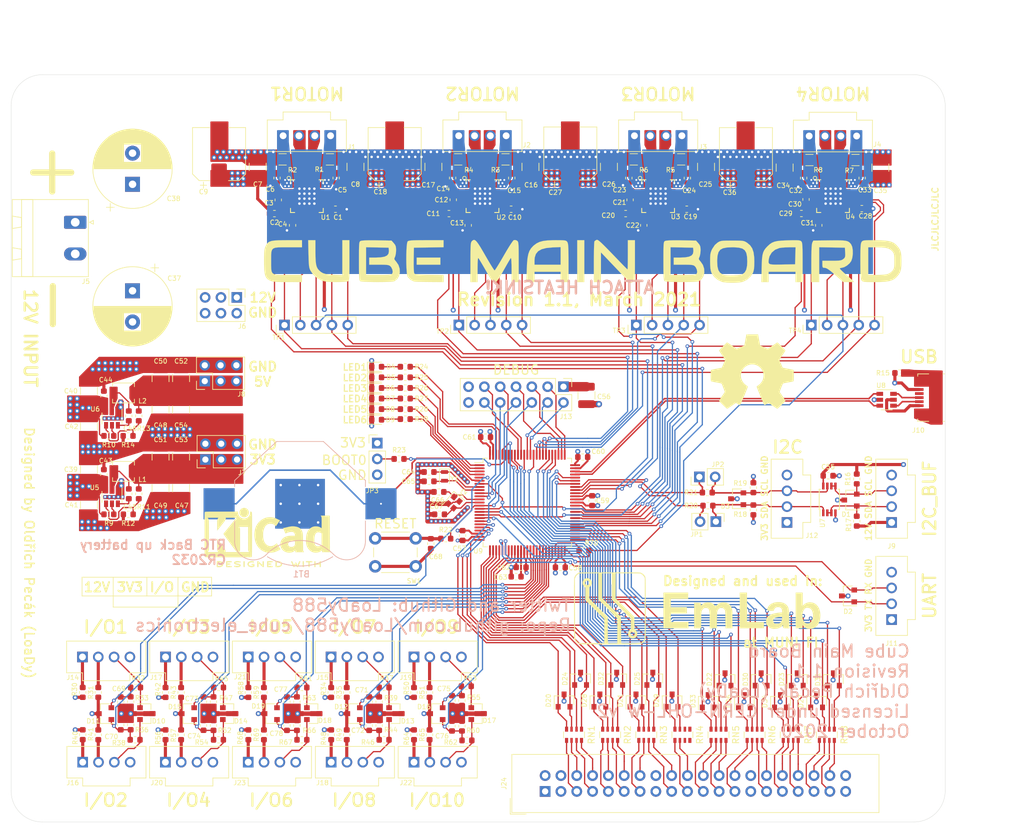
<source format=kicad_pcb>
(kicad_pcb (version 20171130) (host pcbnew 5.1.5+dfsg1-2build2)
  (title_block (title "Cube Main Board - PCB") (date 2021-03-13) (rev 1.1) (company "Oldřich Pecák (LoaDy)") (comment 1 "Licensed under CERN-OHL-W v2"))
  (layers (0 F.Cu signal) (1 In1.Cu power hide) (2 In2.Cu power hide) (31 B.Cu signal) (34 B.Paste user) (35 F.Paste user) (36 B.SilkS user) (37 F.SilkS user) (38 B.Mask user) (39 F.Mask user) (44 Edge.Cuts user))
  (net 0 "")
  (net 1 +3V3)
  (net 2 GND)
  (net 3 +12V)
  (net 4 "Net-(C2-Pad1)")
  (net 5 "Net-(C3-Pad2)")
  (net 6 "Net-(C3-Pad1)")
  (net 7 "Net-(C4-Pad1)")
  (net 8 "Net-(C11-Pad1)")
  (net 9 "Net-(C12-Pad2)")
  (net 10 "Net-(C12-Pad1)")
  (net 11 "Net-(C13-Pad1)")
  (net 12 "Net-(C20-Pad1)")
  (net 13 "Net-(C21-Pad2)")
  (net 14 "Net-(C21-Pad1)")
  (net 15 "Net-(C22-Pad1)")
  (net 16 "Net-(C29-Pad1)")
  (net 17 "Net-(C30-Pad2)")
  (net 18 "Net-(C30-Pad1)")
  (net 19 "Net-(C31-Pad1)")
  (net 20 "Net-(C45-Pad2)")
  (net 21 "Net-(C45-Pad1)")
  (net 22 "Net-(C46-Pad2)")
  (net 23 "Net-(C46-Pad1)")
  (net 24 +5V)
  (net 25 /MCU/VREF)
  (net 26 /MCU/32_OSC_IN)
  (net 27 /MCU/32_OSC_OUT)
  (net 28 /MCU/HS_OSC_IN)
  (net 29 /MCU/HS_OSC_OUT)
  (net 30 "Net-(C68-Pad2)")
  (net 31 "/Limit Switches/IO1")
  (net 32 "/Limit Switches/IO2")
  (net 33 "/Limit Switches/IO7")
  (net 34 "/Limit Switches/IO8")
  (net 35 "/Limit Switches/IO3")
  (net 36 "/Limit Switches/IO4")
  (net 37 "/Limit Switches/IO9")
  (net 38 "/Limit Switches/IO10")
  (net 39 "/Limit Switches/IO5")
  (net 40 "/Limit Switches/IO6")
  (net 41 "Net-(D1-Pad2)")
  (net 42 "Net-(D1-Pad1)")
  (net 43 "/External I/O/DATA_UART_RX")
  (net 44 "/External I/O/DATA_UART_TX")
  (net 45 "Net-(D3-Pad2)")
  (net 46 "Net-(D3-Pad1)")
  (net 47 "Net-(D4-Pad2)")
  (net 48 "Net-(D5-Pad2)")
  (net 49 "Net-(D6-Pad2)")
  (net 50 "Net-(D7-Pad2)")
  (net 51 "Net-(D8-Pad2)")
  (net 52 "Net-(D9-Pad2)")
  (net 53 "Net-(D10-Pad2)")
  (net 54 "Net-(D10-Pad1)")
  (net 55 "Net-(D13-Pad2)")
  (net 56 "Net-(D13-Pad1)")
  (net 57 "Net-(D14-Pad2)")
  (net 58 "Net-(D14-Pad1)")
  (net 59 "Net-(D17-Pad2)")
  (net 60 "Net-(D17-Pad1)")
  (net 61 "Net-(D18-Pad2)")
  (net 62 "Net-(D18-Pad1)")
  (net 63 /MCU/EXP_IO2)
  (net 64 /MCU/EXP_IO1)
  (net 65 /MCU/EXP_IO10)
  (net 66 /MCU/EXP_IO9)
  (net 67 /MCU/EXP_IO17)
  (net 68 /MCU/EXP_IO16)
  (net 69 /MCU/EXP_IO25)
  (net 70 /MCU/EXP_IO24)
  (net 71 /MCU/EXP_IO4)
  (net 72 /MCU/EXP_IO3)
  (net 73 /MCU/EXP_IO12)
  (net 74 /MCU/EXP_IO11)
  (net 75 /MCU/EXP_IO19)
  (net 76 /MCU/EXP_IO18)
  (net 77 /MCU/EXP_IO27)
  (net 78 /MCU/EXP_IO26)
  (net 79 /MCU/EXP_IO6)
  (net 80 /MCU/EXP_IO5)
  (net 81 /MCU/EXP_IO14)
  (net 82 /MCU/EXP_IO13)
  (net 83 /MCU/EXP_IO21)
  (net 84 /MCU/EXP_IO20)
  (net 85 /MCU/EXP_IO29)
  (net 86 /MCU/EXP_IO28)
  (net 87 /MCU/EXP_IO8)
  (net 88 /MCU/EXP_IO7)
  (net 89 /MCU/EXP_IO30)
  (net 90 /MCU/EXP_IO15)
  (net 91 /MCU/EXP_IO23)
  (net 92 /MCU/EXP_IO22)
  (net 93 "Net-(J1-Pad4)")
  (net 94 "Net-(J1-Pad3)")
  (net 95 "Net-(J1-Pad2)")
  (net 96 "Net-(J1-Pad1)")
  (net 97 "Net-(J2-Pad4)")
  (net 98 "Net-(J2-Pad3)")
  (net 99 "Net-(J2-Pad2)")
  (net 100 "Net-(J2-Pad1)")
  (net 101 "Net-(J3-Pad4)")
  (net 102 "Net-(J3-Pad3)")
  (net 103 "Net-(J3-Pad2)")
  (net 104 "Net-(J3-Pad1)")
  (net 105 "Net-(J4-Pad4)")
  (net 106 "Net-(J4-Pad3)")
  (net 107 "Net-(J4-Pad2)")
  (net 108 "Net-(J4-Pad1)")
  (net 109 "Net-(J10-Pad6)")
  (net 110 "Net-(J10-Pad4)")
  (net 111 "Net-(J10-Pad3)")
  (net 112 "Net-(J10-Pad2)")
  (net 113 "Net-(J10-Pad1)")
  (net 114 /MCU/DEBUG_GPIO3)
  (net 115 /MCU/JTRST)
  (net 116 /MCU/DEBUG_GPIO2)
  (net 117 /MCU/JTDO_TRACESWO)
  (net 118 /MCU/DEBUG_GPIO1)
  (net 119 /MCU/JDI)
  (net 120 /MCU/NRST)
  (net 121 /MCU/SWCLK_JTCK)
  (net 122 /MCU/DEBUG_UART_RX)
  (net 123 /MCU/SWDIO_JTMS)
  (net 124 /MCU/DEBUG_UART_TX)
  (net 125 "Net-(J14-Pad2)")
  (net 126 "Net-(J14-Pad1)")
  (net 127 "Net-(J15-Pad2)")
  (net 128 "Net-(J15-Pad1)")
  (net 129 "Net-(J16-Pad2)")
  (net 130 "Net-(J16-Pad1)")
  (net 131 "Net-(J17-Pad2)")
  (net 132 "Net-(J17-Pad1)")
  (net 133 "Net-(J18-Pad2)")
  (net 134 "Net-(J18-Pad1)")
  (net 135 "Net-(J19-Pad2)")
  (net 136 "Net-(J19-Pad1)")
  (net 137 "Net-(J20-Pad2)")
  (net 138 "Net-(J20-Pad1)")
  (net 139 "Net-(J21-Pad2)")
  (net 140 "Net-(J21-Pad1)")
  (net 141 "Net-(J22-Pad2)")
  (net 142 "Net-(J22-Pad1)")
  (net 143 "Net-(J23-Pad2)")
  (net 144 "Net-(J23-Pad1)")
  (net 145 "Net-(J24-Pad38)")
  (net 146 "Net-(J24-Pad37)")
  (net 147 "Net-(J24-Pad36)")
  (net 148 "Net-(J24-Pad35)")
  (net 149 "Net-(J24-Pad34)")
  (net 150 "Net-(J24-Pad33)")
  (net 151 "Net-(J24-Pad32)")
  (net 152 "Net-(J24-Pad31)")
  (net 153 "Net-(J24-Pad30)")
  (net 154 "Net-(J24-Pad29)")
  (net 155 "Net-(J24-Pad26)")
  (net 156 "Net-(J24-Pad25)")
  (net 157 "Net-(J24-Pad24)")
  (net 158 "Net-(J24-Pad23)")
  (net 159 "Net-(J24-Pad22)")
  (net 160 "Net-(J24-Pad21)")
  (net 161 "Net-(J24-Pad20)")
  (net 162 "Net-(J24-Pad19)")
  (net 163 "Net-(J24-Pad18)")
  (net 164 "Net-(J24-Pad17)")
  (net 165 "Net-(J24-Pad14)")
  (net 166 "Net-(J24-Pad13)")
  (net 167 "Net-(J24-Pad12)")
  (net 168 "Net-(J24-Pad11)")
  (net 169 "Net-(J24-Pad10)")
  (net 170 "Net-(J24-Pad9)")
  (net 171 "Net-(J24-Pad8)")
  (net 172 "Net-(J24-Pad7)")
  (net 173 "Net-(J24-Pad6)")
  (net 174 "Net-(J24-Pad5)")
  (net 175 "/External I/O/I2C_SDA")
  (net 176 "/External I/O/I2C_SCL")
  (net 177 "Net-(JP3-Pad2)")
  (net 178 "Net-(R1-Pad2)")
  (net 179 "Net-(R2-Pad2)")
  (net 180 "Net-(R3-Pad2)")
  (net 181 "Net-(R4-Pad2)")
  (net 182 "Net-(R5-Pad2)")
  (net 183 "Net-(R6-Pad2)")
  (net 184 "Net-(R7-Pad2)")
  (net 185 "Net-(R8-Pad2)")
  (net 186 "Net-(R9-Pad1)")
  (net 187 "Net-(R10-Pad1)")
  (net 188 "Net-(R11-Pad2)")
  (net 189 "Net-(R13-Pad2)")
  (net 190 /MCU/BOOT0)
  (net 191 /MCU/DEBUG_LED1)
  (net 192 /MCU/DEBUG_LED2)
  (net 193 /MCU/DEBUG_LED3)
  (net 194 /MCU/DEBUG_LED4)
  (net 195 /MCU/DEUBG_LED5)
  (net 196 /MCU/DEBUG_LED6)
  (net 197 /MCU/STEP_UART_RX)
  (net 198 /MCU/STEP_UART_TX)
  (net 199 /STEP1/DIR)
  (net 200 /STEP1/STEP)
  (net 201 /STEP1/INDEX)
  (net 202 /STEP1/DIAG)
  (net 203 /STEP2/DIR)
  (net 204 /STEP2/STEP)
  (net 205 /STEP2/INDEX)
  (net 206 /STEP2/DIAG)
  (net 207 /STEP3/DIR)
  (net 208 /STEP3/STEP)
  (net 209 /STEP3/INDEX)
  (net 210 /STEP3/DIAG)
  (net 211 /STEP4/DIR)
  (net 212 /STEP4/STEP)
  (net 213 /STEP4/INDEX)
  (net 214 /STEP4/DIAG)
  (net 215 "Net-(U1-Pad25)")
  (net 216 "Net-(U1-Pad20)")
  (net 217 "Net-(U1-Pad17)")
  (net 218 "Net-(U1-Pad13)")
  (net 219 "Net-(U1-Pad7)")
  (net 220 /STEP1/ENABLE)
  (net 221 "Net-(U2-Pad25)")
  (net 222 "Net-(U2-Pad20)")
  (net 223 "Net-(U2-Pad17)")
  (net 224 "Net-(U2-Pad13)")
  (net 225 "Net-(U2-Pad7)")
  (net 226 /STEP2/ENABLE)
  (net 227 "Net-(U3-Pad25)")
  (net 228 "Net-(U3-Pad20)")
  (net 229 "Net-(U3-Pad17)")
  (net 230 "Net-(U3-Pad13)")
  (net 231 "Net-(U3-Pad7)")
  (net 232 /STEP3/ENABLE)
  (net 233 "Net-(U4-Pad25)")
  (net 234 "Net-(U4-Pad20)")
  (net 235 "Net-(U4-Pad17)")
  (net 236 "Net-(U4-Pad13)")
  (net 237 "Net-(U4-Pad7)")
  (net 238 /STEP4/ENABLE)
  (net 239 "Net-(RN4-Pad1)")
  (net 240 "Net-(RN4-Pad2)")
  (net 241 "Net-(RN4-Pad7)")
  (net 242 "Net-(RN4-Pad8)")
  (net 243 "/External I/O/USB_DATA_P")
  (net 244 "/External I/O/USB_DATA_N")
  (net 245 "Net-(BT1-Pad1)")
  (module Resistor_SMD:R_Array_Convex_4x0603 (layer F.Cu) (at 189.4 139.9 270)
    (fp_text reference RN8 (at 0 -2.8 90) (layer F.SilkS))
    (fp_text value 150R)
    (pad 5 smd rect (at 0.9 1.2 270) (size 0.8 0.5) (layers F.Cu F.Paste F.Mask) (net 148 "Net-(J24-Pad35)"))
    (pad 6 smd rect (at 0.9 0.4 270) (size 0.8 0.4) (layers F.Cu F.Paste F.Mask) (net 147 "Net-(J24-Pad36)"))
    (pad 8 smd rect (at 0.9 -1.2 270) (size 0.8 0.5) (layers F.Cu F.Paste F.Mask) (net 145 "Net-(J24-Pad38)"))
    (pad 7 smd rect (at 0.9 -0.4 270) (size 0.8 0.4) (layers F.Cu F.Paste F.Mask) (net 146 "Net-(J24-Pad37)"))
    (pad 4 smd rect (at -0.9 1.2 270) (size 0.8 0.5) (layers F.Cu F.Paste F.Mask) (net 77 /MCU/EXP_IO27))
    (pad 2 smd rect (at -0.9 -0.4 270) (size 0.8 0.4) (layers F.Cu F.Paste F.Mask) (net 85 /MCU/EXP_IO29))
    (pad 3 smd rect (at -0.9 0.4 270) (size 0.8 0.4) (layers F.Cu F.Paste F.Mask) (net 86 /MCU/EXP_IO28))
    (pad 1 smd rect (at -0.9 -1.2 270) (size 0.8 0.5) (layers F.Cu F.Paste F.Mask) (net 89 /MCU/EXP_IO30))
  )
  (module Resistor_SMD:R_Array_Convex_4x0603 (layer F.Cu) (at 183.6 139.9 270)
    (fp_text reference RN7 (at 0 -2.8 90) (layer F.SilkS))
    (fp_text value 150R)
    (pad 5 smd rect (at 0.9 1.2 270) (size 0.8 0.5) (layers F.Cu F.Paste F.Mask) (net 152 "Net-(J24-Pad31)"))
    (pad 6 smd rect (at 0.9 0.4 270) (size 0.8 0.4) (layers F.Cu F.Paste F.Mask) (net 151 "Net-(J24-Pad32)"))
    (pad 8 smd rect (at 0.9 -1.2 270) (size 0.8 0.5) (layers F.Cu F.Paste F.Mask) (net 149 "Net-(J24-Pad34)"))
    (pad 7 smd rect (at 0.9 -0.4 270) (size 0.8 0.4) (layers F.Cu F.Paste F.Mask) (net 150 "Net-(J24-Pad33)"))
    (pad 4 smd rect (at -0.9 1.2 270) (size 0.8 0.5) (layers F.Cu F.Paste F.Mask) (net 91 /MCU/EXP_IO23))
    (pad 2 smd rect (at -0.9 -0.4 270) (size 0.8 0.4) (layers F.Cu F.Paste F.Mask) (net 69 /MCU/EXP_IO25))
    (pad 3 smd rect (at -0.9 0.4 270) (size 0.8 0.4) (layers F.Cu F.Paste F.Mask) (net 70 /MCU/EXP_IO24))
    (pad 1 smd rect (at -0.9 -1.2 270) (size 0.8 0.5) (layers F.Cu F.Paste F.Mask) (net 78 /MCU/EXP_IO26))
  )
  (module Resistor_SMD:R_Array_Convex_4x0603 (layer F.Cu) (at 177.8 139.9 270)
    (fp_text reference RN6 (at 0 -2.8 90) (layer F.SilkS))
    (fp_text value 150R)
    (pad 5 smd rect (at 0.9 1.2 270) (size 0.8 0.5) (layers F.Cu F.Paste F.Mask) (net 156 "Net-(J24-Pad25)"))
    (pad 6 smd rect (at 0.9 0.4 270) (size 0.8 0.4) (layers F.Cu F.Paste F.Mask) (net 155 "Net-(J24-Pad26)"))
    (pad 8 smd rect (at 0.9 -1.2 270) (size 0.8 0.5) (layers F.Cu F.Paste F.Mask) (net 153 "Net-(J24-Pad30)"))
    (pad 7 smd rect (at 0.9 -0.4 270) (size 0.8 0.4) (layers F.Cu F.Paste F.Mask) (net 154 "Net-(J24-Pad29)"))
    (pad 4 smd rect (at -0.9 1.2 270) (size 0.8 0.5) (layers F.Cu F.Paste F.Mask) (net 75 /MCU/EXP_IO19))
    (pad 2 smd rect (at -0.9 -0.4 270) (size 0.8 0.4) (layers F.Cu F.Paste F.Mask) (net 83 /MCU/EXP_IO21))
    (pad 3 smd rect (at -0.9 0.4 270) (size 0.8 0.4) (layers F.Cu F.Paste F.Mask) (net 84 /MCU/EXP_IO20))
    (pad 1 smd rect (at -0.9 -1.2 270) (size 0.8 0.5) (layers F.Cu F.Paste F.Mask) (net 92 /MCU/EXP_IO22))
  )
  (module Resistor_SMD:R_Array_Convex_4x0603 (layer F.Cu) (at 172 139.9 270)
    (fp_text reference RN5 (at 0 -2.8 90) (layer F.SilkS))
    (fp_text value 150R)
    (pad 5 smd rect (at 0.9 1.2 270) (size 0.8 0.5) (layers F.Cu F.Paste F.Mask) (net 160 "Net-(J24-Pad21)"))
    (pad 6 smd rect (at 0.9 0.4 270) (size 0.8 0.4) (layers F.Cu F.Paste F.Mask) (net 159 "Net-(J24-Pad22)"))
    (pad 8 smd rect (at 0.9 -1.2 270) (size 0.8 0.5) (layers F.Cu F.Paste F.Mask) (net 157 "Net-(J24-Pad24)"))
    (pad 7 smd rect (at 0.9 -0.4 270) (size 0.8 0.4) (layers F.Cu F.Paste F.Mask) (net 158 "Net-(J24-Pad23)"))
    (pad 4 smd rect (at -0.9 1.2 270) (size 0.8 0.5) (layers F.Cu F.Paste F.Mask) (net 90 /MCU/EXP_IO15))
    (pad 2 smd rect (at -0.9 -0.4 270) (size 0.8 0.4) (layers F.Cu F.Paste F.Mask) (net 67 /MCU/EXP_IO17))
    (pad 3 smd rect (at -0.9 0.4 270) (size 0.8 0.4) (layers F.Cu F.Paste F.Mask) (net 68 /MCU/EXP_IO16))
    (pad 1 smd rect (at -0.9 -1.2 270) (size 0.8 0.5) (layers F.Cu F.Paste F.Mask) (net 76 /MCU/EXP_IO18))
  )
  (module Resistor_SMD:R_Array_Convex_4x0603 (layer F.Cu) (at 166.2 139.9 270)
    (fp_text reference RN4 (at 0 -2.8 90) (layer F.SilkS))
    (fp_text value 150R)
    (pad 5 smd rect (at 0.9 1.2 270) (size 0.8 0.5) (layers F.Cu F.Paste F.Mask) (net 162 "Net-(J24-Pad19)"))
    (pad 6 smd rect (at 0.9 0.4 270) (size 0.8 0.4) (layers F.Cu F.Paste F.Mask) (net 161 "Net-(J24-Pad20)"))
    (pad 8 smd rect (at 0.9 -1.2 270) (size 0.8 0.5) (layers F.Cu F.Paste F.Mask) (net 242 "Net-(RN4-Pad8)"))
    (pad 7 smd rect (at 0.9 -0.4 270) (size 0.8 0.4) (layers F.Cu F.Paste F.Mask) (net 241 "Net-(RN4-Pad7)"))
    (pad 4 smd rect (at -0.9 1.2 270) (size 0.8 0.5) (layers F.Cu F.Paste F.Mask) (net 82 /MCU/EXP_IO13))
    (pad 2 smd rect (at -0.9 -0.4 270) (size 0.8 0.4) (layers F.Cu F.Paste F.Mask) (net 240 "Net-(RN4-Pad2)"))
    (pad 3 smd rect (at -0.9 0.4 270) (size 0.8 0.4) (layers F.Cu F.Paste F.Mask) (net 81 /MCU/EXP_IO14))
    (pad 1 smd rect (at -0.9 -1.2 270) (size 0.8 0.5) (layers F.Cu F.Paste F.Mask) (net 239 "Net-(RN4-Pad1)"))
  )
  (module Resistor_SMD:R_Array_Convex_4x0603 (layer F.Cu) (at 160.4 139.9 270)
    (fp_text reference RN3 (at 0 -2.8 90) (layer F.SilkS))
    (fp_text value 150R)
    (pad 5 smd rect (at 0.9 1.2 270) (size 0.8 0.5) (layers F.Cu F.Paste F.Mask) (net 166 "Net-(J24-Pad13)"))
    (pad 6 smd rect (at 0.9 0.4 270) (size 0.8 0.4) (layers F.Cu F.Paste F.Mask) (net 165 "Net-(J24-Pad14)"))
    (pad 8 smd rect (at 0.9 -1.2 270) (size 0.8 0.5) (layers F.Cu F.Paste F.Mask) (net 163 "Net-(J24-Pad18)"))
    (pad 7 smd rect (at 0.9 -0.4 270) (size 0.8 0.4) (layers F.Cu F.Paste F.Mask) (net 164 "Net-(J24-Pad17)"))
    (pad 4 smd rect (at -0.9 1.2 270) (size 0.8 0.5) (layers F.Cu F.Paste F.Mask) (net 66 /MCU/EXP_IO9))
    (pad 2 smd rect (at -0.9 -0.4 270) (size 0.8 0.4) (layers F.Cu F.Paste F.Mask) (net 74 /MCU/EXP_IO11))
    (pad 3 smd rect (at -0.9 0.4 270) (size 0.8 0.4) (layers F.Cu F.Paste F.Mask) (net 65 /MCU/EXP_IO10))
    (pad 1 smd rect (at -0.9 -1.2 270) (size 0.8 0.5) (layers F.Cu F.Paste F.Mask) (net 73 /MCU/EXP_IO12))
  )
  (module Resistor_SMD:R_Array_Convex_4x0603 (layer F.Cu) (at 154.6 139.9 270)
    (fp_text reference RN2 (at 0 -2.8 90) (layer F.SilkS))
    (fp_text value 150R)
    (pad 5 smd rect (at 0.9 1.2 270) (size 0.8 0.5) (layers F.Cu F.Paste F.Mask) (net 170 "Net-(J24-Pad9)"))
    (pad 6 smd rect (at 0.9 0.4 270) (size 0.8 0.4) (layers F.Cu F.Paste F.Mask) (net 169 "Net-(J24-Pad10)"))
    (pad 8 smd rect (at 0.9 -1.2 270) (size 0.8 0.5) (layers F.Cu F.Paste F.Mask) (net 167 "Net-(J24-Pad12)"))
    (pad 7 smd rect (at 0.9 -0.4 270) (size 0.8 0.4) (layers F.Cu F.Paste F.Mask) (net 168 "Net-(J24-Pad11)"))
    (pad 4 smd rect (at -0.9 1.2 270) (size 0.8 0.5) (layers F.Cu F.Paste F.Mask) (net 80 /MCU/EXP_IO5))
    (pad 2 smd rect (at -0.9 -0.4 270) (size 0.8 0.4) (layers F.Cu F.Paste F.Mask) (net 88 /MCU/EXP_IO7))
    (pad 3 smd rect (at -0.9 0.4 270) (size 0.8 0.4) (layers F.Cu F.Paste F.Mask) (net 79 /MCU/EXP_IO6))
    (pad 1 smd rect (at -0.9 -1.2 270) (size 0.8 0.5) (layers F.Cu F.Paste F.Mask) (net 87 /MCU/EXP_IO8))
  )
  (module Resistor_SMD:R_Array_Convex_4x0603 (layer F.Cu) (at 148.8 139.9 270)
    (fp_text reference RN1 (at 0 -2.8 90) (layer F.SilkS))
    (fp_text value 150R)
    (pad 5 smd rect (at 0.9 1.2 270) (size 0.8 0.5) (layers F.Cu F.Paste F.Mask) (net 174 "Net-(J24-Pad5)"))
    (pad 6 smd rect (at 0.9 0.4 270) (size 0.8 0.4) (layers F.Cu F.Paste F.Mask) (net 173 "Net-(J24-Pad6)"))
    (pad 8 smd rect (at 0.9 -1.2 270) (size 0.8 0.5) (layers F.Cu F.Paste F.Mask) (net 171 "Net-(J24-Pad8)"))
    (pad 7 smd rect (at 0.9 -0.4 270) (size 0.8 0.4) (layers F.Cu F.Paste F.Mask) (net 172 "Net-(J24-Pad7)"))
    (pad 4 smd rect (at -0.9 1.2 270) (size 0.8 0.5) (layers F.Cu F.Paste F.Mask) (net 64 /MCU/EXP_IO1))
    (pad 2 smd rect (at -0.9 -0.4 270) (size 0.8 0.4) (layers F.Cu F.Paste F.Mask) (net 72 /MCU/EXP_IO3))
    (pad 3 smd rect (at -0.9 0.4 270) (size 0.8 0.4) (layers F.Cu F.Paste F.Mask) (net 63 /MCU/EXP_IO2))
    (pad 1 smd rect (at -0.9 -1.2 270) (size 0.8 0.5) (layers F.Cu F.Paste F.Mask) (net 71 /MCU/EXP_IO4))
  )
  (module LoaDy:TMC2209-LA (layer F.Cu) (at 190.389843 53.394)
    (fp_text reference U4 (at 2.774157 3.302) (layer F.SilkS) (effects (font (size 0.75 0.75) (thickness 0.12))))
    (fp_text value TMC2209)
    (pad 29 smd rect (at 0 0) (size 3.8 3.8) (layers F.Cu F.Paste F.Mask) (net 2 GND))
    (pad 28 smd rect (at -1.5 -2.4257) (size 0.254 0.762) (layers F.Cu F.Paste F.Mask) (net 3 +12V))
    (pad 27 smd rect (at -1.000001 -2.4257) (size 0.254 0.762) (layers F.Cu F.Paste F.Mask) (net 185 "Net-(R8-Pad2)"))
    (pad 26 smd rect (at -0.499999 -2.4257) (size 0.254 0.762) (layers F.Cu F.Paste F.Mask) (net 106 "Net-(J4-Pad3)"))
    (pad 25 smd rect (at 0 -2.4257) (size 0.254 0.762) (layers F.Cu F.Paste F.Mask) (net 233 "Net-(U4-Pad25)"))
    (pad 24 smd rect (at 0.499999 -2.4257) (size 0.254 0.762) (layers F.Cu F.Paste F.Mask) (net 107 "Net-(J4-Pad2)"))
    (pad 23 smd rect (at 1.000001 -2.4257) (size 0.254 0.762) (layers F.Cu F.Paste F.Mask) (net 184 "Net-(R7-Pad2)"))
    (pad 22 smd rect (at 1.5 -2.4257) (size 0.254 0.762) (layers F.Cu F.Paste F.Mask) (net 3 +12V))
    (pad 21 smd rect (at 2.4257 -1.5 90) (size 0.254 0.762) (layers F.Cu F.Paste F.Mask) (net 108 "Net-(J4-Pad1)"))
    (pad 20 smd rect (at 2.4257 -1.000001 90) (size 0.254 0.762) (layers F.Cu F.Paste F.Mask) (net 234 "Net-(U4-Pad20)"))
    (pad 19 smd rect (at 2.4257 -0.499999 90) (size 0.254 0.762) (layers F.Cu F.Paste F.Mask) (net 211 /STEP4/DIR))
    (pad 18 smd rect (at 2.4257 0 90) (size 0.254 0.762) (layers F.Cu F.Paste F.Mask) (net 2 GND))
    (pad 17 smd rect (at 2.4257 0.499999 90) (size 0.254 0.762) (layers F.Cu F.Paste F.Mask) (net 235 "Net-(U4-Pad17)"))
    (pad 16 smd rect (at 2.4257 1.000001 90) (size 0.254 0.762) (layers F.Cu F.Paste F.Mask) (net 212 /STEP4/STEP))
    (pad 15 smd rect (at 2.4257 1.5 90) (size 0.254 0.762) (layers F.Cu F.Paste F.Mask) (net 1 +3V3))
    (pad 14 smd rect (at 1.5 2.4257) (size 0.254 0.762) (layers F.Cu F.Paste F.Mask) (net 197 /MCU/STEP_UART_RX))
    (pad 13 smd rect (at 1.000001 2.4257) (size 0.254 0.762) (layers F.Cu F.Paste F.Mask) (net 236 "Net-(U4-Pad13)"))
    (pad 12 smd rect (at 0.499999 2.4257) (size 0.254 0.762) (layers F.Cu F.Paste F.Mask) (net 213 /STEP4/INDEX))
    (pad 11 smd rect (at 0 2.4257) (size 0.254 0.762) (layers F.Cu F.Paste F.Mask) (net 214 /STEP4/DIAG))
    (pad 10 smd rect (at -0.499999 2.4257) (size 0.254 0.762) (layers F.Cu F.Paste F.Mask) (net 1 +3V3))
    (pad 9 smd rect (at -1.000001 2.4257) (size 0.254 0.762) (layers F.Cu F.Paste F.Mask) (net 1 +3V3))
    (pad 8 smd rect (at -1.5 2.4257) (size 0.254 0.762) (layers F.Cu F.Paste F.Mask) (net 19 "Net-(C31-Pad1)"))
    (pad 7 smd rect (at -2.4257 1.5 90) (size 0.254 0.762) (layers F.Cu F.Paste F.Mask) (net 237 "Net-(U4-Pad7)"))
    (pad 6 smd rect (at -2.4257 1.000001 90) (size 0.254 0.762) (layers F.Cu F.Paste F.Mask) (net 16 "Net-(C29-Pad1)"))
    (pad 5 smd rect (at -2.4257 0.499999 90) (size 0.254 0.762) (layers F.Cu F.Paste F.Mask) (net 18 "Net-(C30-Pad1)"))
    (pad 4 smd rect (at -2.4257 0 90) (size 0.254 0.762) (layers F.Cu F.Paste F.Mask) (net 17 "Net-(C30-Pad2)"))
    (pad 3 smd rect (at -2.4257 -0.499999 90) (size 0.254 0.762) (layers F.Cu F.Paste F.Mask) (net 2 GND))
    (pad 2 smd rect (at -2.4257 -1.000001 90) (size 0.254 0.762) (layers F.Cu F.Paste F.Mask) (net 238 /STEP4/ENABLE))
    (pad 1 smd rect (at -2.4257 -1.5 90) (size 0.254 0.762) (layers F.Cu F.Paste F.Mask) (net 105 "Net-(J4-Pad4)"))
  )
  (module LoaDy:TMC2209-LA (layer F.Cu) (at 162.3 53.4)
    (fp_text reference U3 (at 2.8 3.3) (layer F.SilkS) (effects (font (size 0.75 0.75) (thickness 0.12))))
    (fp_text value TMC2209)
    (pad 29 smd rect (at 0 0) (size 3.8 3.8) (layers F.Cu F.Paste F.Mask) (net 2 GND))
    (pad 28 smd rect (at -1.5 -2.4257) (size 0.254 0.762) (layers F.Cu F.Paste F.Mask) (net 3 +12V))
    (pad 27 smd rect (at -1.000001 -2.4257) (size 0.254 0.762) (layers F.Cu F.Paste F.Mask) (net 183 "Net-(R6-Pad2)"))
    (pad 26 smd rect (at -0.499999 -2.4257) (size 0.254 0.762) (layers F.Cu F.Paste F.Mask) (net 102 "Net-(J3-Pad3)"))
    (pad 25 smd rect (at 0 -2.4257) (size 0.254 0.762) (layers F.Cu F.Paste F.Mask) (net 227 "Net-(U3-Pad25)"))
    (pad 24 smd rect (at 0.499999 -2.4257) (size 0.254 0.762) (layers F.Cu F.Paste F.Mask) (net 103 "Net-(J3-Pad2)"))
    (pad 23 smd rect (at 1.000001 -2.4257) (size 0.254 0.762) (layers F.Cu F.Paste F.Mask) (net 182 "Net-(R5-Pad2)"))
    (pad 22 smd rect (at 1.5 -2.4257) (size 0.254 0.762) (layers F.Cu F.Paste F.Mask) (net 3 +12V))
    (pad 21 smd rect (at 2.4257 -1.5 90) (size 0.254 0.762) (layers F.Cu F.Paste F.Mask) (net 104 "Net-(J3-Pad1)"))
    (pad 20 smd rect (at 2.4257 -1.000001 90) (size 0.254 0.762) (layers F.Cu F.Paste F.Mask) (net 228 "Net-(U3-Pad20)"))
    (pad 19 smd rect (at 2.4257 -0.499999 90) (size 0.254 0.762) (layers F.Cu F.Paste F.Mask) (net 207 /STEP3/DIR))
    (pad 18 smd rect (at 2.4257 0 90) (size 0.254 0.762) (layers F.Cu F.Paste F.Mask) (net 2 GND))
    (pad 17 smd rect (at 2.4257 0.499999 90) (size 0.254 0.762) (layers F.Cu F.Paste F.Mask) (net 229 "Net-(U3-Pad17)"))
    (pad 16 smd rect (at 2.4257 1.000001 90) (size 0.254 0.762) (layers F.Cu F.Paste F.Mask) (net 208 /STEP3/STEP))
    (pad 15 smd rect (at 2.4257 1.5 90) (size 0.254 0.762) (layers F.Cu F.Paste F.Mask) (net 1 +3V3))
    (pad 14 smd rect (at 1.5 2.4257) (size 0.254 0.762) (layers F.Cu F.Paste F.Mask) (net 197 /MCU/STEP_UART_RX))
    (pad 13 smd rect (at 1.000001 2.4257) (size 0.254 0.762) (layers F.Cu F.Paste F.Mask) (net 230 "Net-(U3-Pad13)"))
    (pad 12 smd rect (at 0.499999 2.4257) (size 0.254 0.762) (layers F.Cu F.Paste F.Mask) (net 209 /STEP3/INDEX))
    (pad 11 smd rect (at 0 2.4257) (size 0.254 0.762) (layers F.Cu F.Paste F.Mask) (net 210 /STEP3/DIAG))
    (pad 10 smd rect (at -0.499999 2.4257) (size 0.254 0.762) (layers F.Cu F.Paste F.Mask) (net 1 +3V3))
    (pad 9 smd rect (at -1.000001 2.4257) (size 0.254 0.762) (layers F.Cu F.Paste F.Mask) (net 2 GND))
    (pad 8 smd rect (at -1.5 2.4257) (size 0.254 0.762) (layers F.Cu F.Paste F.Mask) (net 15 "Net-(C22-Pad1)"))
    (pad 7 smd rect (at -2.4257 1.5 90) (size 0.254 0.762) (layers F.Cu F.Paste F.Mask) (net 231 "Net-(U3-Pad7)"))
    (pad 6 smd rect (at -2.4257 1.000001 90) (size 0.254 0.762) (layers F.Cu F.Paste F.Mask) (net 12 "Net-(C20-Pad1)"))
    (pad 5 smd rect (at -2.4257 0.499999 90) (size 0.254 0.762) (layers F.Cu F.Paste F.Mask) (net 14 "Net-(C21-Pad1)"))
    (pad 4 smd rect (at -2.4257 0 90) (size 0.254 0.762) (layers F.Cu F.Paste F.Mask) (net 13 "Net-(C21-Pad2)"))
    (pad 3 smd rect (at -2.4257 -0.499999 90) (size 0.254 0.762) (layers F.Cu F.Paste F.Mask) (net 2 GND))
    (pad 2 smd rect (at -2.4257 -1.000001 90) (size 0.254 0.762) (layers F.Cu F.Paste F.Mask) (net 232 /STEP3/ENABLE))
    (pad 1 smd rect (at -2.4257 -1.5 90) (size 0.254 0.762) (layers F.Cu F.Paste F.Mask) (net 101 "Net-(J3-Pad4)"))
  )
  (module LoaDy:TMC2209-LA (layer F.Cu) (at 134.1 53.4)
    (fp_text reference U2 (at 3 3.4) (layer F.SilkS) (effects (font (size 0.75 0.75) (thickness 0.12))))
    (fp_text value TMC2209)
    (pad 29 smd rect (at 0 0) (size 3.8 3.8) (layers F.Cu F.Paste F.Mask) (net 2 GND))
    (pad 28 smd rect (at -1.5 -2.4257) (size 0.254 0.762) (layers F.Cu F.Paste F.Mask) (net 3 +12V))
    (pad 27 smd rect (at -1.000001 -2.4257) (size 0.254 0.762) (layers F.Cu F.Paste F.Mask) (net 181 "Net-(R4-Pad2)"))
    (pad 26 smd rect (at -0.499999 -2.4257) (size 0.254 0.762) (layers F.Cu F.Paste F.Mask) (net 98 "Net-(J2-Pad3)"))
    (pad 25 smd rect (at 0 -2.4257) (size 0.254 0.762) (layers F.Cu F.Paste F.Mask) (net 221 "Net-(U2-Pad25)"))
    (pad 24 smd rect (at 0.499999 -2.4257) (size 0.254 0.762) (layers F.Cu F.Paste F.Mask) (net 99 "Net-(J2-Pad2)"))
    (pad 23 smd rect (at 1.000001 -2.4257) (size 0.254 0.762) (layers F.Cu F.Paste F.Mask) (net 180 "Net-(R3-Pad2)"))
    (pad 22 smd rect (at 1.5 -2.4257) (size 0.254 0.762) (layers F.Cu F.Paste F.Mask) (net 3 +12V))
    (pad 21 smd rect (at 2.4257 -1.5 90) (size 0.254 0.762) (layers F.Cu F.Paste F.Mask) (net 100 "Net-(J2-Pad1)"))
    (pad 20 smd rect (at 2.4257 -1.000001 90) (size 0.254 0.762) (layers F.Cu F.Paste F.Mask) (net 222 "Net-(U2-Pad20)"))
    (pad 19 smd rect (at 2.4257 -0.499999 90) (size 0.254 0.762) (layers F.Cu F.Paste F.Mask) (net 203 /STEP2/DIR))
    (pad 18 smd rect (at 2.4257 0 90) (size 0.254 0.762) (layers F.Cu F.Paste F.Mask) (net 2 GND))
    (pad 17 smd rect (at 2.4257 0.499999 90) (size 0.254 0.762) (layers F.Cu F.Paste F.Mask) (net 223 "Net-(U2-Pad17)"))
    (pad 16 smd rect (at 2.4257 1.000001 90) (size 0.254 0.762) (layers F.Cu F.Paste F.Mask) (net 204 /STEP2/STEP))
    (pad 15 smd rect (at 2.4257 1.5 90) (size 0.254 0.762) (layers F.Cu F.Paste F.Mask) (net 1 +3V3))
    (pad 14 smd rect (at 1.5 2.4257) (size 0.254 0.762) (layers F.Cu F.Paste F.Mask) (net 197 /MCU/STEP_UART_RX))
    (pad 13 smd rect (at 1.000001 2.4257) (size 0.254 0.762) (layers F.Cu F.Paste F.Mask) (net 224 "Net-(U2-Pad13)"))
    (pad 12 smd rect (at 0.499999 2.4257) (size 0.254 0.762) (layers F.Cu F.Paste F.Mask) (net 205 /STEP2/INDEX))
    (pad 11 smd rect (at 0 2.4257) (size 0.254 0.762) (layers F.Cu F.Paste F.Mask) (net 206 /STEP2/DIAG))
    (pad 10 smd rect (at -0.499999 2.4257) (size 0.254 0.762) (layers F.Cu F.Paste F.Mask) (net 2 GND))
    (pad 9 smd rect (at -1.000001 2.4257) (size 0.254 0.762) (layers F.Cu F.Paste F.Mask) (net 1 +3V3))
    (pad 8 smd rect (at -1.5 2.4257) (size 0.254 0.762) (layers F.Cu F.Paste F.Mask) (net 11 "Net-(C13-Pad1)"))
    (pad 7 smd rect (at -2.4257 1.5 90) (size 0.254 0.762) (layers F.Cu F.Paste F.Mask) (net 225 "Net-(U2-Pad7)"))
    (pad 6 smd rect (at -2.4257 1.000001 90) (size 0.254 0.762) (layers F.Cu F.Paste F.Mask) (net 8 "Net-(C11-Pad1)"))
    (pad 5 smd rect (at -2.4257 0.499999 90) (size 0.254 0.762) (layers F.Cu F.Paste F.Mask) (net 10 "Net-(C12-Pad1)"))
    (pad 4 smd rect (at -2.4257 0 90) (size 0.254 0.762) (layers F.Cu F.Paste F.Mask) (net 9 "Net-(C12-Pad2)"))
    (pad 3 smd rect (at -2.4257 -0.499999 90) (size 0.254 0.762) (layers F.Cu F.Paste F.Mask) (net 2 GND))
    (pad 2 smd rect (at -2.4257 -1.000001 90) (size 0.254 0.762) (layers F.Cu F.Paste F.Mask) (net 226 /STEP2/ENABLE))
    (pad 1 smd rect (at -2.4257 -1.5 90) (size 0.254 0.762) (layers F.Cu F.Paste F.Mask) (net 97 "Net-(J2-Pad4)"))
  )
  (module LoaDy:TMC2209-LA (layer F.Cu) (at 105.9 53.4)
    (fp_text reference U1 (at 3 3.4) (layer F.SilkS) (effects (font (size 0.75 0.75) (thickness 0.12))))
    (fp_text value TMC2209)
    (pad 29 smd rect (at 0 0) (size 3.8 3.8) (layers F.Cu F.Paste F.Mask) (net 2 GND))
    (pad 28 smd rect (at -1.5 -2.4257) (size 0.254 0.762) (layers F.Cu F.Paste F.Mask) (net 3 +12V))
    (pad 27 smd rect (at -1.000001 -2.4257) (size 0.254 0.762) (layers F.Cu F.Paste F.Mask) (net 179 "Net-(R2-Pad2)"))
    (pad 26 smd rect (at -0.499999 -2.4257) (size 0.254 0.762) (layers F.Cu F.Paste F.Mask) (net 94 "Net-(J1-Pad3)"))
    (pad 25 smd rect (at 0 -2.4257) (size 0.254 0.762) (layers F.Cu F.Paste F.Mask) (net 215 "Net-(U1-Pad25)"))
    (pad 24 smd rect (at 0.499999 -2.4257) (size 0.254 0.762) (layers F.Cu F.Paste F.Mask) (net 95 "Net-(J1-Pad2)"))
    (pad 23 smd rect (at 1.000001 -2.4257) (size 0.254 0.762) (layers F.Cu F.Paste F.Mask) (net 178 "Net-(R1-Pad2)"))
    (pad 22 smd rect (at 1.5 -2.4257) (size 0.254 0.762) (layers F.Cu F.Paste F.Mask) (net 3 +12V))
    (pad 21 smd rect (at 2.4257 -1.5 90) (size 0.254 0.762) (layers F.Cu F.Paste F.Mask) (net 96 "Net-(J1-Pad1)"))
    (pad 20 smd rect (at 2.4257 -1.000001 90) (size 0.254 0.762) (layers F.Cu F.Paste F.Mask) (net 216 "Net-(U1-Pad20)"))
    (pad 19 smd rect (at 2.4257 -0.499999 90) (size 0.254 0.762) (layers F.Cu F.Paste F.Mask) (net 199 /STEP1/DIR))
    (pad 18 smd rect (at 2.4257 0 90) (size 0.254 0.762) (layers F.Cu F.Paste F.Mask) (net 2 GND))
    (pad 17 smd rect (at 2.4257 0.499999 90) (size 0.254 0.762) (layers F.Cu F.Paste F.Mask) (net 217 "Net-(U1-Pad17)"))
    (pad 16 smd rect (at 2.4257 1.000001 90) (size 0.254 0.762) (layers F.Cu F.Paste F.Mask) (net 200 /STEP1/STEP))
    (pad 15 smd rect (at 2.4257 1.5 90) (size 0.254 0.762) (layers F.Cu F.Paste F.Mask) (net 1 +3V3))
    (pad 14 smd rect (at 1.5 2.4257) (size 0.254 0.762) (layers F.Cu F.Paste F.Mask) (net 197 /MCU/STEP_UART_RX))
    (pad 13 smd rect (at 1.000001 2.4257) (size 0.254 0.762) (layers F.Cu F.Paste F.Mask) (net 218 "Net-(U1-Pad13)"))
    (pad 12 smd rect (at 0.499999 2.4257) (size 0.254 0.762) (layers F.Cu F.Paste F.Mask) (net 201 /STEP1/INDEX))
    (pad 11 smd rect (at 0 2.4257) (size 0.254 0.762) (layers F.Cu F.Paste F.Mask) (net 202 /STEP1/DIAG))
    (pad 10 smd rect (at -0.499999 2.4257) (size 0.254 0.762) (layers F.Cu F.Paste F.Mask) (net 2 GND))
    (pad 9 smd rect (at -1.000001 2.4257) (size 0.254 0.762) (layers F.Cu F.Paste F.Mask) (net 2 GND))
    (pad 8 smd rect (at -1.5 2.4257) (size 0.254 0.762) (layers F.Cu F.Paste F.Mask) (net 7 "Net-(C4-Pad1)"))
    (pad 7 smd rect (at -2.4257 1.5 90) (size 0.254 0.762) (layers F.Cu F.Paste F.Mask) (net 219 "Net-(U1-Pad7)"))
    (pad 6 smd rect (at -2.4257 1.000001 90) (size 0.254 0.762) (layers F.Cu F.Paste F.Mask) (net 4 "Net-(C2-Pad1)"))
    (pad 5 smd rect (at -2.4257 0.499999 90) (size 0.254 0.762) (layers F.Cu F.Paste F.Mask) (net 6 "Net-(C3-Pad1)"))
    (pad 4 smd rect (at -2.4257 0 90) (size 0.254 0.762) (layers F.Cu F.Paste F.Mask) (net 5 "Net-(C3-Pad2)"))
    (pad 3 smd rect (at -2.4257 -0.499999 90) (size 0.254 0.762) (layers F.Cu F.Paste F.Mask) (net 2 GND))
    (pad 2 smd rect (at -2.4257 -1.000001 90) (size 0.254 0.762) (layers F.Cu F.Paste F.Mask) (net 220 /STEP1/ENABLE))
    (pad 1 smd rect (at -2.4257 -1.5 90) (size 0.254 0.762) (layers F.Cu F.Paste F.Mask) (net 93 "Net-(J1-Pad4)"))
  )
  (module LoaDy:BOURNS_SRP3020TA (layer F.Cu) (at 75.5 85)
    (fp_text reference L2 (at 4 1.3) (layer F.SilkS) (effects (font (size 0.75 0.75) (thickness 0.12))))
    (fp_text value 4u7)
    (pad 2 smd rect (at 1.9 0) (size 1.2 1.8) (drill (offset 0.6 0)) (layers F.Cu F.Paste F.Mask) (net 24 +5V))
    (pad 1 smd rect (at 0 0) (size 1.2 1.8) (drill (offset -0.6 0)) (layers F.Cu F.Paste F.Mask) (net 23 "Net-(C46-Pad1)"))
  )
  (module LoaDy:BOURNS_SRP3020TA (layer F.Cu) (at 75.5 97.6)
    (fp_text reference L1 (at 4 1.3) (layer F.SilkS) (effects (font (size 0.75 0.75) (thickness 0.12))))
    (fp_text value 3u3)
    (pad 2 smd rect (at 1.9 0) (size 1.2 1.8) (drill (offset 0.6 0)) (layers F.Cu F.Paste F.Mask) (net 1 +3V3))
    (pad 1 smd rect (at 0 0) (size 1.2 1.8) (drill (offset -0.6 0)) (layers F.Cu F.Paste F.Mask) (net 21 "Net-(C45-Pad1)"))
  )
  (module kicad_project:logo_board (layer F.Cu) (at 150.2 63.9)
    (fp_text reference G*** hide)
    (fp_text value LOGO hide)
  )
  (module Symbol:OSHW-Symbol_13.4x12mm_SilkScreen (layer F.Cu) (at 177.4 81.6)
    (fp_text reference REF** hide)
    (fp_text value OSHW-Symbol_13.4x12mm_SilkScreen hide)
  )
  (module Symbol:KiCad-Logo2_8mm_SilkScreen (layer F.Cu) (at 99.6 107.4)
    (fp_text reference REF** hide)
    (fp_text value KiCad-Logo2_8mm_SilkScreen hide)
  )
  (module LoaDy:EmLab_LOGO_11mm (layer F.Cu) (at 168.7 119.6)
    (fp_text reference G*** hide)
    (fp_text value LOGO hide)
  )
  (module LoaDy:CR2032_SMD (layer B.Cu) (at 104.8 102.8)
    (fp_text reference BT1 (at 0.2 11.3) (layer B.SilkS) (effects (justify mirror)))
    (fp_text value CR2032)
    (pad 2 smd rect (at 0 0) (size 8 8) (layers B.Cu B.Paste B.Mask) (net 2 GND))
    (pad 1 smd rect (at 13 0) (size 5 5) (layers B.Cu B.Paste B.Mask) (net 245 "Net-(BT1-Pad1)"))
    (pad 1 smd rect (at -13 0) (size 5 5) (layers B.Cu B.Paste B.Mask) (net 245 "Net-(BT1-Pad1)"))
  )
  (module MountingHole:MountingHole_3.2mm_M3 (layer F.Cu) (at 203.4 148.9)
    (fp_text reference REF** hide)
    (fp_text value MountingHole_3.2mm_M3)
    (pad 1 np_thru_hole circle (at 0 0) (size 3.2 3.2) (drill 3.2) (layers *.Cu *.Mask))
  )
  (module MountingHole:MountingHole_3.2mm_M3 (layer F.Cu) (at 63.4 148.9)
    (fp_text reference REF** hide)
    (fp_text value MountingHole_3.2mm_M3)
    (pad 1 np_thru_hole circle (at 0 0) (size 3.2 3.2) (drill 3.2) (layers *.Cu *.Mask))
  )
  (module Capacitor_SMD:C_0603_1608Metric (layer F.Cu) (at 160 58.0875 270)
    (fp_text reference C22 (at 0 1.8 180) (layer F.SilkS) (effects (font (size 0.75 0.75) (thickness 0.12))))
    (fp_text value 2u2)
    (pad 1 smd roundrect (at -0.7875 0 270) (size 0.875 0.95) (layers F.Cu F.Paste F.Mask) (net 15 "Net-(C22-Pad1)"))
    (pad 2 smd roundrect (at 0.7875 0 270) (size 0.875 0.95) (layers F.Cu F.Paste F.Mask) (net 2 GND))
  )
  (module Resistor_SMD:R_0603_1608Metric (layer F.Cu) (at 77.1875 91.9 180)
    (fp_text reference R14 (at 0 -1.43) (layer F.SilkS) (effects (font (size 0.75 0.75) (thickness 0.12))))
    (fp_text value 10K)
    (pad 1 smd roundrect (at -0.7875 0 180) (size 0.875 0.95) (layers F.Cu F.Paste F.Mask) (net 189 "Net-(R13-Pad2)"))
    (pad 2 smd roundrect (at 0.7875 0 180) (size 0.875 0.95) (layers F.Cu F.Paste F.Mask) (net 2 GND))
  )
  (module Resistor_SMD:R_0603_1608Metric (layer F.Cu) (at 78.9 88.6875 270)
    (fp_text reference R13 (at 2.0125 -0.8 180) (layer F.SilkS) (effects (font (size 0.75 0.75) (thickness 0.12))))
    (fp_text value 54K9)
    (pad 1 smd roundrect (at -0.7875 0 270) (size 0.875 0.95) (layers F.Cu F.Paste F.Mask) (net 24 +5V))
    (pad 2 smd roundrect (at 0.7875 0 270) (size 0.875 0.95) (layers F.Cu F.Paste F.Mask) (net 189 "Net-(R13-Pad2)"))
  )
  (module Resistor_SMD:R_0603_1608Metric (layer F.Cu) (at 77.2125 104.5 180)
    (fp_text reference R12 (at 0 -1.43) (layer F.SilkS) (effects (font (size 0.75 0.75) (thickness 0.12))))
    (fp_text value 10K)
    (pad 1 smd roundrect (at -0.7875 0 180) (size 0.875 0.95) (layers F.Cu F.Paste F.Mask) (net 188 "Net-(R11-Pad2)"))
    (pad 2 smd roundrect (at 0.7875 0 180) (size 0.875 0.95) (layers F.Cu F.Paste F.Mask) (net 2 GND))
  )
  (module Package_TO_SOT_SMD:SOT-23-6 (layer F.Cu) (at 74.6 101.7 270)
    (fp_text reference U5 (at -1.5 2.8 180) (layer F.SilkS) (effects (font (size 0.75 0.75) (thickness 0.12))))
    (fp_text value TPS562200)
    (pad 1 smd rect (at -1.1 -0.95 270) (size 1.06 0.65) (layers F.Cu F.Paste F.Mask) (net 2 GND))
    (pad 2 smd rect (at -1.1 0 270) (size 1.06 0.65) (layers F.Cu F.Paste F.Mask) (net 21 "Net-(C45-Pad1)"))
    (pad 3 smd rect (at -1.1 0.95 270) (size 1.06 0.65) (layers F.Cu F.Paste F.Mask) (net 3 +12V))
    (pad 4 smd rect (at 1.1 0.95 270) (size 1.06 0.65) (layers F.Cu F.Paste F.Mask) (net 188 "Net-(R11-Pad2)"))
    (pad 6 smd rect (at 1.1 -0.95 270) (size 1.06 0.65) (layers F.Cu F.Paste F.Mask) (net 20 "Net-(C45-Pad2)"))
    (pad 5 smd rect (at 1.1 0 270) (size 1.06 0.65) (layers F.Cu F.Paste F.Mask) (net 186 "Net-(R9-Pad1)"))
  )
  (module Connector_PinHeader_2.54mm:PinHeader_2x03_P2.54mm_Vertical (layer F.Cu) (at 89.5 83.1 90)
    (fp_text reference J8 (at -2.1 5.9 180) (layer F.SilkS) (effects (font (size 0.75 0.75) (thickness 0.12))))
    (fp_text value 5V_HDR)
    (pad 1 thru_hole rect (at 0 0 90) (size 1.7 1.7) (drill 1) (layers *.Cu *.Mask) (net 24 +5V))
    (pad 2 thru_hole oval (at 2.54 0 90) (size 1.7 1.7) (drill 1) (layers *.Cu *.Mask) (net 2 GND))
    (pad 3 thru_hole oval (at 0 2.54 90) (size 1.7 1.7) (drill 1) (layers *.Cu *.Mask) (net 24 +5V))
    (pad 4 thru_hole oval (at 2.54 2.54 90) (size 1.7 1.7) (drill 1) (layers *.Cu *.Mask) (net 2 GND))
    (pad 5 thru_hole oval (at 0 5.08 90) (size 1.7 1.7) (drill 1) (layers *.Cu *.Mask) (net 24 +5V))
    (pad 6 thru_hole oval (at 2.54 5.08 90) (size 1.7 1.7) (drill 1) (layers *.Cu *.Mask) (net 2 GND))
  )
  (module Connector_PinHeader_2.54mm:PinHeader_2x03_P2.54mm_Vertical (layer F.Cu) (at 89.6 95.7 90)
    (fp_text reference J7 (at -2.1 5.9 180) (layer F.SilkS) (effects (font (size 0.75 0.75) (thickness 0.12))))
    (fp_text value 3V3_HDR)
    (pad 1 thru_hole rect (at 0 0 90) (size 1.7 1.7) (drill 1) (layers *.Cu *.Mask) (net 1 +3V3))
    (pad 2 thru_hole oval (at 2.54 0 90) (size 1.7 1.7) (drill 1) (layers *.Cu *.Mask) (net 2 GND))
    (pad 3 thru_hole oval (at 0 2.54 90) (size 1.7 1.7) (drill 1) (layers *.Cu *.Mask) (net 1 +3V3))
    (pad 4 thru_hole oval (at 2.54 2.54 90) (size 1.7 1.7) (drill 1) (layers *.Cu *.Mask) (net 2 GND))
    (pad 5 thru_hole oval (at 0 5.08 90) (size 1.7 1.7) (drill 1) (layers *.Cu *.Mask) (net 1 +3V3))
    (pad 6 thru_hole oval (at 2.54 5.08 90) (size 1.7 1.7) (drill 1) (layers *.Cu *.Mask) (net 2 GND))
  )
  (module Package_TO_SOT_SMD:SOT-23-6 (layer F.Cu) (at 74.6 89.1 270)
    (fp_text reference U6 (at -1.5 2.7 180) (layer F.SilkS) (effects (font (size 0.75 0.75) (thickness 0.12))))
    (fp_text value TPS562200)
    (pad 1 smd rect (at -1.1 -0.95 270) (size 1.06 0.65) (layers F.Cu F.Paste F.Mask) (net 2 GND))
    (pad 2 smd rect (at -1.1 0 270) (size 1.06 0.65) (layers F.Cu F.Paste F.Mask) (net 23 "Net-(C46-Pad1)"))
    (pad 3 smd rect (at -1.1 0.95 270) (size 1.06 0.65) (layers F.Cu F.Paste F.Mask) (net 3 +12V))
    (pad 4 smd rect (at 1.1 0.95 270) (size 1.06 0.65) (layers F.Cu F.Paste F.Mask) (net 189 "Net-(R13-Pad2)"))
    (pad 6 smd rect (at 1.1 -0.95 270) (size 1.06 0.65) (layers F.Cu F.Paste F.Mask) (net 22 "Net-(C46-Pad2)"))
    (pad 5 smd rect (at 1.1 0 270) (size 1.06 0.65) (layers F.Cu F.Paste F.Mask) (net 187 "Net-(R10-Pad1)"))
  )
  (module Resistor_SMD:R_0603_1608Metric (layer F.Cu) (at 78.9 101.2 270)
    (fp_text reference R11 (at 2.1 -0.8) (layer F.SilkS) (effects (font (size 0.75 0.75) (thickness 0.12))))
    (fp_text value 33K2)
    (pad 1 smd roundrect (at -0.7875 0 270) (size 0.875 0.95) (layers F.Cu F.Paste F.Mask) (net 1 +3V3))
    (pad 2 smd roundrect (at 0.7875 0 270) (size 0.875 0.95) (layers F.Cu F.Paste F.Mask) (net 188 "Net-(R11-Pad2)"))
  )
  (module Resistor_SMD:R_0603_1608Metric (layer F.Cu) (at 74.1 91.9 180)
    (fp_text reference R10 (at 0 -1.43) (layer F.SilkS) (effects (font (size 0.75 0.75) (thickness 0.12))))
    (fp_text value 10K)
    (pad 1 smd roundrect (at -0.7875 0 180) (size 0.875 0.95) (layers F.Cu F.Paste F.Mask) (net 187 "Net-(R10-Pad1)"))
    (pad 2 smd roundrect (at 0.7875 0 180) (size 0.875 0.95) (layers F.Cu F.Paste F.Mask) (net 3 +12V))
  )
  (module Resistor_SMD:R_0603_1608Metric (layer F.Cu) (at 74.1 104.5 180)
    (fp_text reference R9 (at 0 -1.43) (layer F.SilkS) (effects (font (size 0.75 0.75) (thickness 0.12))))
    (fp_text value 10K)
    (pad 1 smd roundrect (at -0.7875 0 180) (size 0.875 0.95) (layers F.Cu F.Paste F.Mask) (net 186 "Net-(R9-Pad1)"))
    (pad 2 smd roundrect (at 0.7875 0 180) (size 0.875 0.95) (layers F.Cu F.Paste F.Mask) (net 3 +12V))
  )
  (module Capacitor_SMD:C_1210_3225Metric (layer F.Cu) (at 85.7 87.7 270)
    (fp_text reference C54 (at 2.5 0 180) (layer F.SilkS) (effects (font (size 0.75 0.75) (thickness 0.12))))
    (fp_text value 10u)
    (pad 1 smd roundrect (at -1.4 0 270) (size 1.25 2.65) (layers F.Cu F.Paste F.Mask) (roundrect_rratio 0.2) (net 24 +5V))
    (pad 2 smd roundrect (at 1.4 0 270) (size 1.25 2.65) (layers F.Cu F.Paste F.Mask) (roundrect_rratio 0.2) (net 2 GND))
  )
  (module Capacitor_SMD:C_1210_3225Metric (layer F.Cu) (at 85.7 95.2 90)
    (fp_text reference C53 (at 2.7 0 180) (layer F.SilkS) (effects (font (size 0.75 0.75) (thickness 0.12))))
    (fp_text value 10u)
    (pad 1 smd roundrect (at -1.4 0 90) (size 1.25 2.65) (layers F.Cu F.Paste F.Mask) (roundrect_rratio 0.2) (net 1 +3V3))
    (pad 2 smd roundrect (at 1.4 0 90) (size 1.25 2.65) (layers F.Cu F.Paste F.Mask) (roundrect_rratio 0.2) (net 2 GND))
  )
  (module Capacitor_SMD:C_1210_3225Metric (layer F.Cu) (at 85.7 82.6 90)
    (fp_text reference C52 (at 2.7 0 180) (layer F.SilkS) (effects (font (size 0.75 0.75) (thickness 0.12))))
    (fp_text value 10u)
    (pad 1 smd roundrect (at -1.4 0 90) (size 1.25 2.65) (layers F.Cu F.Paste F.Mask) (roundrect_rratio 0.2) (net 24 +5V))
    (pad 2 smd roundrect (at 1.4 0 90) (size 1.25 2.65) (layers F.Cu F.Paste F.Mask) (roundrect_rratio 0.2) (net 2 GND))
  )
  (module Capacitor_SMD:C_1210_3225Metric (layer F.Cu) (at 82.4 95.2 90)
    (fp_text reference C51 (at 2.7 0 180) (layer F.SilkS) (effects (font (size 0.75 0.75) (thickness 0.12))))
    (fp_text value 10u)
    (pad 1 smd roundrect (at -1.4 0 90) (size 1.25 2.65) (layers F.Cu F.Paste F.Mask) (roundrect_rratio 0.2) (net 1 +3V3))
    (pad 2 smd roundrect (at 1.4 0 90) (size 1.25 2.65) (layers F.Cu F.Paste F.Mask) (roundrect_rratio 0.2) (net 2 GND))
  )
  (module Capacitor_SMD:C_1210_3225Metric (layer F.Cu) (at 82.4 82.6 90)
    (fp_text reference C50 (at 2.7 0 180) (layer F.SilkS) (effects (font (size 0.75 0.75) (thickness 0.12))))
    (fp_text value 10u)
    (pad 1 smd roundrect (at -1.4 0 90) (size 1.25 2.65) (layers F.Cu F.Paste F.Mask) (roundrect_rratio 0.2) (net 24 +5V))
    (pad 2 smd roundrect (at 1.4 0 90) (size 1.25 2.65) (layers F.Cu F.Paste F.Mask) (roundrect_rratio 0.2) (net 2 GND))
  )
  (module Capacitor_SMD:C_1210_3225Metric (layer F.Cu) (at 82.4 100.3 270)
    (fp_text reference C49 (at 2.8 0 180) (layer F.SilkS) (effects (font (size 0.75 0.75) (thickness 0.12))))
    (fp_text value 10u)
    (pad 1 smd roundrect (at -1.4 0 270) (size 1.25 2.65) (layers F.Cu F.Paste F.Mask) (roundrect_rratio 0.2) (net 1 +3V3))
    (pad 2 smd roundrect (at 1.4 0 270) (size 1.25 2.65) (layers F.Cu F.Paste F.Mask) (roundrect_rratio 0.2) (net 2 GND))
  )
  (module Capacitor_SMD:C_1210_3225Metric (layer F.Cu) (at 82.4 87.7 270)
    (fp_text reference C48 (at 2.5 0 180) (layer F.SilkS) (effects (font (size 0.75 0.75) (thickness 0.12))))
    (fp_text value 10u)
    (pad 1 smd roundrect (at -1.4 0 270) (size 1.25 2.65) (layers F.Cu F.Paste F.Mask) (roundrect_rratio 0.2) (net 24 +5V))
    (pad 2 smd roundrect (at 1.4 0 270) (size 1.25 2.65) (layers F.Cu F.Paste F.Mask) (roundrect_rratio 0.2) (net 2 GND))
  )
  (module Capacitor_SMD:C_1210_3225Metric (layer F.Cu) (at 85.7 100.3 270)
    (fp_text reference C47 (at 2.8 -0.1 180) (layer F.SilkS) (effects (font (size 0.75 0.75) (thickness 0.12))))
    (fp_text value 10u)
    (pad 1 smd roundrect (at -1.4 0 270) (size 1.25 2.65) (layers F.Cu F.Paste F.Mask) (roundrect_rratio 0.2) (net 1 +3V3))
    (pad 2 smd roundrect (at 1.4 0 270) (size 1.25 2.65) (layers F.Cu F.Paste F.Mask) (roundrect_rratio 0.2) (net 2 GND))
  )
  (module Capacitor_SMD:C_0603_1608Metric (layer F.Cu) (at 77.3 88.6875 270)
    (fp_text reference C46 (at 2.0125 -0.2 180) (layer F.SilkS) (effects (font (size 0.75 0.75) (thickness 0.12))))
    (fp_text value 100n)
    (pad 1 smd roundrect (at -0.7875 0 270) (size 0.875 0.95) (layers F.Cu F.Paste F.Mask) (net 23 "Net-(C46-Pad1)"))
    (pad 2 smd roundrect (at 0.7875 0 270) (size 0.875 0.95) (layers F.Cu F.Paste F.Mask) (net 22 "Net-(C46-Pad2)"))
  )
  (module Capacitor_SMD:C_0603_1608Metric (layer F.Cu) (at 77.3 101.2 270)
    (fp_text reference C45 (at 2.1 -0.2 180) (layer F.SilkS) (effects (font (size 0.75 0.75) (thickness 0.12))))
    (fp_text value 100n)
    (pad 1 smd roundrect (at -0.7875 0 270) (size 0.875 0.95) (layers F.Cu F.Paste F.Mask) (net 21 "Net-(C45-Pad1)"))
    (pad 2 smd roundrect (at 0.7875 0 270) (size 0.875 0.95) (layers F.Cu F.Paste F.Mask) (net 20 "Net-(C45-Pad2)"))
  )
  (module Capacitor_SMD:C_0603_1608Metric (layer F.Cu) (at 73.3 85.5 90)
    (fp_text reference C44 (at 2.6 0.3 180) (layer F.SilkS) (effects (font (size 0.75 0.75) (thickness 0.12))))
    (fp_text value 100n)
    (pad 1 smd roundrect (at -0.7875 0 90) (size 0.875 0.95) (layers F.Cu F.Paste F.Mask) (net 3 +12V))
    (pad 2 smd roundrect (at 0.7875 0 90) (size 0.875 0.95) (layers F.Cu F.Paste F.Mask) (net 2 GND))
  )
  (module Capacitor_SMD:C_0603_1608Metric (layer F.Cu) (at 73.3 98.1 90)
    (fp_text reference C43 (at 2.2 0.3 180) (layer F.SilkS) (effects (font (size 0.75 0.75) (thickness 0.12))))
    (fp_text value 100n)
    (pad 1 smd roundrect (at -0.7875 0 90) (size 0.875 0.95) (layers F.Cu F.Paste F.Mask) (net 3 +12V))
    (pad 2 smd roundrect (at 0.7875 0 90) (size 0.875 0.95) (layers F.Cu F.Paste F.Mask) (net 2 GND))
  )
  (module Capacitor_SMD:C_1210_3225Metric (layer F.Cu) (at 70.9 90.4 270)
    (fp_text reference C42 (at 0 2.8 180) (layer F.SilkS) (effects (font (size 0.75 0.75) (thickness 0.12))))
    (fp_text value 10u)
    (pad 1 smd roundrect (at -1.4 0 270) (size 1.25 2.65) (layers F.Cu F.Paste F.Mask) (roundrect_rratio 0.2) (net 3 +12V))
    (pad 2 smd roundrect (at 1.4 0 270) (size 1.25 2.65) (layers F.Cu F.Paste F.Mask) (roundrect_rratio 0.2) (net 2 GND))
  )
  (module Capacitor_SMD:C_1210_3225Metric (layer F.Cu) (at 70.9 103 270)
    (fp_text reference C41 (at 0 2.8 180) (layer F.SilkS) (effects (font (size 0.75 0.75) (thickness 0.12))))
    (fp_text value 10u)
    (pad 1 smd roundrect (at -1.4 0 270) (size 1.25 2.65) (layers F.Cu F.Paste F.Mask) (roundrect_rratio 0.2) (net 3 +12V))
    (pad 2 smd roundrect (at 1.4 0 270) (size 1.25 2.65) (layers F.Cu F.Paste F.Mask) (roundrect_rratio 0.2) (net 2 GND))
  )
  (module Capacitor_SMD:C_1210_3225Metric (layer F.Cu) (at 70.9 84.7 90)
    (fp_text reference C40 (at 0 -2.9 180) (layer F.SilkS) (effects (font (size 0.75 0.75) (thickness 0.12))))
    (fp_text value 10u)
    (pad 1 smd roundrect (at -1.4 0 90) (size 1.25 2.65) (layers F.Cu F.Paste F.Mask) (roundrect_rratio 0.2) (net 3 +12V))
    (pad 2 smd roundrect (at 1.4 0 90) (size 1.25 2.65) (layers F.Cu F.Paste F.Mask) (roundrect_rratio 0.2) (net 2 GND))
  )
  (module Capacitor_SMD:C_1210_3225Metric (layer F.Cu) (at 70.9 97.3 90)
    (fp_text reference C39 (at 0 -2.9 180) (layer F.SilkS) (effects (font (size 0.75 0.75) (thickness 0.12))))
    (fp_text value 10u)
    (pad 1 smd roundrect (at -1.4 0 90) (size 1.25 2.65) (layers F.Cu F.Paste F.Mask) (roundrect_rratio 0.2) (net 3 +12V))
    (pad 2 smd roundrect (at 1.4 0 90) (size 1.25 2.65) (layers F.Cu F.Paste F.Mask) (roundrect_rratio 0.2) (net 2 GND))
  )
  (module MountingHole:MountingHole_3.2mm_M3 (layer F.Cu) (at 63.4 38.9)
    (fp_text reference REF** hide)
    (fp_text value MountingHole_3.2mm_M3)
    (pad 1 np_thru_hole circle (at 0 0) (size 3.2 3.2) (drill 3.2) (layers *.Cu *.Mask))
  )
  (module MountingHole:MountingHole_3.2mm_M3 (layer F.Cu) (at 203.4 38.9)
    (fp_text reference REF** hide)
    (fp_text value MountingHole_3.2mm_M3)
    (pad 1 np_thru_hole circle (at 0 0) (size 3.2 3.2) (drill 3.2) (layers *.Cu *.Mask))
  )
  (module Capacitor_SMD:C_1210_3225Metric (layer F.Cu) (at 197.99 48.822 90)
    (fp_text reference C35 (at -3.678 0.01 180) (layer F.SilkS) (effects (font (size 0.75 0.75) (thickness 0.12))))
    (fp_text value 10u)
    (pad 1 smd roundrect (at -1.4 0 90) (size 1.25 2.65) (layers F.Cu F.Paste F.Mask) (roundrect_rratio 0.2) (net 3 +12V))
    (pad 2 smd roundrect (at 1.4 0 90) (size 1.25 2.65) (layers F.Cu F.Paste F.Mask) (roundrect_rratio 0.2) (net 2 GND))
  )
  (module Crystal:Crystal_SMD_2016-4Pin_2.0x1.6mm (layer F.Cu) (at 129.5 102.6 230)
    (fp_text reference Y2 (at -2.113248 -0.184885 50) (layer F.SilkS) (effects (font (size 0.75 0.75) (thickness 0.12))))
    (fp_text value DNP)
    (pad 1 smd rect (at -0.7 0.55 230) (size 0.9 0.8) (layers F.Cu F.Paste F.Mask) (net 28 /MCU/HS_OSC_IN))
    (pad 2 smd rect (at 0.7 0.55 230) (size 0.9 0.8) (layers F.Cu F.Paste F.Mask) (net 2 GND))
    (pad 3 smd rect (at 0.7 -0.55 230) (size 0.9 0.8) (layers F.Cu F.Paste F.Mask) (net 29 /MCU/HS_OSC_OUT))
    (pad 4 smd rect (at -0.7 -0.55 230) (size 0.9 0.8) (layers F.Cu F.Paste F.Mask) (net 2 GND))
  )
  (module Crystal:Crystal_SMD_2012-2Pin_2.0x1.2mm (layer F.Cu) (at 128 98.4 270)
    (fp_text reference Y1 (at 0.4 -1.6 180) (layer F.SilkS) (effects (font (size 0.75 0.75) (thickness 0.12))))
    (fp_text value ABS06-32.768kHz)
    (pad 1 smd rect (at -0.7 0 270) (size 0.6 1.1) (layers F.Cu F.Paste F.Mask) (net 26 /MCU/32_OSC_IN))
    (pad 2 smd rect (at 0.7 0 270) (size 0.6 1.1) (layers F.Cu F.Paste F.Mask) (net 27 /MCU/32_OSC_OUT))
  )
  (module Package_QFP:LQFP-100_14x14mm_P0.5mm (layer F.Cu) (at 141.3 102.6)
    (fp_text reference U9 (at -7.9 7.8) (layer F.SilkS) (effects (font (size 0.75 0.75) (thickness 0.12))))
    (fp_text value STM32G474VxT)
    (pad 1 smd roundrect (at -7.675 -6) (size 1.6 0.3) (layers F.Cu F.Paste F.Mask) (net 193 /MCU/DEBUG_LED3))
    (pad 2 smd roundrect (at -7.675 -5.5) (size 1.6 0.3) (layers F.Cu F.Paste F.Mask) (net 194 /MCU/DEBUG_LED4))
    (pad 3 smd roundrect (at -7.675 -5) (size 1.6 0.3) (layers F.Cu F.Paste F.Mask) (net 195 /MCU/DEUBG_LED5))
    (pad 4 smd roundrect (at -7.675 -4.5) (size 1.6 0.3) (layers F.Cu F.Paste F.Mask) (net 196 /MCU/DEBUG_LED6))
    (pad 5 smd roundrect (at -7.675 -4) (size 1.6 0.3) (layers F.Cu F.Paste F.Mask) (net 31 "/Limit Switches/IO1"))
    (pad 6 smd roundrect (at -7.675 -3.5) (size 1.6 0.3) (layers F.Cu F.Paste F.Mask) (net 245 "Net-(BT1-Pad1)"))
    (pad 7 smd roundrect (at -7.675 -3) (size 1.6 0.3) (layers F.Cu F.Paste F.Mask) (net 86 /MCU/EXP_IO28))
    (pad 8 smd roundrect (at -7.675 -2.5) (size 1.6 0.3) (layers F.Cu F.Paste F.Mask) (net 26 /MCU/32_OSC_IN))
    (pad 9 smd roundrect (at -7.675 -2) (size 1.6 0.3) (layers F.Cu F.Paste F.Mask) (net 27 /MCU/32_OSC_OUT))
    (pad 10 smd roundrect (at -7.675 -1.5) (size 1.6 0.3) (layers F.Cu F.Paste F.Mask) (net 116 /MCU/DEBUG_GPIO2))
    (pad 11 smd roundrect (at -7.675 -1) (size 1.6 0.3) (layers F.Cu F.Paste F.Mask) (net 114 /MCU/DEBUG_GPIO3))
    (pad 12 smd roundrect (at -7.675 -0.5) (size 1.6 0.3) (layers F.Cu F.Paste F.Mask) (net 28 /MCU/HS_OSC_IN))
    (pad 13 smd roundrect (at -7.675 0) (size 1.6 0.3) (layers F.Cu F.Paste F.Mask) (net 29 /MCU/HS_OSC_OUT))
    (pad 14 smd roundrect (at -7.675 0.5) (size 1.6 0.3) (layers F.Cu F.Paste F.Mask) (net 120 /MCU/NRST))
    (pad 15 smd roundrect (at -7.675 1) (size 1.6 0.3) (layers F.Cu F.Paste F.Mask) (net 200 /STEP1/STEP))
    (pad 16 smd roundrect (at -7.675 1.5) (size 1.6 0.3) (layers F.Cu F.Paste F.Mask) (net 91 /MCU/EXP_IO23))
    (pad 17 smd roundrect (at -7.675 2) (size 1.6 0.3) (layers F.Cu F.Paste F.Mask) (net 212 /STEP4/STEP))
    (pad 18 smd roundrect (at -7.675 2.5) (size 1.6 0.3) (layers F.Cu F.Paste F.Mask) (net 70 /MCU/EXP_IO24))
    (pad 19 smd roundrect (at -7.675 3) (size 1.6 0.3) (layers F.Cu F.Paste F.Mask) (net 118 /MCU/DEBUG_GPIO1))
    (pad 20 smd roundrect (at -7.675 3.5) (size 1.6 0.3) (layers F.Cu F.Paste F.Mask) (net 64 /MCU/EXP_IO1))
    (pad 21 smd roundrect (at -7.675 4) (size 1.6 0.3) (layers F.Cu F.Paste F.Mask) (net 63 /MCU/EXP_IO2))
    (pad 22 smd roundrect (at -7.675 4.5) (size 1.6 0.3) (layers F.Cu F.Paste F.Mask) (net 72 /MCU/EXP_IO3))
    (pad 23 smd roundrect (at -7.675 5) (size 1.6 0.3) (layers F.Cu F.Paste F.Mask) (net 2 GND))
    (pad 24 smd roundrect (at -7.675 5.5) (size 1.6 0.3) (layers F.Cu F.Paste F.Mask) (net 1 +3V3))
    (pad 25 smd roundrect (at -7.675 6) (size 1.6 0.3) (layers F.Cu F.Paste F.Mask) (net 71 /MCU/EXP_IO4))
    (pad 26 smd roundrect (at -6 7.675) (size 0.3 1.6) (layers F.Cu F.Paste F.Mask) (net 80 /MCU/EXP_IO5))
    (pad 27 smd roundrect (at -5.5 7.675) (size 0.3 1.6) (layers F.Cu F.Paste F.Mask) (net 79 /MCU/EXP_IO6))
    (pad 28 smd roundrect (at -5 7.675) (size 0.3 1.6) (layers F.Cu F.Paste F.Mask) (net 88 /MCU/EXP_IO7))
    (pad 29 smd roundrect (at -4.5 7.675) (size 0.3 1.6) (layers F.Cu F.Paste F.Mask) (net 87 /MCU/EXP_IO8))
    (pad 30 smd roundrect (at -4 7.675) (size 0.3 1.6) (layers F.Cu F.Paste F.Mask) (net 44 "/External I/O/DATA_UART_TX"))
    (pad 31 smd roundrect (at -3.5 7.675) (size 0.3 1.6) (layers F.Cu F.Paste F.Mask) (net 43 "/External I/O/DATA_UART_RX"))
    (pad 32 smd roundrect (at -3 7.675) (size 0.3 1.6) (layers F.Cu F.Paste F.Mask) (net 73 /MCU/EXP_IO12))
    (pad 33 smd roundrect (at -2.5 7.675) (size 0.3 1.6) (layers F.Cu F.Paste F.Mask) (net 82 /MCU/EXP_IO13))
    (pad 34 smd roundrect (at -2 7.675) (size 0.3 1.6) (layers F.Cu F.Paste F.Mask) (net 81 /MCU/EXP_IO14))
    (pad 35 smd roundrect (at -1.5 7.675) (size 0.3 1.6) (layers F.Cu F.Paste F.Mask) (net 2 GND))
    (pad 36 smd roundrect (at -1 7.675) (size 0.3 1.6) (layers F.Cu F.Paste F.Mask) (net 25 /MCU/VREF))
    (pad 37 smd roundrect (at -0.5 7.675) (size 0.3 1.6) (layers F.Cu F.Paste F.Mask) (net 1 +3V3))
    (pad 38 smd roundrect (at 0 7.675) (size 0.3 1.6) (layers F.Cu F.Paste F.Mask) (net 32 "/Limit Switches/IO2"))
    (pad 39 smd roundrect (at 0.5 7.675) (size 0.3 1.6) (layers F.Cu F.Paste F.Mask) (net 35 "/Limit Switches/IO3"))
    (pad 40 smd roundrect (at 1 7.675) (size 0.3 1.6) (layers F.Cu F.Paste F.Mask) (net 36 "/Limit Switches/IO4"))
    (pad 41 smd roundrect (at 1.5 7.675) (size 0.3 1.6) (layers F.Cu F.Paste F.Mask) (net 39 "/Limit Switches/IO5"))
    (pad 42 smd roundrect (at 2 7.675) (size 0.3 1.6) (layers F.Cu F.Paste F.Mask) (net 40 "/Limit Switches/IO6"))
    (pad 43 smd roundrect (at 2.5 7.675) (size 0.3 1.6) (layers F.Cu F.Paste F.Mask) (net 33 "/Limit Switches/IO7"))
    (pad 44 smd roundrect (at 3 7.675) (size 0.3 1.6) (layers F.Cu F.Paste F.Mask) (net 34 "/Limit Switches/IO8"))
    (pad 45 smd roundrect (at 3.5 7.675) (size 0.3 1.6) (layers F.Cu F.Paste F.Mask) (net 37 "/Limit Switches/IO9"))
    (pad 46 smd roundrect (at 4 7.675) (size 0.3 1.6) (layers F.Cu F.Paste F.Mask) (net 38 "/Limit Switches/IO10"))
    (pad 47 smd roundrect (at 4.5 7.675) (size 0.3 1.6) (layers F.Cu F.Paste F.Mask) (net 198 /MCU/STEP_UART_TX))
    (pad 48 smd roundrect (at 5 7.675) (size 0.3 1.6) (layers F.Cu F.Paste F.Mask) (net 2 GND))
    (pad 49 smd roundrect (at 5.5 7.675) (size 0.3 1.6) (layers F.Cu F.Paste F.Mask) (net 1 +3V3))
    (pad 50 smd roundrect (at 6 7.675) (size 0.3 1.6) (layers F.Cu F.Paste F.Mask) (net 197 /MCU/STEP_UART_RX))
    (pad 51 smd roundrect (at 7.675 6) (size 1.6 0.3) (layers F.Cu F.Paste F.Mask) (net 75 /MCU/EXP_IO19))
    (pad 52 smd roundrect (at 7.675 5.5) (size 1.6 0.3) (layers F.Cu F.Paste F.Mask) (net 84 /MCU/EXP_IO20))
    (pad 53 smd roundrect (at 7.675 5) (size 1.6 0.3) (layers F.Cu F.Paste F.Mask) (net 83 /MCU/EXP_IO21))
    (pad 54 smd roundrect (at 7.675 4.5) (size 1.6 0.3) (layers F.Cu F.Paste F.Mask) (net 92 /MCU/EXP_IO22))
    (pad 55 smd roundrect (at 7.675 4) (size 1.6 0.3) (layers F.Cu F.Paste F.Mask) (net 220 /STEP1/ENABLE))
    (pad 56 smd roundrect (at 7.675 3.5) (size 1.6 0.3) (layers F.Cu F.Paste F.Mask) (net 226 /STEP2/ENABLE))
    (pad 57 smd roundrect (at 7.675 3) (size 1.6 0.3) (layers F.Cu F.Paste F.Mask) (net 232 /STEP3/ENABLE))
    (pad 58 smd roundrect (at 7.675 2.5) (size 1.6 0.3) (layers F.Cu F.Paste F.Mask) (net 238 /STEP4/ENABLE))
    (pad 59 smd roundrect (at 7.675 2) (size 1.6 0.3) (layers F.Cu F.Paste F.Mask) (net 202 /STEP1/DIAG))
    (pad 60 smd roundrect (at 7.675 1.5) (size 1.6 0.3) (layers F.Cu F.Paste F.Mask) (net 206 /STEP2/DIAG))
    (pad 61 smd roundrect (at 7.675 1) (size 1.6 0.3) (layers F.Cu F.Paste F.Mask) (net 210 /STEP3/DIAG))
    (pad 62 smd roundrect (at 7.675 0.5) (size 1.6 0.3) (layers F.Cu F.Paste F.Mask) (net 214 /STEP4/DIAG))
    (pad 63 smd roundrect (at 7.675 0) (size 1.6 0.3) (layers F.Cu F.Paste F.Mask) (net 2 GND))
    (pad 64 smd roundrect (at 7.675 -0.5) (size 1.6 0.3) (layers F.Cu F.Paste F.Mask) (net 1 +3V3))
    (pad 65 smd roundrect (at 7.675 -1) (size 1.6 0.3) (layers F.Cu F.Paste F.Mask) (net 204 /STEP2/STEP))
    (pad 66 smd roundrect (at 7.675 -1.5) (size 1.6 0.3) (layers F.Cu F.Paste F.Mask) (net 208 /STEP3/STEP))
    (pad 67 smd roundrect (at 7.675 -2) (size 1.6 0.3) (layers F.Cu F.Paste F.Mask) (net 176 "/External I/O/I2C_SCL"))
    (pad 68 smd roundrect (at 7.675 -2.5) (size 1.6 0.3) (layers F.Cu F.Paste F.Mask) (net 175 "/External I/O/I2C_SDA"))
    (pad 69 smd roundrect (at 7.675 -3) (size 1.6 0.3) (layers F.Cu F.Paste F.Mask) (net 66 /MCU/EXP_IO9))
    (pad 70 smd roundrect (at 7.675 -3.5) (size 1.6 0.3) (layers F.Cu F.Paste F.Mask) (net 65 /MCU/EXP_IO10))
    (pad 71 smd roundrect (at 7.675 -4) (size 1.6 0.3) (layers F.Cu F.Paste F.Mask) (net 74 /MCU/EXP_IO11))
    (pad 72 smd roundrect (at 7.675 -4.5) (size 1.6 0.3) (layers F.Cu F.Paste F.Mask) (net 244 "/External I/O/USB_DATA_N"))
    (pad 73 smd roundrect (at 7.675 -5) (size 1.6 0.3) (layers F.Cu F.Paste F.Mask) (net 243 "/External I/O/USB_DATA_P"))
    (pad 74 smd roundrect (at 7.675 -5.5) (size 1.6 0.3) (layers F.Cu F.Paste F.Mask) (net 2 GND))
    (pad 75 smd roundrect (at 7.675 -6) (size 1.6 0.3) (layers F.Cu F.Paste F.Mask) (net 1 +3V3))
    (pad 76 smd roundrect (at 6 -7.675) (size 0.3 1.6) (layers F.Cu F.Paste F.Mask) (net 123 /MCU/SWDIO_JTMS))
    (pad 77 smd roundrect (at 5.5 -7.675) (size 0.3 1.6) (layers F.Cu F.Paste F.Mask) (net 121 /MCU/SWCLK_JTCK))
    (pad 78 smd roundrect (at 5 -7.675) (size 0.3 1.6) (layers F.Cu F.Paste F.Mask) (net 119 /MCU/JDI))
    (pad 79 smd roundrect (at 4.5 -7.675) (size 0.3 1.6) (layers F.Cu F.Paste F.Mask) (net 69 /MCU/EXP_IO25))
    (pad 80 smd roundrect (at 4 -7.675) (size 0.3 1.6) (layers F.Cu F.Paste F.Mask) (net 78 /MCU/EXP_IO26))
    (pad 81 smd roundrect (at 3.5 -7.675) (size 0.3 1.6) (layers F.Cu F.Paste F.Mask) (net 77 /MCU/EXP_IO27))
    (pad 82 smd roundrect (at 3 -7.675) (size 0.3 1.6) (layers F.Cu F.Paste F.Mask) (net 199 /STEP1/DIR))
    (pad 83 smd roundrect (at 2.5 -7.675) (size 0.3 1.6) (layers F.Cu F.Paste F.Mask) (net 203 /STEP2/DIR))
    (pad 84 smd roundrect (at 2 -7.675) (size 0.3 1.6) (layers F.Cu F.Paste F.Mask) (net 207 /STEP3/DIR))
    (pad 85 smd roundrect (at 1.5 -7.675) (size 0.3 1.6) (layers F.Cu F.Paste F.Mask) (net 211 /STEP4/DIR))
    (pad 86 smd roundrect (at 1 -7.675) (size 0.3 1.6) (layers F.Cu F.Paste F.Mask) (net 85 /MCU/EXP_IO29))
    (pad 87 smd roundrect (at 0.5 -7.675) (size 0.3 1.6) (layers F.Cu F.Paste F.Mask) (net 124 /MCU/DEBUG_UART_TX))
    (pad 88 smd roundrect (at 0 -7.675) (size 0.3 1.6) (layers F.Cu F.Paste F.Mask) (net 122 /MCU/DEBUG_UART_RX))
    (pad 89 smd roundrect (at -0.5 -7.675) (size 0.3 1.6) (layers F.Cu F.Paste F.Mask) (net 89 /MCU/EXP_IO30))
    (pad 90 smd roundrect (at -1 -7.675) (size 0.3 1.6) (layers F.Cu F.Paste F.Mask) (net 117 /MCU/JTDO_TRACESWO))
    (pad 91 smd roundrect (at -1.5 -7.675) (size 0.3 1.6) (layers F.Cu F.Paste F.Mask) (net 115 /MCU/JTRST))
    (pad 92 smd roundrect (at -2 -7.675) (size 0.3 1.6) (layers F.Cu F.Paste F.Mask) (net 90 /MCU/EXP_IO15))
    (pad 93 smd roundrect (at -2.5 -7.675) (size 0.3 1.6) (layers F.Cu F.Paste F.Mask) (net 68 /MCU/EXP_IO16))
    (pad 94 smd roundrect (at -3 -7.675) (size 0.3 1.6) (layers F.Cu F.Paste F.Mask) (net 67 /MCU/EXP_IO17))
    (pad 95 smd roundrect (at -3.5 -7.675) (size 0.3 1.6) (layers F.Cu F.Paste F.Mask) (net 190 /MCU/BOOT0))
    (pad 96 smd roundrect (at -4 -7.675) (size 0.3 1.6) (layers F.Cu F.Paste F.Mask) (net 76 /MCU/EXP_IO18))
    (pad 97 smd roundrect (at -4.5 -7.675) (size 0.3 1.6) (layers F.Cu F.Paste F.Mask) (net 191 /MCU/DEBUG_LED1))
    (pad 98 smd roundrect (at -5 -7.675) (size 0.3 1.6) (layers F.Cu F.Paste F.Mask) (net 192 /MCU/DEBUG_LED2))
    (pad 99 smd roundrect (at -5.5 -7.675) (size 0.3 1.6) (layers F.Cu F.Paste F.Mask) (net 2 GND))
    (pad 100 smd roundrect (at -6 -7.675) (size 0.3 1.6) (layers F.Cu F.Paste F.Mask) (net 1 +3V3))
  )
  (module Package_TO_SOT_SMD:SOT-23-6 (layer F.Cu) (at 199 86.1)
    (fp_text reference U8 (at -0.9 -2.3) (layer F.SilkS) (effects (font (size 0.75 0.75) (thickness 0.12))))
    (fp_text value USBLC6-2SC6)
    (pad 1 smd rect (at -1.1 -0.95) (size 1.06 0.65) (layers F.Cu F.Paste F.Mask) (net 243 "/External I/O/USB_DATA_P"))
    (pad 2 smd rect (at -1.1 0) (size 1.06 0.65) (layers F.Cu F.Paste F.Mask) (net 2 GND))
    (pad 3 smd rect (at -1.1 0.95) (size 1.06 0.65) (layers F.Cu F.Paste F.Mask) (net 244 "/External I/O/USB_DATA_N"))
    (pad 4 smd rect (at 1.1 0.95) (size 1.06 0.65) (layers F.Cu F.Paste F.Mask) (net 112 "Net-(J10-Pad2)"))
    (pad 6 smd rect (at 1.1 -0.95) (size 1.06 0.65) (layers F.Cu F.Paste F.Mask) (net 111 "Net-(J10-Pad3)"))
    (pad 5 smd rect (at 1.1 0) (size 1.06 0.65) (layers F.Cu F.Paste F.Mask) (net 113 "Net-(J10-Pad1)"))
  )
  (module Package_SO:TSSOP-8_3x3mm_P0.65mm (layer F.Cu) (at 189.8 102.1 90)
    (fp_text reference U7 (at -3.8 -1.1 90) (layer F.SilkS) (effects (font (size 0.75 0.75) (thickness 0.12))))
    (fp_text value PCA9600DP)
    (pad 1 smd rect (at -2.15 -0.975 90) (size 1.1 0.4) (layers F.Cu F.Paste F.Mask) (net 46 "Net-(D3-Pad1)"))
    (pad 2 smd rect (at -2.15 -0.325 90) (size 1.1 0.4) (layers F.Cu F.Paste F.Mask) (net 42 "Net-(D1-Pad1)"))
    (pad 3 smd rect (at -2.15 0.325 90) (size 1.1 0.4) (layers F.Cu F.Paste F.Mask) (net 42 "Net-(D1-Pad1)"))
    (pad 4 smd rect (at -2.15 0.975 90) (size 1.1 0.4) (layers F.Cu F.Paste F.Mask) (net 2 GND))
    (pad 5 smd rect (at 2.15 0.975 90) (size 1.1 0.4) (layers F.Cu F.Paste F.Mask) (net 41 "Net-(D1-Pad2)"))
    (pad 6 smd rect (at 2.15 0.325 90) (size 1.1 0.4) (layers F.Cu F.Paste F.Mask) (net 41 "Net-(D1-Pad2)"))
    (pad 7 smd rect (at 2.15 -0.325 90) (size 1.1 0.4) (layers F.Cu F.Paste F.Mask) (net 45 "Net-(D3-Pad2)"))
    (pad 8 smd rect (at 2.15 -0.975 90) (size 1.1 0.4) (layers F.Cu F.Paste F.Mask) (net 3 +12V))
  )
  (module Connector_PinHeader_2.54mm:PinHeader_1x05_P2.54mm_Vertical (layer F.Cu) (at 186.9 74.1 90)
    (fp_text reference TP4 (at -0.9 -2.6 180) (layer F.SilkS) (effects (font (size 0.75 0.75) (thickness 0.12))))
    (fp_text value DRIVER_TP)
    (pad 1 thru_hole rect (at 0 0 90) (size 1.7 1.7) (drill 1) (layers *.Cu *.Mask) (net 214 /STEP4/DIAG))
    (pad 2 thru_hole oval (at 0 2.54 90) (size 1.7 1.7) (drill 1) (layers *.Cu *.Mask) (net 213 /STEP4/INDEX))
    (pad 3 thru_hole oval (at 0 5.08 90) (size 1.7 1.7) (drill 1) (layers *.Cu *.Mask) (net 197 /MCU/STEP_UART_RX))
    (pad 4 thru_hole oval (at 0 7.62 90) (size 1.7 1.7) (drill 1) (layers *.Cu *.Mask) (net 212 /STEP4/STEP))
    (pad 5 thru_hole oval (at 0 10.16 90) (size 1.7 1.7) (drill 1) (layers *.Cu *.Mask) (net 211 /STEP4/DIR))
  )
  (module Connector_PinHeader_2.54mm:PinHeader_1x05_P2.54mm_Vertical (layer F.Cu) (at 158.8 74.1 90)
    (fp_text reference TP3 (at -0.9 -2.76 180) (layer F.SilkS) (effects (font (size 0.75 0.75) (thickness 0.12))))
    (fp_text value DRIVER_TP)
    (pad 1 thru_hole rect (at 0 0 90) (size 1.7 1.7) (drill 1) (layers *.Cu *.Mask) (net 210 /STEP3/DIAG))
    (pad 2 thru_hole oval (at 0 2.54 90) (size 1.7 1.7) (drill 1) (layers *.Cu *.Mask) (net 209 /STEP3/INDEX))
    (pad 3 thru_hole oval (at 0 5.08 90) (size 1.7 1.7) (drill 1) (layers *.Cu *.Mask) (net 197 /MCU/STEP_UART_RX))
    (pad 4 thru_hole oval (at 0 7.62 90) (size 1.7 1.7) (drill 1) (layers *.Cu *.Mask) (net 208 /STEP3/STEP))
    (pad 5 thru_hole oval (at 0 10.16 90) (size 1.7 1.7) (drill 1) (layers *.Cu *.Mask) (net 207 /STEP3/DIR))
  )
  (module Connector_PinHeader_2.54mm:PinHeader_1x05_P2.54mm_Vertical (layer F.Cu) (at 130.3 74.1 90)
    (fp_text reference TP2 (at -1 -2.6 180) (layer F.SilkS) (effects (font (size 0.75 0.75) (thickness 0.12))))
    (fp_text value DRIVER_TP)
    (pad 1 thru_hole rect (at 0 0 90) (size 1.7 1.7) (drill 1) (layers *.Cu *.Mask) (net 206 /STEP2/DIAG))
    (pad 2 thru_hole oval (at 0 2.54 90) (size 1.7 1.7) (drill 1) (layers *.Cu *.Mask) (net 205 /STEP2/INDEX))
    (pad 3 thru_hole oval (at 0 5.08 90) (size 1.7 1.7) (drill 1) (layers *.Cu *.Mask) (net 197 /MCU/STEP_UART_RX))
    (pad 4 thru_hole oval (at 0 7.62 90) (size 1.7 1.7) (drill 1) (layers *.Cu *.Mask) (net 204 /STEP2/STEP))
    (pad 5 thru_hole oval (at 0 10.16 90) (size 1.7 1.7) (drill 1) (layers *.Cu *.Mask) (net 203 /STEP2/DIR))
  )
  (module Connector_PinHeader_2.54mm:PinHeader_1x05_P2.54mm_Vertical (layer F.Cu) (at 102.3 74.1 90)
    (fp_text reference TP1 (at -2 -0.9 180) (layer F.SilkS) (effects (font (size 0.75 0.75) (thickness 0.12))))
    (fp_text value DRIVER_TP)
    (pad 1 thru_hole rect (at 0 0 90) (size 1.7 1.7) (drill 1) (layers *.Cu *.Mask) (net 202 /STEP1/DIAG))
    (pad 2 thru_hole oval (at 0 2.54 90) (size 1.7 1.7) (drill 1) (layers *.Cu *.Mask) (net 201 /STEP1/INDEX))
    (pad 3 thru_hole oval (at 0 5.08 90) (size 1.7 1.7) (drill 1) (layers *.Cu *.Mask) (net 197 /MCU/STEP_UART_RX))
    (pad 4 thru_hole oval (at 0 7.62 90) (size 1.7 1.7) (drill 1) (layers *.Cu *.Mask) (net 200 /STEP1/STEP))
    (pad 5 thru_hole oval (at 0 10.16 90) (size 1.7 1.7) (drill 1) (layers *.Cu *.Mask) (net 199 /STEP1/DIR))
  )
  (module Button_Switch_THT:SW_PUSH_6mm_H5mm (layer F.Cu) (at 116.872 108.354)
    (fp_text reference SW1 (at 6.228 6.846) (layer F.SilkS) (effects (font (size 0.75 0.75) (thickness 0.12))))
    (fp_text value SW_SPST)
    (pad 2 thru_hole circle (at 0 4.5 90) (size 2 2) (drill 1.1) (layers *.Cu *.Mask) (net 2 GND))
    (pad 1 thru_hole circle (at 0 0 90) (size 2 2) (drill 1.1) (layers *.Cu *.Mask) (net 30 "Net-(C68-Pad2)"))
    (pad 2 thru_hole circle (at 6.5 4.5 90) (size 2 2) (drill 1.1) (layers *.Cu *.Mask) (net 2 GND))
    (pad 1 thru_hole circle (at 6.5 0 90) (size 2 2) (drill 1.1) (layers *.Cu *.Mask) (net 30 "Net-(C68-Pad2)"))
  )
  (module Resistor_SMD:R_0603_1608Metric (layer F.Cu) (at 150.4 110.3)
    (fp_text reference R70 (at 1.2 -1.2) (layer F.SilkS) (effects (font (size 0.75 0.75) (thickness 0.12))))
    (fp_text value 1K)
    (pad 1 smd roundrect (at -0.7875 0) (size 0.875 0.95) (layers F.Cu F.Paste F.Mask) (net 198 /MCU/STEP_UART_TX))
    (pad 2 smd roundrect (at 0.7875 0) (size 0.875 0.95) (layers F.Cu F.Paste F.Mask) (net 197 /MCU/STEP_UART_RX))
  )
  (module Resistor_SMD:R_0603_1608Metric (layer F.Cu) (at 99 139.9 270)
    (fp_text reference R69 (at 0 1.2 90) (layer F.SilkS) (effects (font (size 0.75 0.75) (thickness 0.12))))
    (fp_text value 1K)
    (pad 1 smd roundrect (at -0.7875 0 270) (size 0.875 0.95) (layers F.Cu F.Paste F.Mask) (net 1 +3V3))
    (pad 2 smd roundrect (at 0.7875 0 270) (size 0.875 0.95) (layers F.Cu F.Paste F.Mask) (net 143 "Net-(J23-Pad2)"))
  )
  (module Resistor_SMD:R_0603_1608Metric (layer F.Cu) (at 96.5 139.9 270)
    (fp_text reference R68 (at 0.5 1.3 90) (layer F.SilkS) (effects (font (size 0.75 0.75) (thickness 0.12))))
    (fp_text value 1K)
    (pad 1 smd roundrect (at -0.7875 0 270) (size 0.875 0.95) (layers F.Cu F.Paste F.Mask) (net 3 +12V))
    (pad 2 smd roundrect (at 0.7875 0 270) (size 0.875 0.95) (layers F.Cu F.Paste F.Mask) (net 144 "Net-(J23-Pad1)"))
  )
  (module Resistor_SMD:R_0603_1608Metric (layer F.Cu) (at 105.1 140.7)
    (fp_text reference R67 (at -2.6 0.4) (layer F.SilkS) (effects (font (size 0.75 0.75) (thickness 0.12))))
    (fp_text value 4K7)
    (pad 1 smd roundrect (at -0.7875 0) (size 0.875 0.95) (layers F.Cu F.Paste F.Mask) (net 40 "/Limit Switches/IO6"))
    (pad 2 smd roundrect (at 0.7875 0) (size 0.875 0.95) (layers F.Cu F.Paste F.Mask) (net 61 "Net-(D18-Pad2)"))
  )
  (module Resistor_SMD:R_0603_1608Metric (layer F.Cu) (at 104.3 138.4 270)
    (fp_text reference R66 (at 0.8 -2 180) (layer F.SilkS) (effects (font (size 0.75 0.75) (thickness 0.12))))
    (fp_text value 47K)
    (pad 1 smd roundrect (at -0.7875 0 270) (size 0.875 0.95) (layers F.Cu F.Paste F.Mask) (net 2 GND))
    (pad 2 smd roundrect (at 0.7875 0 270) (size 0.875 0.95) (layers F.Cu F.Paste F.Mask) (net 40 "/Limit Switches/IO6"))
  )
  (module Resistor_SMD:R_0603_1608Metric (layer F.Cu) (at 125.6 139.9 270)
    (fp_text reference R65 (at 0 1.2 90) (layer F.SilkS) (effects (font (size 0.75 0.75) (thickness 0.12))))
    (fp_text value 1K)
    (pad 1 smd roundrect (at -0.7875 0 270) (size 0.875 0.95) (layers F.Cu F.Paste F.Mask) (net 1 +3V3))
    (pad 2 smd roundrect (at 0.7875 0 270) (size 0.875 0.95) (layers F.Cu F.Paste F.Mask) (net 141 "Net-(J22-Pad2)"))
  )
  (module Resistor_SMD:R_0603_1608Metric (layer F.Cu) (at 123.1 139.9 270)
    (fp_text reference R64 (at 0.6 1.2 90) (layer F.SilkS) (effects (font (size 0.75 0.75) (thickness 0.12))))
    (fp_text value 1K)
    (pad 1 smd roundrect (at -0.7875 0 270) (size 0.875 0.95) (layers F.Cu F.Paste F.Mask) (net 3 +12V))
    (pad 2 smd roundrect (at 0.7875 0 270) (size 0.875 0.95) (layers F.Cu F.Paste F.Mask) (net 142 "Net-(J22-Pad1)"))
  )
  (module Resistor_SMD:R_0603_1608Metric (layer F.Cu) (at 104.3 134.6 90)
    (fp_text reference R63 (at 0.6 2 180) (layer F.SilkS) (effects (font (size 0.75 0.75) (thickness 0.12))))
    (fp_text value 47K)
    (pad 1 smd roundrect (at -0.7875 0 90) (size 0.875 0.95) (layers F.Cu F.Paste F.Mask) (net 2 GND))
    (pad 2 smd roundrect (at 0.7875 0 90) (size 0.875 0.95) (layers F.Cu F.Paste F.Mask) (net 39 "/Limit Switches/IO5"))
  )
  (module Resistor_SMD:R_0603_1608Metric (layer F.Cu) (at 131.6 140.8)
    (fp_text reference R62 (at -2.6 0.3) (layer F.SilkS) (effects (font (size 0.75 0.75) (thickness 0.12))))
    (fp_text value 4K7)
    (pad 1 smd roundrect (at -0.7875 0) (size 0.875 0.95) (layers F.Cu F.Paste F.Mask) (net 38 "/Limit Switches/IO10"))
    (pad 2 smd roundrect (at 0.7875 0) (size 0.875 0.95) (layers F.Cu F.Paste F.Mask) (net 59 "Net-(D17-Pad2)"))
  )
  (module Resistor_SMD:R_0603_1608Metric (layer F.Cu) (at 105.1 132.3)
    (fp_text reference R61 (at 0.6 -1.43) (layer F.SilkS) (effects (font (size 0.75 0.75) (thickness 0.12))))
    (fp_text value 4K7)
    (pad 1 smd roundrect (at -0.7875 0) (size 0.875 0.95) (layers F.Cu F.Paste F.Mask) (net 39 "/Limit Switches/IO5"))
    (pad 2 smd roundrect (at 0.7875 0) (size 0.875 0.95) (layers F.Cu F.Paste F.Mask) (net 62 "Net-(D18-Pad1)"))
  )
  (module Resistor_SMD:R_0603_1608Metric (layer F.Cu) (at 130.8 138.5 270)
    (fp_text reference R60 (at 0.7 -1.8 180) (layer F.SilkS) (effects (font (size 0.75 0.75) (thickness 0.12))))
    (fp_text value 47K)
    (pad 1 smd roundrect (at -0.7875 0 270) (size 0.875 0.95) (layers F.Cu F.Paste F.Mask) (net 2 GND))
    (pad 2 smd roundrect (at 0.7875 0 270) (size 0.875 0.95) (layers F.Cu F.Paste F.Mask) (net 38 "/Limit Switches/IO10"))
  )
  (module Resistor_SMD:R_0603_1608Metric (layer F.Cu) (at 99 133.1 90)
    (fp_text reference R59 (at 0 -1.2 90) (layer F.SilkS) (effects (font (size 0.75 0.75) (thickness 0.12))))
    (fp_text value 1K)
    (pad 1 smd roundrect (at -0.7875 0 90) (size 0.875 0.95) (layers F.Cu F.Paste F.Mask) (net 1 +3V3))
    (pad 2 smd roundrect (at 0.7875 0 90) (size 0.875 0.95) (layers F.Cu F.Paste F.Mask) (net 139 "Net-(J21-Pad2)"))
  )
  (module Resistor_SMD:R_0603_1608Metric (layer F.Cu) (at 96.5 133.1 90)
    (fp_text reference R58 (at 0.7 -1.2 90) (layer F.SilkS) (effects (font (size 0.75 0.75) (thickness 0.12))))
    (fp_text value 1K)
    (pad 1 smd roundrect (at -0.7875 0 90) (size 0.875 0.95) (layers F.Cu F.Paste F.Mask) (net 3 +12V))
    (pad 2 smd roundrect (at 0.7875 0 90) (size 0.875 0.95) (layers F.Cu F.Paste F.Mask) (net 140 "Net-(J21-Pad1)"))
  )
  (module Resistor_SMD:R_0603_1608Metric (layer F.Cu) (at 85.7 139.9 270)
    (fp_text reference R57 (at 0.1 1.2 90) (layer F.SilkS) (effects (font (size 0.75 0.75) (thickness 0.12))))
    (fp_text value 1K)
    (pad 1 smd roundrect (at -0.7875 0 270) (size 0.875 0.95) (layers F.Cu F.Paste F.Mask) (net 1 +3V3))
    (pad 2 smd roundrect (at 0.7875 0 270) (size 0.875 0.95) (layers F.Cu F.Paste F.Mask) (net 137 "Net-(J20-Pad2)"))
  )
  (module Resistor_SMD:R_0603_1608Metric (layer F.Cu) (at 83.2 139.9 270)
    (fp_text reference R56 (at 0.5 1.2 90) (layer F.SilkS) (effects (font (size 0.75 0.75) (thickness 0.12))))
    (fp_text value 1K)
    (pad 1 smd roundrect (at -0.7875 0 270) (size 0.875 0.95) (layers F.Cu F.Paste F.Mask) (net 3 +12V))
    (pad 2 smd roundrect (at 0.7875 0 270) (size 0.875 0.95) (layers F.Cu F.Paste F.Mask) (net 138 "Net-(J20-Pad1)"))
  )
  (module Resistor_SMD:R_0603_1608Metric (layer F.Cu) (at 130.8 134.4 90)
    (fp_text reference R55 (at 0.5 1.9 180) (layer F.SilkS) (effects (font (size 0.75 0.75) (thickness 0.12))))
    (fp_text value 47K)
    (pad 1 smd roundrect (at -0.7875 0 90) (size 0.875 0.95) (layers F.Cu F.Paste F.Mask) (net 2 GND))
    (pad 2 smd roundrect (at 0.7875 0 90) (size 0.875 0.95) (layers F.Cu F.Paste F.Mask) (net 37 "/Limit Switches/IO9"))
  )
  (module Resistor_SMD:R_0603_1608Metric (layer F.Cu) (at 91.7 140.7)
    (fp_text reference R54 (at -2.7 0.4) (layer F.SilkS) (effects (font (size 0.75 0.75) (thickness 0.12))))
    (fp_text value 4K7)
    (pad 1 smd roundrect (at -0.7875 0) (size 0.875 0.95) (layers F.Cu F.Paste F.Mask) (net 36 "/Limit Switches/IO4"))
    (pad 2 smd roundrect (at 0.7875 0) (size 0.875 0.95) (layers F.Cu F.Paste F.Mask) (net 57 "Net-(D14-Pad2)"))
  )
  (module Resistor_SMD:R_0603_1608Metric (layer F.Cu) (at 131.5 132.1)
    (fp_text reference R53 (at 0.6 -1.3) (layer F.SilkS) (effects (font (size 0.75 0.75) (thickness 0.12))))
    (fp_text value 4K7)
    (pad 1 smd roundrect (at -0.7875 0) (size 0.875 0.95) (layers F.Cu F.Paste F.Mask) (net 37 "/Limit Switches/IO9"))
    (pad 2 smd roundrect (at 0.7875 0) (size 0.875 0.95) (layers F.Cu F.Paste F.Mask) (net 60 "Net-(D17-Pad1)"))
  )
  (module Resistor_SMD:R_0603_1608Metric (layer F.Cu) (at 90.9 138.4 270)
    (fp_text reference R52 (at 0.8 -1.8 180) (layer F.SilkS) (effects (font (size 0.75 0.75) (thickness 0.12))))
    (fp_text value 47K)
    (pad 1 smd roundrect (at -0.7875 0 270) (size 0.875 0.95) (layers F.Cu F.Paste F.Mask) (net 2 GND))
    (pad 2 smd roundrect (at 0.7875 0 270) (size 0.875 0.95) (layers F.Cu F.Paste F.Mask) (net 36 "/Limit Switches/IO4"))
  )
  (module Resistor_SMD:R_0603_1608Metric (layer F.Cu) (at 125.6 133.1 90)
    (fp_text reference R51 (at 0 -1.2 90) (layer F.SilkS) (effects (font (size 0.75 0.75) (thickness 0.12))))
    (fp_text value 1K)
    (pad 1 smd roundrect (at -0.7875 0 90) (size 0.875 0.95) (layers F.Cu F.Paste F.Mask) (net 1 +3V3))
    (pad 2 smd roundrect (at 0.7875 0 90) (size 0.875 0.95) (layers F.Cu F.Paste F.Mask) (net 135 "Net-(J19-Pad2)"))
  )
  (module Resistor_SMD:R_0603_1608Metric (layer F.Cu) (at 123.1 133.1 90)
    (fp_text reference R50 (at 0.7 -1.2 90) (layer F.SilkS) (effects (font (size 0.75 0.75) (thickness 0.12))))
    (fp_text value 1K)
    (pad 1 smd roundrect (at -0.7875 0 90) (size 0.875 0.95) (layers F.Cu F.Paste F.Mask) (net 3 +12V))
    (pad 2 smd roundrect (at 0.7875 0 90) (size 0.875 0.95) (layers F.Cu F.Paste F.Mask) (net 136 "Net-(J19-Pad1)"))
  )
  (module Resistor_SMD:R_0603_1608Metric (layer F.Cu) (at 112.3 139.9 270)
    (fp_text reference R49 (at 0 1.2 90) (layer F.SilkS) (effects (font (size 0.75 0.75) (thickness 0.12))))
    (fp_text value 1K)
    (pad 1 smd roundrect (at -0.7875 0 270) (size 0.875 0.95) (layers F.Cu F.Paste F.Mask) (net 1 +3V3))
    (pad 2 smd roundrect (at 0.7875 0 270) (size 0.875 0.95) (layers F.Cu F.Paste F.Mask) (net 133 "Net-(J18-Pad2)"))
  )
  (module Resistor_SMD:R_0603_1608Metric (layer F.Cu) (at 109.8 139.9 270)
    (fp_text reference R48 (at 0.6 1.2 90) (layer F.SilkS) (effects (font (size 0.75 0.75) (thickness 0.12))))
    (fp_text value 1K)
    (pad 1 smd roundrect (at -0.7875 0 270) (size 0.875 0.95) (layers F.Cu F.Paste F.Mask) (net 3 +12V))
    (pad 2 smd roundrect (at 0.7875 0 270) (size 0.875 0.95) (layers F.Cu F.Paste F.Mask) (net 134 "Net-(J18-Pad1)"))
  )
  (module Resistor_SMD:R_0603_1608Metric (layer F.Cu) (at 90.9 134.6 90)
    (fp_text reference R47 (at 0.6 2 180) (layer F.SilkS) (effects (font (size 0.75 0.75) (thickness 0.12))))
    (fp_text value 47K)
    (pad 1 smd roundrect (at -0.7875 0 90) (size 0.875 0.95) (layers F.Cu F.Paste F.Mask) (net 2 GND))
    (pad 2 smd roundrect (at 0.7875 0 90) (size 0.875 0.95) (layers F.Cu F.Paste F.Mask) (net 35 "/Limit Switches/IO3"))
  )
  (module Resistor_SMD:R_0603_1608Metric (layer F.Cu) (at 118.3 140.7)
    (fp_text reference R46 (at -2.6 0.4) (layer F.SilkS) (effects (font (size 0.75 0.75) (thickness 0.12))))
    (fp_text value 4K7)
    (pad 1 smd roundrect (at -0.7875 0) (size 0.875 0.95) (layers F.Cu F.Paste F.Mask) (net 34 "/Limit Switches/IO8"))
    (pad 2 smd roundrect (at 0.7875 0) (size 0.875 0.95) (layers F.Cu F.Paste F.Mask) (net 55 "Net-(D13-Pad2)"))
  )
  (module Resistor_SMD:R_0603_1608Metric (layer F.Cu) (at 91.7125 132.3)
    (fp_text reference R45 (at 0.4875 -1.4) (layer F.SilkS) (effects (font (size 0.75 0.75) (thickness 0.12))))
    (fp_text value 4K7)
    (pad 1 smd roundrect (at -0.7875 0) (size 0.875 0.95) (layers F.Cu F.Paste F.Mask) (net 35 "/Limit Switches/IO3"))
    (pad 2 smd roundrect (at 0.7875 0) (size 0.875 0.95) (layers F.Cu F.Paste F.Mask) (net 58 "Net-(D14-Pad1)"))
  )
  (module Resistor_SMD:R_0603_1608Metric (layer F.Cu) (at 117.5 138.4 270)
    (fp_text reference R44 (at 0.7 -1.9 180) (layer F.SilkS) (effects (font (size 0.75 0.75) (thickness 0.12))))
    (fp_text value 47K)
    (pad 1 smd roundrect (at -0.7875 0 270) (size 0.875 0.95) (layers F.Cu F.Paste F.Mask) (net 2 GND))
    (pad 2 smd roundrect (at 0.7875 0 270) (size 0.875 0.95) (layers F.Cu F.Paste F.Mask) (net 34 "/Limit Switches/IO8"))
  )
  (module Resistor_SMD:R_0603_1608Metric (layer F.Cu) (at 85.7 133.1 90)
    (fp_text reference R43 (at 0 -1.2 90) (layer F.SilkS) (effects (font (size 0.75 0.75) (thickness 0.12))))
    (fp_text value 1K)
    (pad 1 smd roundrect (at -0.7875 0 90) (size 0.875 0.95) (layers F.Cu F.Paste F.Mask) (net 1 +3V3))
    (pad 2 smd roundrect (at 0.7875 0 90) (size 0.875 0.95) (layers F.Cu F.Paste F.Mask) (net 131 "Net-(J17-Pad2)"))
  )
  (module Resistor_SMD:R_0603_1608Metric (layer F.Cu) (at 83.2 133.1 90)
    (fp_text reference R42 (at 0.5 -1.2 90) (layer F.SilkS) (effects (font (size 0.75 0.75) (thickness 0.12))))
    (fp_text value 1K)
    (pad 1 smd roundrect (at -0.7875 0 90) (size 0.875 0.95) (layers F.Cu F.Paste F.Mask) (net 3 +12V))
    (pad 2 smd roundrect (at 0.7875 0 90) (size 0.875 0.95) (layers F.Cu F.Paste F.Mask) (net 132 "Net-(J17-Pad1)"))
  )
  (module Resistor_SMD:R_0603_1608Metric (layer F.Cu) (at 72.4 139.9 270)
    (fp_text reference R41 (at -0.1 1.2 90) (layer F.SilkS) (effects (font (size 0.75 0.75) (thickness 0.12))))
    (fp_text value 1K)
    (pad 1 smd roundrect (at -0.7875 0 270) (size 0.875 0.95) (layers F.Cu F.Paste F.Mask) (net 1 +3V3))
    (pad 2 smd roundrect (at 0.7875 0 270) (size 0.875 0.95) (layers F.Cu F.Paste F.Mask) (net 129 "Net-(J16-Pad2)"))
  )
  (module Resistor_SMD:R_0603_1608Metric (layer F.Cu) (at 69.9 139.8875 270)
    (fp_text reference R40 (at 0.5125 1.2 90) (layer F.SilkS) (effects (font (size 0.75 0.75) (thickness 0.12))))
    (fp_text value 1K)
    (pad 1 smd roundrect (at -0.7875 0 270) (size 0.875 0.95) (layers F.Cu F.Paste F.Mask) (net 3 +12V))
    (pad 2 smd roundrect (at 0.7875 0 270) (size 0.875 0.95) (layers F.Cu F.Paste F.Mask) (net 130 "Net-(J16-Pad1)"))
  )
  (module Resistor_SMD:R_0603_1608Metric (layer F.Cu) (at 117.5 134.6 90)
    (fp_text reference R39 (at 0.6 1.9 180) (layer F.SilkS) (effects (font (size 0.75 0.75) (thickness 0.12))))
    (fp_text value 47K)
    (pad 1 smd roundrect (at -0.7875 0 90) (size 0.875 0.95) (layers F.Cu F.Paste F.Mask) (net 2 GND))
    (pad 2 smd roundrect (at 0.7875 0 90) (size 0.875 0.95) (layers F.Cu F.Paste F.Mask) (net 33 "/Limit Switches/IO7"))
  )
  (module Resistor_SMD:R_0603_1608Metric (layer F.Cu) (at 78.3125 140.7)
    (fp_text reference R38 (at -2.6125 0.5) (layer F.SilkS) (effects (font (size 0.75 0.75) (thickness 0.12))))
    (fp_text value 4K7)
    (pad 1 smd roundrect (at -0.7875 0) (size 0.875 0.95) (layers F.Cu F.Paste F.Mask) (net 32 "/Limit Switches/IO2"))
    (pad 2 smd roundrect (at 0.7875 0) (size 0.875 0.95) (layers F.Cu F.Paste F.Mask) (net 53 "Net-(D10-Pad2)"))
  )
  (module Resistor_SMD:R_0603_1608Metric (layer F.Cu) (at 118.3 132.3)
    (fp_text reference R37 (at 0.4 -1.5) (layer F.SilkS) (effects (font (size 0.75 0.75) (thickness 0.12))))
    (fp_text value 4K7)
    (pad 1 smd roundrect (at -0.7875 0) (size 0.875 0.95) (layers F.Cu F.Paste F.Mask) (net 33 "/Limit Switches/IO7"))
    (pad 2 smd roundrect (at 0.7875 0) (size 0.875 0.95) (layers F.Cu F.Paste F.Mask) (net 56 "Net-(D13-Pad1)"))
  )
  (module Resistor_SMD:R_0603_1608Metric (layer F.Cu) (at 77.6 138.3 270)
    (fp_text reference R36 (at 0.8 -1.8 180) (layer F.SilkS) (effects (font (size 0.75 0.75) (thickness 0.12))))
    (fp_text value 47K)
    (pad 1 smd roundrect (at -0.7875 0 270) (size 0.875 0.95) (layers F.Cu F.Paste F.Mask) (net 2 GND))
    (pad 2 smd roundrect (at 0.7875 0 270) (size 0.875 0.95) (layers F.Cu F.Paste F.Mask) (net 32 "/Limit Switches/IO2"))
  )
  (module Resistor_SMD:R_0603_1608Metric (layer F.Cu) (at 112.3 133.1 90)
    (fp_text reference R35 (at 0 -1.2 90) (layer F.SilkS) (effects (font (size 0.75 0.75) (thickness 0.12))))
    (fp_text value 1K)
    (pad 1 smd roundrect (at -0.7875 0 90) (size 0.875 0.95) (layers F.Cu F.Paste F.Mask) (net 1 +3V3))
    (pad 2 smd roundrect (at 0.7875 0 90) (size 0.875 0.95) (layers F.Cu F.Paste F.Mask) (net 127 "Net-(J15-Pad2)"))
  )
  (module Resistor_SMD:R_0603_1608Metric (layer F.Cu) (at 109.8 133.1 90)
    (fp_text reference R34 (at 0.6 -1.2 90) (layer F.SilkS) (effects (font (size 0.75 0.75) (thickness 0.12))))
    (fp_text value 1K)
    (pad 1 smd roundrect (at -0.7875 0 90) (size 0.875 0.95) (layers F.Cu F.Paste F.Mask) (net 3 +12V))
    (pad 2 smd roundrect (at 0.7875 0 90) (size 0.875 0.95) (layers F.Cu F.Paste F.Mask) (net 128 "Net-(J15-Pad1)"))
  )
  (module Resistor_SMD:R_0603_1608Metric (layer F.Cu) (at 77.6 134.5875 90)
    (fp_text reference R33 (at 0.5875 1.8 180) (layer F.SilkS) (effects (font (size 0.75 0.75) (thickness 0.12))))
    (fp_text value 47K)
    (pad 1 smd roundrect (at -0.7875 0 90) (size 0.875 0.95) (layers F.Cu F.Paste F.Mask) (net 2 GND))
    (pad 2 smd roundrect (at 0.7875 0 90) (size 0.875 0.95) (layers F.Cu F.Paste F.Mask) (net 31 "/Limit Switches/IO1"))
  )
  (module Resistor_SMD:R_0603_1608Metric (layer F.Cu) (at 78.3875 132.3)
    (fp_text reference R32 (at 0.4125 -1.5) (layer F.SilkS) (effects (font (size 0.75 0.75) (thickness 0.12))))
    (fp_text value 4K7)
    (pad 1 smd roundrect (at -0.7875 0) (size 0.875 0.95) (layers F.Cu F.Paste F.Mask) (net 31 "/Limit Switches/IO1"))
    (pad 2 smd roundrect (at 0.7875 0) (size 0.875 0.95) (layers F.Cu F.Paste F.Mask) (net 54 "Net-(D10-Pad1)"))
  )
  (module Resistor_SMD:R_0603_1608Metric (layer F.Cu) (at 72.4 133.0875 90)
    (fp_text reference R31 (at 0 -1.2 90) (layer F.SilkS) (effects (font (size 0.75 0.75) (thickness 0.12))))
    (fp_text value 1K)
    (pad 1 smd roundrect (at -0.7875 0 90) (size 0.875 0.95) (layers F.Cu F.Paste F.Mask) (net 1 +3V3))
    (pad 2 smd roundrect (at 0.7875 0 90) (size 0.875 0.95) (layers F.Cu F.Paste F.Mask) (net 125 "Net-(J14-Pad2)"))
  )
  (module Resistor_SMD:R_0603_1608Metric (layer F.Cu) (at 69.9 133.0875 90)
    (fp_text reference R30 (at 0.4875 -1.3 270) (layer F.SilkS) (effects (font (size 0.75 0.75) (thickness 0.12))))
    (fp_text value 1K)
    (pad 1 smd roundrect (at -0.7875 0 90) (size 0.875 0.95) (layers F.Cu F.Paste F.Mask) (net 3 +12V))
    (pad 2 smd roundrect (at 0.7875 0 90) (size 0.875 0.95) (layers F.Cu F.Paste F.Mask) (net 126 "Net-(J14-Pad1)"))
  )
  (module Resistor_SMD:R_0603_1608Metric (layer F.Cu) (at 121.7 89.2)
    (fp_text reference R29 (at 2.6 0) (layer F.SilkS) (effects (font (size 0.75 0.75) (thickness 0.12))))
    (fp_text value 1K)
    (pad 1 smd roundrect (at -0.7875 0) (size 0.875 0.95) (layers F.Cu F.Paste F.Mask) (net 52 "Net-(D9-Pad2)"))
    (pad 2 smd roundrect (at 0.7875 0) (size 0.875 0.95) (layers F.Cu F.Paste F.Mask) (net 196 /MCU/DEBUG_LED6))
  )
  (module Resistor_SMD:R_0603_1608Metric (layer F.Cu) (at 121.7 87.6)
    (fp_text reference R28 (at 2.6 0) (layer F.SilkS) (effects (font (size 0.75 0.75) (thickness 0.12))))
    (fp_text value 1K)
    (pad 1 smd roundrect (at -0.7875 0) (size 0.875 0.95) (layers F.Cu F.Paste F.Mask) (net 51 "Net-(D8-Pad2)"))
    (pad 2 smd roundrect (at 0.7875 0) (size 0.875 0.95) (layers F.Cu F.Paste F.Mask) (net 195 /MCU/DEUBG_LED5))
  )
  (module Resistor_SMD:R_0603_1608Metric (layer F.Cu) (at 121.7 85.9)
    (fp_text reference R27 (at 2.6 0) (layer F.SilkS) (effects (font (size 0.75 0.75) (thickness 0.12))))
    (fp_text value 1K)
    (pad 1 smd roundrect (at -0.7875 0) (size 0.875 0.95) (layers F.Cu F.Paste F.Mask) (net 50 "Net-(D7-Pad2)"))
    (pad 2 smd roundrect (at 0.7875 0) (size 0.875 0.95) (layers F.Cu F.Paste F.Mask) (net 194 /MCU/DEBUG_LED4))
  )
  (module Resistor_SMD:R_0603_1608Metric (layer F.Cu) (at 121.7 84.2)
    (fp_text reference R26 (at 2.6 0) (layer F.SilkS) (effects (font (size 0.75 0.75) (thickness 0.12))))
    (fp_text value 1K)
    (pad 1 smd roundrect (at -0.7875 0) (size 0.875 0.95) (layers F.Cu F.Paste F.Mask) (net 49 "Net-(D6-Pad2)"))
    (pad 2 smd roundrect (at 0.7875 0) (size 0.875 0.95) (layers F.Cu F.Paste F.Mask) (net 193 /MCU/DEBUG_LED3))
  )
  (module Resistor_SMD:R_0603_1608Metric (layer F.Cu) (at 121.7 82.5)
    (fp_text reference R25 (at 2.6 0) (layer F.SilkS) (effects (font (size 0.75 0.75) (thickness 0.12))))
    (fp_text value 1K)
    (pad 1 smd roundrect (at -0.7875 0) (size 0.875 0.95) (layers F.Cu F.Paste F.Mask) (net 48 "Net-(D5-Pad2)"))
    (pad 2 smd roundrect (at 0.7875 0) (size 0.875 0.95) (layers F.Cu F.Paste F.Mask) (net 192 /MCU/DEBUG_LED2))
  )
  (module Resistor_SMD:R_0603_1608Metric (layer F.Cu) (at 121.7 80.8)
    (fp_text reference R24 (at 2.6 0) (layer F.SilkS) (effects (font (size 0.75 0.75) (thickness 0.12))))
    (fp_text value 1K)
    (pad 1 smd roundrect (at -0.7875 0) (size 0.875 0.95) (layers F.Cu F.Paste F.Mask) (net 47 "Net-(D4-Pad2)"))
    (pad 2 smd roundrect (at 0.7875 0) (size 0.875 0.95) (layers F.Cu F.Paste F.Mask) (net 191 /MCU/DEBUG_LED1))
  )
  (module Resistor_SMD:R_0603_1608Metric (layer F.Cu) (at 120.7 95.6)
    (fp_text reference R23 (at 0 -1.43) (layer F.SilkS) (effects (font (size 0.75 0.75) (thickness 0.12))))
    (fp_text value 1K)
    (pad 1 smd roundrect (at -0.7875 0) (size 0.875 0.95) (layers F.Cu F.Paste F.Mask) (net 177 "Net-(JP3-Pad2)"))
    (pad 2 smd roundrect (at 0.7875 0) (size 0.875 0.95) (layers F.Cu F.Paste F.Mask) (net 190 /MCU/BOOT0))
  )
  (module Resistor_SMD:R_0603_1608Metric (layer F.Cu) (at 128.2 108.4)
    (fp_text reference R22 (at 0 -1.43) (layer F.SilkS) (effects (font (size 0.75 0.75) (thickness 0.12))))
    (fp_text value 150R)
    (pad 1 smd roundrect (at -0.7875 0) (size 0.875 0.95) (layers F.Cu F.Paste F.Mask) (net 30 "Net-(C68-Pad2)"))
    (pad 2 smd roundrect (at 0.7875 0) (size 0.875 0.95) (layers F.Cu F.Paste F.Mask) (net 120 /MCU/NRST))
  )
  (module Resistor_SMD:R_0603_1608Metric (layer F.Cu) (at 170.2 101 180)
    (fp_text reference R21 (at 2.6 0) (layer F.SilkS) (effects (font (size 0.75 0.75) (thickness 0.12))))
    (fp_text value 0R)
    (pad 1 smd roundrect (at -0.7875 0 180) (size 0.875 0.95) (layers F.Cu F.Paste F.Mask) (net 45 "Net-(D3-Pad2)"))
    (pad 2 smd roundrect (at 0.7875 0 180) (size 0.875 0.95) (layers F.Cu F.Paste F.Mask) (net 176 "/External I/O/I2C_SCL"))
  )
  (module Resistor_SMD:R_0603_1608Metric (layer F.Cu) (at 170.3 103.1 180)
    (fp_text reference R20 (at 2.7 0) (layer F.SilkS) (effects (font (size 0.75 0.75) (thickness 0.12))))
    (fp_text value 0R)
    (pad 1 smd roundrect (at -0.7875 0 180) (size 0.875 0.95) (layers F.Cu F.Paste F.Mask) (net 46 "Net-(D3-Pad1)"))
    (pad 2 smd roundrect (at 0.7875 0 180) (size 0.875 0.95) (layers F.Cu F.Paste F.Mask) (net 175 "/External I/O/I2C_SDA"))
  )
  (module Resistor_SMD:R_0603_1608Metric (layer F.Cu) (at 177.6 100.2125 90)
    (fp_text reference R19 (at 0.7125 -2.1 180) (layer F.SilkS) (effects (font (size 0.75 0.75) (thickness 0.12))))
    (fp_text value 4K7)
    (pad 1 smd roundrect (at -0.7875 0 90) (size 0.875 0.95) (layers F.Cu F.Paste F.Mask) (net 45 "Net-(D3-Pad2)"))
    (pad 2 smd roundrect (at 0.7875 0 90) (size 0.875 0.95) (layers F.Cu F.Paste F.Mask) (net 1 +3V3))
  )
  (module Resistor_SMD:R_0603_1608Metric (layer F.Cu) (at 177.6 103.7875 270)
    (fp_text reference R18 (at 0.7125 2.1 180) (layer F.SilkS) (effects (font (size 0.75 0.75) (thickness 0.12))))
    (fp_text value 4K7)
    (pad 1 smd roundrect (at -0.7875 0 270) (size 0.875 0.95) (layers F.Cu F.Paste F.Mask) (net 46 "Net-(D3-Pad1)"))
    (pad 2 smd roundrect (at 0.7875 0 270) (size 0.875 0.95) (layers F.Cu F.Paste F.Mask) (net 1 +3V3))
  )
  (module Resistor_SMD:R_0603_1608Metric (layer F.Cu) (at 194.2 105.5875 270)
    (fp_text reference R17 (at 0.6125 1.3 90) (layer F.SilkS) (effects (font (size 0.75 0.75) (thickness 0.12))))
    (fp_text value 2K2)
    (pad 1 smd roundrect (at -0.7875 0 270) (size 0.875 0.95) (layers F.Cu F.Paste F.Mask) (net 42 "Net-(D1-Pad1)"))
    (pad 2 smd roundrect (at 0.7875 0 270) (size 0.875 0.95) (layers F.Cu F.Paste F.Mask) (net 3 +12V))
  )
  (module Resistor_SMD:R_0603_1608Metric (layer F.Cu) (at 194.2 98.8125 90)
    (fp_text reference R16 (at 0 -1.43 90) (layer F.SilkS) (effects (font (size 0.75 0.75) (thickness 0.12))))
    (fp_text value 2K2)
    (pad 1 smd roundrect (at -0.7875 0 90) (size 0.875 0.95) (layers F.Cu F.Paste F.Mask) (net 41 "Net-(D1-Pad2)"))
    (pad 2 smd roundrect (at 0.7875 0 90) (size 0.875 0.95) (layers F.Cu F.Paste F.Mask) (net 3 +12V))
  )
  (module Resistor_SMD:R_0603_1608Metric (layer F.Cu) (at 201.1125 81.8)
    (fp_text reference R15 (at -2.7125 0) (layer F.SilkS) (effects (font (size 0.75 0.75) (thickness 0.12))))
    (fp_text value 1M)
    (pad 1 smd roundrect (at -0.7875 0) (size 0.875 0.95) (layers F.Cu F.Paste F.Mask) (net 2 GND))
    (pad 2 smd roundrect (at 0.7875 0) (size 0.875 0.95) (layers F.Cu F.Paste F.Mask) (net 109 "Net-(J10-Pad6)"))
  )
  (module Resistor_SMD:R_1206_3216Metric (layer F.Cu) (at 186.6 47.6)
    (fp_text reference R8 (at 1.4 1.6) (layer F.SilkS) (effects (font (size 0.75 0.75) (thickness 0.12))))
    (fp_text value 150m)
    (pad 1 smd roundrect (at -1.4 0) (size 1.25 1.75) (layers F.Cu F.Paste F.Mask) (roundrect_rratio 0.2) (net 2 GND))
    (pad 2 smd roundrect (at 1.4 0) (size 1.25 1.75) (layers F.Cu F.Paste F.Mask) (roundrect_rratio 0.2) (net 185 "Net-(R8-Pad2)"))
  )
  (module Resistor_SMD:R_1206_3216Metric (layer F.Cu) (at 194 47.6 180)
    (fp_text reference R7 (at 1 -1.7) (layer F.SilkS) (effects (font (size 0.75 0.75) (thickness 0.12))))
    (fp_text value 150m)
    (pad 1 smd roundrect (at -1.4 0 180) (size 1.25 1.75) (layers F.Cu F.Paste F.Mask) (roundrect_rratio 0.2) (net 2 GND))
    (pad 2 smd roundrect (at 1.4 0 180) (size 1.25 1.75) (layers F.Cu F.Paste F.Mask) (roundrect_rratio 0.2) (net 184 "Net-(R7-Pad2)"))
  )
  (module Resistor_SMD:R_1206_3216Metric (layer F.Cu) (at 158.4 47.5)
    (fp_text reference R6 (at 1.6 1.7) (layer F.SilkS) (effects (font (size 0.75 0.75) (thickness 0.12))))
    (fp_text value 150m)
    (pad 1 smd roundrect (at -1.4 0) (size 1.25 1.75) (layers F.Cu F.Paste F.Mask) (roundrect_rratio 0.2) (net 2 GND))
    (pad 2 smd roundrect (at 1.4 0) (size 1.25 1.75) (layers F.Cu F.Paste F.Mask) (roundrect_rratio 0.2) (net 183 "Net-(R6-Pad2)"))
  )
  (module Resistor_SMD:R_1206_3216Metric (layer F.Cu) (at 166 47.5 180)
    (fp_text reference R5 (at 1.7 -1.7) (layer F.SilkS) (effects (font (size 0.75 0.75) (thickness 0.12))))
    (fp_text value 150m)
    (pad 1 smd roundrect (at -1.4 0 180) (size 1.25 1.75) (layers F.Cu F.Paste F.Mask) (roundrect_rratio 0.2) (net 2 GND))
    (pad 2 smd roundrect (at 1.4 0 180) (size 1.25 1.75) (layers F.Cu F.Paste F.Mask) (roundrect_rratio 0.2) (net 182 "Net-(R5-Pad2)"))
  )
  (module Resistor_SMD:R_1206_3216Metric (layer F.Cu) (at 130.2 47.5)
    (fp_text reference R4 (at 1.7 1.7) (layer F.SilkS) (effects (font (size 0.75 0.75) (thickness 0.12))))
    (fp_text value 150m)
    (pad 1 smd roundrect (at -1.4 0) (size 1.25 1.75) (layers F.Cu F.Paste F.Mask) (roundrect_rratio 0.2) (net 2 GND))
    (pad 2 smd roundrect (at 1.4 0) (size 1.25 1.75) (layers F.Cu F.Paste F.Mask) (roundrect_rratio 0.2) (net 181 "Net-(R4-Pad2)"))
  )
  (module Resistor_SMD:R_1206_3216Metric (layer F.Cu) (at 137.8 47.5 180)
    (fp_text reference R3 (at 1.6 -1.7) (layer F.SilkS) (effects (font (size 0.75 0.75) (thickness 0.12))))
    (fp_text value 150m)
    (pad 1 smd roundrect (at -1.4 0 180) (size 1.25 1.75) (layers F.Cu F.Paste F.Mask) (roundrect_rratio 0.2) (net 2 GND))
    (pad 2 smd roundrect (at 1.4 0 180) (size 1.25 1.75) (layers F.Cu F.Paste F.Mask) (roundrect_rratio 0.2) (net 180 "Net-(R3-Pad2)"))
  )
  (module Resistor_SMD:R_1206_3216Metric (layer F.Cu) (at 102 47.5)
    (fp_text reference R2 (at 1.6 1.7) (layer F.SilkS) (effects (font (size 0.75 0.75) (thickness 0.12))))
    (fp_text value 150m)
    (pad 1 smd roundrect (at -1.4 0) (size 1.25 1.75) (layers F.Cu F.Paste F.Mask) (roundrect_rratio 0.2) (net 2 GND))
    (pad 2 smd roundrect (at 1.4 0) (size 1.25 1.75) (layers F.Cu F.Paste F.Mask) (roundrect_rratio 0.2) (net 179 "Net-(R2-Pad2)"))
  )
  (module Resistor_SMD:R_1206_3216Metric (layer F.Cu) (at 109.6 47.5 180)
    (fp_text reference R1 (at 1.7 -1.6) (layer F.SilkS) (effects (font (size 0.75 0.75) (thickness 0.12))))
    (fp_text value 150m)
    (pad 1 smd roundrect (at -1.4 0 180) (size 1.25 1.75) (layers F.Cu F.Paste F.Mask) (roundrect_rratio 0.2) (net 2 GND))
    (pad 2 smd roundrect (at 1.4 0 180) (size 1.25 1.75) (layers F.Cu F.Paste F.Mask) (roundrect_rratio 0.2) (net 178 "Net-(R1-Pad2)"))
  )
  (module Connector_PinHeader_2.54mm:PinHeader_1x03_P2.54mm_Vertical (layer F.Cu) (at 117.2 93.06)
    (fp_text reference JP3 (at -0.8 7.64) (layer F.SilkS) (effects (font (size 0.75 0.75) (thickness 0.12))))
    (fp_text value BOOT_SELECT)
    (pad 1 thru_hole rect (at 0 0) (size 1.7 1.7) (drill 1) (layers *.Cu *.Mask) (net 1 +3V3))
    (pad 2 thru_hole oval (at 0 2.54) (size 1.7 1.7) (drill 1) (layers *.Cu *.Mask) (net 177 "Net-(JP3-Pad2)"))
    (pad 3 thru_hole oval (at 0 5.08) (size 1.7 1.7) (drill 1) (layers *.Cu *.Mask) (net 2 GND))
  )
  (module Connector_PinHeader_2.54mm:PinHeader_1x02_P2.54mm_Vertical (layer F.Cu) (at 168.923 98.484 90)
    (fp_text reference JP2 (at 1.984 2.977 180) (layer F.SilkS) (effects (font (size 0.75 0.75) (thickness 0.12))))
    (fp_text value SCL_JMP)
    (pad 1 thru_hole rect (at 0 0 90) (size 1.7 1.7) (drill 1) (layers *.Cu *.Mask) (net 176 "/External I/O/I2C_SCL"))
    (pad 2 thru_hole oval (at 0 2.54 90) (size 1.7 1.7) (drill 1) (layers *.Cu *.Mask) (net 45 "Net-(D3-Pad2)"))
  )
  (module Connector_PinHeader_2.54mm:PinHeader_1x02_P2.54mm_Vertical (layer F.Cu) (at 171.577 105.666 270)
    (fp_text reference JP1 (at 2.034 3.077 180) (layer F.SilkS) (effects (font (size 0.75 0.75) (thickness 0.12))))
    (fp_text value SDA_JMP)
    (pad 1 thru_hole rect (at 0 0 270) (size 1.7 1.7) (drill 1) (layers *.Cu *.Mask) (net 46 "Net-(D3-Pad1)"))
    (pad 2 thru_hole oval (at 0 2.54 270) (size 1.7 1.7) (drill 1) (layers *.Cu *.Mask) (net 175 "/External I/O/I2C_SDA"))
  )
  (module Connector_IDC:IDC-Header_2x20_P2.54mm_Vertical (layer F.Cu) (at 144.159 148.989 90)
    (fp_text reference J24 (at 1.27 -6.604 90) (layer F.SilkS) (effects (font (size 0.75 0.75) (thickness 0.12))))
    (fp_text value EXPANSION_HEADER)
    (pad 1 thru_hole rect (at 0 0 90) (size 1.7272 1.7272) (drill 1.016) (layers *.Cu *.Mask) (net 3 +12V))
    (pad 2 thru_hole oval (at 2.54 0 90) (size 1.7272 1.7272) (drill 1.016) (layers *.Cu *.Mask) (net 3 +12V))
    (pad 3 thru_hole oval (at 0 2.54 90) (size 1.7272 1.7272) (drill 1.016) (layers *.Cu *.Mask) (net 1 +3V3))
    (pad 4 thru_hole oval (at 2.54 2.54 90) (size 1.7272 1.7272) (drill 1.016) (layers *.Cu *.Mask) (net 1 +3V3))
    (pad 5 thru_hole oval (at 0 5.08 90) (size 1.7272 1.7272) (drill 1.016) (layers *.Cu *.Mask) (net 174 "Net-(J24-Pad5)"))
    (pad 6 thru_hole oval (at 2.54 5.08 90) (size 1.7272 1.7272) (drill 1.016) (layers *.Cu *.Mask) (net 173 "Net-(J24-Pad6)"))
    (pad 7 thru_hole oval (at 0 7.62 90) (size 1.7272 1.7272) (drill 1.016) (layers *.Cu *.Mask) (net 172 "Net-(J24-Pad7)"))
    (pad 8 thru_hole oval (at 2.54 7.62 90) (size 1.7272 1.7272) (drill 1.016) (layers *.Cu *.Mask) (net 171 "Net-(J24-Pad8)"))
    (pad 9 thru_hole oval (at 0 10.16 90) (size 1.7272 1.7272) (drill 1.016) (layers *.Cu *.Mask) (net 170 "Net-(J24-Pad9)"))
    (pad 10 thru_hole oval (at 2.54 10.16 90) (size 1.7272 1.7272) (drill 1.016) (layers *.Cu *.Mask) (net 169 "Net-(J24-Pad10)"))
    (pad 11 thru_hole oval (at 0 12.7 90) (size 1.7272 1.7272) (drill 1.016) (layers *.Cu *.Mask) (net 168 "Net-(J24-Pad11)"))
    (pad 12 thru_hole oval (at 2.54 12.7 90) (size 1.7272 1.7272) (drill 1.016) (layers *.Cu *.Mask) (net 167 "Net-(J24-Pad12)"))
    (pad 13 thru_hole oval (at 0 15.24 90) (size 1.7272 1.7272) (drill 1.016) (layers *.Cu *.Mask) (net 166 "Net-(J24-Pad13)"))
    (pad 14 thru_hole oval (at 2.54 15.24 90) (size 1.7272 1.7272) (drill 1.016) (layers *.Cu *.Mask) (net 165 "Net-(J24-Pad14)"))
    (pad 15 thru_hole oval (at 0 17.78 90) (size 1.7272 1.7272) (drill 1.016) (layers *.Cu *.Mask) (net 2 GND))
    (pad 16 thru_hole oval (at 2.54 17.78 90) (size 1.7272 1.7272) (drill 1.016) (layers *.Cu *.Mask) (net 2 GND))
    (pad 17 thru_hole oval (at 0 20.32 90) (size 1.7272 1.7272) (drill 1.016) (layers *.Cu *.Mask) (net 164 "Net-(J24-Pad17)"))
    (pad 18 thru_hole oval (at 2.54 20.32 90) (size 1.7272 1.7272) (drill 1.016) (layers *.Cu *.Mask) (net 163 "Net-(J24-Pad18)"))
    (pad 19 thru_hole oval (at 0 22.86 90) (size 1.7272 1.7272) (drill 1.016) (layers *.Cu *.Mask) (net 162 "Net-(J24-Pad19)"))
    (pad 20 thru_hole oval (at 2.54 22.86 90) (size 1.7272 1.7272) (drill 1.016) (layers *.Cu *.Mask) (net 161 "Net-(J24-Pad20)"))
    (pad 21 thru_hole oval (at 0 25.4 90) (size 1.7272 1.7272) (drill 1.016) (layers *.Cu *.Mask) (net 160 "Net-(J24-Pad21)"))
    (pad 22 thru_hole oval (at 2.54 25.4 90) (size 1.7272 1.7272) (drill 1.016) (layers *.Cu *.Mask) (net 159 "Net-(J24-Pad22)"))
    (pad 23 thru_hole oval (at 0 27.94 90) (size 1.7272 1.7272) (drill 1.016) (layers *.Cu *.Mask) (net 158 "Net-(J24-Pad23)"))
    (pad 24 thru_hole oval (at 2.54 27.94 90) (size 1.7272 1.7272) (drill 1.016) (layers *.Cu *.Mask) (net 157 "Net-(J24-Pad24)"))
    (pad 25 thru_hole oval (at 0 30.48 90) (size 1.7272 1.7272) (drill 1.016) (layers *.Cu *.Mask) (net 156 "Net-(J24-Pad25)"))
    (pad 26 thru_hole oval (at 2.54 30.48 90) (size 1.7272 1.7272) (drill 1.016) (layers *.Cu *.Mask) (net 155 "Net-(J24-Pad26)"))
    (pad 27 thru_hole oval (at 0 33.02 90) (size 1.7272 1.7272) (drill 1.016) (layers *.Cu *.Mask) (net 2 GND))
    (pad 28 thru_hole oval (at 2.54 33.02 90) (size 1.7272 1.7272) (drill 1.016) (layers *.Cu *.Mask) (net 2 GND))
    (pad 29 thru_hole oval (at 0 35.56 90) (size 1.7272 1.7272) (drill 1.016) (layers *.Cu *.Mask) (net 154 "Net-(J24-Pad29)"))
    (pad 30 thru_hole oval (at 2.54 35.56 90) (size 1.7272 1.7272) (drill 1.016) (layers *.Cu *.Mask) (net 153 "Net-(J24-Pad30)"))
    (pad 31 thru_hole oval (at 0 38.1 90) (size 1.7272 1.7272) (drill 1.016) (layers *.Cu *.Mask) (net 152 "Net-(J24-Pad31)"))
    (pad 32 thru_hole oval (at 2.54 38.1 90) (size 1.7272 1.7272) (drill 1.016) (layers *.Cu *.Mask) (net 151 "Net-(J24-Pad32)"))
    (pad 33 thru_hole oval (at 0 40.64 90) (size 1.7272 1.7272) (drill 1.016) (layers *.Cu *.Mask) (net 150 "Net-(J24-Pad33)"))
    (pad 34 thru_hole oval (at 2.54 40.64 90) (size 1.7272 1.7272) (drill 1.016) (layers *.Cu *.Mask) (net 149 "Net-(J24-Pad34)"))
    (pad 35 thru_hole oval (at 0 43.18 90) (size 1.7272 1.7272) (drill 1.016) (layers *.Cu *.Mask) (net 148 "Net-(J24-Pad35)"))
    (pad 36 thru_hole oval (at 2.54 43.18 90) (size 1.7272 1.7272) (drill 1.016) (layers *.Cu *.Mask) (net 147 "Net-(J24-Pad36)"))
    (pad 37 thru_hole oval (at 0 45.72 90) (size 1.7272 1.7272) (drill 1.016) (layers *.Cu *.Mask) (net 146 "Net-(J24-Pad37)"))
    (pad 38 thru_hole oval (at 2.54 45.72 90) (size 1.7272 1.7272) (drill 1.016) (layers *.Cu *.Mask) (net 145 "Net-(J24-Pad38)"))
    (pad 39 thru_hole oval (at 0 48.26 90) (size 1.7272 1.7272) (drill 1.016) (layers *.Cu *.Mask) (net 2 GND))
    (pad 40 thru_hole oval (at 2.54 48.26 90) (size 1.7272 1.7272) (drill 1.016) (layers *.Cu *.Mask) (net 2 GND))
  )
  (module LoaDy:Molex_70543-0003 (layer F.Cu) (at 96.48 144.3 90)
    (fp_text reference J23 (at -3.3 -1.38 180) (layer F.SilkS) (effects (font (size 0.75 0.75) (thickness 0.12))))
    (fp_text value IO6)
    (pad 1 thru_hole rect (at 0 0 90) (size 1.7 1.7) (drill 1.1) (layers *.Cu *.Mask) (net 144 "Net-(J23-Pad1)"))
    (pad 2 thru_hole oval (at 0 2.54 90) (size 1.7 1.7) (drill 1.1) (layers *.Cu *.Mask) (net 143 "Net-(J23-Pad2)"))
    (pad 3 thru_hole oval (at 0 5.08 90) (size 1.7 1.7) (drill 1.1) (layers *.Cu *.Mask) (net 61 "Net-(D18-Pad2)"))
    (pad 4 thru_hole oval (at 0 7.62 90) (size 1.7 1.7) (drill 1.1) (layers *.Cu *.Mask) (net 2 GND))
  )
  (module LoaDy:Molex_70543-0003 (layer F.Cu) (at 123.1 144.3 90)
    (fp_text reference J22 (at -3.3 -1.3 180) (layer F.SilkS) (effects (font (size 0.75 0.75) (thickness 0.12))))
    (fp_text value IO10)
    (pad 1 thru_hole rect (at 0 0 90) (size 1.7 1.7) (drill 1.1) (layers *.Cu *.Mask) (net 142 "Net-(J22-Pad1)"))
    (pad 2 thru_hole oval (at 0 2.54 90) (size 1.7 1.7) (drill 1.1) (layers *.Cu *.Mask) (net 141 "Net-(J22-Pad2)"))
    (pad 3 thru_hole oval (at 0 5.08 90) (size 1.7 1.7) (drill 1.1) (layers *.Cu *.Mask) (net 59 "Net-(D17-Pad2)"))
    (pad 4 thru_hole oval (at 0 7.62 90) (size 1.7 1.7) (drill 1.1) (layers *.Cu *.Mask) (net 2 GND))
  )
  (module LoaDy:Molex_70543-0003 (layer F.Cu) (at 96.48 127.4 90)
    (fp_text reference J21 (at -3.2 -1.28 180) (layer F.SilkS) (effects (font (size 0.75 0.75) (thickness 0.12))))
    (fp_text value IO5)
    (pad 1 thru_hole rect (at 0 0 90) (size 1.7 1.7) (drill 1.1) (layers *.Cu *.Mask) (net 140 "Net-(J21-Pad1)"))
    (pad 2 thru_hole oval (at 0 2.54 90) (size 1.7 1.7) (drill 1.1) (layers *.Cu *.Mask) (net 139 "Net-(J21-Pad2)"))
    (pad 3 thru_hole oval (at 0 5.08 90) (size 1.7 1.7) (drill 1.1) (layers *.Cu *.Mask) (net 62 "Net-(D18-Pad1)"))
    (pad 4 thru_hole oval (at 0 7.62 90) (size 1.7 1.7) (drill 1.1) (layers *.Cu *.Mask) (net 2 GND))
  )
  (module LoaDy:Molex_70543-0003 (layer F.Cu) (at 83.18 144.3 90)
    (fp_text reference J20 (at -3.3 -1.38 180) (layer F.SilkS) (effects (font (size 0.75 0.75) (thickness 0.12))))
    (fp_text value IO4)
    (pad 1 thru_hole rect (at 0 0 90) (size 1.7 1.7) (drill 1.1) (layers *.Cu *.Mask) (net 138 "Net-(J20-Pad1)"))
    (pad 2 thru_hole oval (at 0 2.54 90) (size 1.7 1.7) (drill 1.1) (layers *.Cu *.Mask) (net 137 "Net-(J20-Pad2)"))
    (pad 3 thru_hole oval (at 0 5.08 90) (size 1.7 1.7) (drill 1.1) (layers *.Cu *.Mask) (net 57 "Net-(D14-Pad2)"))
    (pad 4 thru_hole oval (at 0 7.62 90) (size 1.7 1.7) (drill 1.1) (layers *.Cu *.Mask) (net 2 GND))
  )
  (module LoaDy:Molex_70543-0003 (layer F.Cu) (at 123.1 127.4 90)
    (fp_text reference J19 (at -3.3 -1.3 180) (layer F.SilkS) (effects (font (size 0.75 0.75) (thickness 0.12))))
    (fp_text value IO9)
    (pad 1 thru_hole rect (at 0 0 90) (size 1.7 1.7) (drill 1.1) (layers *.Cu *.Mask) (net 136 "Net-(J19-Pad1)"))
    (pad 2 thru_hole oval (at 0 2.54 90) (size 1.7 1.7) (drill 1.1) (layers *.Cu *.Mask) (net 135 "Net-(J19-Pad2)"))
    (pad 3 thru_hole oval (at 0 5.08 90) (size 1.7 1.7) (drill 1.1) (layers *.Cu *.Mask) (net 60 "Net-(D17-Pad1)"))
    (pad 4 thru_hole oval (at 0 7.62 90) (size 1.7 1.7) (drill 1.1) (layers *.Cu *.Mask) (net 2 GND))
  )
  (module LoaDy:Molex_70543-0003 (layer F.Cu) (at 109.8 144.3 90)
    (fp_text reference J18 (at -3.3 -1.4 180) (layer F.SilkS) (effects (font (size 0.75 0.75) (thickness 0.12))))
    (fp_text value IO8)
    (pad 1 thru_hole rect (at 0 0 90) (size 1.7 1.7) (drill 1.1) (layers *.Cu *.Mask) (net 134 "Net-(J18-Pad1)"))
    (pad 2 thru_hole oval (at 0 2.54 90) (size 1.7 1.7) (drill 1.1) (layers *.Cu *.Mask) (net 133 "Net-(J18-Pad2)"))
    (pad 3 thru_hole oval (at 0 5.08 90) (size 1.7 1.7) (drill 1.1) (layers *.Cu *.Mask) (net 55 "Net-(D13-Pad2)"))
    (pad 4 thru_hole oval (at 0 7.62 90) (size 1.7 1.7) (drill 1.1) (layers *.Cu *.Mask) (net 2 GND))
  )
  (module LoaDy:Molex_70543-0003 (layer F.Cu) (at 83.2 127.4 90)
    (fp_text reference J17 (at -3.3 -1.5 180) (layer F.SilkS) (effects (font (size 0.75 0.75) (thickness 0.12))))
    (fp_text value IO3)
    (pad 1 thru_hole rect (at 0 0 90) (size 1.7 1.7) (drill 1.1) (layers *.Cu *.Mask) (net 132 "Net-(J17-Pad1)"))
    (pad 2 thru_hole oval (at 0 2.54 90) (size 1.7 1.7) (drill 1.1) (layers *.Cu *.Mask) (net 131 "Net-(J17-Pad2)"))
    (pad 3 thru_hole oval (at 0 5.08 90) (size 1.7 1.7) (drill 1.1) (layers *.Cu *.Mask) (net 58 "Net-(D14-Pad1)"))
    (pad 4 thru_hole oval (at 0 7.62 90) (size 1.7 1.7) (drill 1.1) (layers *.Cu *.Mask) (net 2 GND))
  )
  (module LoaDy:Molex_70543-0003 (layer F.Cu) (at 69.9 144.3 90)
    (fp_text reference J16 (at -3.3 -1.6 180) (layer F.SilkS) (effects (font (size 0.75 0.75) (thickness 0.12))))
    (fp_text value IO2)
    (pad 1 thru_hole rect (at 0 0 90) (size 1.7 1.7) (drill 1.1) (layers *.Cu *.Mask) (net 130 "Net-(J16-Pad1)"))
    (pad 2 thru_hole oval (at 0 2.54 90) (size 1.7 1.7) (drill 1.1) (layers *.Cu *.Mask) (net 129 "Net-(J16-Pad2)"))
    (pad 3 thru_hole oval (at 0 5.08 90) (size 1.7 1.7) (drill 1.1) (layers *.Cu *.Mask) (net 53 "Net-(D10-Pad2)"))
    (pad 4 thru_hole oval (at 0 7.62 90) (size 1.7 1.7) (drill 1.1) (layers *.Cu *.Mask) (net 2 GND))
  )
  (module LoaDy:Molex_70543-0003 (layer F.Cu) (at 109.78 127.4 90)
    (fp_text reference J15 (at -3.3 -1.38 180) (layer F.SilkS) (effects (font (size 0.75 0.75) (thickness 0.12))))
    (fp_text value IO7)
    (pad 1 thru_hole rect (at 0 0 90) (size 1.7 1.7) (drill 1.1) (layers *.Cu *.Mask) (net 128 "Net-(J15-Pad1)"))
    (pad 2 thru_hole oval (at 0 2.54 90) (size 1.7 1.7) (drill 1.1) (layers *.Cu *.Mask) (net 127 "Net-(J15-Pad2)"))
    (pad 3 thru_hole oval (at 0 5.08 90) (size 1.7 1.7) (drill 1.1) (layers *.Cu *.Mask) (net 56 "Net-(D13-Pad1)"))
    (pad 4 thru_hole oval (at 0 7.62 90) (size 1.7 1.7) (drill 1.1) (layers *.Cu *.Mask) (net 2 GND))
  )
  (module LoaDy:Molex_70543-0003 (layer F.Cu) (at 69.86 127.4 90)
    (fp_text reference J14 (at -3.3 -1.56 180) (layer F.SilkS) (effects (font (size 0.75 0.75) (thickness 0.12))))
    (fp_text value IO1)
    (pad 1 thru_hole rect (at 0 0 90) (size 1.7 1.7) (drill 1.1) (layers *.Cu *.Mask) (net 126 "Net-(J14-Pad1)"))
    (pad 2 thru_hole oval (at 0 2.54 90) (size 1.7 1.7) (drill 1.1) (layers *.Cu *.Mask) (net 125 "Net-(J14-Pad2)"))
    (pad 3 thru_hole oval (at 0 5.08 90) (size 1.7 1.7) (drill 1.1) (layers *.Cu *.Mask) (net 54 "Net-(D10-Pad1)"))
    (pad 4 thru_hole oval (at 0 7.62 90) (size 1.7 1.7) (drill 1.1) (layers *.Cu *.Mask) (net 2 GND))
  )
  (module Connector_PinHeader_2.54mm:PinHeader_2x07_P2.54mm_Vertical (layer F.Cu) (at 147.1 84 270)
    (fp_text reference J13 (at 4.8 -0.4 180) (layer F.SilkS) (effects (font (size 0.75 0.75) (thickness 0.12))))
    (fp_text value DEBUG_HEADER)
    (pad 1 thru_hole rect (at 0 0 270) (size 1.7 1.7) (drill 1) (layers *.Cu *.Mask) (net 1 +3V3))
    (pad 2 thru_hole oval (at 2.54 0 270) (size 1.7 1.7) (drill 1) (layers *.Cu *.Mask) (net 124 /MCU/DEBUG_UART_TX))
    (pad 3 thru_hole oval (at 0 2.54 270) (size 1.7 1.7) (drill 1) (layers *.Cu *.Mask) (net 123 /MCU/SWDIO_JTMS))
    (pad 4 thru_hole oval (at 2.54 2.54 270) (size 1.7 1.7) (drill 1) (layers *.Cu *.Mask) (net 122 /MCU/DEBUG_UART_RX))
    (pad 5 thru_hole oval (at 0 5.08 270) (size 1.7 1.7) (drill 1) (layers *.Cu *.Mask) (net 121 /MCU/SWCLK_JTCK))
    (pad 6 thru_hole oval (at 2.54 5.08 270) (size 1.7 1.7) (drill 1) (layers *.Cu *.Mask) (net 120 /MCU/NRST))
    (pad 7 thru_hole oval (at 0 7.62 270) (size 1.7 1.7) (drill 1) (layers *.Cu *.Mask) (net 119 /MCU/JDI))
    (pad 8 thru_hole oval (at 2.54 7.62 270) (size 1.7 1.7) (drill 1) (layers *.Cu *.Mask) (net 118 /MCU/DEBUG_GPIO1))
    (pad 9 thru_hole oval (at 0 10.16 270) (size 1.7 1.7) (drill 1) (layers *.Cu *.Mask) (net 117 /MCU/JTDO_TRACESWO))
    (pad 10 thru_hole oval (at 2.54 10.16 270) (size 1.7 1.7) (drill 1) (layers *.Cu *.Mask) (net 116 /MCU/DEBUG_GPIO2))
    (pad 11 thru_hole oval (at 0 12.7 270) (size 1.7 1.7) (drill 1) (layers *.Cu *.Mask) (net 115 /MCU/JTRST))
    (pad 12 thru_hole oval (at 2.54 12.7 270) (size 1.7 1.7) (drill 1) (layers *.Cu *.Mask) (net 114 /MCU/DEBUG_GPIO3))
    (pad 13 thru_hole oval (at 0 15.24 270) (size 1.7 1.7) (drill 1) (layers *.Cu *.Mask) (net 2 GND))
    (pad 14 thru_hole oval (at 2.54 15.24 270) (size 1.7 1.7) (drill 1) (layers *.Cu *.Mask) (net 2 GND))
  )
  (module LoaDy:Molex_70543-0003 (layer F.Cu) (at 183 105.8 180)
    (fp_text reference J12 (at -4 -2.1) (layer F.SilkS) (effects (font (size 0.75 0.75) (thickness 0.12))))
    (fp_text value I2C_EXTERNAL)
    (pad 1 thru_hole rect (at 0 0 180) (size 1.7 1.7) (drill 1.1) (layers *.Cu *.Mask) (net 1 +3V3))
    (pad 2 thru_hole oval (at 0 2.54 180) (size 1.7 1.7) (drill 1.1) (layers *.Cu *.Mask) (net 46 "Net-(D3-Pad1)"))
    (pad 3 thru_hole oval (at 0 5.08 180) (size 1.7 1.7) (drill 1.1) (layers *.Cu *.Mask) (net 45 "Net-(D3-Pad2)"))
    (pad 4 thru_hole oval (at 0 7.62 180) (size 1.7 1.7) (drill 1.1) (layers *.Cu *.Mask) (net 2 GND))
  )
  (module LoaDy:Molex_70543-0003 (layer F.Cu) (at 199.8 121.4 180)
    (fp_text reference J11 (at 0 -3.81) (layer F.SilkS) (effects (font (size 0.75 0.75) (thickness 0.12))))
    (fp_text value DATA_UART)
    (pad 1 thru_hole rect (at 0 0 180) (size 1.7 1.7) (drill 1.1) (layers *.Cu *.Mask) (net 1 +3V3))
    (pad 2 thru_hole oval (at 0 2.54 180) (size 1.7 1.7) (drill 1.1) (layers *.Cu *.Mask) (net 44 "/External I/O/DATA_UART_TX"))
    (pad 3 thru_hole oval (at 0 5.08 180) (size 1.7 1.7) (drill 1.1) (layers *.Cu *.Mask) (net 43 "/External I/O/DATA_UART_RX"))
    (pad 4 thru_hole oval (at 0 7.62 180) (size 1.7 1.7) (drill 1.1) (layers *.Cu *.Mask) (net 2 GND))
  )
  (module Connector_USB:USB_Micro-B_Molex_47346-0001 (layer F.Cu) (at 205.7 85.75 90)
    (fp_text reference J10 (at -5.25 -1.6) (layer F.SilkS) (effects (font (size 0.75 0.75) (thickness 0.12))))
    (fp_text value USB_B_Micro)
    (pad 1 smd rect (at -1.3 -1.46 90) (size 0.45 1.38) (layers F.Cu F.Paste F.Mask) (net 113 "Net-(J10-Pad1)"))
    (pad 2 smd rect (at -0.65 -1.46 90) (size 0.45 1.38) (layers F.Cu F.Paste F.Mask) (net 112 "Net-(J10-Pad2)"))
    (pad 3 smd rect (at 0 -1.46 90) (size 0.45 1.38) (layers F.Cu F.Paste F.Mask) (net 111 "Net-(J10-Pad3)"))
    (pad 4 smd rect (at 0.65 -1.46 90) (size 0.45 1.38) (layers F.Cu F.Paste F.Mask) (net 110 "Net-(J10-Pad4)"))
    (pad 5 smd rect (at 1.3 -1.46 90) (size 0.45 1.38) (layers F.Cu F.Paste F.Mask) (net 2 GND))
    (pad 6 smd rect (at -2.4875 -1.375 90) (size 1.425 1.55) (layers F.Cu F.Paste F.Mask) (net 109 "Net-(J10-Pad6)"))
    (pad 6 smd rect (at 2.4875 -1.375 90) (size 1.425 1.55) (layers F.Cu F.Paste F.Mask) (net 109 "Net-(J10-Pad6)"))
    (pad 6 smd rect (at -3.375 1.2 90) (size 1.65 1.3) (layers F.Cu F.Paste F.Mask) (net 109 "Net-(J10-Pad6)"))
    (pad 6 smd rect (at 3.375 1.2 90) (size 1.65 1.3) (layers F.Cu F.Paste F.Mask) (net 109 "Net-(J10-Pad6)"))
    (pad 6 smd rect (at -1.15 1.2 90) (size 1.8 1.9) (layers F.Cu F.Paste F.Mask) (net 109 "Net-(J10-Pad6)"))
    (pad 6 smd rect (at 1.55 1.2 90) (size 1 1.9) (layers F.Cu F.Paste F.Mask) (net 109 "Net-(J10-Pad6)"))
  )
  (module LoaDy:Molex_70543-0003 (layer F.Cu) (at 199.8 105.8 180)
    (fp_text reference J9 (at 0 -3.81) (layer F.SilkS) (effects (font (size 0.75 0.75) (thickness 0.12))))
    (fp_text value I2C_BUFFERED)
    (pad 1 thru_hole rect (at 0 0 180) (size 1.7 1.7) (drill 1.1) (layers *.Cu *.Mask) (net 3 +12V))
    (pad 2 thru_hole oval (at 0 2.54 180) (size 1.7 1.7) (drill 1.1) (layers *.Cu *.Mask) (net 42 "Net-(D1-Pad1)"))
    (pad 3 thru_hole oval (at 0 5.08 180) (size 1.7 1.7) (drill 1.1) (layers *.Cu *.Mask) (net 41 "Net-(D1-Pad2)"))
    (pad 4 thru_hole oval (at 0 7.62 180) (size 1.7 1.7) (drill 1.1) (layers *.Cu *.Mask) (net 2 GND))
  )
  (module Connector_PinHeader_2.54mm:PinHeader_2x03_P2.54mm_Vertical (layer F.Cu) (at 94.64 69.66 270)
    (fp_text reference J6 (at 4.64 -0.86 180) (layer F.SilkS) (effects (font (size 0.75 0.75) (thickness 0.12))))
    (fp_text value 12V_HDR)
    (pad 1 thru_hole rect (at 0 0 270) (size 1.7 1.7) (drill 1) (layers *.Cu *.Mask) (net 3 +12V))
    (pad 2 thru_hole oval (at 2.54 0 270) (size 1.7 1.7) (drill 1) (layers *.Cu *.Mask) (net 2 GND))
    (pad 3 thru_hole oval (at 0 2.54 270) (size 1.7 1.7) (drill 1) (layers *.Cu *.Mask) (net 3 +12V))
    (pad 4 thru_hole oval (at 2.54 2.54 270) (size 1.7 1.7) (drill 1) (layers *.Cu *.Mask) (net 2 GND))
    (pad 5 thru_hole oval (at 0 5.08 270) (size 1.7 1.7) (drill 1) (layers *.Cu *.Mask) (net 3 +12V))
    (pad 6 thru_hole oval (at 2.54 5.08 270) (size 1.7 1.7) (drill 1) (layers *.Cu *.Mask) (net 2 GND))
  )
  (module Connector_Phoenix_MSTB:PhoenixContact_MSTBA_2,5_2-G-5,08_1x02_P5.08mm_Horizontal (layer F.Cu) (at 68.7 57.6 270)
    (fp_text reference J5 (at 9.5 -1.7 180) (layer F.SilkS) (effects (font (size 0.75 0.75) (thickness 0.12))))
    (fp_text value PWR_ENTRY)
    (pad 1 thru_hole roundrect (at 0 0 270) (size 2.08 3.6) (drill 1.4) (layers *.Cu *.Mask) (roundrect_rratio 0.120192) (net 3 +12V))
    (pad 2 thru_hole oval (at 5.08 0 270) (size 2.08 3.6) (drill 1.4) (layers *.Cu *.Mask) (net 2 GND))
  )
  (module LoaDy:Molex_70543-0003 (layer F.Cu) (at 194.18 43.742 270)
    (fp_text reference J4 (at 1.358 -3.32 180) (layer F.SilkS) (effects (font (size 0.75 0.75) (thickness 0.12))))
    (fp_text value MOTOR)
    (pad 1 thru_hole rect (at 0 0 270) (size 1.7 1.7) (drill 1.1) (layers *.Cu *.Mask) (net 108 "Net-(J4-Pad1)"))
    (pad 2 thru_hole oval (at 0 2.54 270) (size 1.7 1.7) (drill 1.1) (layers *.Cu *.Mask) (net 107 "Net-(J4-Pad2)"))
    (pad 3 thru_hole oval (at 0 5.08 270) (size 1.7 1.7) (drill 1.1) (layers *.Cu *.Mask) (net 106 "Net-(J4-Pad3)"))
    (pad 4 thru_hole oval (at 0 7.62 270) (size 1.7 1.7) (drill 1.1) (layers *.Cu *.Mask) (net 105 "Net-(J4-Pad4)"))
  )
  (module LoaDy:Molex_70543-0003 (layer F.Cu) (at 166.12 43.7 270)
    (fp_text reference J3 (at 1.8 -3.38 180) (layer F.SilkS) (effects (font (size 0.75 0.75) (thickness 0.12))))
    (fp_text value MOTOR)
    (pad 1 thru_hole rect (at 0 0 270) (size 1.7 1.7) (drill 1.1) (layers *.Cu *.Mask) (net 104 "Net-(J3-Pad1)"))
    (pad 2 thru_hole oval (at 0 2.54 270) (size 1.7 1.7) (drill 1.1) (layers *.Cu *.Mask) (net 103 "Net-(J3-Pad2)"))
    (pad 3 thru_hole oval (at 0 5.08 270) (size 1.7 1.7) (drill 1.1) (layers *.Cu *.Mask) (net 102 "Net-(J3-Pad3)"))
    (pad 4 thru_hole oval (at 0 7.62 270) (size 1.7 1.7) (drill 1.1) (layers *.Cu *.Mask) (net 101 "Net-(J3-Pad4)"))
  )
  (module LoaDy:Molex_70543-0003 (layer F.Cu) (at 137.9 43.7 270)
    (fp_text reference J2 (at 1.5 -3.3 180) (layer F.SilkS) (effects (font (size 0.75 0.75) (thickness 0.12))))
    (fp_text value MOTOR)
    (pad 1 thru_hole rect (at 0 0 270) (size 1.7 1.7) (drill 1.1) (layers *.Cu *.Mask) (net 100 "Net-(J2-Pad1)"))
    (pad 2 thru_hole oval (at 0 2.54 270) (size 1.7 1.7) (drill 1.1) (layers *.Cu *.Mask) (net 99 "Net-(J2-Pad2)"))
    (pad 3 thru_hole oval (at 0 5.08 270) (size 1.7 1.7) (drill 1.1) (layers *.Cu *.Mask) (net 98 "Net-(J2-Pad3)"))
    (pad 4 thru_hole oval (at 0 7.62 270) (size 1.7 1.7) (drill 1.1) (layers *.Cu *.Mask) (net 97 "Net-(J2-Pad4)"))
  )
  (module LoaDy:Molex_70543-0003 (layer F.Cu) (at 109.7 43.7 270)
    (fp_text reference J1 (at 1.8 -3.4 180) (layer F.SilkS) (effects (font (size 0.75 0.75) (thickness 0.12))))
    (fp_text value MOTOR)
    (pad 1 thru_hole rect (at 0 0 270) (size 1.7 1.7) (drill 1.1) (layers *.Cu *.Mask) (net 96 "Net-(J1-Pad1)"))
    (pad 2 thru_hole oval (at 0 2.54 270) (size 1.7 1.7) (drill 1.1) (layers *.Cu *.Mask) (net 95 "Net-(J1-Pad2)"))
    (pad 3 thru_hole oval (at 0 5.08 270) (size 1.7 1.7) (drill 1.1) (layers *.Cu *.Mask) (net 94 "Net-(J1-Pad3)"))
    (pad 4 thru_hole oval (at 0 7.62 270) (size 1.7 1.7) (drill 1.1) (layers *.Cu *.Mask) (net 93 "Net-(J1-Pad4)"))
  )
  (module Package_TO_SOT_SMD:SOT-23 (layer F.Cu) (at 181.95 134.5 90)
    (fp_text reference D34 (at 0 -2.5 90) (layer F.SilkS) (effects (font (size 0.75 0.75) (thickness 0.12))))
    (fp_text value PESD3V3S2UT)
    (pad 1 smd rect (at -1 -0.95 90) (size 0.9 0.8) (layers F.Cu F.Paste F.Mask) (net 91 /MCU/EXP_IO23))
    (pad 2 smd rect (at -1 0.95 90) (size 0.9 0.8) (layers F.Cu F.Paste F.Mask) (net 70 /MCU/EXP_IO24))
    (pad 3 smd rect (at 1 0 90) (size 0.9 0.8) (layers F.Cu F.Paste F.Mask) (net 2 GND))
  )
  (module Package_TO_SOT_SMD:SOT-23 (layer F.Cu) (at 170.35 134.5 90)
    (fp_text reference D33 (at 0 -2.45 270) (layer F.SilkS) (effects (font (size 0.75 0.75) (thickness 0.12))))
    (fp_text value PESD3V3S2UT)
    (pad 1 smd rect (at -1 -0.95 90) (size 0.9 0.8) (layers F.Cu F.Paste F.Mask) (net 90 /MCU/EXP_IO15))
    (pad 2 smd rect (at -1 0.95 90) (size 0.9 0.8) (layers F.Cu F.Paste F.Mask) (net 68 /MCU/EXP_IO16))
    (pad 3 smd rect (at 1 0 90) (size 0.9 0.8) (layers F.Cu F.Paste F.Mask) (net 2 GND))
  )
  (module Package_TO_SOT_SMD:SOT-23 (layer F.Cu) (at 155.65 130.9 90)
    (fp_text reference D32 (at 0 -2.5 90) (layer F.SilkS) (effects (font (size 0.75 0.75) (thickness 0.12))))
    (fp_text value PESD3V3S2UT)
    (pad 1 smd rect (at -1 -0.95 90) (size 0.9 0.8) (layers F.Cu F.Paste F.Mask) (net 88 /MCU/EXP_IO7))
    (pad 2 smd rect (at -1 0.95 90) (size 0.9 0.8) (layers F.Cu F.Paste F.Mask) (net 87 /MCU/EXP_IO8))
    (pad 3 smd rect (at 1 0 90) (size 0.9 0.8) (layers F.Cu F.Paste F.Mask) (net 2 GND))
  )
  (module Package_TO_SOT_SMD:SOT-23 (layer F.Cu) (at 190.45 131 90)
    (fp_text reference D31 (at 0 -2.5 90) (layer F.SilkS) (effects (font (size 0.75 0.75) (thickness 0.12))))
    (fp_text value PESD3V3S2UT)
    (pad 1 smd rect (at -1 -0.95 90) (size 0.9 0.8) (layers F.Cu F.Paste F.Mask) (net 85 /MCU/EXP_IO29))
    (pad 2 smd rect (at -1 0.95 90) (size 0.9 0.8) (layers F.Cu F.Paste F.Mask) (net 89 /MCU/EXP_IO30))
    (pad 3 smd rect (at 1 0 90) (size 0.9 0.8) (layers F.Cu F.Paste F.Mask) (net 2 GND))
  )
  (module Package_TO_SOT_SMD:SOT-23 (layer F.Cu) (at 178.85 131 90)
    (fp_text reference D30 (at 0 -2.5 90) (layer F.SilkS) (effects (font (size 0.75 0.75) (thickness 0.12))))
    (fp_text value PESD3V3S2UT)
    (pad 1 smd rect (at -1 -0.95 90) (size 0.9 0.8) (layers F.Cu F.Paste F.Mask) (net 83 /MCU/EXP_IO21))
    (pad 2 smd rect (at -1 0.95 90) (size 0.9 0.8) (layers F.Cu F.Paste F.Mask) (net 92 /MCU/EXP_IO22))
    (pad 3 smd rect (at 1 0 90) (size 0.9 0.8) (layers F.Cu F.Paste F.Mask) (net 2 GND))
  )
  (module Package_TO_SOT_SMD:SOT-23 (layer F.Cu) (at 164.55 134.4 90)
    (fp_text reference D29 (at 0 -2.5 90) (layer F.SilkS) (effects (font (size 0.75 0.75) (thickness 0.12))))
    (fp_text value PESD3V3S2UT)
    (pad 1 smd rect (at -1 -0.95 90) (size 0.9 0.8) (layers F.Cu F.Paste F.Mask) (net 82 /MCU/EXP_IO13))
    (pad 2 smd rect (at -1 0.95 90) (size 0.9 0.8) (layers F.Cu F.Paste F.Mask) (net 81 /MCU/EXP_IO14))
    (pad 3 smd rect (at 1 0 90) (size 0.9 0.8) (layers F.Cu F.Paste F.Mask) (net 2 GND))
  )
  (module Package_TO_SOT_SMD:SOT-23 (layer F.Cu) (at 152.95 134.4 90)
    (fp_text reference D28 (at 0 -2.5 90) (layer F.SilkS) (effects (font (size 0.75 0.75) (thickness 0.12))))
    (fp_text value PESD3V3S2UT)
    (pad 1 smd rect (at -1 -0.95 90) (size 0.9 0.8) (layers F.Cu F.Paste F.Mask) (net 80 /MCU/EXP_IO5))
    (pad 2 smd rect (at -1 0.95 90) (size 0.9 0.8) (layers F.Cu F.Paste F.Mask) (net 79 /MCU/EXP_IO6))
    (pad 3 smd rect (at 1 0 90) (size 0.9 0.8) (layers F.Cu F.Paste F.Mask) (net 2 GND))
  )
  (module Package_TO_SOT_SMD:SOT-23 (layer F.Cu) (at 187.75 134.5 90)
    (fp_text reference D27 (at 0 -2.5 90) (layer F.SilkS) (effects (font (size 0.75 0.75) (thickness 0.12))))
    (fp_text value PESD3V3S2UT)
    (pad 1 smd rect (at -1 -0.95 90) (size 0.9 0.8) (layers F.Cu F.Paste F.Mask) (net 77 /MCU/EXP_IO27))
    (pad 2 smd rect (at -1 0.95 90) (size 0.9 0.8) (layers F.Cu F.Paste F.Mask) (net 86 /MCU/EXP_IO28))
    (pad 3 smd rect (at 1 0 90) (size 0.9 0.8) (layers F.Cu F.Paste F.Mask) (net 2 GND))
  )
  (module Package_TO_SOT_SMD:SOT-23 (layer F.Cu) (at 176.15 134.5 90)
    (fp_text reference D26 (at 0 -2.5 90) (layer F.SilkS) (effects (font (size 0.75 0.75) (thickness 0.12))))
    (fp_text value PESD3V3S2UT)
    (pad 1 smd rect (at -1 -0.95 90) (size 0.9 0.8) (layers F.Cu F.Paste F.Mask) (net 75 /MCU/EXP_IO19))
    (pad 2 smd rect (at -1 0.95 90) (size 0.9 0.8) (layers F.Cu F.Paste F.Mask) (net 84 /MCU/EXP_IO20))
    (pad 3 smd rect (at 1 0 90) (size 0.9 0.8) (layers F.Cu F.Paste F.Mask) (net 2 GND))
  )
  (module Package_TO_SOT_SMD:SOT-23 (layer F.Cu) (at 161.45 130.9 90)
    (fp_text reference D25 (at 0 -2.5 90) (layer F.SilkS) (effects (font (size 0.75 0.75) (thickness 0.12))))
    (fp_text value PESD3V3S2UT)
    (pad 1 smd rect (at -1 -0.95 90) (size 0.9 0.8) (layers F.Cu F.Paste F.Mask) (net 74 /MCU/EXP_IO11))
    (pad 2 smd rect (at -1 0.95 90) (size 0.9 0.8) (layers F.Cu F.Paste F.Mask) (net 73 /MCU/EXP_IO12))
    (pad 3 smd rect (at 1 0 90) (size 0.9 0.8) (layers F.Cu F.Paste F.Mask) (net 2 GND))
  )
  (module Package_TO_SOT_SMD:SOT-23 (layer F.Cu) (at 149.85 130.9 90)
    (fp_text reference D24 (at 0 -2.5 90) (layer F.SilkS) (effects (font (size 0.75 0.75) (thickness 0.12))))
    (fp_text value PESD3V3S2UT)
    (pad 1 smd rect (at -1 -0.95 90) (size 0.9 0.8) (layers F.Cu F.Paste F.Mask) (net 72 /MCU/EXP_IO3))
    (pad 2 smd rect (at -1 0.95 90) (size 0.9 0.8) (layers F.Cu F.Paste F.Mask) (net 71 /MCU/EXP_IO4))
    (pad 3 smd rect (at 1 0 90) (size 0.9 0.8) (layers F.Cu F.Paste F.Mask) (net 2 GND))
  )
  (module Package_TO_SOT_SMD:SOT-23 (layer F.Cu) (at 184.65 131 90)
    (fp_text reference D23 (at 0 -2.5 90) (layer F.SilkS) (effects (font (size 0.75 0.75) (thickness 0.12))))
    (fp_text value PESD3V3S2UT)
    (pad 1 smd rect (at -1 -0.95 90) (size 0.9 0.8) (layers F.Cu F.Paste F.Mask) (net 69 /MCU/EXP_IO25))
    (pad 2 smd rect (at -1 0.95 90) (size 0.9 0.8) (layers F.Cu F.Paste F.Mask) (net 78 /MCU/EXP_IO26))
    (pad 3 smd rect (at 1 0 90) (size 0.9 0.8) (layers F.Cu F.Paste F.Mask) (net 2 GND))
  )
  (module Package_TO_SOT_SMD:SOT-23 (layer F.Cu) (at 173.05 131 90)
    (fp_text reference D22 (at 0 -2.5 90) (layer F.SilkS) (effects (font (size 0.75 0.75) (thickness 0.12))))
    (fp_text value PESD3V3S2UT)
    (pad 1 smd rect (at -1 -0.95 90) (size 0.9 0.8) (layers F.Cu F.Paste F.Mask) (net 67 /MCU/EXP_IO17))
    (pad 2 smd rect (at -1 0.95 90) (size 0.9 0.8) (layers F.Cu F.Paste F.Mask) (net 76 /MCU/EXP_IO18))
    (pad 3 smd rect (at 1 0 90) (size 0.9 0.8) (layers F.Cu F.Paste F.Mask) (net 2 GND))
  )
  (module Package_TO_SOT_SMD:SOT-23 (layer F.Cu) (at 158.75 134.4 90)
    (fp_text reference D21 (at 0 -2.5 90) (layer F.SilkS) (effects (font (size 0.75 0.75) (thickness 0.12))))
    (fp_text value PESD3V3S2UT)
    (pad 1 smd rect (at -1 -0.95 90) (size 0.9 0.8) (layers F.Cu F.Paste F.Mask) (net 66 /MCU/EXP_IO9))
    (pad 2 smd rect (at -1 0.95 90) (size 0.9 0.8) (layers F.Cu F.Paste F.Mask) (net 65 /MCU/EXP_IO10))
    (pad 3 smd rect (at 1 0 90) (size 0.9 0.8) (layers F.Cu F.Paste F.Mask) (net 2 GND))
  )
  (module Package_TO_SOT_SMD:SOT-23 (layer F.Cu) (at 147.2 134.4 90)
    (fp_text reference D20 (at 0 -2.5 90) (layer F.SilkS) (effects (font (size 0.75 0.75) (thickness 0.12))))
    (fp_text value PESD3V3S2UT)
    (pad 1 smd rect (at -1 -0.95 90) (size 0.9 0.8) (layers F.Cu F.Paste F.Mask) (net 64 /MCU/EXP_IO1))
    (pad 2 smd rect (at -1 0.95 90) (size 0.9 0.8) (layers F.Cu F.Paste F.Mask) (net 63 /MCU/EXP_IO2))
    (pad 3 smd rect (at 1 0 90) (size 0.9 0.8) (layers F.Cu F.Paste F.Mask) (net 2 GND))
  )
  (module Package_TO_SOT_SMD:SOT-23 (layer F.Cu) (at 100.1 136.5 180)
    (fp_text reference D19 (at 2 1.2) (layer F.SilkS) (effects (font (size 0.75 0.75) (thickness 0.12))))
    (fp_text value BAT54C)
    (pad 1 smd rect (at -1 -0.95 180) (size 0.9 0.8) (layers F.Cu F.Paste F.Mask) (net 40 "/Limit Switches/IO6"))
    (pad 2 smd rect (at -1 0.95 180) (size 0.9 0.8) (layers F.Cu F.Paste F.Mask) (net 39 "/Limit Switches/IO5"))
    (pad 3 smd rect (at 1 0 180) (size 0.9 0.8) (layers F.Cu F.Paste F.Mask) (net 1 +3V3))
  )
  (module Package_TO_SOT_SMD:SOT-23 (layer F.Cu) (at 106.9 136.5)
    (fp_text reference D18 (at 1.9 1.1) (layer F.SilkS) (effects (font (size 0.75 0.75) (thickness 0.12))))
    (fp_text value PESD3V3S2UT)
    (pad 1 smd rect (at -1 -0.95) (size 0.9 0.8) (layers F.Cu F.Paste F.Mask) (net 62 "Net-(D18-Pad1)"))
    (pad 2 smd rect (at -1 0.95) (size 0.9 0.8) (layers F.Cu F.Paste F.Mask) (net 61 "Net-(D18-Pad2)"))
    (pad 3 smd rect (at 1 0) (size 0.9 0.8) (layers F.Cu F.Paste F.Mask) (net 2 GND))
  )
  (module Package_TO_SOT_SMD:SOT-23 (layer F.Cu) (at 133.3 136.5)
    (fp_text reference D17 (at 1.9 1.1) (layer F.SilkS) (effects (font (size 0.75 0.75) (thickness 0.12))))
    (fp_text value PESD3V3S2UT)
    (pad 1 smd rect (at -1 -0.95) (size 0.9 0.8) (layers F.Cu F.Paste F.Mask) (net 60 "Net-(D17-Pad1)"))
    (pad 2 smd rect (at -1 0.95) (size 0.9 0.8) (layers F.Cu F.Paste F.Mask) (net 59 "Net-(D17-Pad2)"))
    (pad 3 smd rect (at 1 0) (size 0.9 0.8) (layers F.Cu F.Paste F.Mask) (net 2 GND))
  )
  (module Package_TO_SOT_SMD:SOT-23 (layer F.Cu) (at 126.7 136.5 180)
    (fp_text reference D16 (at 2 1.1) (layer F.SilkS) (effects (font (size 0.75 0.75) (thickness 0.12))))
    (fp_text value BAT54C)
    (pad 1 smd rect (at -1 -0.95 180) (size 0.9 0.8) (layers F.Cu F.Paste F.Mask) (net 38 "/Limit Switches/IO10"))
    (pad 2 smd rect (at -1 0.95 180) (size 0.9 0.8) (layers F.Cu F.Paste F.Mask) (net 37 "/Limit Switches/IO9"))
    (pad 3 smd rect (at 1 0 180) (size 0.9 0.8) (layers F.Cu F.Paste F.Mask) (net 1 +3V3))
  )
  (module Package_TO_SOT_SMD:SOT-23 (layer F.Cu) (at 86.8 136.5 180)
    (fp_text reference D15 (at 2.1 1.1) (layer F.SilkS) (effects (font (size 0.75 0.75) (thickness 0.12))))
    (fp_text value BAT54C)
    (pad 1 smd rect (at -1 -0.95 180) (size 0.9 0.8) (layers F.Cu F.Paste F.Mask) (net 36 "/Limit Switches/IO4"))
    (pad 2 smd rect (at -1 0.95 180) (size 0.9 0.8) (layers F.Cu F.Paste F.Mask) (net 35 "/Limit Switches/IO3"))
    (pad 3 smd rect (at 1 0 180) (size 0.9 0.8) (layers F.Cu F.Paste F.Mask) (net 1 +3V3))
  )
  (module Package_TO_SOT_SMD:SOT-23 (layer F.Cu) (at 93.4 136.5)
    (fp_text reference D14 (at 1.9 1.2) (layer F.SilkS) (effects (font (size 0.75 0.75) (thickness 0.12))))
    (fp_text value PESD3V3S2UT)
    (pad 1 smd rect (at -1 -0.95) (size 0.9 0.8) (layers F.Cu F.Paste F.Mask) (net 58 "Net-(D14-Pad1)"))
    (pad 2 smd rect (at -1 0.95) (size 0.9 0.8) (layers F.Cu F.Paste F.Mask) (net 57 "Net-(D14-Pad2)"))
    (pad 3 smd rect (at 1 0) (size 0.9 0.8) (layers F.Cu F.Paste F.Mask) (net 2 GND))
  )
  (module Package_TO_SOT_SMD:SOT-23 (layer F.Cu) (at 120.1 136.5)
    (fp_text reference D13 (at 2 1.2) (layer F.SilkS) (effects (font (size 0.75 0.75) (thickness 0.12))))
    (fp_text value PESD3V3S2UT)
    (pad 1 smd rect (at -1 -0.95) (size 0.9 0.8) (layers F.Cu F.Paste F.Mask) (net 56 "Net-(D13-Pad1)"))
    (pad 2 smd rect (at -1 0.95) (size 0.9 0.8) (layers F.Cu F.Paste F.Mask) (net 55 "Net-(D13-Pad2)"))
    (pad 3 smd rect (at 1 0) (size 0.9 0.8) (layers F.Cu F.Paste F.Mask) (net 2 GND))
  )
  (module Package_TO_SOT_SMD:SOT-23 (layer F.Cu) (at 113.4 136.5 180)
    (fp_text reference D12 (at 2 1.1) (layer F.SilkS) (effects (font (size 0.75 0.75) (thickness 0.12))))
    (fp_text value BAT54C)
    (pad 1 smd rect (at -1 -0.95 180) (size 0.9 0.8) (layers F.Cu F.Paste F.Mask) (net 34 "/Limit Switches/IO8"))
    (pad 2 smd rect (at -1 0.95 180) (size 0.9 0.8) (layers F.Cu F.Paste F.Mask) (net 33 "/Limit Switches/IO7"))
    (pad 3 smd rect (at 1 0 180) (size 0.9 0.8) (layers F.Cu F.Paste F.Mask) (net 1 +3V3))
  )
  (module Package_TO_SOT_SMD:SOT-23 (layer F.Cu) (at 73.5 136.5 180)
    (fp_text reference D11 (at 1.9 -1.2) (layer F.SilkS) (effects (font (size 0.75 0.75) (thickness 0.12))))
    (fp_text value BAT54C)
    (pad 1 smd rect (at -1 -0.95 180) (size 0.9 0.8) (layers F.Cu F.Paste F.Mask) (net 32 "/Limit Switches/IO2"))
    (pad 2 smd rect (at -1 0.95 180) (size 0.9 0.8) (layers F.Cu F.Paste F.Mask) (net 31 "/Limit Switches/IO1"))
    (pad 3 smd rect (at 1 0 180) (size 0.9 0.8) (layers F.Cu F.Paste F.Mask) (net 1 +3V3))
  )
  (module Package_TO_SOT_SMD:SOT-23 (layer F.Cu) (at 80.1 136.5)
    (fp_text reference D10 (at 2 1.2) (layer F.SilkS) (effects (font (size 0.75 0.75) (thickness 0.12))))
    (fp_text value PESD3V3S2UT)
    (pad 1 smd rect (at -1 -0.95) (size 0.9 0.8) (layers F.Cu F.Paste F.Mask) (net 54 "Net-(D10-Pad1)"))
    (pad 2 smd rect (at -1 0.95) (size 0.9 0.8) (layers F.Cu F.Paste F.Mask) (net 53 "Net-(D10-Pad2)"))
    (pad 3 smd rect (at 1 0) (size 0.9 0.8) (layers F.Cu F.Paste F.Mask) (net 2 GND))
  )
  (module Diode_SMD:D_0603_1608Metric (layer F.Cu) (at 117.1 89.3)
    (fp_text reference D9 (at 2.2 0) (layer F.SilkS) (effects (font (size 0.75 0.75) (thickness 0.12))))
    (fp_text value LED_G)
    (pad 1 smd roundrect (at -0.7875 0) (size 0.875 0.95) (layers F.Cu F.Paste F.Mask) (net 2 GND))
    (pad 2 smd roundrect (at 0.7875 0) (size 0.875 0.95) (layers F.Cu F.Paste F.Mask) (net 52 "Net-(D9-Pad2)"))
  )
  (module Diode_SMD:D_0603_1608Metric (layer F.Cu) (at 117.1 87.6)
    (fp_text reference D8 (at 2.2 0) (layer F.SilkS) (effects (font (size 0.75 0.75) (thickness 0.12))))
    (fp_text value LED_G)
    (pad 1 smd roundrect (at -0.7875 0) (size 0.875 0.95) (layers F.Cu F.Paste F.Mask) (net 2 GND))
    (pad 2 smd roundrect (at 0.7875 0) (size 0.875 0.95) (layers F.Cu F.Paste F.Mask) (net 51 "Net-(D8-Pad2)"))
  )
  (module Diode_SMD:D_0603_1608Metric (layer F.Cu) (at 117.1 85.9)
    (fp_text reference D7 (at 2.2 0) (layer F.SilkS) (effects (font (size 0.75 0.75) (thickness 0.12))))
    (fp_text value LED_O)
    (pad 1 smd roundrect (at -0.7875 0) (size 0.875 0.95) (layers F.Cu F.Paste F.Mask) (net 2 GND))
    (pad 2 smd roundrect (at 0.7875 0) (size 0.875 0.95) (layers F.Cu F.Paste F.Mask) (net 50 "Net-(D7-Pad2)"))
  )
  (module Diode_SMD:D_0603_1608Metric (layer F.Cu) (at 117.1 84.2)
    (fp_text reference D6 (at 2.2 0) (layer F.SilkS) (effects (font (size 0.75 0.75) (thickness 0.12))))
    (fp_text value LED_O)
    (pad 1 smd roundrect (at -0.7875 0) (size 0.875 0.95) (layers F.Cu F.Paste F.Mask) (net 2 GND))
    (pad 2 smd roundrect (at 0.7875 0) (size 0.875 0.95) (layers F.Cu F.Paste F.Mask) (net 49 "Net-(D6-Pad2)"))
  )
  (module Diode_SMD:D_0603_1608Metric (layer F.Cu) (at 117.1 82.5)
    (fp_text reference D5 (at 2.3 0) (layer F.SilkS) (effects (font (size 0.75 0.75) (thickness 0.12))))
    (fp_text value LED_R)
    (pad 1 smd roundrect (at -0.7875 0) (size 0.875 0.95) (layers F.Cu F.Paste F.Mask) (net 2 GND))
    (pad 2 smd roundrect (at 0.7875 0) (size 0.875 0.95) (layers F.Cu F.Paste F.Mask) (net 48 "Net-(D5-Pad2)"))
  )
  (module Diode_SMD:D_0603_1608Metric (layer F.Cu) (at 117.1 80.8)
    (fp_text reference D4 (at 2.3 0) (layer F.SilkS) (effects (font (size 0.75 0.75) (thickness 0.12))))
    (fp_text value LED_R)
    (pad 1 smd roundrect (at -0.7875 0) (size 0.875 0.95) (layers F.Cu F.Paste F.Mask) (net 2 GND))
    (pad 2 smd roundrect (at 0.7875 0) (size 0.875 0.95) (layers F.Cu F.Paste F.Mask) (net 47 "Net-(D4-Pad2)"))
  )
  (module Package_TO_SOT_SMD:SOT-23 (layer F.Cu) (at 175 102 180)
    (fp_text reference D3 (at 1.9 -1.2) (layer F.SilkS) (effects (font (size 0.75 0.75) (thickness 0.12))))
    (fp_text value PESD3V3S2UT)
    (pad 1 smd rect (at -1 -0.95 180) (size 0.9 0.8) (layers F.Cu F.Paste F.Mask) (net 46 "Net-(D3-Pad1)"))
    (pad 2 smd rect (at -1 0.95 180) (size 0.9 0.8) (layers F.Cu F.Paste F.Mask) (net 45 "Net-(D3-Pad2)"))
    (pad 3 smd rect (at 1 0 180) (size 0.9 0.8) (layers F.Cu F.Paste F.Mask) (net 2 GND))
  )
  (module Package_TO_SOT_SMD:SOT-23 (layer F.Cu) (at 192.8 117.6 180)
    (fp_text reference D2 (at 0 -2.5) (layer F.SilkS) (effects (font (size 0.75 0.75) (thickness 0.12))))
    (fp_text value PESD3V3S2UT)
    (pad 1 smd rect (at -1 -0.95 180) (size 0.9 0.8) (layers F.Cu F.Paste F.Mask) (net 44 "/External I/O/DATA_UART_TX"))
    (pad 2 smd rect (at -1 0.95 180) (size 0.9 0.8) (layers F.Cu F.Paste F.Mask) (net 43 "/External I/O/DATA_UART_RX"))
    (pad 3 smd rect (at 1 0 180) (size 0.9 0.8) (layers F.Cu F.Paste F.Mask) (net 2 GND))
  )
  (module Package_TO_SOT_SMD:SOT-23 (layer F.Cu) (at 193.2 102.2 180)
    (fp_text reference D1 (at 0.7 -2.3) (layer F.SilkS) (effects (font (size 0.75 0.75) (thickness 0.12))))
    (fp_text value PESD12VS2UT)
    (pad 1 smd rect (at -1 -0.95 180) (size 0.9 0.8) (layers F.Cu F.Paste F.Mask) (net 42 "Net-(D1-Pad1)"))
    (pad 2 smd rect (at -1 0.95 180) (size 0.9 0.8) (layers F.Cu F.Paste F.Mask) (net 41 "Net-(D1-Pad2)"))
    (pad 3 smd rect (at 1 0 180) (size 0.9 0.8) (layers F.Cu F.Paste F.Mask) (net 2 GND))
  )
  (module Capacitor_SMD:C_0603_1608Metric (layer F.Cu) (at 102.7 138.4 270)
    (fp_text reference C78 (at 1.3 1.7 180) (layer F.SilkS) (effects (font (size 0.75 0.75) (thickness 0.12))))
    (fp_text value 2n2)
    (pad 1 smd roundrect (at -0.7875 0 270) (size 0.875 0.95) (layers F.Cu F.Paste F.Mask) (net 2 GND))
    (pad 2 smd roundrect (at 0.7875 0 270) (size 0.875 0.95) (layers F.Cu F.Paste F.Mask) (net 40 "/Limit Switches/IO6"))
  )
  (module Capacitor_SMD:C_0603_1608Metric (layer F.Cu) (at 102.7 134.6 270)
    (fp_text reference C77 (at -2 1 180) (layer F.SilkS) (effects (font (size 0.75 0.75) (thickness 0.12))))
    (fp_text value 2n2)
    (pad 1 smd roundrect (at -0.7875 0 270) (size 0.875 0.95) (layers F.Cu F.Paste F.Mask) (net 39 "/Limit Switches/IO5"))
    (pad 2 smd roundrect (at 0.7875 0 270) (size 0.875 0.95) (layers F.Cu F.Paste F.Mask) (net 2 GND))
  )
  (module Capacitor_SMD:C_0603_1608Metric (layer F.Cu) (at 129.2 138.5 270)
    (fp_text reference C76 (at 1.6 1.6 180) (layer F.SilkS) (effects (font (size 0.75 0.75) (thickness 0.12))))
    (fp_text value 2n2)
    (pad 1 smd roundrect (at -0.7875 0 270) (size 0.875 0.95) (layers F.Cu F.Paste F.Mask) (net 2 GND))
    (pad 2 smd roundrect (at 0.7875 0 270) (size 0.875 0.95) (layers F.Cu F.Paste F.Mask) (net 38 "/Limit Switches/IO10"))
  )
  (module Capacitor_SMD:C_0603_1608Metric (layer F.Cu) (at 129.2 134.4 270)
    (fp_text reference C75 (at -1.9 1.3 180) (layer F.SilkS) (effects (font (size 0.75 0.75) (thickness 0.12))))
    (fp_text value 2n2)
    (pad 1 smd roundrect (at -0.7875 0 270) (size 0.875 0.95) (layers F.Cu F.Paste F.Mask) (net 37 "/Limit Switches/IO9"))
    (pad 2 smd roundrect (at 0.7875 0 270) (size 0.875 0.95) (layers F.Cu F.Paste F.Mask) (net 2 GND))
  )
  (module Capacitor_SMD:C_0603_1608Metric (layer F.Cu) (at 89.3 138.3875 270)
    (fp_text reference C74 (at 1.7125 1.5 180) (layer F.SilkS) (effects (font (size 0.75 0.75) (thickness 0.12))))
    (fp_text value 2n2)
    (pad 1 smd roundrect (at -0.7875 0 270) (size 0.875 0.95) (layers F.Cu F.Paste F.Mask) (net 2 GND))
    (pad 2 smd roundrect (at 0.7875 0 270) (size 0.875 0.95) (layers F.Cu F.Paste F.Mask) (net 36 "/Limit Switches/IO4"))
  )
  (module Capacitor_SMD:C_0603_1608Metric (layer F.Cu) (at 89.3 134.6 270)
    (fp_text reference C73 (at -0.5 1.9 180) (layer F.SilkS) (effects (font (size 0.75 0.75) (thickness 0.12))))
    (fp_text value 2n2)
    (pad 1 smd roundrect (at -0.7875 0 270) (size 0.875 0.95) (layers F.Cu F.Paste F.Mask) (net 35 "/Limit Switches/IO3"))
    (pad 2 smd roundrect (at 0.7875 0 270) (size 0.875 0.95) (layers F.Cu F.Paste F.Mask) (net 2 GND))
  )
  (module Capacitor_SMD:C_0603_1608Metric (layer F.Cu) (at 115.9 138.4 270)
    (fp_text reference C72 (at 0.8 1.8 180) (layer F.SilkS) (effects (font (size 0.75 0.75) (thickness 0.12))))
    (fp_text value 2n2)
    (pad 1 smd roundrect (at -0.7875 0 270) (size 0.875 0.95) (layers F.Cu F.Paste F.Mask) (net 2 GND))
    (pad 2 smd roundrect (at 0.7875 0 270) (size 0.875 0.95) (layers F.Cu F.Paste F.Mask) (net 34 "/Limit Switches/IO8"))
  )
  (module Capacitor_SMD:C_0603_1608Metric (layer F.Cu) (at 115.9 134.6 270)
    (fp_text reference C71 (at -1.9 1.2 180) (layer F.SilkS) (effects (font (size 0.75 0.75) (thickness 0.12))))
    (fp_text value 2n2)
    (pad 1 smd roundrect (at -0.7875 0 270) (size 0.875 0.95) (layers F.Cu F.Paste F.Mask) (net 33 "/Limit Switches/IO7"))
    (pad 2 smd roundrect (at 0.7875 0 270) (size 0.875 0.95) (layers F.Cu F.Paste F.Mask) (net 2 GND))
  )
  (module Capacitor_SMD:C_0603_1608Metric (layer F.Cu) (at 76 138.3125 270)
    (fp_text reference C70 (at 1.8875 1.5 180) (layer F.SilkS) (effects (font (size 0.75 0.75) (thickness 0.12))))
    (fp_text value 2n2)
    (pad 1 smd roundrect (at -0.7875 0 270) (size 0.875 0.95) (layers F.Cu F.Paste F.Mask) (net 2 GND))
    (pad 2 smd roundrect (at 0.7875 0 270) (size 0.875 0.95) (layers F.Cu F.Paste F.Mask) (net 32 "/Limit Switches/IO2"))
  )
  (module Capacitor_SMD:C_0603_1608Metric (layer F.Cu) (at 76 134.6125 270)
    (fp_text reference C69 (at -2.1125 0.3 180) (layer F.SilkS) (effects (font (size 0.75 0.75) (thickness 0.12))))
    (fp_text value 2n2)
    (pad 1 smd roundrect (at -0.7875 0 270) (size 0.875 0.95) (layers F.Cu F.Paste F.Mask) (net 31 "/Limit Switches/IO1"))
    (pad 2 smd roundrect (at 0.7875 0 270) (size 0.875 0.95) (layers F.Cu F.Paste F.Mask) (net 2 GND))
  )
  (module Capacitor_SMD:C_0603_1608Metric (layer F.Cu) (at 125.8 109.2 90)
    (fp_text reference C68 (at -2.1 0.8 180) (layer F.SilkS) (effects (font (size 0.75 0.75) (thickness 0.12))))
    (fp_text value 100n)
    (pad 1 smd roundrect (at -0.7875 0 90) (size 0.875 0.95) (layers F.Cu F.Paste F.Mask) (net 2 GND))
    (pad 2 smd roundrect (at 0.7875 0 90) (size 0.875 0.95) (layers F.Cu F.Paste F.Mask) (net 30 "Net-(C68-Pad2)"))
  )
  (module Capacitor_SMD:C_0603_1608Metric (layer F.Cu) (at 127.2 104.5)
    (fp_text reference C67 (at -0.5 -1.3) (layer F.SilkS) (effects (font (size 0.75 0.75) (thickness 0.12))))
    (fp_text value DNP)
    (pad 1 smd roundrect (at -0.7875 0) (size 0.875 0.95) (layers F.Cu F.Paste F.Mask) (net 2 GND))
    (pad 2 smd roundrect (at 0.7875 0) (size 0.875 0.95) (layers F.Cu F.Paste F.Mask) (net 29 /MCU/HS_OSC_OUT))
  )
  (module Capacitor_SMD:C_0603_1608Metric (layer F.Cu) (at 127.1 100.9)
    (fp_text reference C66 (at -0.2 1.3) (layer F.SilkS) (effects (font (size 0.75 0.75) (thickness 0.12))))
    (fp_text value DNP)
    (pad 1 smd roundrect (at -0.7875 0) (size 0.875 0.95) (layers F.Cu F.Paste F.Mask) (net 2 GND))
    (pad 2 smd roundrect (at 0.7875 0) (size 0.875 0.95) (layers F.Cu F.Paste F.Mask) (net 28 /MCU/HS_OSC_IN))
  )
  (module Capacitor_SMD:C_0603_1608Metric (layer F.Cu) (at 125.5125 99.2)
    (fp_text reference C65 (at -3.3125 0) (layer F.SilkS) (effects (font (size 0.75 0.75) (thickness 0.12))))
    (fp_text value 12p5)
    (pad 1 smd roundrect (at -0.7875 0) (size 0.875 0.95) (layers F.Cu F.Paste F.Mask) (net 2 GND))
    (pad 2 smd roundrect (at 0.7875 0) (size 0.875 0.95) (layers F.Cu F.Paste F.Mask) (net 27 /MCU/32_OSC_OUT))
  )
  (module Capacitor_SMD:C_0603_1608Metric (layer F.Cu) (at 125.5125 97.7)
    (fp_text reference C64 (at -3.3125 0) (layer F.SilkS) (effects (font (size 0.75 0.75) (thickness 0.12))))
    (fp_text value 12p5)
    (pad 1 smd roundrect (at -0.7875 0) (size 0.875 0.95) (layers F.Cu F.Paste F.Mask) (net 2 GND))
    (pad 2 smd roundrect (at 0.7875 0) (size 0.875 0.95) (layers F.Cu F.Paste F.Mask) (net 26 /MCU/32_OSC_IN))
  )
  (module Capacitor_SMD:C_0603_1608Metric (layer F.Cu) (at 139.5 114.5)
    (fp_text reference C63 (at -2.5 0.1) (layer F.SilkS) (effects (font (size 0.75 0.75) (thickness 0.12))))
    (fp_text value 100n)
    (pad 1 smd roundrect (at -0.7875 0) (size 0.875 0.95) (layers F.Cu F.Paste F.Mask) (net 2 GND))
    (pad 2 smd roundrect (at 0.7875 0) (size 0.875 0.95) (layers F.Cu F.Paste F.Mask) (net 25 /MCU/VREF))
  )
  (module Capacitor_SMD:C_0603_1608Metric (layer F.Cu) (at 140.3 113)
    (fp_text reference C62 (at -2.8 0) (layer F.SilkS) (effects (font (size 0.75 0.75) (thickness 0.12))))
    (fp_text value 100n)
    (pad 1 smd roundrect (at -0.7875 0) (size 0.875 0.95) (layers F.Cu F.Paste F.Mask) (net 2 GND))
    (pad 2 smd roundrect (at 0.7875 0) (size 0.875 0.95) (layers F.Cu F.Paste F.Mask) (net 1 +3V3))
  )
  (module Capacitor_SMD:C_0603_1608Metric (layer F.Cu) (at 134.6 92.1 180)
    (fp_text reference C61 (at 2.6 0) (layer F.SilkS) (effects (font (size 0.75 0.75) (thickness 0.12))))
    (fp_text value 100n)
    (pad 1 smd roundrect (at -0.7875 0 180) (size 0.875 0.95) (layers F.Cu F.Paste F.Mask) (net 2 GND))
    (pad 2 smd roundrect (at 0.7875 0 180) (size 0.875 0.95) (layers F.Cu F.Paste F.Mask) (net 1 +3V3))
  )
  (module Capacitor_SMD:C_0603_1608Metric (layer F.Cu) (at 150.2 95.3 180)
    (fp_text reference C60 (at -2.5 0.9) (layer F.SilkS) (effects (font (size 0.75 0.75) (thickness 0.12))))
    (fp_text value 100n)
    (pad 1 smd roundrect (at -0.7875 0 180) (size 0.875 0.95) (layers F.Cu F.Paste F.Mask) (net 2 GND))
    (pad 2 smd roundrect (at 0.7875 0 180) (size 0.875 0.95) (layers F.Cu F.Paste F.Mask) (net 1 +3V3))
  )
  (module Capacitor_SMD:C_0603_1608Metric (layer F.Cu) (at 151.7 102.3 90)
    (fp_text reference C59 (at 0 1.7 180) (layer F.SilkS) (effects (font (size 0.75 0.75) (thickness 0.12))))
    (fp_text value 100n)
    (pad 1 smd roundrect (at -0.7875 0 90) (size 0.875 0.95) (layers F.Cu F.Paste F.Mask) (net 2 GND))
    (pad 2 smd roundrect (at 0.7875 0 90) (size 0.875 0.95) (layers F.Cu F.Paste F.Mask) (net 1 +3V3))
  )
  (module Capacitor_SMD:C_0603_1608Metric (layer F.Cu) (at 146.6 113)
    (fp_text reference C58 (at 2.4 0.1) (layer F.SilkS) (effects (font (size 0.75 0.75) (thickness 0.12))))
    (fp_text value 100n)
    (pad 1 smd roundrect (at -0.7875 0) (size 0.875 0.95) (layers F.Cu F.Paste F.Mask) (net 2 GND))
    (pad 2 smd roundrect (at 0.7875 0) (size 0.875 0.95) (layers F.Cu F.Paste F.Mask) (net 1 +3V3))
  )
  (module Capacitor_SMD:C_0603_1608Metric (layer F.Cu) (at 130.9 107.9 270)
    (fp_text reference C57 (at 2.0875 0.5 180) (layer F.SilkS) (effects (font (size 0.75 0.75) (thickness 0.12))))
    (fp_text value 100n)
    (pad 1 smd roundrect (at -0.7875 0 270) (size 0.875 0.95) (layers F.Cu F.Paste F.Mask) (net 2 GND))
    (pad 2 smd roundrect (at 0.7875 0 270) (size 0.875 0.95) (layers F.Cu F.Paste F.Mask) (net 1 +3V3))
  )
  (module Capacitor_SMD:C_1210_3225Metric (layer F.Cu) (at 150.8 85.4 90)
    (fp_text reference C56 (at -0.2 2.8 180) (layer F.SilkS) (effects (font (size 0.75 0.75) (thickness 0.12))))
    (fp_text value 10u)
    (pad 1 smd roundrect (at -1.4 0 90) (size 1.25 2.65) (layers F.Cu F.Paste F.Mask) (roundrect_rratio 0.2) (net 2 GND))
    (pad 2 smd roundrect (at 1.4 0 90) (size 1.25 2.65) (layers F.Cu F.Paste F.Mask) (roundrect_rratio 0.2) (net 1 +3V3))
  )
  (module Capacitor_SMD:C_0603_1608Metric (layer F.Cu) (at 189.6 98.3)
    (fp_text reference C55 (at 0 -1.43) (layer F.SilkS) (effects (font (size 0.75 0.75) (thickness 0.12))))
    (fp_text value 100n)
    (pad 1 smd roundrect (at -0.7875 0) (size 0.875 0.95) (layers F.Cu F.Paste F.Mask) (net 3 +12V))
    (pad 2 smd roundrect (at 0.7875 0) (size 0.875 0.95) (layers F.Cu F.Paste F.Mask) (net 2 GND))
  )
  (module Capacitor_THT:CP_Radial_D12.5mm_P5.00mm (layer F.Cu) (at 77.9 51.5 90)
    (fp_text reference C38 (at -2.3 6.6 180) (layer F.SilkS) (effects (font (size 0.75 0.75) (thickness 0.12))))
    (fp_text value 1m)
    (pad 1 thru_hole rect (at 0 0 90) (size 2.4 2.4) (drill 1.2) (layers *.Cu *.Mask) (net 3 +12V))
    (pad 2 thru_hole circle (at 5 0 90) (size 2.4 2.4) (drill 1.2) (layers *.Cu *.Mask) (net 2 GND))
  )
  (module Capacitor_THT:CP_Radial_D12.5mm_P5.00mm (layer F.Cu) (at 77.9 68.6 270)
    (fp_text reference C37 (at -2 -6.7 180) (layer F.SilkS) (effects (font (size 0.75 0.75) (thickness 0.12))))
    (fp_text value 1m)
    (pad 1 thru_hole rect (at 0 0 270) (size 2.4 2.4) (drill 1.2) (layers *.Cu *.Mask) (net 3 +12V))
    (pad 2 thru_hole circle (at 5 0 270) (size 2.4 2.4) (drill 1.2) (layers *.Cu *.Mask) (net 2 GND))
  )
  (module Capacitor_SMD:CP_Elec_8x10 (layer F.Cu) (at 176.4 46.663 90)
    (fp_text reference C36 (at -6.137 -2.6 180) (layer F.SilkS) (effects (font (size 0.75 0.75) (thickness 0.12))))
    (fp_text value 100u)
    (pad 1 smd roundrect (at -3.25 0 90) (size 3.5 2.5) (layers F.Cu F.Paste F.Mask) (roundrect_rratio 0.1) (net 3 +12V))
    (pad 2 smd roundrect (at 3.25 0 90) (size 3.5 2.5) (layers F.Cu F.Paste F.Mask) (roundrect_rratio 0.1) (net 2 GND))
  )
  (module Capacitor_SMD:C_1210_3225Metric (layer F.Cu) (at 182.623 48.822 90)
    (fp_text reference C34 (at -2.878 -0.223 180) (layer F.SilkS) (effects (font (size 0.75 0.75) (thickness 0.12))))
    (fp_text value 10u)
    (pad 1 smd roundrect (at -1.4 0 90) (size 1.25 2.65) (layers F.Cu F.Paste F.Mask) (roundrect_rratio 0.2) (net 3 +12V))
    (pad 2 smd roundrect (at 1.4 0 90) (size 1.25 2.65) (layers F.Cu F.Paste F.Mask) (roundrect_rratio 0.2) (net 2 GND))
  )
  (module Capacitor_SMD:C_0603_1608Metric (layer F.Cu) (at 195.069 50.4985 270)
    (fp_text reference C33 (at 1.9015 -0.431 180) (layer F.SilkS) (effects (font (size 0.75 0.75) (thickness 0.12))))
    (fp_text value 100n)
    (pad 1 smd roundrect (at -0.7875 0 270) (size 0.875 0.95) (layers F.Cu F.Paste F.Mask) (net 3 +12V))
    (pad 2 smd roundrect (at 0.7875 0 270) (size 0.875 0.95) (layers F.Cu F.Paste F.Mask) (net 2 GND))
  )
  (module Capacitor_SMD:C_0603_1608Metric (layer F.Cu) (at 185.671 50.4985 270)
    (fp_text reference C32 (at 2.0015 1.271 180) (layer F.SilkS) (effects (font (size 0.75 0.75) (thickness 0.12))))
    (fp_text value 100n)
    (pad 1 smd roundrect (at -0.7875 0 270) (size 0.875 0.95) (layers F.Cu F.Paste F.Mask) (net 3 +12V))
    (pad 2 smd roundrect (at 0.7875 0 270) (size 0.875 0.95) (layers F.Cu F.Paste F.Mask) (net 2 GND))
  )
  (module Capacitor_SMD:C_0603_1608Metric (layer F.Cu) (at 188.1 58.0875 270)
    (fp_text reference C31 (at -0.3875 1.8 180) (layer F.SilkS) (effects (font (size 0.75 0.75) (thickness 0.12))))
    (fp_text value 2u2)
    (pad 1 smd roundrect (at -0.7875 0 270) (size 0.875 0.95) (layers F.Cu F.Paste F.Mask) (net 19 "Net-(C31-Pad1)"))
    (pad 2 smd roundrect (at 0.7875 0 270) (size 0.875 0.95) (layers F.Cu F.Paste F.Mask) (net 2 GND))
  )
  (module Capacitor_SMD:C_0603_1608Metric (layer F.Cu) (at 186.052 53.9275 90)
    (fp_text reference C30 (at -0.762 -1.778 180) (layer F.SilkS) (effects (font (size 0.75 0.75) (thickness 0.12))))
    (fp_text value 22n)
    (pad 1 smd roundrect (at -0.7875 0 90) (size 0.875 0.95) (layers F.Cu F.Paste F.Mask) (net 18 "Net-(C30-Pad1)"))
    (pad 2 smd roundrect (at 0.7875 0 90) (size 0.875 0.95) (layers F.Cu F.Paste F.Mask) (net 17 "Net-(C30-Pad2)"))
  )
  (module Capacitor_SMD:C_0603_1608Metric (layer F.Cu) (at 185.3125 56.188 180)
    (fp_text reference C29 (at 2.5145 0) (layer F.SilkS) (effects (font (size 0.75 0.75) (thickness 0.12))))
    (fp_text value 100n)
    (pad 1 smd roundrect (at -0.7875 0 180) (size 0.875 0.95) (layers F.Cu F.Paste F.Mask) (net 16 "Net-(C29-Pad1)"))
    (pad 2 smd roundrect (at 0.7875 0 180) (size 0.875 0.95) (layers F.Cu F.Paste F.Mask) (net 3 +12V))
  )
  (module Capacitor_SMD:C_0603_1608Metric (layer F.Cu) (at 195.0125 55.4 180)
    (fp_text reference C28 (at -0.5875 -1.2) (layer F.SilkS) (effects (font (size 0.75 0.75) (thickness 0.12))))
    (fp_text value 100n)
    (pad 1 smd roundrect (at -0.7875 0 180) (size 0.875 0.95) (layers F.Cu F.Paste F.Mask) (net 2 GND))
    (pad 2 smd roundrect (at 0.7875 0 180) (size 0.875 0.95) (layers F.Cu F.Paste F.Mask) (net 1 +3V3))
  )
  (module Capacitor_SMD:CP_Elec_8x10 (layer F.Cu) (at 148.2 46.55 90)
    (fp_text reference C27 (at -6.25 -2.4 180) (layer F.SilkS) (effects (font (size 0.75 0.75) (thickness 0.12))))
    (fp_text value 100u)
    (pad 1 smd roundrect (at -3.25 0 90) (size 3.5 2.5) (layers F.Cu F.Paste F.Mask) (roundrect_rratio 0.1) (net 3 +12V))
    (pad 2 smd roundrect (at 3.25 0 90) (size 3.5 2.5) (layers F.Cu F.Paste F.Mask) (roundrect_rratio 0.1) (net 2 GND))
  )
  (module Capacitor_SMD:C_1210_3225Metric (layer F.Cu) (at 154.4 48.7 90)
    (fp_text reference C26 (at -2.8 0 180) (layer F.SilkS) (effects (font (size 0.75 0.75) (thickness 0.12))))
    (fp_text value 10u)
    (pad 1 smd roundrect (at -1.4 0 90) (size 1.25 2.65) (layers F.Cu F.Paste F.Mask) (roundrect_rratio 0.2) (net 3 +12V))
    (pad 2 smd roundrect (at 1.4 0 90) (size 1.25 2.65) (layers F.Cu F.Paste F.Mask) (roundrect_rratio 0.2) (net 2 GND))
  )
  (module Capacitor_SMD:C_1210_3225Metric (layer F.Cu) (at 170 48.7 90)
    (fp_text reference C25 (at -2.8 -0.1 180) (layer F.SilkS) (effects (font (size 0.75 0.75) (thickness 0.12))))
    (fp_text value 10u)
    (pad 1 smd roundrect (at -1.4 0 90) (size 1.25 2.65) (layers F.Cu F.Paste F.Mask) (roundrect_rratio 0.2) (net 3 +12V))
    (pad 2 smd roundrect (at 1.4 0 90) (size 1.25 2.65) (layers F.Cu F.Paste F.Mask) (roundrect_rratio 0.2) (net 2 GND))
  )
  (module Capacitor_SMD:C_0603_1608Metric (layer F.Cu) (at 167 50.5 270)
    (fp_text reference C24 (at 2 -0.3 180) (layer F.SilkS) (effects (font (size 0.75 0.75) (thickness 0.12))))
    (fp_text value 100n)
    (pad 1 smd roundrect (at -0.7875 0 270) (size 0.875 0.95) (layers F.Cu F.Paste F.Mask) (net 3 +12V))
    (pad 2 smd roundrect (at 0.7875 0 270) (size 0.875 0.95) (layers F.Cu F.Paste F.Mask) (net 2 GND))
  )
  (module Capacitor_SMD:C_0603_1608Metric (layer F.Cu) (at 157.6 50.5 270)
    (fp_text reference C23 (at 1.9 1.5 180) (layer F.SilkS) (effects (font (size 0.75 0.75) (thickness 0.12))))
    (fp_text value 100n)
    (pad 1 smd roundrect (at -0.7875 0 270) (size 0.875 0.95) (layers F.Cu F.Paste F.Mask) (net 3 +12V))
    (pad 2 smd roundrect (at 0.7875 0 270) (size 0.875 0.95) (layers F.Cu F.Paste F.Mask) (net 2 GND))
  )
  (module Capacitor_SMD:C_0603_1608Metric (layer F.Cu) (at 157.8 54 90)
    (fp_text reference C21 (at -0.4 -1.7 180) (layer F.SilkS) (effects (font (size 0.75 0.75) (thickness 0.12))))
    (fp_text value 22n)
    (pad 1 smd roundrect (at -0.7875 0 90) (size 0.875 0.95) (layers F.Cu F.Paste F.Mask) (net 14 "Net-(C21-Pad1)"))
    (pad 2 smd roundrect (at 0.7875 0 90) (size 0.875 0.95) (layers F.Cu F.Paste F.Mask) (net 13 "Net-(C21-Pad2)"))
  )
  (module Capacitor_SMD:C_0603_1608Metric (layer F.Cu) (at 157.0875 56.2 180)
    (fp_text reference C20 (at 2.7875 -0.3) (layer F.SilkS) (effects (font (size 0.75 0.75) (thickness 0.12))))
    (fp_text value 100n)
    (pad 1 smd roundrect (at -0.7875 0 180) (size 0.875 0.95) (layers F.Cu F.Paste F.Mask) (net 12 "Net-(C20-Pad1)"))
    (pad 2 smd roundrect (at 0.7875 0 180) (size 0.875 0.95) (layers F.Cu F.Paste F.Mask) (net 3 +12V))
  )
  (module Capacitor_SMD:C_0603_1608Metric (layer F.Cu) (at 166.9 55.5 180)
    (fp_text reference C19 (at -0.6 -1.2) (layer F.SilkS) (effects (font (size 0.75 0.75) (thickness 0.12))))
    (fp_text value 100n)
    (pad 1 smd roundrect (at -0.7875 0 180) (size 0.875 0.95) (layers F.Cu F.Paste F.Mask) (net 2 GND))
    (pad 2 smd roundrect (at 0.7875 0 180) (size 0.875 0.95) (layers F.Cu F.Paste F.Mask) (net 1 +3V3))
  )
  (module Capacitor_SMD:CP_Elec_8x10 (layer F.Cu) (at 120 46.65 90)
    (fp_text reference C18 (at -6.05 -2.3 180) (layer F.SilkS) (effects (font (size 0.75 0.75) (thickness 0.12))))
    (fp_text value 100u)
    (pad 1 smd roundrect (at -3.25 0 90) (size 3.5 2.5) (layers F.Cu F.Paste F.Mask) (roundrect_rratio 0.1) (net 3 +12V))
    (pad 2 smd roundrect (at 3.25 0 90) (size 3.5 2.5) (layers F.Cu F.Paste F.Mask) (roundrect_rratio 0.1) (net 2 GND))
  )
  (module Capacitor_SMD:C_1210_3225Metric (layer F.Cu) (at 126.213 48.7 90)
    (fp_text reference C17 (at -2.9 -0.813 180) (layer F.SilkS) (effects (font (size 0.75 0.75) (thickness 0.12))))
    (fp_text value 10u)
    (pad 2 smd roundrect (at 1.4 0 90) (size 1.25 2.65) (layers F.Cu F.Paste F.Mask) (roundrect_rratio 0.2) (net 2 GND))
    (pad 1 smd roundrect (at -1.4 0 90) (size 1.25 2.65) (layers F.Cu F.Paste F.Mask) (roundrect_rratio 0.2) (net 3 +12V))
  )
  (module Capacitor_SMD:C_1210_3225Metric (layer F.Cu) (at 141.8 48.7 90)
    (fp_text reference C16 (at -2.9 0.1 180) (layer F.SilkS) (effects (font (size 0.75 0.75) (thickness 0.12))))
    (fp_text value 10u)
    (pad 1 smd roundrect (at -1.4 0 90) (size 1.25 2.65) (layers F.Cu F.Paste F.Mask) (roundrect_rratio 0.2) (net 3 +12V))
    (pad 2 smd roundrect (at 1.4 0 90) (size 1.25 2.65) (layers F.Cu F.Paste F.Mask) (roundrect_rratio 0.2) (net 2 GND))
  )
  (module Capacitor_SMD:C_0603_1608Metric (layer F.Cu) (at 138.8 50.4875 270)
    (fp_text reference C15 (at 2.0125 -0.4 180) (layer F.SilkS) (effects (font (size 0.75 0.75) (thickness 0.12))))
    (fp_text value 100n)
    (pad 1 smd roundrect (at -0.7875 0 270) (size 0.875 0.95) (layers F.Cu F.Paste F.Mask) (net 3 +12V))
    (pad 2 smd roundrect (at 0.7875 0 270) (size 0.875 0.95) (layers F.Cu F.Paste F.Mask) (net 2 GND))
  )
  (module Capacitor_SMD:C_0603_1608Metric (layer F.Cu) (at 129.3 50.4875 270)
    (fp_text reference C14 (at 1.7125 1.5 180) (layer F.SilkS) (effects (font (size 0.75 0.75) (thickness 0.12))))
    (fp_text value 100n)
    (pad 1 smd roundrect (at -0.7875 0 270) (size 0.875 0.95) (layers F.Cu F.Paste F.Mask) (net 3 +12V))
    (pad 2 smd roundrect (at 0.7875 0 270) (size 0.875 0.95) (layers F.Cu F.Paste F.Mask) (net 2 GND))
  )
  (module Capacitor_SMD:C_0603_1608Metric (layer F.Cu) (at 131.8 58.0875 270)
    (fp_text reference C13 (at -0.3875 1.8 180) (layer F.SilkS) (effects (font (size 0.75 0.75) (thickness 0.12))))
    (fp_text value 2u2)
    (pad 1 smd roundrect (at -0.7875 0 270) (size 0.875 0.95) (layers F.Cu F.Paste F.Mask) (net 11 "Net-(C13-Pad1)"))
    (pad 2 smd roundrect (at 0.7875 0 270) (size 0.875 0.95) (layers F.Cu F.Paste F.Mask) (net 2 GND))
  )
  (module Capacitor_SMD:C_0603_1608Metric (layer F.Cu) (at 129.4 53.9875 90)
    (fp_text reference C12 (at 0 -1.9 180) (layer F.SilkS) (effects (font (size 0.75 0.75) (thickness 0.12))))
    (fp_text value 22n)
    (pad 1 smd roundrect (at -0.7875 0 90) (size 0.875 0.95) (layers F.Cu F.Paste F.Mask) (net 10 "Net-(C12-Pad1)"))
    (pad 2 smd roundrect (at 0.7875 0 90) (size 0.875 0.95) (layers F.Cu F.Paste F.Mask) (net 9 "Net-(C12-Pad2)"))
  )
  (module Capacitor_SMD:C_0603_1608Metric (layer F.Cu) (at 128.7125 56.2 180)
    (fp_text reference C11 (at 2.5125 0) (layer F.SilkS) (effects (font (size 0.75 0.75) (thickness 0.12))))
    (fp_text value 100n)
    (pad 1 smd roundrect (at -0.7875 0 180) (size 0.875 0.95) (layers F.Cu F.Paste F.Mask) (net 8 "Net-(C11-Pad1)"))
    (pad 2 smd roundrect (at 0.7875 0 180) (size 0.875 0.95) (layers F.Cu F.Paste F.Mask) (net 3 +12V))
  )
  (module Capacitor_SMD:C_0603_1608Metric (layer F.Cu) (at 138.7 55.5 180)
    (fp_text reference C10 (at -0.6 -1.3) (layer F.SilkS) (effects (font (size 0.75 0.75) (thickness 0.12))))
    (fp_text value 100n)
    (pad 1 smd roundrect (at -0.7875 0 180) (size 0.875 0.95) (layers F.Cu F.Paste F.Mask) (net 2 GND))
    (pad 2 smd roundrect (at 0.7875 0 180) (size 0.875 0.95) (layers F.Cu F.Paste F.Mask) (net 1 +3V3))
  )
  (module Capacitor_SMD:CP_Elec_8x10 (layer F.Cu) (at 91.8 46.65 90)
    (fp_text reference C9 (at -6.05 -2.5 180) (layer F.SilkS) (effects (font (size 0.75 0.75) (thickness 0.12))))
    (fp_text value 100u)
    (pad 1 smd roundrect (at -3.25 0 90) (size 3.5 2.5) (layers F.Cu F.Paste F.Mask) (roundrect_rratio 0.1) (net 3 +12V))
    (pad 2 smd roundrect (at 3.25 0 90) (size 3.5 2.5) (layers F.Cu F.Paste F.Mask) (roundrect_rratio 0.1) (net 2 GND))
  )
  (module Capacitor_SMD:C_1210_3225Metric (layer F.Cu) (at 113.7 48.7 90)
    (fp_text reference C8 (at -2.8 0 180) (layer F.SilkS) (effects (font (size 0.75 0.75) (thickness 0.12))))
    (fp_text value 10u)
    (pad 1 smd roundrect (at -1.4 0 90) (size 1.25 2.65) (layers F.Cu F.Paste F.Mask) (roundrect_rratio 0.2) (net 3 +12V))
    (pad 2 smd roundrect (at 1.4 0 90) (size 1.25 2.65) (layers F.Cu F.Paste F.Mask) (roundrect_rratio 0.2) (net 2 GND))
  )
  (module Capacitor_SMD:C_1210_3225Metric (layer F.Cu) (at 98 48.7 90)
    (fp_text reference C7 (at -2.8 0 180) (layer F.SilkS) (effects (font (size 0.75 0.75) (thickness 0.12))))
    (fp_text value 10u)
    (pad 1 smd roundrect (at -1.4 0 90) (size 1.25 2.65) (layers F.Cu F.Paste F.Mask) (roundrect_rratio 0.2) (net 3 +12V))
    (pad 2 smd roundrect (at 1.4 0 90) (size 1.25 2.65) (layers F.Cu F.Paste F.Mask) (roundrect_rratio 0.2) (net 2 GND))
  )
  (module Capacitor_SMD:C_0603_1608Metric (layer F.Cu) (at 101.1 50.4875 270)
    (fp_text reference C6 (at 1.8125 1.1 180) (layer F.SilkS) (effects (font (size 0.75 0.75) (thickness 0.12))))
    (fp_text value 100n)
    (pad 1 smd roundrect (at -0.7875 0 270) (size 0.875 0.95) (layers F.Cu F.Paste F.Mask) (net 3 +12V))
    (pad 2 smd roundrect (at 0.7875 0 270) (size 0.875 0.95) (layers F.Cu F.Paste F.Mask) (net 2 GND))
  )
  (module Capacitor_SMD:C_0603_1608Metric (layer F.Cu) (at 110.6 50.4875 270)
    (fp_text reference C5 (at 1.9125 -1 180) (layer F.SilkS) (effects (font (size 0.75 0.75) (thickness 0.12))))
    (fp_text value 100n)
    (pad 1 smd roundrect (at -0.7875 0 270) (size 0.875 0.95) (layers F.Cu F.Paste F.Mask) (net 3 +12V))
    (pad 2 smd roundrect (at 0.7875 0 270) (size 0.875 0.95) (layers F.Cu F.Paste F.Mask) (net 2 GND))
  )
  (module Capacitor_SMD:C_0603_1608Metric (layer F.Cu) (at 103.6 58.0875 270)
    (fp_text reference C4 (at -0.1875 1.6 180) (layer F.SilkS) (effects (font (size 0.75 0.75) (thickness 0.12))))
    (fp_text value 2u2)
    (pad 1 smd roundrect (at -0.7875 0 270) (size 0.875 0.95) (layers F.Cu F.Paste F.Mask) (net 7 "Net-(C4-Pad1)"))
    (pad 2 smd roundrect (at 0.7875 0 270) (size 0.875 0.95) (layers F.Cu F.Paste F.Mask) (net 2 GND))
  )
  (module Capacitor_SMD:C_0603_1608Metric (layer F.Cu) (at 101.3 54.0125 90)
    (fp_text reference C3 (at -0.4875 -1.5 180) (layer F.SilkS) (effects (font (size 0.75 0.75) (thickness 0.12))))
    (fp_text value 22n)
    (pad 1 smd roundrect (at -0.7875 0 90) (size 0.875 0.95) (layers F.Cu F.Paste F.Mask) (net 6 "Net-(C3-Pad1)"))
    (pad 2 smd roundrect (at 0.7875 0 90) (size 0.875 0.95) (layers F.Cu F.Paste F.Mask) (net 5 "Net-(C3-Pad2)"))
  )
  (module Capacitor_SMD:C_0603_1608Metric (layer F.Cu) (at 100.6875 56.2 180)
    (fp_text reference C2 (at 0 -1.43) (layer F.SilkS) (effects (font (size 0.75 0.75) (thickness 0.12))))
    (fp_text value 100n)
    (pad 1 smd roundrect (at -0.7875 0 180) (size 0.875 0.95) (layers F.Cu F.Paste F.Mask) (net 4 "Net-(C2-Pad1)"))
    (pad 2 smd roundrect (at 0.7875 0 180) (size 0.875 0.95) (layers F.Cu F.Paste F.Mask) (net 3 +12V))
  )
  (module Capacitor_SMD:C_0603_1608Metric (layer F.Cu) (at 110.4875 55.5 180)
    (fp_text reference C1 (at -0.4125 -1.3) (layer F.SilkS) (effects (font (size 0.75 0.75) (thickness 0.12))))
    (fp_text value 100n)
    (pad 1 smd roundrect (at -0.7875 0 180) (size 0.875 0.95) (layers F.Cu F.Paste F.Mask) (net 2 GND))
    (pad 2 smd roundrect (at 0.7875 0 180) (size 0.875 0.95) (layers F.Cu F.Paste F.Mask) (net 1 +3V3))
  )
  (gr_line (start 85.2 119.4) (end 85.2 117.4) (layer F.SilkS) (width 0.12))
  (gr_line (start 74.8 119.4) (end 85.2 119.4) (layer F.SilkS) (width 0.12))
  (gr_line (start 74.8 117.6) (end 74.8 119.4) (layer F.SilkS) (width 0.12))
  (gr_line (start 85.2 114.6) (end 85.2 117.6) (layer F.SilkS) (width 0.12))
  (gr_line (start 80.2 114.6) (end 80.2 117.6) (layer F.SilkS) (width 0.12))
  (gr_line (start 74.8 114.6) (end 74.8 117.6) (layer F.SilkS) (width 0.12))
  (gr_line (start 90.6 114.6) (end 69.8 114.6) (layer F.SilkS) (width 0.12))
  (gr_line (start 90.6 117.6) (end 90.6 114.6) (layer F.SilkS) (width 0.12))
  (gr_line (start 69.8 117.6) (end 90.6 117.6) (layer F.SilkS) (width 0.12))
  (gr_line (start 69.8 114.6) (end 69.8 117.6) (layer F.SilkS) (width 0.12))
  (gr_text USB (at 204.2 79.2) (layer F.SilkS) (effects (font (size 2 2) (thickness 0.35))))
  (gr_text "Designed by Oldřich Pecák (LoaDy)" (at 61.3 110.7 270) (layer F.SilkS) (effects (font (size 1.5 1.5) (thickness 0.25))))
  (gr_text "Revision 1.1, March 2021" (at 149.6 70) (layer F.SilkS) (effects (font (size 2 2) (thickness 0.4))))
  (gr_text "RTC Back up battery\nCR2032" (at 93.1 110.6) (layer B.SilkS) (effects (font (size 1.5 1.5) (thickness 0.3)) (justify left mirror)))
  (gr_text "at MUNI FI" (at 182 125.1) (layer F.SilkS) (effects (font (size 1.5 1.5) (thickness 0.3))))
  (gr_text "Designed and used in:" (at 175.9 115.2) (layer F.SilkS) (effects (font (size 1.5 1.5) (thickness 0.3))))
  (gr_text "ATTACH HEATSINK!" (at 148.1 68.1) (layer B.SilkS) (effects (font (size 2 2) (thickness 0.4)) (justify mirror)))
  (gr_text "Twitter and Github: LoaDy588\nRepo: github.com/LoaDy588/cube_electronics\n" (at 148.5 120.7) (layer B.SilkS) (effects (font (size 2 2) (thickness 0.3)) (justify left mirror)))
  (gr_text - (at 64.5 70.9 90) (layer F.SilkS) (effects (font (size 8 8) (thickness 1))))
  (gr_text + (at 65 49) (layer F.SilkS) (effects (font (size 8 8) (thickness 1))))
  (gr_text "12V INPUT" (at 61.5 76.2 270) (layer F.SilkS) (effects (font (size 2 2) (thickness 0.4))))
  (gr_text "GND\n3V3" (at 98.8 94.5) (layer F.SilkS) (effects (font (size 1.5 1.5) (thickness 0.3))))
  (gr_text "GND\n5V" (at 98.8 82) (layer F.SilkS) (effects (font (size 1.5 1.5) (thickness 0.3))))
  (gr_text "12V\nGND" (at 98.8 70.9) (layer F.SilkS) (effects (font (size 1.5 1.5) (thickness 0.3))))
  (gr_text JLCJLCJLCJLC (at 206.8 57.1 90) (layer F.SilkS) (effects (font (size 1 1) (thickness 0.2))))
  (gr_text "Cube Main Board\nRevision 1.1\nOldřich Pecák (LoaDy)\nLicensed under CERN-OHL-W v2\nOctober 2020" (at 202.9 132.9) (layer B.SilkS) (effects (font (size 2 2) (thickness 0.3)) (justify left mirror)))
  (gr_text "LED1\nLED2\nLED3\nLED4\nLED5\nLED6" (at 113.6 85.1) (layer F.SilkS) (effects (font (size 1.05 1.05) (thickness 0.2))))
  (gr_text DEBUG (at 139.5 81.3) (layer F.SilkS) (effects (font (size 1.5 1.5) (thickness 0.2))))
  (gr_text GND (at 113.2 98.2) (layer F.SilkS) (effects (font (size 1.5 1.5) (thickness 0.2))))
  (gr_text BOOT0 (at 111.9 95.8) (layer F.SilkS) (effects (font (size 1.5 1.5) (thickness 0.2))))
  (gr_text 3V3 (at 113.3 93) (layer F.SilkS) (effects (font (size 1.5 1.5) (thickness 0.2))))
  (gr_text RESET (at 120.1 106) (layer F.SilkS) (effects (font (size 1.5 1.5) (thickness 0.2))))
  (gr_text "12V 3V3 I/O GND" (at 80.2 116.2) (layer F.SilkS) (effects (font (size 1.5 1.5) (thickness 0.3))))
  (gr_text "3V3 SDA SCL GND" (at 179.4 101.9 90) (layer F.SilkS) (effects (font (size 1 1) (thickness 0.2))))
  (gr_text "12V SDA SCL GND" (at 196.1 101.9 90) (layer F.SilkS) (effects (font (size 1 1) (thickness 0.2))))
  (gr_text "3V3 TX RX GND" (at 196.1 117.5 90) (layer F.SilkS) (effects (font (size 1 1) (thickness 0.2))))
  (gr_text I2C (at 183.1 93.7) (layer F.SilkS) (effects (font (size 2 2) (thickness 0.35))))
  (gr_text I2C_BUF (at 205.9 102 90) (layer F.SilkS) (effects (font (size 2 2) (thickness 0.35))))
  (gr_text UART (at 205.9 117.6 90) (layer F.SilkS) (effects (font (size 2 2) (thickness 0.35))))
  (gr_text I/O6 (at 100.2 150.4) (layer F.SilkS) (effects (font (size 2 2) (thickness 0.35))))
  (gr_text I/O8 (at 113.5 150.4) (layer F.SilkS) (effects (font (size 2 2) (thickness 0.35))))
  (gr_text I/O4 (at 86.9 150.4) (layer F.SilkS) (effects (font (size 2 2) (thickness 0.35))))
  (gr_text I/O10 (at 126.8 150.4) (layer F.SilkS) (effects (font (size 2 2) (thickness 0.35))))
  (gr_text I/O2 (at 73.6 150.4) (layer F.SilkS) (effects (font (size 2 2) (thickness 0.35))))
  (gr_text I/O9 (at 126.8 122.6) (layer F.SilkS) (effects (font (size 2 2) (thickness 0.35))))
  (gr_text I/O7 (at 113.5 122.6) (layer F.SilkS) (effects (font (size 2 2) (thickness 0.35))))
  (gr_text I/O5 (at 100.2 122.6) (layer F.SilkS) (effects (font (size 2 2) (thickness 0.35))))
  (gr_text I/O3 (at 86.9 122.6) (layer F.SilkS) (effects (font (size 2 2) (thickness 0.35))))
  (gr_text I/O1 (at 73.6 122.6) (layer F.SilkS) (effects (font (size 2 2) (thickness 0.35))))
  (gr_arc (start 203.4 148.9) (end 203.4 153.9) (angle -90) (layer Edge.Cuts) (width 0.05))
  (gr_arc (start 63.4 148.9) (end 58.4 148.9) (angle -90) (layer Edge.Cuts) (width 0.05))
  (gr_line (start 63.4 153.9) (end 203.4 153.9) (layer Edge.Cuts) (width 0.05))
  (gr_arc (start 203.4 38.9) (end 208.4 38.9) (angle -90) (layer Edge.Cuts) (width 0.05))
  (gr_arc (start 63.4 38.9) (end 63.4 33.9) (angle -90) (layer Edge.Cuts) (width 0.05))
  (gr_text MOTOR4 (at 190.4 36.9 180) (layer F.SilkS) (effects (font (size 2 2) (thickness 0.35))))
  (gr_text MOTOR3 (at 162.3 36.9 180) (layer F.SilkS) (effects (font (size 2 2) (thickness 0.35))))
  (gr_text MOTOR2 (at 134.1 36.9 180) (layer F.SilkS) (effects (font (size 2 2) (thickness 0.35))))
  (gr_text MOTOR1 (at 105.9 36.9 180) (layer F.SilkS) (effects (font (size 2 2) (thickness 0.35))))
  (gr_line (start 208.4 148.9) (end 208.4 38.9) (layer Edge.Cuts) (width 0.05))
  (gr_line (start 58.4 38.9) (end 58.4 148.9) (layer Edge.Cuts) (width 0.05))
  (gr_line (start 203.4 33.9) (end 63.4 33.9) (layer Edge.Cuts) (width 0.05))
  (segment (start 193.308502 54.921002) (end 192.815543 54.921002) (width 0.5) (layer F.Cu) (net 1))
  (segment (start 193.7875 55.4) (end 193.308502 54.921002) (width 0.5) (layer F.Cu) (net 1))
  (segment (start 194.225 55.4) (end 193.7875 55.4) (width 0.5) (layer F.Cu) (net 1))
  (segment (start 189.889844 56.510156) (end 189.7 56.7) (width 0.2) (layer F.Cu) (net 1))
  (segment (start 189.889844 55.8197) (end 189.889844 56.510156) (width 0.2) (layer F.Cu) (net 1))
  (segment (start 189.389842 56.389842) (end 189.7 56.7) (width 0.2) (layer F.Cu) (net 1))
  (segment (start 189.389842 55.8197) (end 189.389842 56.389842) (width 0.2) (layer F.Cu) (net 1))
  (segment (start 165.102002 54.927002) (end 164.7257 54.927002) (width 0.5) (layer F.Cu) (net 1))
  (segment (start 165.675 55.5) (end 165.102002 54.927002) (width 0.5) (layer F.Cu) (net 1))
  (segment (start 166.1125 55.5) (end 165.675 55.5) (width 0.5) (layer F.Cu) (net 1))
  (segment (start 161.800001 56.699999) (end 161.8 56.7) (width 0.25) (layer F.Cu) (net 1))
  (segment (start 161.800001 55.8257) (end 161.800001 56.699999) (width 0.25) (layer F.Cu) (net 1))
  (segment (start 136.902002 54.927002) (end 136.5257 54.927002) (width 0.5) (layer F.Cu) (net 1))
  (segment (start 137.475 55.5) (end 136.902002 54.927002) (width 0.5) (layer F.Cu) (net 1))
  (segment (start 137.9125 55.5) (end 137.475 55.5) (width 0.5) (layer F.Cu) (net 1))
  (segment (start 108.689502 54.927002) (end 108.3257 54.927002) (width 0.5) (layer F.Cu) (net 1))
  (segment (start 109.2625 55.5) (end 108.689502 54.927002) (width 0.5) (layer F.Cu) (net 1))
  (segment (start 109.7 55.5) (end 109.2625 55.5) (width 0.5) (layer F.Cu) (net 1))
  (segment (start 133.099999 56.599999) (end 133.3 56.8) (width 0.25) (layer F.Cu) (net 1))
  (segment (start 133.099999 55.8257) (end 133.099999 56.599999) (width 0.25) (layer F.Cu) (net 1))
  (segment (start 78.9 99.975) (end 78.9 98.9) (width 0.2) (layer F.Cu) (net 1))
  (segment (start 78.9 100.4125) (end 78.9 99.975) (width 0.2) (layer F.Cu) (net 1))
  (segment (start 72.4 136.4) (end 72.5 136.5) (width 0.5) (layer F.Cu) (net 1))
  (segment (start 72.4 133.875) (end 72.4 136.4) (width 0.5) (layer F.Cu) (net 1))
  (segment (start 72.4 136.6) (end 72.5 136.5) (width 0.5) (layer F.Cu) (net 1))
  (segment (start 72.4 139.1125) (end 72.4 136.6) (width 0.5) (layer F.Cu) (net 1))
  (via (at 71.4 136.5) (size 0.8) (drill 0.4) (layers F.Cu B.Cu) (net 1))
  (segment (start 72.5 136.5) (end 71.4 136.5) (width 0.5) (layer F.Cu) (net 1))
  (segment (start 85.7 136.4) (end 85.8 136.5) (width 0.5) (layer F.Cu) (net 1))
  (segment (start 85.7 133.8875) (end 85.7 136.4) (width 0.5) (layer F.Cu) (net 1))
  (segment (start 85.7 136.6) (end 85.8 136.5) (width 0.5) (layer F.Cu) (net 1))
  (segment (start 85.7 139.1125) (end 85.7 136.6) (width 0.5) (layer F.Cu) (net 1))
  (via (at 84.8 136.5) (size 0.8) (drill 0.4) (layers F.Cu B.Cu) (net 1))
  (segment (start 85.8 136.5) (end 84.8 136.5) (width 0.5) (layer F.Cu) (net 1))
  (segment (start 99 136.4) (end 99.1 136.5) (width 0.5) (layer F.Cu) (net 1))
  (segment (start 99 133.8875) (end 99 136.4) (width 0.5) (layer F.Cu) (net 1))
  (segment (start 99 136.6) (end 99.1 136.5) (width 0.5) (layer F.Cu) (net 1))
  (segment (start 99 139.1125) (end 99 136.6) (width 0.5) (layer F.Cu) (net 1))
  (via (at 98.1 136.5) (size 0.8) (drill 0.4) (layers F.Cu B.Cu) (net 1))
  (segment (start 99.1 136.5) (end 98.1 136.5) (width 0.5) (layer F.Cu) (net 1))
  (segment (start 112.3 136.4) (end 112.4 136.5) (width 0.5) (layer F.Cu) (net 1))
  (segment (start 112.3 133.8875) (end 112.3 136.4) (width 0.5) (layer F.Cu) (net 1))
  (segment (start 112.3 136.6) (end 112.4 136.5) (width 0.5) (layer F.Cu) (net 1))
  (segment (start 112.3 139.1125) (end 112.3 136.6) (width 0.5) (layer F.Cu) (net 1))
  (via (at 111.4 136.5) (size 0.8) (drill 0.4) (layers F.Cu B.Cu) (net 1))
  (segment (start 112.4 136.5) (end 111.4 136.5) (width 0.5) (layer F.Cu) (net 1))
  (segment (start 125.6 136.6) (end 125.7 136.5) (width 0.5) (layer F.Cu) (net 1))
  (segment (start 125.6 139.1125) (end 125.6 136.6) (width 0.5) (layer F.Cu) (net 1))
  (segment (start 125.6 136.4) (end 125.7 136.5) (width 0.5) (layer F.Cu) (net 1))
  (segment (start 125.6 133.8875) (end 125.6 136.4) (width 0.5) (layer F.Cu) (net 1))
  (via (at 124.7 136.5) (size 0.8) (drill 0.4) (layers F.Cu B.Cu) (net 1))
  (segment (start 125.7 136.5) (end 124.7 136.5) (width 0.5) (layer F.Cu) (net 1))
  (via (at 177.6 98.4) (size 0.8) (drill 0.4) (layers F.Cu B.Cu) (net 1))
  (segment (start 177.6 99.425) (end 177.6 98.4) (width 0.4) (layer F.Cu) (net 1))
  (via (at 177.6 105.8) (size 0.8) (drill 0.4) (layers F.Cu B.Cu) (net 1))
  (segment (start 177.6 104.575) (end 177.6 105.8) (width 0.4) (layer F.Cu) (net 1))
  (segment (start 147.1 84) (end 150.8 84) (width 1.5) (layer F.Cu) (net 1))
  (segment (start 135.3 94.925) (end 135.3 93.7) (width 0.3) (layer F.Cu) (net 1))
  (segment (start 135.3 93.7) (end 134.7 93.1) (width 0.3) (layer F.Cu) (net 1))
  (segment (start 134.7 93.1) (end 134.2 93.1) (width 0.3) (layer F.Cu) (net 1))
  (segment (start 133.8125 92.7125) (end 133.8125 92.1) (width 0.3) (layer F.Cu) (net 1))
  (segment (start 134.2 93.1) (end 133.8125 92.7125) (width 0.3) (layer F.Cu) (net 1))
  (segment (start 133.625 108.1) (end 132.4 108.1) (width 0.3) (layer F.Cu) (net 1))
  (segment (start 131.8125 108.6875) (end 130.9 108.6875) (width 0.3) (layer F.Cu) (net 1))
  (segment (start 132.4 108.1) (end 131.8125 108.6875) (width 0.3) (layer F.Cu) (net 1))
  (segment (start 140.8 110.275) (end 140.8 111.5) (width 0.3) (layer F.Cu) (net 1))
  (segment (start 141.0875 111.7875) (end 141.0875 113) (width 0.3) (layer F.Cu) (net 1))
  (segment (start 140.8 111.5) (end 141.0875 111.7875) (width 0.3) (layer F.Cu) (net 1))
  (segment (start 146.8 111.5) (end 147.3875 112.0875) (width 0.3) (layer F.Cu) (net 1))
  (segment (start 147.3875 112.0875) (end 147.3875 113) (width 0.3) (layer F.Cu) (net 1))
  (segment (start 146.8 110.275) (end 146.8 111.5) (width 0.3) (layer F.Cu) (net 1))
  (segment (start 148.975 102.1) (end 150.2 102.1) (width 0.3) (layer F.Cu) (net 1))
  (segment (start 150.7875 101.5125) (end 151.7 101.5125) (width 0.3) (layer F.Cu) (net 1))
  (segment (start 150.2 102.1) (end 150.7875 101.5125) (width 0.3) (layer F.Cu) (net 1))
  (segment (start 133.8125 91.2125) (end 133.8 91.2) (width 0.5) (layer F.Cu) (net 1))
  (via (at 133.8 91.2) (size 0.8) (drill 0.4) (layers F.Cu B.Cu) (net 1))
  (segment (start 133.8125 92.1) (end 133.8125 91.2125) (width 0.5) (layer F.Cu) (net 1))
  (via (at 149.4 94.4) (size 0.8) (drill 0.4) (layers F.Cu B.Cu) (net 1))
  (segment (start 149.4125 94.4125) (end 149.4 94.4) (width 0.5) (layer F.Cu) (net 1))
  (segment (start 149.4125 95.3) (end 149.4125 94.4125) (width 0.5) (layer F.Cu) (net 1))
  (via (at 152.6 101.5) (size 0.8) (drill 0.4) (layers F.Cu B.Cu) (net 1))
  (segment (start 152.5875 101.5125) (end 152.6 101.5) (width 0.5) (layer F.Cu) (net 1))
  (segment (start 151.7 101.5125) (end 152.5875 101.5125) (width 0.5) (layer F.Cu) (net 1))
  (via (at 147.4 113.9) (size 0.8) (drill 0.4) (layers F.Cu B.Cu) (net 1))
  (segment (start 147.3875 113.8875) (end 147.4 113.9) (width 0.5) (layer F.Cu) (net 1))
  (segment (start 147.3875 113) (end 147.3875 113.8875) (width 0.5) (layer F.Cu) (net 1))
  (segment (start 141.0875 113.7875) (end 141.2 113.9) (width 0.5) (layer F.Cu) (net 1))
  (via (at 141.2 113.9) (size 0.6) (drill 0.3) (layers F.Cu B.Cu) (net 1))
  (segment (start 141.0875 113) (end 141.0875 113.7875) (width 0.5) (layer F.Cu) (net 1))
  (segment (start 130.1125 108.6875) (end 130.1 108.7) (width 0.5) (layer F.Cu) (net 1))
  (via (at 130.1 108.7) (size 0.6) (drill 0.3) (layers F.Cu B.Cu) (net 1))
  (segment (start 130.9 108.6875) (end 130.1125 108.6875) (width 0.5) (layer F.Cu) (net 1))
  (segment (start 109.7 55.5) (end 109.7 56.6) (width 0.5) (layer F.Cu) (net 1))
  (via (at 108.7 71.6) (size 0.8) (drill 0.4) (layers F.Cu B.Cu) (net 1))
  (segment (start 108.7 57.6) (end 108.7 71.6) (width 0.5) (layer F.Cu) (net 1))
  (segment (start 109.7 56.6) (end 108.7 57.6) (width 0.5) (layer F.Cu) (net 1))
  (segment (start 137.9125 55.5) (end 137.9125 56.4875) (width 0.5) (layer F.Cu) (net 1))
  (via (at 136.6 71.7) (size 0.8) (drill 0.4) (layers F.Cu B.Cu) (net 1))
  (segment (start 136.6 57.8) (end 136.6 71.7) (width 0.5) (layer F.Cu) (net 1))
  (segment (start 137.9125 56.4875) (end 136.6 57.8) (width 0.5) (layer F.Cu) (net 1))
  (segment (start 166.1125 55.975) (end 166.1 55.9875) (width 0.5) (layer F.Cu) (net 1))
  (segment (start 166.1125 55.5) (end 166.1125 55.975) (width 0.5) (layer F.Cu) (net 1))
  (segment (start 166.1 55.9875) (end 166.1 57.3) (width 0.5) (layer F.Cu) (net 1))
  (via (at 165.1 71.7) (size 0.8) (drill 0.4) (layers F.Cu B.Cu) (net 1))
  (segment (start 165.1 58.3) (end 165.1 71.7) (width 0.5) (layer F.Cu) (net 1))
  (segment (start 166.1 57.3) (end 165.1 58.3) (width 0.5) (layer F.Cu) (net 1))
  (segment (start 194.225 55.4) (end 194.225 56.675) (width 0.5) (layer F.Cu) (net 1))
  (via (at 193.2 71.7) (size 0.8) (drill 0.4) (layers F.Cu B.Cu) (net 1))
  (segment (start 193.2 57.7) (end 193.2 71.7) (width 0.5) (layer F.Cu) (net 1))
  (segment (start 194.225 56.675) (end 193.2 57.7) (width 0.5) (layer F.Cu) (net 1))
  (segment (start 189.7 56.7) (end 189.7 59.2) (width 0.3) (layer F.Cu) (net 1))
  (via (at 185.8 71.7) (size 0.8) (drill 0.4) (layers F.Cu B.Cu) (net 1))
  (segment (start 185.8 63.1) (end 185.8 71.7) (width 0.3) (layer F.Cu) (net 1))
  (segment (start 189.7 59.2) (end 185.8 63.1) (width 0.3) (layer F.Cu) (net 1))
  (segment (start 161.800001 56.699999) (end 161.800001 58.599999) (width 0.25) (layer F.Cu) (net 1))
  (via (at 157.7 71.7) (size 0.8) (drill 0.4) (layers F.Cu B.Cu) (net 1))
  (segment (start 157.7 62.7) (end 157.7 71.7) (width 0.25) (layer F.Cu) (net 1))
  (segment (start 161.800001 58.599999) (end 157.7 62.7) (width 0.25) (layer F.Cu) (net 1))
  (segment (start 133.3 56.8) (end 133.3 59.3) (width 0.25) (layer F.Cu) (net 1))
  (via (at 129.4 71.7) (size 0.8) (drill 0.4) (layers F.Cu B.Cu) (net 1))
  (segment (start 129.4 63.2) (end 129.4 71.7) (width 0.25) (layer F.Cu) (net 1))
  (segment (start 133.3 59.3) (end 129.4 63.2) (width 0.25) (layer F.Cu) (net 1))
  (segment (start 149.4125 95.3) (end 149.4125 95.8875) (width 0.3) (layer F.Cu) (net 1))
  (segment (start 148.975 96.325) (end 148.975 96.6) (width 0.3) (layer F.Cu) (net 1))
  (segment (start 149.4125 95.8875) (end 148.975 96.325) (width 0.3) (layer F.Cu) (net 1))
  (via (at 107.7 105.8) (size 0.8) (drill 0.4) (layers F.Cu B.Cu) (net 2))
  (via (at 104.7 105.8) (size 0.8) (drill 0.4) (layers F.Cu B.Cu) (net 2))
  (via (at 101.7 105.8) (size 0.8) (drill 0.4) (layers F.Cu B.Cu) (net 2))
  (via (at 101.7 99.8) (size 0.8) (drill 0.4) (layers F.Cu B.Cu) (net 2))
  (via (at 104.7 99.8) (size 0.8) (drill 0.4) (layers F.Cu B.Cu) (net 2))
  (via (at 107.7 99.8) (size 0.8) (drill 0.4) (layers F.Cu B.Cu) (net 2))
  (via (at 107.7 102.8) (size 0.8) (drill 0.4) (layers F.Cu B.Cu) (net 2))
  (via (at 101.7 102.8) (size 0.8) (drill 0.4) (layers F.Cu B.Cu) (net 2))
  (via (at 104.7 102.8) (size 0.8) (drill 0.4) (layers F.Cu B.Cu) (net 2))
  (via (at 107.1 54.6) (size 0.8) (drill 0.4) (layers F.Cu B.Cu) (net 2))
  (via (at 106.3 54.6) (size 0.8) (drill 0.4) (layers F.Cu B.Cu) (net 2))
  (via (at 105.5 54.6) (size 0.8) (drill 0.4) (layers F.Cu B.Cu) (net 2))
  (via (at 104.7 54.6) (size 0.8) (drill 0.4) (layers F.Cu B.Cu) (net 2))
  (via (at 104.7 53.8) (size 0.8) (drill 0.4) (layers F.Cu B.Cu) (net 2))
  (via (at 105.5 53.8) (size 0.8) (drill 0.4) (layers F.Cu B.Cu) (net 2))
  (via (at 106.3 53.8) (size 0.8) (drill 0.4) (layers F.Cu B.Cu) (net 2))
  (via (at 107.1 53.8) (size 0.8) (drill 0.4) (layers F.Cu B.Cu) (net 2))
  (via (at 107.1 53) (size 0.8) (drill 0.4) (layers F.Cu B.Cu) (net 2))
  (via (at 106.3 53) (size 0.8) (drill 0.4) (layers F.Cu B.Cu) (net 2))
  (via (at 105.5 53) (size 0.8) (drill 0.4) (layers F.Cu B.Cu) (net 2))
  (via (at 104.7 53) (size 0.8) (drill 0.4) (layers F.Cu B.Cu) (net 2))
  (via (at 104.7 52.2) (size 0.8) (drill 0.4) (layers F.Cu B.Cu) (net 2))
  (via (at 105.5 52.2) (size 0.8) (drill 0.4) (layers F.Cu B.Cu) (net 2))
  (via (at 106.3 52.2) (size 0.8) (drill 0.4) (layers F.Cu B.Cu) (net 2))
  (via (at 107.1 52.2) (size 0.8) (drill 0.4) (layers F.Cu B.Cu) (net 2))
  (via (at 135.3 54.6) (size 0.8) (drill 0.4) (layers F.Cu B.Cu) (net 2))
  (via (at 134.5 54.6) (size 0.8) (drill 0.4) (layers F.Cu B.Cu) (net 2))
  (via (at 133.7 54.6) (size 0.8) (drill 0.4) (layers F.Cu B.Cu) (net 2))
  (via (at 132.9 54.6) (size 0.8) (drill 0.4) (layers F.Cu B.Cu) (net 2))
  (via (at 132.9 53.8) (size 0.8) (drill 0.4) (layers F.Cu B.Cu) (net 2))
  (via (at 134.5 53.8) (size 0.8) (drill 0.4) (layers F.Cu B.Cu) (net 2))
  (via (at 135.3 53.8) (size 0.8) (drill 0.4) (layers F.Cu B.Cu) (net 2))
  (via (at 135.3 53) (size 0.8) (drill 0.4) (layers F.Cu B.Cu) (net 2))
  (via (at 134.5 53) (size 0.8) (drill 0.4) (layers F.Cu B.Cu) (net 2))
  (via (at 133.7 53) (size 0.8) (drill 0.4) (layers F.Cu B.Cu) (net 2))
  (via (at 132.9 53) (size 0.8) (drill 0.4) (layers F.Cu B.Cu) (net 2))
  (via (at 132.9 52.2) (size 0.8) (drill 0.4) (layers F.Cu B.Cu) (net 2))
  (via (at 133.7 52.2) (size 0.8) (drill 0.4) (layers F.Cu B.Cu) (net 2))
  (via (at 134.5 52.2) (size 0.8) (drill 0.4) (layers F.Cu B.Cu) (net 2))
  (via (at 135.3 52.2) (size 0.8) (drill 0.4) (layers F.Cu B.Cu) (net 2))
  (via (at 163.5 54.6) (size 0.8) (drill 0.4) (layers F.Cu B.Cu) (net 2))
  (via (at 162.7 54.6) (size 0.8) (drill 0.4) (layers F.Cu B.Cu) (net 2))
  (via (at 161.9 54.6) (size 0.8) (drill 0.4) (layers F.Cu B.Cu) (net 2))
  (via (at 161.1 54.6) (size 0.8) (drill 0.4) (layers F.Cu B.Cu) (net 2))
  (via (at 161.1 53.8) (size 0.8) (drill 0.4) (layers F.Cu B.Cu) (net 2))
  (via (at 161.9 53.8) (size 0.8) (drill 0.4) (layers F.Cu B.Cu) (net 2))
  (via (at 162.7 53.8) (size 0.8) (drill 0.4) (layers F.Cu B.Cu) (net 2))
  (via (at 163.5 53.8) (size 0.8) (drill 0.4) (layers F.Cu B.Cu) (net 2))
  (via (at 163.5 53) (size 0.8) (drill 0.4) (layers F.Cu B.Cu) (net 2))
  (via (at 162.7 53) (size 0.8) (drill 0.4) (layers F.Cu B.Cu) (net 2))
  (via (at 161.9 53) (size 0.8) (drill 0.4) (layers F.Cu B.Cu) (net 2))
  (via (at 161.1 53) (size 0.8) (drill 0.4) (layers F.Cu B.Cu) (net 2))
  (via (at 161.1 52.2) (size 0.8) (drill 0.4) (layers F.Cu B.Cu) (net 2))
  (via (at 161.9 52.2) (size 0.8) (drill 0.4) (layers F.Cu B.Cu) (net 2))
  (via (at 162.7 52.2) (size 0.8) (drill 0.4) (layers F.Cu B.Cu) (net 2))
  (via (at 163.5 52.2) (size 0.8) (drill 0.4) (layers F.Cu B.Cu) (net 2))
  (via (at 191.6 53) (size 0.8) (drill 0.4) (layers F.Cu B.Cu) (net 2))
  (via (at 191.6 53.8) (size 0.8) (drill 0.4) (layers F.Cu B.Cu) (net 2))
  (via (at 191.6 54.6) (size 0.8) (drill 0.4) (layers F.Cu B.Cu) (net 2))
  (via (at 190.8 54.6) (size 0.8) (drill 0.4) (layers F.Cu B.Cu) (net 2))
  (via (at 190.8 53.8) (size 0.8) (drill 0.4) (layers F.Cu B.Cu) (net 2))
  (via (at 190.8 53) (size 0.8) (drill 0.4) (layers F.Cu B.Cu) (net 2))
  (via (at 190 53) (size 0.8) (drill 0.4) (layers F.Cu B.Cu) (net 2))
  (via (at 190 53.8) (size 0.8) (drill 0.4) (layers F.Cu B.Cu) (net 2))
  (via (at 190 54.6) (size 0.8) (drill 0.4) (layers F.Cu B.Cu) (net 2))
  (via (at 189.2 54.6) (size 0.8) (drill 0.4) (layers F.Cu B.Cu) (net 2))
  (via (at 189.2 53.8) (size 0.8) (drill 0.4) (layers F.Cu B.Cu) (net 2))
  (via (at 189.2 53) (size 0.8) (drill 0.4) (layers F.Cu B.Cu) (net 2))
  (via (at 189.2 52.2) (size 0.8) (drill 0.4) (layers F.Cu B.Cu) (net 2))
  (via (at 190 52.2) (size 0.8) (drill 0.4) (layers F.Cu B.Cu) (net 2))
  (via (at 190.8 52.2) (size 0.8) (drill 0.4) (layers F.Cu B.Cu) (net 2))
  (via (at 191.6 52.2) (size 0.8) (drill 0.4) (layers F.Cu B.Cu) (net 2))
  (segment (start 191.994 53.394) (end 191.6 53) (width 0.25) (layer F.Cu) (net 2))
  (segment (start 192.815543 53.394) (end 191.994 53.394) (width 0.25) (layer F.Cu) (net 2))
  (segment (start 189.094001 52.894001) (end 189.2 53) (width 0.25) (layer F.Cu) (net 2))
  (segment (start 187.964143 52.894001) (end 189.094001 52.894001) (width 0.25) (layer F.Cu) (net 2))
  (via (at 195.7 46.3) (size 0.8) (drill 0.4) (layers F.Cu B.Cu) (net 2))
  (via (at 196.6 46.3) (size 0.8) (drill 0.4) (layers F.Cu B.Cu) (net 2))
  (via (at 197.5 46.3) (size 0.8) (drill 0.4) (layers F.Cu B.Cu) (net 2))
  (via (at 198.4 46.3) (size 0.8) (drill 0.4) (layers F.Cu B.Cu) (net 2))
  (via (at 199.3 46.3) (size 0.8) (drill 0.4) (layers F.Cu B.Cu) (net 2))
  (segment (start 195.069 51.286) (end 195.069 52.269) (width 0.5) (layer F.Cu) (net 2))
  (segment (start 195.069 52.269) (end 195.069 52.269) (width 0.5) (layer F.Cu) (net 2))
  (via (at 195.069 52.269) (size 0.8) (drill 0.4) (layers F.Cu B.Cu) (net 2))
  (via (at 196.8 55.4) (size 0.8) (drill 0.4) (layers F.Cu B.Cu) (net 2))
  (segment (start 195.8 55.4) (end 196.8 55.4) (width 0.5) (layer F.Cu) (net 2))
  (via (at 185 46.3) (size 0.8) (drill 0.4) (layers F.Cu B.Cu) (net 2))
  (via (at 184.1 46.3) (size 0.8) (drill 0.4) (layers F.Cu B.Cu) (net 2))
  (via (at 183.2 46.3) (size 0.8) (drill 0.4) (layers F.Cu B.Cu) (net 2))
  (via (at 182.3 46.3) (size 0.8) (drill 0.4) (layers F.Cu B.Cu) (net 2))
  (via (at 181.4 46.3) (size 0.8) (drill 0.4) (layers F.Cu B.Cu) (net 2))
  (via (at 180.4 46.3) (size 0.8) (drill 0.4) (layers F.Cu B.Cu) (net 2))
  (via (at 179.4 46.3) (size 0.8) (drill 0.4) (layers F.Cu B.Cu) (net 2))
  (via (at 178.4 46.3) (size 0.8) (drill 0.4) (layers F.Cu B.Cu) (net 2))
  (via (at 179.9 47.1) (size 0.8) (drill 0.4) (layers F.Cu B.Cu) (net 2))
  (via (at 178.9 47.1) (size 0.8) (drill 0.4) (layers F.Cu B.Cu) (net 2))
  (via (at 177.9 47.1) (size 0.8) (drill 0.4) (layers F.Cu B.Cu) (net 2))
  (via (at 177.4 46.3) (size 0.8) (drill 0.4) (layers F.Cu B.Cu) (net 2))
  (via (at 176.9 47.1) (size 0.8) (drill 0.4) (layers F.Cu B.Cu) (net 2))
  (via (at 176.4 46.3) (size 0.8) (drill 0.4) (layers F.Cu B.Cu) (net 2))
  (via (at 175.9 47.1) (size 0.8) (drill 0.4) (layers F.Cu B.Cu) (net 2))
  (via (at 175.4 46.3) (size 0.8) (drill 0.4) (layers F.Cu B.Cu) (net 2))
  (via (at 174.9 47.1) (size 0.8) (drill 0.4) (layers F.Cu B.Cu) (net 2))
  (via (at 174.4 46.3) (size 0.8) (drill 0.4) (layers F.Cu B.Cu) (net 2))
  (via (at 173.9 47.1) (size 0.8) (drill 0.4) (layers F.Cu B.Cu) (net 2))
  (via (at 173.4 46.3) (size 0.8) (drill 0.4) (layers F.Cu B.Cu) (net 2))
  (via (at 172.9 47.1) (size 0.8) (drill 0.4) (layers F.Cu B.Cu) (net 2))
  (via (at 172.4 46.3) (size 0.8) (drill 0.4) (layers F.Cu B.Cu) (net 2))
  (via (at 171.9 47.1) (size 0.8) (drill 0.4) (layers F.Cu B.Cu) (net 2))
  (via (at 171.4 46.3) (size 0.8) (drill 0.4) (layers F.Cu B.Cu) (net 2))
  (via (at 170.4 46.3) (size 0.8) (drill 0.4) (layers F.Cu B.Cu) (net 2))
  (via (at 169.4 46.3) (size 0.8) (drill 0.4) (layers F.Cu B.Cu) (net 2))
  (via (at 168.4 46.3) (size 0.8) (drill 0.4) (layers F.Cu B.Cu) (net 2))
  (via (at 167 52.4) (size 0.8) (drill 0.4) (layers F.Cu B.Cu) (net 2))
  (segment (start 167 51.2875) (end 167 52.4) (width 0.5) (layer F.Cu) (net 2))
  (via (at 168.7 55.5) (size 0.8) (drill 0.4) (layers F.Cu B.Cu) (net 2))
  (segment (start 167.6875 55.5) (end 168.7 55.5) (width 0.5) (layer F.Cu) (net 2))
  (segment (start 185.414 51.286) (end 184.8 51.9) (width 0.5) (layer F.Cu) (net 2))
  (via (at 184.8 51.9) (size 0.8) (drill 0.4) (layers F.Cu B.Cu) (net 2))
  (segment (start 185.671 51.286) (end 185.414 51.286) (width 0.5) (layer F.Cu) (net 2))
  (segment (start 157.6 51.2875) (end 157.6 51.3) (width 0.5) (layer F.Cu) (net 2))
  (via (at 156.665578 51.642629) (size 0.8) (drill 0.4) (layers F.Cu B.Cu) (net 2))
  (segment (start 157.020707 51.2875) (end 156.665578 51.642629) (width 0.5) (layer F.Cu) (net 2))
  (segment (start 157.6 51.2875) (end 157.020707 51.2875) (width 0.5) (layer F.Cu) (net 2))
  (segment (start 164.7257 53.4) (end 162.3 53.4) (width 0.25) (layer F.Cu) (net 2))
  (segment (start 161.800001 52.900001) (end 162.3 53.4) (width 0.25) (layer F.Cu) (net 2))
  (segment (start 159.8743 52.900001) (end 161.800001 52.900001) (width 0.25) (layer F.Cu) (net 2))
  (segment (start 161.299999 54.400001) (end 162.3 53.4) (width 0.25) (layer F.Cu) (net 2))
  (segment (start 161.299999 55.8257) (end 161.299999 54.400001) (width 0.25) (layer F.Cu) (net 2))
  (via (at 156.8 46.3) (size 0.8) (drill 0.4) (layers F.Cu B.Cu) (net 2))
  (via (at 155.8 46.3) (size 0.8) (drill 0.4) (layers F.Cu B.Cu) (net 2))
  (via (at 154.8 46.3) (size 0.8) (drill 0.4) (layers F.Cu B.Cu) (net 2))
  (via (at 153.8 46.3) (size 0.8) (drill 0.4) (layers F.Cu B.Cu) (net 2))
  (via (at 152.8 46.3) (size 0.8) (drill 0.4) (layers F.Cu B.Cu) (net 2))
  (via (at 151.8 46.3) (size 0.8) (drill 0.4) (layers F.Cu B.Cu) (net 2))
  (via (at 150.8 46.3) (size 0.8) (drill 0.4) (layers F.Cu B.Cu) (net 2))
  (via (at 149.8 46.3) (size 0.8) (drill 0.4) (layers F.Cu B.Cu) (net 2))
  (via (at 148.8 46.3) (size 0.8) (drill 0.4) (layers F.Cu B.Cu) (net 2))
  (via (at 147.8 46.3) (size 0.8) (drill 0.4) (layers F.Cu B.Cu) (net 2))
  (via (at 146.8 46.3) (size 0.8) (drill 0.4) (layers F.Cu B.Cu) (net 2))
  (via (at 145.8 46.3) (size 0.8) (drill 0.4) (layers F.Cu B.Cu) (net 2))
  (via (at 144.8 46.3) (size 0.8) (drill 0.4) (layers F.Cu B.Cu) (net 2))
  (via (at 143.8 46.3) (size 0.8) (drill 0.4) (layers F.Cu B.Cu) (net 2))
  (via (at 142.8 46.3) (size 0.8) (drill 0.4) (layers F.Cu B.Cu) (net 2))
  (via (at 141.8 46.3) (size 0.8) (drill 0.4) (layers F.Cu B.Cu) (net 2))
  (via (at 140.8 46.3) (size 0.8) (drill 0.4) (layers F.Cu B.Cu) (net 2))
  (via (at 139.8 46.3) (size 0.8) (drill 0.4) (layers F.Cu B.Cu) (net 2))
  (via (at 143.3 47.1) (size 0.8) (drill 0.4) (layers F.Cu B.Cu) (net 2))
  (via (at 144.3 47.1) (size 0.8) (drill 0.4) (layers F.Cu B.Cu) (net 2))
  (via (at 145.3 47.1) (size 0.8) (drill 0.4) (layers F.Cu B.Cu) (net 2))
  (via (at 146.3 47.1) (size 0.8) (drill 0.4) (layers F.Cu B.Cu) (net 2))
  (via (at 147.3 47.1) (size 0.8) (drill 0.4) (layers F.Cu B.Cu) (net 2))
  (via (at 148.3 47.1) (size 0.8) (drill 0.4) (layers F.Cu B.Cu) (net 2))
  (via (at 149.3 47.1) (size 0.8) (drill 0.4) (layers F.Cu B.Cu) (net 2))
  (via (at 150.3 47.1) (size 0.8) (drill 0.4) (layers F.Cu B.Cu) (net 2))
  (via (at 151.3 47.1) (size 0.8) (drill 0.4) (layers F.Cu B.Cu) (net 2))
  (via (at 152.3 47.1) (size 0.8) (drill 0.4) (layers F.Cu B.Cu) (net 2))
  (via (at 138.8 52.4) (size 0.8) (drill 0.4) (layers F.Cu B.Cu) (net 2))
  (segment (start 138.8 51.275) (end 138.8 52.4) (width 0.4) (layer F.Cu) (net 2))
  (segment (start 133.7 53.8) (end 134.1 53.4) (width 0.25) (layer F.Cu) (net 2))
  (via (at 133.7 53.8) (size 0.8) (drill 0.4) (layers F.Cu B.Cu) (net 2))
  (segment (start 133.600001 52.900001) (end 134.1 53.4) (width 0.25) (layer F.Cu) (net 2))
  (segment (start 131.6743 52.900001) (end 133.600001 52.900001) (width 0.25) (layer F.Cu) (net 2))
  (segment (start 136.5257 53.4) (end 134.1 53.4) (width 0.25) (layer F.Cu) (net 2))
  (segment (start 133.600001 53.899999) (end 133.7 53.8) (width 0.25) (layer F.Cu) (net 2))
  (segment (start 133.600001 55.8257) (end 133.600001 53.899999) (width 0.25) (layer F.Cu) (net 2))
  (via (at 128.14038 51.84038) (size 0.8) (drill 0.4) (layers F.Cu B.Cu) (net 2))
  (segment (start 128.70576 51.275) (end 128.14038 51.84038) (width 0.5) (layer F.Cu) (net 2))
  (segment (start 129.3 51.275) (end 128.70576 51.275) (width 0.5) (layer F.Cu) (net 2))
  (via (at 140.5 55.5) (size 0.8) (drill 0.4) (layers F.Cu B.Cu) (net 2))
  (segment (start 139.4875 55.5) (end 140.5 55.5) (width 0.5) (layer F.Cu) (net 2))
  (segment (start 108.3257 53.4) (end 105.9 53.4) (width 0.25) (layer F.Cu) (net 2))
  (segment (start 105.400001 53.899999) (end 105.9 53.4) (width 0.25) (layer F.Cu) (net 2))
  (segment (start 105.400001 55.8257) (end 105.400001 53.899999) (width 0.25) (layer F.Cu) (net 2))
  (segment (start 104.899999 54.400001) (end 105.9 53.4) (width 0.25) (layer F.Cu) (net 2))
  (segment (start 104.899999 55.8257) (end 104.899999 54.400001) (width 0.25) (layer F.Cu) (net 2))
  (segment (start 105.400001 52.900001) (end 105.9 53.4) (width 0.25) (layer F.Cu) (net 2))
  (segment (start 103.4743 52.900001) (end 105.400001 52.900001) (width 0.25) (layer F.Cu) (net 2))
  (via (at 110.6 52.3) (size 0.8) (drill 0.4) (layers F.Cu B.Cu) (net 2))
  (segment (start 110.6 51.275) (end 110.6 52.3) (width 0.5) (layer F.Cu) (net 2))
  (via (at 100.04038 51.74038) (size 0.8) (drill 0.4) (layers F.Cu B.Cu) (net 2))
  (segment (start 100.50576 51.275) (end 100.04038 51.74038) (width 0.5) (layer F.Cu) (net 2))
  (segment (start 101.1 51.275) (end 100.50576 51.275) (width 0.5) (layer F.Cu) (net 2))
  (via (at 112.3 55.5) (size 0.8) (drill 0.4) (layers F.Cu B.Cu) (net 2))
  (segment (start 111.275 55.5) (end 112.3 55.5) (width 0.5) (layer F.Cu) (net 2))
  (via (at 100.5 46.3) (size 0.8) (drill 0.4) (layers F.Cu B.Cu) (net 2))
  (via (at 99.5 46.3) (size 0.8) (drill 0.4) (layers F.Cu B.Cu) (net 2))
  (via (at 98.5 46.3) (size 0.8) (drill 0.4) (layers F.Cu B.Cu) (net 2))
  (via (at 97.5 46.3) (size 0.8) (drill 0.4) (layers F.Cu B.Cu) (net 2))
  (via (at 96.5 46.3) (size 0.8) (drill 0.4) (layers F.Cu B.Cu) (net 2))
  (via (at 95.5 46.3) (size 0.8) (drill 0.4) (layers F.Cu B.Cu) (net 2))
  (via (at 94.5 46.3) (size 0.8) (drill 0.4) (layers F.Cu B.Cu) (net 2))
  (via (at 93.5 46.3) (size 0.8) (drill 0.4) (layers F.Cu B.Cu) (net 2))
  (via (at 92.5 46.3) (size 0.8) (drill 0.4) (layers F.Cu B.Cu) (net 2))
  (via (at 91.5 46.3) (size 0.8) (drill 0.4) (layers F.Cu B.Cu) (net 2))
  (via (at 92 47.2) (size 0.8) (drill 0.4) (layers F.Cu B.Cu) (net 2))
  (via (at 91 47.2) (size 0.8) (drill 0.4) (layers F.Cu B.Cu) (net 2))
  (via (at 93 47.2) (size 0.8) (drill 0.4) (layers F.Cu B.Cu) (net 2))
  (via (at 94 47.2) (size 0.8) (drill 0.4) (layers F.Cu B.Cu) (net 2))
  (via (at 95 47.2) (size 0.8) (drill 0.4) (layers F.Cu B.Cu) (net 2))
  (via (at 96 47.2) (size 0.8) (drill 0.4) (layers F.Cu B.Cu) (net 2))
  (via (at 128.8 46.3) (size 0.8) (drill 0.4) (layers F.Cu B.Cu) (net 2))
  (via (at 127.8 46.3) (size 0.8) (drill 0.4) (layers F.Cu B.Cu) (net 2))
  (via (at 126.8 46.3) (size 0.8) (drill 0.4) (layers F.Cu B.Cu) (net 2))
  (via (at 125.8 46.3) (size 0.8) (drill 0.4) (layers F.Cu B.Cu) (net 2))
  (via (at 124.8 46.3) (size 0.8) (drill 0.4) (layers F.Cu B.Cu) (net 2))
  (via (at 123.8 46.3) (size 0.8) (drill 0.4) (layers F.Cu B.Cu) (net 2))
  (via (at 122.8 46.3) (size 0.8) (drill 0.4) (layers F.Cu B.Cu) (net 2))
  (via (at 121.8 46.3) (size 0.8) (drill 0.4) (layers F.Cu B.Cu) (net 2))
  (via (at 120.8 46.3) (size 0.8) (drill 0.4) (layers F.Cu B.Cu) (net 2))
  (via (at 119.8 46.3) (size 0.8) (drill 0.4) (layers F.Cu B.Cu) (net 2))
  (via (at 118.8 46.3) (size 0.8) (drill 0.4) (layers F.Cu B.Cu) (net 2))
  (via (at 117.8 46.3) (size 0.8) (drill 0.4) (layers F.Cu B.Cu) (net 2))
  (via (at 116.8 46.3) (size 0.8) (drill 0.4) (layers F.Cu B.Cu) (net 2))
  (via (at 115.8 46.3) (size 0.8) (drill 0.4) (layers F.Cu B.Cu) (net 2))
  (via (at 114.8 46.3) (size 0.8) (drill 0.4) (layers F.Cu B.Cu) (net 2))
  (via (at 113.8 46.3) (size 0.8) (drill 0.4) (layers F.Cu B.Cu) (net 2))
  (via (at 112.8 46.3) (size 0.8) (drill 0.4) (layers F.Cu B.Cu) (net 2))
  (via (at 111.8 46.3) (size 0.8) (drill 0.4) (layers F.Cu B.Cu) (net 2))
  (via (at 115.3 47.1) (size 0.8) (drill 0.4) (layers F.Cu B.Cu) (net 2))
  (via (at 116.3 47.1) (size 0.8) (drill 0.4) (layers F.Cu B.Cu) (net 2))
  (via (at 117.3 47.1) (size 0.8) (drill 0.4) (layers F.Cu B.Cu) (net 2))
  (via (at 118.3 47.1) (size 0.8) (drill 0.4) (layers F.Cu B.Cu) (net 2))
  (via (at 119.3 47.1) (size 0.8) (drill 0.4) (layers F.Cu B.Cu) (net 2))
  (via (at 120.3 47.1) (size 0.8) (drill 0.4) (layers F.Cu B.Cu) (net 2))
  (via (at 121.3 47.1) (size 0.8) (drill 0.4) (layers F.Cu B.Cu) (net 2))
  (via (at 122.3 47.1) (size 0.8) (drill 0.4) (layers F.Cu B.Cu) (net 2))
  (via (at 123.3 47.1) (size 0.8) (drill 0.4) (layers F.Cu B.Cu) (net 2))
  (via (at 124.3 47.1) (size 0.8) (drill 0.4) (layers F.Cu B.Cu) (net 2))
  (via (at 76 86.5) (size 0.8) (drill 0.4) (layers F.Cu B.Cu) (net 2))
  (via (at 74.8 89.1) (size 0.6) (drill 0.3) (layers F.Cu B.Cu) (net 2))
  (segment (start 73.3 84.7125) (end 73.3 83.1) (width 0.5) (layer F.Cu) (net 2))
  (via (at 73.5 101.7) (size 0.6) (drill 0.3) (layers F.Cu B.Cu) (net 2))
  (segment (start 73.3 96.875) (end 73.3 95.8) (width 0.5) (layer F.Cu) (net 2))
  (via (at 74.9 101.7) (size 0.6) (drill 0.3) (layers F.Cu B.Cu) (net 2))
  (segment (start 76.4 92.375) (end 76.4 93.4) (width 0.5) (layer F.Cu) (net 2))
  (segment (start 73.3 97.3125) (end 73.3 96.875) (width 0.5) (layer F.Cu) (net 2))
  (via (at 75.6 101.7) (size 0.6) (drill 0.3) (layers F.Cu B.Cu) (net 2))
  (via (at 75.5 89.1) (size 0.6) (drill 0.3) (layers F.Cu B.Cu) (net 2))
  (via (at 76.3 101.7) (size 0.6) (drill 0.3) (layers F.Cu B.Cu) (net 2))
  (via (at 73.4 89.1) (size 0.6) (drill 0.3) (layers F.Cu B.Cu) (net 2))
  (segment (start 76.4 91.9) (end 76.4 92.375) (width 0.5) (layer F.Cu) (net 2))
  (via (at 76.1 99.9) (size 0.8) (drill 0.4) (layers F.Cu B.Cu) (net 2))
  (via (at 76 87.3) (size 0.8) (drill 0.4) (layers F.Cu B.Cu) (net 2))
  (via (at 76.2 89.1) (size 0.6) (drill 0.3) (layers F.Cu B.Cu) (net 2))
  (via (at 76.1 99.1) (size 0.8) (drill 0.4) (layers F.Cu B.Cu) (net 2))
  (via (at 74.2 101.7) (size 0.6) (drill 0.3) (layers F.Cu B.Cu) (net 2))
  (via (at 74.1 89.1) (size 0.6) (drill 0.3) (layers F.Cu B.Cu) (net 2))
  (via (at 81.1 90.8) (size 0.8) (drill 0.4) (layers F.Cu B.Cu) (net 2))
  (via (at 82.1 90.8) (size 0.8) (drill 0.4) (layers F.Cu B.Cu) (net 2))
  (via (at 83.1 90.8) (size 0.8) (drill 0.4) (layers F.Cu B.Cu) (net 2))
  (via (at 84.1 90.8) (size 0.8) (drill 0.4) (layers F.Cu B.Cu) (net 2))
  (via (at 85.1 90.8) (size 0.8) (drill 0.4) (layers F.Cu B.Cu) (net 2))
  (via (at 86.1 90.8) (size 0.8) (drill 0.4) (layers F.Cu B.Cu) (net 2))
  (via (at 87.1 90.8) (size 0.8) (drill 0.4) (layers F.Cu B.Cu) (net 2))
  (via (at 69.9 93.6) (size 0.8) (drill 0.4) (layers F.Cu B.Cu) (net 2))
  (via (at 70.8 93.6) (size 0.8) (drill 0.4) (layers F.Cu B.Cu) (net 2))
  (via (at 71.7 93.6) (size 0.8) (drill 0.4) (layers F.Cu B.Cu) (net 2))
  (via (at 72.6 93.6) (size 0.8) (drill 0.4) (layers F.Cu B.Cu) (net 2))
  (via (at 75.3 94.5) (size 0.8) (drill 0.4) (layers F.Cu B.Cu) (net 2))
  (via (at 74.4 94.5) (size 0.8) (drill 0.4) (layers F.Cu B.Cu) (net 2))
  (via (at 73.5 94.5) (size 0.8) (drill 0.4) (layers F.Cu B.Cu) (net 2))
  (via (at 72.6 94.5) (size 0.8) (drill 0.4) (layers F.Cu B.Cu) (net 2))
  (via (at 71.7 94.5) (size 0.8) (drill 0.4) (layers F.Cu B.Cu) (net 2))
  (via (at 70.8 94.5) (size 0.8) (drill 0.4) (layers F.Cu B.Cu) (net 2))
  (via (at 69.9 94.5) (size 0.8) (drill 0.4) (layers F.Cu B.Cu) (net 2))
  (via (at 81.1 91.8) (size 0.8) (drill 0.4) (layers F.Cu B.Cu) (net 2))
  (via (at 84.1 91.8) (size 0.8) (drill 0.4) (layers F.Cu B.Cu) (net 2))
  (via (at 87.1 91.8) (size 0.8) (drill 0.4) (layers F.Cu B.Cu) (net 2))
  (via (at 83.1 91.8) (size 0.8) (drill 0.4) (layers F.Cu B.Cu) (net 2))
  (via (at 85.1 91.8) (size 0.8) (drill 0.4) (layers F.Cu B.Cu) (net 2))
  (via (at 86.1 91.8) (size 0.8) (drill 0.4) (layers F.Cu B.Cu) (net 2))
  (via (at 82.1 91.8) (size 0.8) (drill 0.4) (layers F.Cu B.Cu) (net 2))
  (via (at 86.2 104) (size 0.8) (drill 0.4) (layers F.Cu B.Cu) (net 2))
  (via (at 85.2 104) (size 0.8) (drill 0.4) (layers F.Cu B.Cu) (net 2))
  (via (at 84.2 104) (size 0.8) (drill 0.4) (layers F.Cu B.Cu) (net 2))
  (via (at 83.2 104) (size 0.8) (drill 0.4) (layers F.Cu B.Cu) (net 2))
  (via (at 82.2 104) (size 0.8) (drill 0.4) (layers F.Cu B.Cu) (net 2))
  (via (at 81.2 104) (size 0.8) (drill 0.4) (layers F.Cu B.Cu) (net 2))
  (via (at 80.2 104) (size 0.8) (drill 0.4) (layers F.Cu B.Cu) (net 2))
  (via (at 80.2 105) (size 0.8) (drill 0.4) (layers F.Cu B.Cu) (net 2))
  (via (at 81.2 105) (size 0.8) (drill 0.4) (layers F.Cu B.Cu) (net 2))
  (via (at 82.2 105) (size 0.8) (drill 0.4) (layers F.Cu B.Cu) (net 2))
  (via (at 83.3 105) (size 0.8) (drill 0.4) (layers F.Cu B.Cu) (net 2))
  (via (at 69.8 106.7) (size 0.8) (drill 0.4) (layers F.Cu B.Cu) (net 2))
  (via (at 69.8 105.7) (size 0.8) (drill 0.4) (layers F.Cu B.Cu) (net 2))
  (via (at 70.8 105.7) (size 0.8) (drill 0.4) (layers F.Cu B.Cu) (net 2))
  (via (at 70.8 106.7) (size 0.8) (drill 0.4) (layers F.Cu B.Cu) (net 2))
  (via (at 71.8 106.7) (size 0.8) (drill 0.4) (layers F.Cu B.Cu) (net 2))
  (via (at 71.8 105.7) (size 0.8) (drill 0.4) (layers F.Cu B.Cu) (net 2))
  (via (at 72.8 106.7) (size 0.8) (drill 0.4) (layers F.Cu B.Cu) (net 2))
  (via (at 73.8 106.7) (size 0.8) (drill 0.4) (layers F.Cu B.Cu) (net 2))
  (via (at 71.5 81.2) (size 0.8) (drill 0.4) (layers F.Cu B.Cu) (net 2))
  (via (at 72.5 81.2) (size 0.8) (drill 0.4) (layers F.Cu B.Cu) (net 2))
  (via (at 73.5 81.2) (size 0.8) (drill 0.4) (layers F.Cu B.Cu) (net 2))
  (via (at 74.5 81.2) (size 0.8) (drill 0.4) (layers F.Cu B.Cu) (net 2))
  (via (at 75.5 81.2) (size 0.8) (drill 0.4) (layers F.Cu B.Cu) (net 2))
  (via (at 76.5 81.2) (size 0.8) (drill 0.4) (layers F.Cu B.Cu) (net 2))
  (via (at 77.5 81.2) (size 0.8) (drill 0.4) (layers F.Cu B.Cu) (net 2))
  (via (at 78.5 81.2) (size 0.8) (drill 0.4) (layers F.Cu B.Cu) (net 2))
  (via (at 78.5 80.2) (size 0.8) (drill 0.4) (layers F.Cu B.Cu) (net 2))
  (via (at 77.5 80.2) (size 0.8) (drill 0.4) (layers F.Cu B.Cu) (net 2))
  (via (at 76.5 80.2) (size 0.8) (drill 0.4) (layers F.Cu B.Cu) (net 2))
  (via (at 75.5 80.2) (size 0.8) (drill 0.4) (layers F.Cu B.Cu) (net 2))
  (via (at 74.5 80.2) (size 0.8) (drill 0.4) (layers F.Cu B.Cu) (net 2))
  (via (at 73.5 80.2) (size 0.8) (drill 0.4) (layers F.Cu B.Cu) (net 2))
  (via (at 72.5 80.2) (size 0.8) (drill 0.4) (layers F.Cu B.Cu) (net 2))
  (via (at 77.6 136.5) (size 0.8) (drill 0.4) (layers F.Cu B.Cu) (net 2))
  (via (at 76.1 136.5) (size 0.8) (drill 0.4) (layers F.Cu B.Cu) (net 2))
  (via (at 89.4 136.5) (size 0.8) (drill 0.4) (layers F.Cu B.Cu) (net 2))
  (via (at 90.9 136.5) (size 0.8) (drill 0.4) (layers F.Cu B.Cu) (net 2))
  (via (at 104.4 136.5) (size 0.8) (drill 0.4) (layers F.Cu B.Cu) (net 2))
  (via (at 102.9 136.5) (size 0.8) (drill 0.4) (layers F.Cu B.Cu) (net 2))
  (via (at 116.1 136.5) (size 0.8) (drill 0.4) (layers F.Cu B.Cu) (net 2))
  (via (at 117.6 136.5) (size 0.8) (drill 0.4) (layers F.Cu B.Cu) (net 2))
  (via (at 129.3 136.5) (size 0.8) (drill 0.4) (layers F.Cu B.Cu) (net 2))
  (via (at 130.8 136.5) (size 0.8) (drill 0.4) (layers F.Cu B.Cu) (net 2))
  (via (at 187.2 58.9) (size 0.8) (drill 0.4) (layers F.Cu B.Cu) (net 2))
  (segment (start 187.225 58.875) (end 187.2 58.9) (width 0.4) (layer F.Cu) (net 2))
  (segment (start 188.1 58.875) (end 187.225 58.875) (width 0.4) (layer F.Cu) (net 2))
  (via (at 159.1 58.9) (size 0.8) (drill 0.4) (layers F.Cu B.Cu) (net 2))
  (segment (start 159.125 58.875) (end 159.1 58.9) (width 0.4) (layer F.Cu) (net 2))
  (segment (start 160 58.875) (end 159.125 58.875) (width 0.4) (layer F.Cu) (net 2))
  (via (at 130.9 58.9) (size 0.8) (drill 0.4) (layers F.Cu B.Cu) (net 2))
  (segment (start 130.925 58.875) (end 130.9 58.9) (width 0.4) (layer F.Cu) (net 2))
  (segment (start 131.8 58.875) (end 130.925 58.875) (width 0.4) (layer F.Cu) (net 2))
  (via (at 102.7 58.9) (size 0.8) (drill 0.4) (layers F.Cu B.Cu) (net 2))
  (segment (start 102.725 58.875) (end 102.7 58.9) (width 0.4) (layer F.Cu) (net 2))
  (segment (start 103.6 58.875) (end 102.725 58.875) (width 0.4) (layer F.Cu) (net 2))
  (via (at 192.8 117.6) (size 0.8) (drill 0.4) (layers F.Cu B.Cu) (net 2))
  (segment (start 191.8 117.6) (end 192.8 117.6) (width 0.4) (layer F.Cu) (net 2))
  (via (at 191.1 102.2) (size 0.8) (drill 0.4) (layers F.Cu B.Cu) (net 2))
  (segment (start 192.2 102.2) (end 191.1 102.2) (width 0.4) (layer F.Cu) (net 2))
  (via (at 191.4 98.3) (size 0.8) (drill 0.4) (layers F.Cu B.Cu) (net 2))
  (segment (start 190.3875 98.3) (end 191.4 98.3) (width 0.4) (layer F.Cu) (net 2))
  (via (at 190.8 105.4) (size 0.8) (drill 0.4) (layers F.Cu B.Cu) (net 2))
  (segment (start 190.775 105.375) (end 190.8 105.4) (width 0.25) (layer F.Cu) (net 2))
  (segment (start 190.775 104.25) (end 190.775 105.375) (width 0.25) (layer F.Cu) (net 2))
  (via (at 175 102) (size 0.8) (drill 0.4) (layers F.Cu B.Cu) (net 2))
  (segment (start 174 102) (end 175 102) (width 0.4) (layer F.Cu) (net 2))
  (via (at 187.7 134.6) (size 0.8) (drill 0.4) (layers F.Cu B.Cu) (net 2))
  (segment (start 187.75 134.55) (end 187.7 134.6) (width 0.4) (layer F.Cu) (net 2))
  (segment (start 187.75 133.5) (end 187.75 134.55) (width 0.4) (layer F.Cu) (net 2))
  (via (at 190.4 131.1) (size 0.8) (drill 0.4) (layers F.Cu B.Cu) (net 2))
  (segment (start 190.45 131.05) (end 190.4 131.1) (width 0.4) (layer F.Cu) (net 2))
  (segment (start 190.45 130) (end 190.45 131.05) (width 0.4) (layer F.Cu) (net 2))
  (via (at 184.6 131.1) (size 0.8) (drill 0.4) (layers F.Cu B.Cu) (net 2))
  (segment (start 184.65 131.05) (end 184.6 131.1) (width 0.4) (layer F.Cu) (net 2))
  (segment (start 184.65 130) (end 184.65 131.05) (width 0.4) (layer F.Cu) (net 2))
  (via (at 181.9 134.6) (size 0.8) (drill 0.4) (layers F.Cu B.Cu) (net 2))
  (segment (start 181.95 134.55) (end 181.9 134.6) (width 0.4) (layer F.Cu) (net 2))
  (segment (start 181.95 133.5) (end 181.95 134.55) (width 0.4) (layer F.Cu) (net 2))
  (via (at 176.1 134.6) (size 0.8) (drill 0.4) (layers F.Cu B.Cu) (net 2))
  (segment (start 176.15 134.55) (end 176.1 134.6) (width 0.4) (layer F.Cu) (net 2))
  (segment (start 176.15 133.5) (end 176.15 134.55) (width 0.4) (layer F.Cu) (net 2))
  (via (at 170.3 134.6) (size 0.8) (drill 0.4) (layers F.Cu B.Cu) (net 2))
  (segment (start 170.35 134.55) (end 170.3 134.6) (width 0.4) (layer F.Cu) (net 2))
  (segment (start 170.35 133.5) (end 170.35 134.55) (width 0.4) (layer F.Cu) (net 2))
  (via (at 164.5 134.5) (size 0.8) (drill 0.4) (layers F.Cu B.Cu) (net 2))
  (segment (start 164.55 134.45) (end 164.5 134.5) (width 0.4) (layer F.Cu) (net 2))
  (segment (start 164.55 133.4) (end 164.55 134.45) (width 0.4) (layer F.Cu) (net 2))
  (via (at 158.7 134.5) (size 0.8) (drill 0.4) (layers F.Cu B.Cu) (net 2))
  (segment (start 158.75 134.45) (end 158.7 134.5) (width 0.4) (layer F.Cu) (net 2))
  (segment (start 158.75 133.4) (end 158.75 134.45) (width 0.4) (layer F.Cu) (net 2))
  (via (at 152.9 134.5) (size 0.8) (drill 0.4) (layers F.Cu B.Cu) (net 2))
  (segment (start 152.95 134.45) (end 152.9 134.5) (width 0.4) (layer F.Cu) (net 2))
  (segment (start 152.95 133.4) (end 152.95 134.45) (width 0.4) (layer F.Cu) (net 2))
  (via (at 147.2 134.5) (size 0.8) (drill 0.4) (layers F.Cu B.Cu) (net 2))
  (segment (start 147.2 133.4) (end 147.2 134.5) (width 0.4) (layer F.Cu) (net 2))
  (via (at 149.8 131) (size 0.8) (drill 0.4) (layers F.Cu B.Cu) (net 2))
  (segment (start 149.85 130.95) (end 149.8 131) (width 0.4) (layer F.Cu) (net 2))
  (segment (start 149.85 129.9) (end 149.85 130.95) (width 0.4) (layer F.Cu) (net 2))
  (via (at 155.6 131) (size 0.8) (drill 0.4) (layers F.Cu B.Cu) (net 2))
  (segment (start 155.65 130.95) (end 155.6 131) (width 0.4) (layer F.Cu) (net 2))
  (segment (start 155.65 129.9) (end 155.65 130.95) (width 0.4) (layer F.Cu) (net 2))
  (via (at 161.4 131) (size 0.8) (drill 0.4) (layers F.Cu B.Cu) (net 2))
  (segment (start 161.45 130.95) (end 161.4 131) (width 0.4) (layer F.Cu) (net 2))
  (segment (start 161.45 129.9) (end 161.45 130.95) (width 0.4) (layer F.Cu) (net 2))
  (via (at 173 131.1) (size 0.8) (drill 0.4) (layers F.Cu B.Cu) (net 2))
  (segment (start 173.05 131.05) (end 173 131.1) (width 0.4) (layer F.Cu) (net 2))
  (segment (start 173.05 130) (end 173.05 131.05) (width 0.4) (layer F.Cu) (net 2))
  (via (at 178.8 131.1) (size 0.8) (drill 0.4) (layers F.Cu B.Cu) (net 2))
  (segment (start 178.85 131.05) (end 178.8 131.1) (width 0.4) (layer F.Cu) (net 2))
  (segment (start 178.85 130) (end 178.85 131.05) (width 0.4) (layer F.Cu) (net 2))
  (segment (start 129.150886 102.782698) (end 128.628724 102.782698) (width 0.2) (layer F.Cu) (net 2))
  (segment (start 129.371503 102.562081) (end 129.150886 102.782698) (width 0.2) (layer F.Cu) (net 2))
  (segment (start 129.704335 102.562081) (end 129.371503 102.562081) (width 0.2) (layer F.Cu) (net 2))
  (segment (start 129.849114 102.417302) (end 129.704335 102.562081) (width 0.2) (layer F.Cu) (net 2))
  (segment (start 130.371276 102.417302) (end 129.849114 102.417302) (width 0.2) (layer F.Cu) (net 2))
  (segment (start 124.725 97.7) (end 123.7 97.7) (width 0.75) (layer F.Cu) (net 2))
  (segment (start 123.7 97.7) (end 123.7 97.275736) (width 0.75) (layer F.Cu) (net 2))
  (segment (start 123.7 97.275736) (end 123.7 97.2) (width 0.75) (layer F.Cu) (net 2))
  (segment (start 123.7 96.5) (end 124.4 96.5) (width 0.75) (layer F.Cu) (net 2))
  (segment (start 128.9 96.5) (end 129.2 96.8) (width 0.75) (layer F.Cu) (net 2))
  (segment (start 123.7 97.7) (end 123.7 97.9) (width 0.75) (layer F.Cu) (net 2))
  (segment (start 123.7 100.9) (end 123.7 100.9) (width 0.75) (layer F.Cu) (net 2))
  (segment (start 125.3 100.9) (end 125.3 100.9) (width 0.75) (layer F.Cu) (net 2))
  (segment (start 125.3 105.6) (end 125.9 105.6) (width 0.75) (layer F.Cu) (net 2))
  (segment (start 129.5 105.6) (end 129.5 105.6) (width 0.75) (layer F.Cu) (net 2))
  (segment (start 131.7 99.3) (end 131.7 99.3) (width 0.75) (layer F.Cu) (net 2))
  (via (at 131.7 99.3) (size 0.6) (drill 0.3) (layers F.Cu B.Cu) (net 2))
  (segment (start 131.2 98.8) (end 131.7 99.3) (width 0.75) (layer F.Cu) (net 2))
  (via (at 131.2 98.8) (size 0.6) (drill 0.3) (layers F.Cu B.Cu) (net 2))
  (segment (start 130.7 98.3) (end 131.2 98.8) (width 0.75) (layer F.Cu) (net 2))
  (via (at 130.7 98.3) (size 0.6) (drill 0.3) (layers F.Cu B.Cu) (net 2))
  (segment (start 130.2 97.8) (end 130.7 98.3) (width 0.75) (layer F.Cu) (net 2))
  (via (at 130.2 97.8) (size 0.6) (drill 0.3) (layers F.Cu B.Cu) (net 2))
  (segment (start 129.7 97.3) (end 130.2 97.8) (width 0.75) (layer F.Cu) (net 2))
  (via (at 129.7 97.3) (size 0.6) (drill 0.3) (layers F.Cu B.Cu) (net 2))
  (segment (start 129.2 96.8) (end 129.7 97.3) (width 0.75) (layer F.Cu) (net 2))
  (via (at 129.2 96.8) (size 0.6) (drill 0.3) (layers F.Cu B.Cu) (net 2))
  (segment (start 128.6 96.5) (end 128.9 96.5) (width 0.75) (layer F.Cu) (net 2))
  (via (at 128.6 96.5) (size 0.6) (drill 0.3) (layers F.Cu B.Cu) (net 2))
  (segment (start 127.9 96.5) (end 128.6 96.5) (width 0.75) (layer F.Cu) (net 2))
  (via (at 127.9 96.5) (size 0.6) (drill 0.3) (layers F.Cu B.Cu) (net 2))
  (segment (start 127.2 96.5) (end 127.9 96.5) (width 0.75) (layer F.Cu) (net 2))
  (via (at 127.2 96.5) (size 0.6) (drill 0.3) (layers F.Cu B.Cu) (net 2))
  (segment (start 126.5 96.5) (end 127.2 96.5) (width 0.75) (layer F.Cu) (net 2))
  (via (at 126.5 96.5) (size 0.6) (drill 0.3) (layers F.Cu B.Cu) (net 2))
  (segment (start 125.8 96.5) (end 126.5 96.5) (width 0.75) (layer F.Cu) (net 2))
  (via (at 125.8 96.5) (size 0.6) (drill 0.3) (layers F.Cu B.Cu) (net 2))
  (segment (start 125.1 96.5) (end 125.8 96.5) (width 0.75) (layer F.Cu) (net 2))
  (via (at 125.1 96.5) (size 0.6) (drill 0.3) (layers F.Cu B.Cu) (net 2))
  (segment (start 124.4 96.5) (end 125.1 96.5) (width 0.75) (layer F.Cu) (net 2))
  (via (at 124.4 96.5) (size 0.6) (drill 0.3) (layers F.Cu B.Cu) (net 2))
  (segment (start 123.7 96.5) (end 123.7 96.5) (width 0.75) (layer F.Cu) (net 2))
  (via (at 123.7 96.5) (size 0.6) (drill 0.3) (layers F.Cu B.Cu) (net 2))
  (segment (start 123.7 97.2) (end 123.7 96.5) (width 0.75) (layer F.Cu) (net 2))
  (via (at 123.7 97.2) (size 0.6) (drill 0.3) (layers F.Cu B.Cu) (net 2))
  (segment (start 123.7 97.9) (end 123.7 98.6) (width 0.75) (layer F.Cu) (net 2))
  (via (at 123.7 97.9) (size 0.6) (drill 0.3) (layers F.Cu B.Cu) (net 2))
  (segment (start 123.7 98.6) (end 123.7 99.3) (width 0.75) (layer F.Cu) (net 2))
  (via (at 123.7 98.6) (size 0.6) (drill 0.3) (layers F.Cu B.Cu) (net 2))
  (segment (start 123.7 99.3) (end 123.7 100) (width 0.75) (layer F.Cu) (net 2))
  (via (at 123.7 99.3) (size 0.6) (drill 0.3) (layers F.Cu B.Cu) (net 2))
  (segment (start 123.7 100) (end 123.7 100.9) (width 0.75) (layer F.Cu) (net 2))
  (via (at 123.7 100) (size 0.6) (drill 0.3) (layers F.Cu B.Cu) (net 2))
  (segment (start 123.7 100.9) (end 124.4 100.9) (width 0.75) (layer F.Cu) (net 2))
  (via (at 123.7 100.9) (size 0.6) (drill 0.3) (layers F.Cu B.Cu) (net 2))
  (segment (start 124.4 100.9) (end 125.3 100.9) (width 0.75) (layer F.Cu) (net 2))
  (via (at 124.4 100.9) (size 0.6) (drill 0.3) (layers F.Cu B.Cu) (net 2))
  (segment (start 125.3 100.9) (end 125.3 101.6) (width 0.75) (layer F.Cu) (net 2))
  (via (at 125.3 100.9) (size 0.6) (drill 0.3) (layers F.Cu B.Cu) (net 2))
  (segment (start 125.3 101.6) (end 125.3 102.3) (width 0.75) (layer F.Cu) (net 2))
  (via (at 125.3 101.6) (size 0.6) (drill 0.3) (layers F.Cu B.Cu) (net 2))
  (segment (start 125.3 102.3) (end 125.3 103) (width 0.75) (layer F.Cu) (net 2))
  (via (at 125.3 102.3) (size 0.6) (drill 0.3) (layers F.Cu B.Cu) (net 2))
  (segment (start 125.3 103) (end 125.3 103.7) (width 0.75) (layer F.Cu) (net 2))
  (via (at 125.3 103) (size 0.6) (drill 0.3) (layers F.Cu B.Cu) (net 2))
  (segment (start 125.3 103.7) (end 125.3 104.4) (width 0.75) (layer F.Cu) (net 2))
  (via (at 125.3 103.7) (size 0.6) (drill 0.3) (layers F.Cu B.Cu) (net 2))
  (segment (start 125.3 104.4) (end 125.3 105.1) (width 0.75) (layer F.Cu) (net 2))
  (via (at 125.3 104.4) (size 0.6) (drill 0.3) (layers F.Cu B.Cu) (net 2))
  (segment (start 125.3 105.1) (end 125.3 105.6) (width 0.75) (layer F.Cu) (net 2))
  (via (at 125.3 105.1) (size 0.6) (drill 0.3) (layers F.Cu B.Cu) (net 2))
  (segment (start 125.9 105.6) (end 126.6 105.6) (width 0.75) (layer F.Cu) (net 2))
  (via (at 125.9 105.6) (size 0.6) (drill 0.3) (layers F.Cu B.Cu) (net 2))
  (segment (start 126.6 105.6) (end 127.3 105.6) (width 0.75) (layer F.Cu) (net 2))
  (via (at 126.6 105.6) (size 0.6) (drill 0.3) (layers F.Cu B.Cu) (net 2))
  (segment (start 127.3 105.6) (end 128 105.6) (width 0.75) (layer F.Cu) (net 2))
  (via (at 127.3 105.6) (size 0.6) (drill 0.3) (layers F.Cu B.Cu) (net 2))
  (segment (start 128 105.6) (end 128.7 105.6) (width 0.75) (layer F.Cu) (net 2))
  (via (at 128 105.6) (size 0.6) (drill 0.3) (layers F.Cu B.Cu) (net 2))
  (segment (start 128.7 105.6) (end 129.5 105.6) (width 0.75) (layer F.Cu) (net 2))
  (via (at 128.7 105.6) (size 0.6) (drill 0.3) (layers F.Cu B.Cu) (net 2))
  (segment (start 129.5 105.6) (end 129.7 105.4) (width 0.75) (layer F.Cu) (net 2))
  (segment (start 130 105.1) (end 130.2 104.9) (width 0.75) (layer F.Cu) (net 2))
  (segment (start 130.5 104.6) (end 130.7 104.4) (width 0.75) (layer F.Cu) (net 2))
  (segment (start 131 104.1) (end 131.2 103.9) (width 0.75) (layer F.Cu) (net 2))
  (segment (start 131.7 103.4) (end 131.7 103.4) (width 0.75) (layer F.Cu) (net 2))
  (via (at 131.7 103.4) (size 0.6) (drill 0.3) (layers F.Cu B.Cu) (net 2))
  (segment (start 131.2 103.9) (end 131.7 103.4) (width 0.75) (layer F.Cu) (net 2))
  (via (at 131.2 103.9) (size 0.6) (drill 0.3) (layers F.Cu B.Cu) (net 2))
  (segment (start 130.7 104.4) (end 131 104.1) (width 0.75) (layer F.Cu) (net 2))
  (via (at 130.7 104.4) (size 0.6) (drill 0.3) (layers F.Cu B.Cu) (net 2))
  (segment (start 130.2 104.9) (end 130.5 104.6) (width 0.75) (layer F.Cu) (net 2))
  (via (at 130.2 104.9) (size 0.6) (drill 0.3) (layers F.Cu B.Cu) (net 2))
  (segment (start 129.7 105.4) (end 130 105.1) (width 0.75) (layer F.Cu) (net 2))
  (via (at 129.7 105.4) (size 0.6) (drill 0.3) (layers F.Cu B.Cu) (net 2))
  (segment (start 126.3125 100.9) (end 125.3 100.9) (width 0.75) (layer F.Cu) (net 2))
  (segment (start 125.4 104.5) (end 125.3 104.4) (width 0.75) (layer F.Cu) (net 2))
  (segment (start 126.4125 104.5) (end 125.4 104.5) (width 0.75) (layer F.Cu) (net 2))
  (segment (start 125.517302 102.782698) (end 125.3 103) (width 0.75) (layer F.Cu) (net 2))
  (segment (start 128.628724 102.782698) (end 125.517302 102.782698) (width 0.75) (layer F.Cu) (net 2))
  (segment (start 123.8 99.2) (end 123.7 99.3) (width 0.75) (layer F.Cu) (net 2))
  (segment (start 124.725 99.2) (end 123.8 99.2) (width 0.75) (layer F.Cu) (net 2))
  (segment (start 135.8 94.925) (end 135.8 93.3) (width 0.3) (layer F.Cu) (net 2))
  (segment (start 135.3875 92.8875) (end 135.3875 92.1) (width 0.3) (layer F.Cu) (net 2))
  (segment (start 135.8 93.3) (end 135.3875 92.8875) (width 0.3) (layer F.Cu) (net 2))
  (segment (start 133.625 107.6) (end 132.4 107.6) (width 0.3) (layer F.Cu) (net 2))
  (segment (start 131.9125 107.1125) (end 130.9 107.1125) (width 0.3) (layer F.Cu) (net 2))
  (segment (start 132.4 107.6) (end 131.9125 107.1125) (width 0.3) (layer F.Cu) (net 2))
  (segment (start 146.3 110.275) (end 146.3 111.5) (width 0.3) (layer F.Cu) (net 2))
  (segment (start 145.8125 111.9875) (end 145.8125 113) (width 0.3) (layer F.Cu) (net 2))
  (segment (start 146.3 111.5) (end 145.8125 111.9875) (width 0.3) (layer F.Cu) (net 2))
  (segment (start 150.6875 103.0875) (end 151.7 103.0875) (width 0.3) (layer F.Cu) (net 2))
  (segment (start 150.2 102.6) (end 150.6875 103.0875) (width 0.3) (layer F.Cu) (net 2))
  (segment (start 148.975 102.6) (end 150.2 102.6) (width 0.3) (layer F.Cu) (net 2))
  (via (at 135.3 91.2) (size 0.8) (drill 0.4) (layers F.Cu B.Cu) (net 2))
  (segment (start 135.3875 91.2875) (end 135.3 91.2) (width 0.5) (layer F.Cu) (net 2))
  (segment (start 135.3875 92.1) (end 135.3875 91.2875) (width 0.5) (layer F.Cu) (net 2))
  (via (at 151 94.4) (size 0.8) (drill 0.4) (layers F.Cu B.Cu) (net 2))
  (segment (start 150.9875 94.4125) (end 151 94.4) (width 0.5) (layer F.Cu) (net 2))
  (segment (start 150.9875 95.3) (end 150.9875 94.4125) (width 0.5) (layer F.Cu) (net 2))
  (via (at 152.6 103.1) (size 0.8) (drill 0.4) (layers F.Cu B.Cu) (net 2))
  (segment (start 152.5875 103.0875) (end 152.6 103.1) (width 0.5) (layer F.Cu) (net 2))
  (segment (start 151.7 103.0875) (end 152.5875 103.0875) (width 0.5) (layer F.Cu) (net 2))
  (via (at 145.8 113.9) (size 0.8) (drill 0.4) (layers F.Cu B.Cu) (net 2))
  (segment (start 145.8125 113.8875) (end 145.8 113.9) (width 0.5) (layer F.Cu) (net 2))
  (segment (start 145.8125 113) (end 145.8125 113.8875) (width 0.5) (layer F.Cu) (net 2))
  (segment (start 138.7125 113.0125) (end 138.7125 114.5) (width 0.5) (layer F.Cu) (net 2))
  (segment (start 138.7 113) (end 138.7 113) (width 0.5) (layer F.Cu) (net 2))
  (segment (start 139.5125 113) (end 138.7 113) (width 0.5) (layer F.Cu) (net 2))
  (segment (start 138.7 113) (end 138.7125 113.0125) (width 0.5) (layer F.Cu) (net 2))
  (via (at 138.7 113) (size 0.8) (drill 0.4) (layers F.Cu B.Cu) (net 2))
  (segment (start 125.8 110.426) (end 123.372 112.854) (width 0.5) (layer F.Cu) (net 2))
  (segment (start 125.8 109.9875) (end 125.8 110.426) (width 0.5) (layer F.Cu) (net 2))
  (segment (start 123.372 112.854) (end 116.872 112.854) (width 0.5) (layer F.Cu) (net 2))
  (via (at 130.1 107.1) (size 0.6) (drill 0.3) (layers F.Cu B.Cu) (net 2))
  (segment (start 130.1125 107.1125) (end 130.1 107.1) (width 0.5) (layer F.Cu) (net 2))
  (segment (start 130.9 107.1125) (end 130.1125 107.1125) (width 0.5) (layer F.Cu) (net 2))
  (segment (start 116.3125 80.8) (end 116.3125 82.5) (width 0.75) (layer F.Cu) (net 2))
  (segment (start 116.3125 82.5) (end 116.3125 84.2) (width 0.75) (layer F.Cu) (net 2))
  (segment (start 116.3125 84.2) (end 116.3125 85.9) (width 0.75) (layer F.Cu) (net 2))
  (segment (start 116.3125 85.9) (end 116.3125 87.6) (width 0.75) (layer F.Cu) (net 2))
  (segment (start 116.3125 87.6) (end 116.3125 89.3) (width 0.75) (layer F.Cu) (net 2))
  (via (at 116.3 79.8) (size 0.8) (drill 0.4) (layers F.Cu B.Cu) (net 2))
  (segment (start 116.3125 79.8125) (end 116.3 79.8) (width 0.75) (layer F.Cu) (net 2))
  (segment (start 116.3125 80.8) (end 116.3125 79.8125) (width 0.75) (layer F.Cu) (net 2))
  (via (at 116.3 90.3) (size 0.8) (drill 0.4) (layers F.Cu B.Cu) (net 2))
  (segment (start 116.3125 90.2875) (end 116.3 90.3) (width 0.75) (layer F.Cu) (net 2))
  (segment (start 116.3125 89.3) (end 116.3125 90.2875) (width 0.75) (layer F.Cu) (net 2))
  (segment (start 204.24 84.45) (end 202.45 84.45) (width 0.5) (layer F.Cu) (net 2))
  (via (at 200.3 83.4) (size 0.8) (drill 0.4) (layers F.Cu B.Cu) (net 2))
  (segment (start 201.4 83.4) (end 200.3 83.4) (width 0.5) (layer F.Cu) (net 2))
  (segment (start 202.45 84.45) (end 201.4 83.4) (width 0.5) (layer F.Cu) (net 2))
  (segment (start 200.325 83.375) (end 200.3 83.4) (width 0.5) (layer F.Cu) (net 2))
  (segment (start 200.325 81.8) (end 200.325 83.375) (width 0.5) (layer F.Cu) (net 2))
  (via (at 197 86.1) (size 0.8) (drill 0.4) (layers F.Cu B.Cu) (net 2))
  (segment (start 150.9875 95.775) (end 150.9875 95.3) (width 0.3) (layer F.Cu) (net 2))
  (segment (start 150.9875 95.917846) (end 150.9875 95.775) (width 0.3) (layer F.Cu) (net 2))
  (segment (start 149.805346 97.1) (end 150.9875 95.917846) (width 0.3) (layer F.Cu) (net 2))
  (segment (start 148.975 97.1) (end 149.805346 97.1) (width 0.3) (layer F.Cu) (net 2))
  (segment (start 197 86.1) (end 197.9 86.1) (width 0.5) (layer F.Cu) (net 2))
  (segment (start 139.5125 112.2875) (end 139.5125 113) (width 0.3) (layer F.Cu) (net 2))
  (segment (start 139.8 112) (end 139.5125 112.2875) (width 0.3) (layer F.Cu) (net 2))
  (segment (start 139.8 110.275) (end 139.8 112) (width 0.3) (layer F.Cu) (net 2))
  (via (at 152.8 86.8) (size 1) (drill 0.5) (layers F.Cu B.Cu) (net 2))
  (segment (start 150.8 86.8) (end 152.8 86.8) (width 1) (layer F.Cu) (net 2))
  (segment (start 76.425 104.5) (end 76.425 106.075) (width 0.5) (layer F.Cu) (net 2))
  (segment (start 154.4 50.725) (end 154.4 50.1) (width 0.4) (layer F.Cu) (net 3))
  (segment (start 154.4 53.825) (end 154.4 50.725) (width 0.4) (layer F.Cu) (net 3))
  (segment (start 156.3 55.725) (end 154.4 53.825) (width 0.4) (layer F.Cu) (net 3))
  (segment (start 156.3 56.2) (end 156.3 55.725) (width 0.4) (layer F.Cu) (net 3))
  (segment (start 182.623 50.847) (end 182.623 50.222) (width 0.4) (layer F.Cu) (net 3))
  (segment (start 182.623 53.811) (end 182.623 50.847) (width 0.4) (layer F.Cu) (net 3))
  (segment (start 184.525 55.713) (end 182.623 53.811) (width 0.4) (layer F.Cu) (net 3))
  (segment (start 184.525 56.188) (end 184.525 55.713) (width 0.4) (layer F.Cu) (net 3))
  (segment (start 127.925 56.2) (end 127.925 55.725) (width 0.4) (layer F.Cu) (net 3))
  (segment (start 126.213 54.013) (end 126.213 50.1) (width 0.4) (layer F.Cu) (net 3))
  (segment (start 127.925 55.725) (end 126.213 54.013) (width 0.4) (layer F.Cu) (net 3))
  (segment (start 98 50.725) (end 98 50.1) (width 0.5) (layer F.Cu) (net 3))
  (segment (start 98 53.825) (end 98 50.725) (width 0.5) (layer F.Cu) (net 3))
  (segment (start 99.9 55.725) (end 98 53.825) (width 0.5) (layer F.Cu) (net 3))
  (segment (start 99.9 56.2) (end 99.9 55.725) (width 0.5) (layer F.Cu) (net 3))
  (via (at 93.9 49.7) (size 0.8) (drill 0.4) (layers F.Cu B.Cu) (net 3))
  (via (at 94.8 49.7) (size 0.8) (drill 0.4) (layers F.Cu B.Cu) (net 3))
  (via (at 95.7 49.7) (size 0.8) (drill 0.4) (layers F.Cu B.Cu) (net 3))
  (via (at 95.7 50.6) (size 0.8) (drill 0.4) (layers F.Cu B.Cu) (net 3))
  (via (at 94.8 50.6) (size 0.8) (drill 0.4) (layers F.Cu B.Cu) (net 3))
  (via (at 93.9 50.6) (size 0.8) (drill 0.4) (layers F.Cu B.Cu) (net 3))
  (via (at 93.9 51.5) (size 0.8) (drill 0.4) (layers F.Cu B.Cu) (net 3))
  (via (at 94.8 51.5) (size 0.8) (drill 0.4) (layers F.Cu B.Cu) (net 3))
  (via (at 95.7 51.5) (size 0.8) (drill 0.4) (layers F.Cu B.Cu) (net 3))
  (via (at 116.1 49.7) (size 0.8) (drill 0.4) (layers F.Cu B.Cu) (net 3))
  (via (at 117 49.7) (size 0.8) (drill 0.4) (layers F.Cu B.Cu) (net 3))
  (via (at 117.9 49.7) (size 0.8) (drill 0.4) (layers F.Cu B.Cu) (net 3))
  (via (at 117.9 50.6) (size 0.8) (drill 0.4) (layers F.Cu B.Cu) (net 3))
  (via (at 117 50.6) (size 0.8) (drill 0.4) (layers F.Cu B.Cu) (net 3))
  (via (at 116.1 50.6) (size 0.8) (drill 0.4) (layers F.Cu B.Cu) (net 3))
  (via (at 116.1 51.5) (size 0.8) (drill 0.4) (layers F.Cu B.Cu) (net 3))
  (via (at 117 51.5) (size 0.8) (drill 0.4) (layers F.Cu B.Cu) (net 3))
  (via (at 117.9 51.5) (size 0.8) (drill 0.4) (layers F.Cu B.Cu) (net 3))
  (via (at 123.8 49.7) (size 0.8) (drill 0.4) (layers F.Cu B.Cu) (net 3))
  (via (at 122.9 49.7) (size 0.8) (drill 0.4) (layers F.Cu B.Cu) (net 3))
  (via (at 122 49.7) (size 0.8) (drill 0.4) (layers F.Cu B.Cu) (net 3))
  (via (at 122 50.6) (size 0.8) (drill 0.4) (layers F.Cu B.Cu) (net 3))
  (via (at 122.9 50.6) (size 0.8) (drill 0.4) (layers F.Cu B.Cu) (net 3))
  (via (at 123.8 50.6) (size 0.8) (drill 0.4) (layers F.Cu B.Cu) (net 3))
  (via (at 123.8 51.5) (size 0.8) (drill 0.4) (layers F.Cu B.Cu) (net 3))
  (via (at 122.9 51.5) (size 0.8) (drill 0.4) (layers F.Cu B.Cu) (net 3))
  (via (at 122 51.5) (size 0.8) (drill 0.4) (layers F.Cu B.Cu) (net 3))
  (via (at 144.3 49.7) (size 0.8) (drill 0.4) (layers F.Cu B.Cu) (net 3))
  (via (at 145.2 49.7) (size 0.8) (drill 0.4) (layers F.Cu B.Cu) (net 3))
  (via (at 146.1 49.7) (size 0.8) (drill 0.4) (layers F.Cu B.Cu) (net 3))
  (via (at 146.1 50.6) (size 0.8) (drill 0.4) (layers F.Cu B.Cu) (net 3))
  (via (at 145.2 50.6) (size 0.8) (drill 0.4) (layers F.Cu B.Cu) (net 3))
  (via (at 144.3 50.6) (size 0.8) (drill 0.4) (layers F.Cu B.Cu) (net 3))
  (via (at 144.3 51.5) (size 0.8) (drill 0.4) (layers F.Cu B.Cu) (net 3))
  (via (at 145.2 51.5) (size 0.8) (drill 0.4) (layers F.Cu B.Cu) (net 3))
  (via (at 146.1 51.5) (size 0.8) (drill 0.4) (layers F.Cu B.Cu) (net 3))
  (via (at 152 49.7) (size 0.8) (drill 0.4) (layers F.Cu B.Cu) (net 3))
  (via (at 151.1 49.7) (size 0.8) (drill 0.4) (layers F.Cu B.Cu) (net 3))
  (via (at 150.2 49.7) (size 0.8) (drill 0.4) (layers F.Cu B.Cu) (net 3))
  (via (at 150.2 50.6) (size 0.8) (drill 0.4) (layers F.Cu B.Cu) (net 3))
  (via (at 151.1 50.6) (size 0.8) (drill 0.4) (layers F.Cu B.Cu) (net 3))
  (via (at 152 50.6) (size 0.8) (drill 0.4) (layers F.Cu B.Cu) (net 3))
  (via (at 152 51.5) (size 0.8) (drill 0.4) (layers F.Cu B.Cu) (net 3))
  (via (at 151.1 51.5) (size 0.8) (drill 0.4) (layers F.Cu B.Cu) (net 3))
  (via (at 150.2 51.5) (size 0.8) (drill 0.4) (layers F.Cu B.Cu) (net 3))
  (via (at 172.6 49.7) (size 0.8) (drill 0.4) (layers F.Cu B.Cu) (net 3))
  (via (at 173.5 49.7) (size 0.8) (drill 0.4) (layers F.Cu B.Cu) (net 3))
  (via (at 174.4 49.7) (size 0.8) (drill 0.4) (layers F.Cu B.Cu) (net 3))
  (via (at 174.4 50.6) (size 0.8) (drill 0.4) (layers F.Cu B.Cu) (net 3))
  (via (at 174.4 51.5) (size 0.8) (drill 0.4) (layers F.Cu B.Cu) (net 3))
  (via (at 173.5 50.6) (size 0.8) (drill 0.4) (layers F.Cu B.Cu) (net 3))
  (via (at 173.5 51.5) (size 0.8) (drill 0.4) (layers F.Cu B.Cu) (net 3))
  (via (at 172.6 50.6) (size 0.8) (drill 0.4) (layers F.Cu B.Cu) (net 3))
  (via (at 172.6 51.5) (size 0.8) (drill 0.4) (layers F.Cu B.Cu) (net 3))
  (via (at 180.2 49.7) (size 0.8) (drill 0.4) (layers F.Cu B.Cu) (net 3))
  (via (at 179.3 49.7) (size 0.8) (drill 0.4) (layers F.Cu B.Cu) (net 3))
  (via (at 178.4 49.7) (size 0.8) (drill 0.4) (layers F.Cu B.Cu) (net 3))
  (via (at 178.4 50.6) (size 0.8) (drill 0.4) (layers F.Cu B.Cu) (net 3))
  (via (at 179.3 50.6) (size 0.8) (drill 0.4) (layers F.Cu B.Cu) (net 3))
  (via (at 180.2 50.6) (size 0.8) (drill 0.4) (layers F.Cu B.Cu) (net 3))
  (via (at 180.2 51.5) (size 0.8) (drill 0.4) (layers F.Cu B.Cu) (net 3))
  (via (at 179.3 51.5) (size 0.8) (drill 0.4) (layers F.Cu B.Cu) (net 3))
  (via (at 178.4 51.5) (size 0.8) (drill 0.4) (layers F.Cu B.Cu) (net 3))
  (via (at 199.4 51.6) (size 0.8) (drill 0.4) (layers F.Cu B.Cu) (net 3))
  (via (at 198.5 51.6) (size 0.8) (drill 0.4) (layers F.Cu B.Cu) (net 3))
  (via (at 197.6 51.6) (size 0.8) (drill 0.4) (layers F.Cu B.Cu) (net 3))
  (via (at 196.7 51.6) (size 0.8) (drill 0.4) (layers F.Cu B.Cu) (net 3))
  (segment (start 72.6 101.7) (end 72.5 101.6) (width 0.2) (layer F.Cu) (net 3))
  (segment (start 72.5 101.6) (end 70.9 101.6) (width 0.2) (layer F.Cu) (net 3))
  (segment (start 72.4 89) (end 70.9 89) (width 0.2) (layer F.Cu) (net 3))
  (segment (start 72.6 104.225) (end 72.6 101.7) (width 0.2) (layer F.Cu) (net 3))
  (segment (start 72.875 91.9) (end 72.6 91.625) (width 0.2) (layer F.Cu) (net 3))
  (segment (start 73.3125 91.9) (end 72.875 91.9) (width 0.2) (layer F.Cu) (net 3))
  (segment (start 72.875 104.5) (end 72.6 104.225) (width 0.2) (layer F.Cu) (net 3))
  (segment (start 73.3125 104.5) (end 72.875 104.5) (width 0.2) (layer F.Cu) (net 3))
  (segment (start 72.6 91.625) (end 72.6 89.2) (width 0.2) (layer F.Cu) (net 3))
  (segment (start 72.6 89.2) (end 72.4 89) (width 0.2) (layer F.Cu) (net 3))
  (via (at 67.9 85.9) (size 0.8) (drill 0.4) (layers F.Cu B.Cu) (net 3))
  (via (at 69 85.9) (size 0.8) (drill 0.4) (layers F.Cu B.Cu) (net 3))
  (via (at 69 86.9) (size 0.8) (drill 0.4) (layers F.Cu B.Cu) (net 3))
  (via (at 67.9 86.9) (size 0.8) (drill 0.4) (layers F.Cu B.Cu) (net 3))
  (via (at 67.9 87.9) (size 0.8) (drill 0.4) (layers F.Cu B.Cu) (net 3))
  (via (at 69 87.9) (size 0.8) (drill 0.4) (layers F.Cu B.Cu) (net 3))
  (via (at 69 88.9) (size 0.8) (drill 0.4) (layers F.Cu B.Cu) (net 3))
  (via (at 67.9 88.9) (size 0.8) (drill 0.4) (layers F.Cu B.Cu) (net 3))
  (via (at 69.9 87.4) (size 0.8) (drill 0.4) (layers F.Cu B.Cu) (net 3))
  (via (at 70.9 87.4) (size 0.8) (drill 0.4) (layers F.Cu B.Cu) (net 3))
  (via (at 69 100.5) (size 0.8) (drill 0.4) (layers F.Cu B.Cu) (net 3))
  (via (at 69.9 100) (size 0.8) (drill 0.4) (layers F.Cu B.Cu) (net 3))
  (via (at 69 101.5) (size 0.8) (drill 0.4) (layers F.Cu B.Cu) (net 3))
  (via (at 69 98.5) (size 0.8) (drill 0.4) (layers F.Cu B.Cu) (net 3))
  (via (at 67.9 101.5) (size 0.8) (drill 0.4) (layers F.Cu B.Cu) (net 3))
  (via (at 67.9 98.5) (size 0.8) (drill 0.4) (layers F.Cu B.Cu) (net 3))
  (via (at 70.9 100) (size 0.8) (drill 0.4) (layers F.Cu B.Cu) (net 3))
  (via (at 67.9 100.5) (size 0.8) (drill 0.4) (layers F.Cu B.Cu) (net 3))
  (via (at 67.9 99.5) (size 0.8) (drill 0.4) (layers F.Cu B.Cu) (net 3))
  (via (at 69 99.5) (size 0.8) (drill 0.4) (layers F.Cu B.Cu) (net 3))
  (via (at 82.1 133.9) (size 0.8) (drill 0.4) (layers F.Cu B.Cu) (net 3))
  (segment (start 82.1125 133.8875) (end 82.1 133.9) (width 0.5) (layer F.Cu) (net 3))
  (segment (start 83.2 133.8875) (end 82.1125 133.8875) (width 0.5) (layer F.Cu) (net 3))
  (via (at 82 139.1) (size 0.8) (drill 0.4) (layers F.Cu B.Cu) (net 3))
  (segment (start 82.0125 139.1125) (end 82 139.1) (width 0.5) (layer F.Cu) (net 3))
  (segment (start 83.2 139.1125) (end 82.0125 139.1125) (width 0.5) (layer F.Cu) (net 3))
  (via (at 68.7 133.9) (size 0.8) (drill 0.4) (layers F.Cu B.Cu) (net 3))
  (segment (start 68.725 133.875) (end 68.7 133.9) (width 0.5) (layer F.Cu) (net 3))
  (segment (start 69.9 133.875) (end 68.725 133.875) (width 0.5) (layer F.Cu) (net 3))
  (via (at 68.7 139.1) (size 0.8) (drill 0.4) (layers F.Cu B.Cu) (net 3))
  (segment (start 69.9 139.1) (end 68.7 139.1) (width 0.5) (layer F.Cu) (net 3))
  (segment (start 95.4125 139.1125) (end 95.4 139.1) (width 0.5) (layer F.Cu) (net 3))
  (via (at 95.4 139.1) (size 0.8) (drill 0.4) (layers F.Cu B.Cu) (net 3))
  (segment (start 96.5 139.1125) (end 95.4125 139.1125) (width 0.5) (layer F.Cu) (net 3))
  (segment (start 95.4125 133.8875) (end 95.4 133.9) (width 0.5) (layer F.Cu) (net 3))
  (via (at 95.4 133.9) (size 0.8) (drill 0.4) (layers F.Cu B.Cu) (net 3))
  (segment (start 96.5 133.8875) (end 95.4125 133.8875) (width 0.5) (layer F.Cu) (net 3))
  (via (at 108.7 139.1) (size 0.8) (drill 0.4) (layers F.Cu B.Cu) (net 3))
  (segment (start 108.7125 139.1125) (end 108.7 139.1) (width 0.5) (layer F.Cu) (net 3))
  (segment (start 109.8 139.1125) (end 108.7125 139.1125) (width 0.5) (layer F.Cu) (net 3))
  (via (at 108.8 133.9) (size 0.8) (drill 0.4) (layers F.Cu B.Cu) (net 3))
  (segment (start 108.8125 133.8875) (end 108.8 133.9) (width 0.5) (layer F.Cu) (net 3))
  (segment (start 109.8 133.8875) (end 108.8125 133.8875) (width 0.5) (layer F.Cu) (net 3))
  (segment (start 122.0125 133.8875) (end 122 133.9) (width 0.5) (layer F.Cu) (net 3))
  (via (at 122 133.9) (size 0.8) (drill 0.4) (layers F.Cu B.Cu) (net 3))
  (segment (start 123.1 133.8875) (end 122.0125 133.8875) (width 0.5) (layer F.Cu) (net 3))
  (via (at 122 139.1) (size 0.8) (drill 0.4) (layers F.Cu B.Cu) (net 3))
  (segment (start 122.0125 139.1125) (end 122 139.1) (width 0.5) (layer F.Cu) (net 3))
  (segment (start 123.1 139.1125) (end 122.0125 139.1125) (width 0.5) (layer F.Cu) (net 3))
  (segment (start 194.2 106.375) (end 195.925 106.375) (width 0.5) (layer F.Cu) (net 3))
  (segment (start 196.5 105.8) (end 199.8 105.8) (width 0.5) (layer F.Cu) (net 3))
  (segment (start 195.925 106.375) (end 196.5 105.8) (width 0.5) (layer F.Cu) (net 3))
  (via (at 201.7 96.5) (size 0.8) (drill 0.4) (layers F.Cu B.Cu) (net 3))
  (segment (start 188.8125 97.825) (end 188.8125 98.3) (width 0.5) (layer F.Cu) (net 3))
  (segment (start 190.1375 96.5) (end 188.8125 97.825) (width 0.5) (layer F.Cu) (net 3))
  (segment (start 194.2 98.025) (end 194.2 96.5) (width 0.5) (layer F.Cu) (net 3))
  (segment (start 194.2 96.5) (end 190.1375 96.5) (width 0.5) (layer F.Cu) (net 3))
  (segment (start 201.7 96.5) (end 194.2 96.5) (width 0.5) (layer F.Cu) (net 3))
  (segment (start 188.825 98.3125) (end 188.8125 98.3) (width 0.25) (layer F.Cu) (net 3))
  (segment (start 188.825 99.95) (end 188.825 98.3125) (width 0.25) (layer F.Cu) (net 3))
  (segment (start 102.6933 54.400001) (end 102.3 54.793301) (width 0.4) (layer F.Cu) (net 4))
  (segment (start 103.4743 54.400001) (end 102.6933 54.400001) (width 0.4) (layer F.Cu) (net 4))
  (segment (start 101.9125 56.2) (end 101.475 56.2) (width 0.4) (layer F.Cu) (net 4))
  (segment (start 102.3 55.8125) (end 101.9125 56.2) (width 0.4) (layer F.Cu) (net 4))
  (segment (start 102.3 54.793301) (end 102.3 55.8125) (width 0.4) (layer F.Cu) (net 4))
  (segment (start 103.4743 53.4) (end 102.6 53.4) (width 0.25) (layer F.Cu) (net 5))
  (segment (start 102.425 53.225) (end 101.3 53.225) (width 0.25) (layer F.Cu) (net 5))
  (segment (start 102.6 53.4) (end 102.425 53.225) (width 0.25) (layer F.Cu) (net 5))
  (segment (start 101.3 54.3625) (end 101.3 54.8) (width 0.25) (layer F.Cu) (net 6))
  (segment (start 101.3625 54.3) (end 101.3 54.3625) (width 0.25) (layer F.Cu) (net 6))
  (segment (start 101.4 54.3) (end 101.3625 54.3) (width 0.25) (layer F.Cu) (net 6))
  (segment (start 101.8 53.9) (end 101.4 54.3) (width 0.25) (layer F.Cu) (net 6))
  (segment (start 103.4743 53.899999) (end 101.8 53.9) (width 0.25) (layer F.Cu) (net 6))
  (segment (start 104.4 55.8257) (end 104.4 57.1) (width 0.4) (layer F.Cu) (net 7))
  (segment (start 104.2 57.3) (end 103.6 57.3) (width 0.4) (layer F.Cu) (net 7))
  (segment (start 104.4 57.1) (end 104.2 57.3) (width 0.4) (layer F.Cu) (net 7))
  (segment (start 129.9375 56.2) (end 130.6 55.5375) (width 0.4) (layer F.Cu) (net 8))
  (segment (start 129.5 56.2) (end 129.9375 56.2) (width 0.4) (layer F.Cu) (net 8))
  (segment (start 130.8933 54.400001) (end 131.6743 54.400001) (width 0.4) (layer F.Cu) (net 8))
  (segment (start 130.6 54.693301) (end 130.8933 54.400001) (width 0.4) (layer F.Cu) (net 8))
  (segment (start 130.6 55.5375) (end 130.6 54.693301) (width 0.4) (layer F.Cu) (net 8))
  (segment (start 130.5 53.4) (end 131.6743 53.4) (width 0.25) (layer F.Cu) (net 9))
  (segment (start 130.3 53.2) (end 130.5 53.4) (width 0.25) (layer F.Cu) (net 9))
  (segment (start 129.4 53.2) (end 130.3 53.2) (width 0.25) (layer F.Cu) (net 9))
  (segment (start 129.4 54.3375) (end 129.4 54.775) (width 0.25) (layer F.Cu) (net 10))
  (segment (start 129.812509 53.924991) (end 129.4 54.3375) (width 0.25) (layer F.Cu) (net 10))
  (segment (start 131.275009 53.924991) (end 129.812509 53.924991) (width 0.25) (layer F.Cu) (net 10))
  (segment (start 131.300001 53.899999) (end 131.275009 53.924991) (width 0.25) (layer F.Cu) (net 10))
  (segment (start 131.6743 53.899999) (end 131.300001 53.899999) (width 0.25) (layer F.Cu) (net 10))
  (segment (start 132.6 55.8257) (end 132.6 57.1) (width 0.4) (layer F.Cu) (net 11))
  (segment (start 132.4 57.3) (end 131.8 57.3) (width 0.4) (layer F.Cu) (net 11))
  (segment (start 132.6 57.1) (end 132.4 57.3) (width 0.4) (layer F.Cu) (net 11))
  (segment (start 159.236297 54.400001) (end 158.8 54.836298) (width 0.4) (layer F.Cu) (net 12))
  (segment (start 159.8743 54.400001) (end 159.236297 54.400001) (width 0.4) (layer F.Cu) (net 12))
  (segment (start 158.8 54.836298) (end 158.8 56) (width 0.4) (layer F.Cu) (net 12))
  (segment (start 158.6 56.2) (end 157.875 56.2) (width 0.4) (layer F.Cu) (net 12))
  (segment (start 158.8 56) (end 158.6 56.2) (width 0.4) (layer F.Cu) (net 12))
  (segment (start 159.8743 53.4) (end 158.9 53.4) (width 0.25) (layer F.Cu) (net 13))
  (segment (start 158.7125 53.2125) (end 157.8 53.2125) (width 0.25) (layer F.Cu) (net 13))
  (segment (start 158.9 53.4) (end 158.7125 53.2125) (width 0.25) (layer F.Cu) (net 13))
  (segment (start 159.2433 53.899999) (end 159.8743 53.899999) (width 0.25) (layer F.Cu) (net 14))
  (segment (start 159.218289 53.92501) (end 159.2433 53.899999) (width 0.25) (layer F.Cu) (net 14))
  (segment (start 158.07499 53.92501) (end 159.218289 53.92501) (width 0.25) (layer F.Cu) (net 14))
  (segment (start 157.8 54.2) (end 158.07499 53.92501) (width 0.25) (layer F.Cu) (net 14))
  (segment (start 157.8 54.7875) (end 157.8 54.2) (width 0.25) (layer F.Cu) (net 14))
  (segment (start 160.8 55.8257) (end 160.8 57.1) (width 0.4) (layer F.Cu) (net 15))
  (segment (start 160.6 57.3) (end 160 57.3) (width 0.4) (layer F.Cu) (net 15))
  (segment (start 160.8 57.1) (end 160.6 57.3) (width 0.4) (layer F.Cu) (net 15))
  (segment (start 186.5375 56.188) (end 186.1 56.188) (width 0.4) (layer F.Cu) (net 16))
  (segment (start 187 55.7255) (end 186.5375 56.188) (width 0.4) (layer F.Cu) (net 16))
  (segment (start 187 54.720141) (end 187 55.7255) (width 0.4) (layer F.Cu) (net 16))
  (segment (start 187.32614 54.394001) (end 187 54.720141) (width 0.4) (layer F.Cu) (net 16))
  (segment (start 187.964143 54.394001) (end 187.32614 54.394001) (width 0.4) (layer F.Cu) (net 16))
  (segment (start 186.306 53.394) (end 186.052 53.14) (width 0.25) (layer F.Cu) (net 17))
  (segment (start 187.964143 53.394) (end 187.194 53.394) (width 0.25) (layer F.Cu) (net 17))
  (segment (start 186.94 53.14) (end 186.052 53.14) (width 0.25) (layer F.Cu) (net 17))
  (segment (start 187.194 53.394) (end 186.94 53.14) (width 0.25) (layer F.Cu) (net 17))
  (segment (start 187.964143 53.893999) (end 187.506001 53.893999) (width 0.25) (layer F.Cu) (net 18))
  (segment (start 186.052 54.715) (end 186.052 53.948) (width 0.25) (layer F.Cu) (net 18))
  (segment (start 187.333143 53.893999) (end 187.964143 53.893999) (width 0.25) (layer F.Cu) (net 18))
  (segment (start 186.106001 53.893999) (end 187.333143 53.893999) (width 0.25) (layer F.Cu) (net 18))
  (segment (start 186.052 53.948) (end 186.106001 53.893999) (width 0.25) (layer F.Cu) (net 18))
  (segment (start 188.889843 55.8197) (end 188.889843 57.010157) (width 0.4) (layer F.Cu) (net 19))
  (segment (start 188.6 57.3) (end 188.1 57.3) (width 0.4) (layer F.Cu) (net 19))
  (segment (start 188.889843 57.010157) (end 188.6 57.3) (width 0.4) (layer F.Cu) (net 19))
  (segment (start 77.2 102.8) (end 75.55 102.8) (width 0.2) (layer F.Cu) (net 20))
  (segment (start 77.3 101.9875) (end 77.3 102.7) (width 0.2) (layer F.Cu) (net 20))
  (segment (start 77.3 102.7) (end 77.2 102.8) (width 0.2) (layer F.Cu) (net 20))
  (segment (start 75.8 97.6) (end 75.5 97.6) (width 0.2) (layer F.Cu) (net 21))
  (segment (start 77.3 100.4125) (end 77.3 99.1) (width 0.2) (layer F.Cu) (net 21))
  (segment (start 77.3 99.1) (end 75.8 97.6) (width 0.2) (layer F.Cu) (net 21))
  (segment (start 77.2 90.2) (end 77.3 90.1) (width 0.2) (layer F.Cu) (net 22))
  (segment (start 77.3 90.1) (end 77.3 89.475) (width 0.2) (layer F.Cu) (net 22))
  (segment (start 77.3 89.475) (end 77.3 89.9125) (width 0.2) (layer F.Cu) (net 22))
  (segment (start 75.55 90.2) (end 77.2 90.2) (width 0.2) (layer F.Cu) (net 22))
  (segment (start 77.3 87.9) (end 77.3 86.5) (width 0.2) (layer F.Cu) (net 23))
  (segment (start 75.8 85) (end 75.5 85) (width 0.2) (layer F.Cu) (net 23))
  (segment (start 77.3 86.5) (end 75.8 85) (width 0.2) (layer F.Cu) (net 23))
  (segment (start 78.9 87.9) (end 78.9 86.6) (width 0.2) (layer F.Cu) (net 24))
  (segment (start 140.2875 110.2875) (end 140.3 110.275) (width 0.3) (layer F.Cu) (net 25))
  (segment (start 140.2875 114.5) (end 140.2875 110.2875) (width 0.3) (layer F.Cu) (net 25))
  (segment (start 133.625 100.1) (end 131.4 100.1) (width 0.2) (layer F.Cu) (net 26))
  (segment (start 129 97.7) (end 128 97.7) (width 0.2) (layer F.Cu) (net 26))
  (segment (start 131.4 100.1) (end 129 97.7) (width 0.2) (layer F.Cu) (net 26))
  (segment (start 128 97.7) (end 126.3 97.7) (width 0.2) (layer F.Cu) (net 26))
  (segment (start 127.9 99.2) (end 128 99.1) (width 0.2) (layer F.Cu) (net 27))
  (segment (start 126.3 99.2) (end 127.9 99.2) (width 0.2) (layer F.Cu) (net 27))
  (segment (start 128 99.1) (end 129.8 99.1) (width 0.2) (layer F.Cu) (net 27))
  (segment (start 131.3 100.6) (end 133.625 100.6) (width 0.2) (layer F.Cu) (net 27))
  (segment (start 129.8 99.1) (end 131.3 100.6) (width 0.2) (layer F.Cu) (net 27))
  (segment (start 133.625 102.1) (end 131.6 102.1) (width 0.2) (layer F.Cu) (net 28))
  (segment (start 129.84804 101.390823) (end 129.528627 101.710236) (width 0.2) (layer F.Cu) (net 28))
  (segment (start 130.890823 101.390823) (end 129.84804 101.390823) (width 0.2) (layer F.Cu) (net 28))
  (segment (start 131.6 102.1) (end 130.890823 101.390823) (width 0.2) (layer F.Cu) (net 28))
  (segment (start 129.528627 101.710236) (end 128.718391 100.9) (width 0.2) (layer F.Cu) (net 28))
  (segment (start 128.718391 100.9) (end 127.8875 100.9) (width 0.2) (layer F.Cu) (net 28))
  (segment (start 128.461137 104.5) (end 127.9875 104.5) (width 0.2) (layer F.Cu) (net 29))
  (segment (start 129.471373 103.489764) (end 128.461137 104.5) (width 0.2) (layer F.Cu) (net 29))
  (segment (start 129.471373 103.489764) (end 130.610236 103.489764) (width 0.2) (layer F.Cu) (net 29))
  (segment (start 131.5 102.6) (end 133.625 102.6) (width 0.2) (layer F.Cu) (net 29))
  (segment (start 130.610236 103.489764) (end 131.5 102.6) (width 0.2) (layer F.Cu) (net 29))
  (segment (start 116.872 108.354) (end 123.372 108.354) (width 0.5) (layer F.Cu) (net 30))
  (segment (start 125.7415 108.354) (end 125.8 108.4125) (width 0.5) (layer F.Cu) (net 30))
  (segment (start 123.372 108.354) (end 125.7415 108.354) (width 0.5) (layer F.Cu) (net 30))
  (segment (start 127.4 108.4125) (end 127.4125 108.4) (width 0.5) (layer F.Cu) (net 30))
  (segment (start 125.8 108.4125) (end 127.4 108.4125) (width 0.5) (layer F.Cu) (net 30))
  (segment (start 77.6 132.3) (end 77.6 133.8) (width 0.2) (layer F.Cu) (net 31))
  (segment (start 76.025 133.8) (end 76 133.825) (width 0.2) (layer F.Cu) (net 31))
  (segment (start 77.6 133.8) (end 76.025 133.8) (width 0.2) (layer F.Cu) (net 31))
  (segment (start 74.5 134.95) (end 74.5 135.55) (width 0.2) (layer F.Cu) (net 31))
  (segment (start 74.5 134.85) (end 74.5 134.95) (width 0.2) (layer F.Cu) (net 31))
  (segment (start 76 133.825) (end 75.525 133.825) (width 0.2) (layer F.Cu) (net 31))
  (via (at 74.9 134.4) (size 0.6) (drill 0.3) (layers F.Cu B.Cu) (net 31))
  (segment (start 74.925 134.425) (end 74.9 134.4) (width 0.2) (layer F.Cu) (net 31))
  (segment (start 75.525 133.825) (end 74.925 134.425) (width 0.2) (layer F.Cu) (net 31))
  (segment (start 74.925 134.425) (end 74.5 134.85) (width 0.2) (layer F.Cu) (net 31))
  (segment (start 74.9 134.4) (end 79.2 130.1) (width 0.2) (layer B.Cu) (net 31))
  (segment (start 79.2 130.1) (end 79.2 129.249998) (width 0.2) (layer B.Cu) (net 31))
  (segment (start 79.2 129.249998) (end 79.2 125.3) (width 0.2) (layer B.Cu) (net 31))
  (via (at 134.9 98.6) (size 0.6) (drill 0.3) (layers F.Cu B.Cu) (net 31))
  (segment (start 133.625 98.6) (end 134.9 98.6) (width 0.2) (layer F.Cu) (net 31))
  (segment (start 94.1 115.9) (end 88.6 115.9) (width 0.2) (layer B.Cu) (net 31))
  (segment (start 134.9 98.6) (end 134.3 98.6) (width 0.2) (layer B.Cu) (net 31))
  (segment (start 79.2 125.3) (end 88.6 115.9) (width 0.2) (layer B.Cu) (net 31))
  (segment (start 134.3 98.6) (end 132.4 100.5) (width 0.2) (layer B.Cu) (net 31))
  (segment (start 132.4 100.5) (end 132.4 103.8) (width 0.2) (layer B.Cu) (net 31))
  (segment (start 132.4 103.8) (end 125 111.2) (width 0.2) (layer B.Cu) (net 31))
  (segment (start 125 114.3) (end 123.4 115.9) (width 0.2) (layer B.Cu) (net 31))
  (segment (start 125 111.2) (end 125 114.3) (width 0.2) (layer B.Cu) (net 31))
  (segment (start 123.4 115.9) (end 94.1 115.9) (width 0.2) (layer B.Cu) (net 31))
  (segment (start 77.525 139.1625) (end 77.6 139.0875) (width 0.2) (layer F.Cu) (net 32))
  (segment (start 77.525 140.7) (end 77.525 139.1625) (width 0.2) (layer F.Cu) (net 32))
  (segment (start 76.0125 139.0875) (end 76 139.1) (width 0.2) (layer F.Cu) (net 32))
  (segment (start 77.6 139.0875) (end 76.0125 139.0875) (width 0.2) (layer F.Cu) (net 32))
  (segment (start 74.5 138.075) (end 74.5 138.05) (width 0.2) (layer F.Cu) (net 32))
  (segment (start 75.525 139.1) (end 74.9125 138.4875) (width 0.2) (layer F.Cu) (net 32))
  (segment (start 74.5 138.05) (end 74.5 137.45) (width 0.2) (layer F.Cu) (net 32))
  (segment (start 76 139.1) (end 75.525 139.1) (width 0.2) (layer F.Cu) (net 32))
  (segment (start 74.9125 138.4875) (end 74.5 138.075) (width 0.2) (layer F.Cu) (net 32))
  (via (at 74.9125 138.4875) (size 0.6) (drill 0.3) (layers F.Cu B.Cu) (net 32))
  (segment (start 141.3 111.434301) (end 141.9 112.034301) (width 0.2) (layer F.Cu) (net 32))
  (segment (start 141.3 110.275) (end 141.3 111.434301) (width 0.2) (layer F.Cu) (net 32))
  (segment (start 141.9 112.034301) (end 141.9 113.5) (width 0.2) (layer F.Cu) (net 32))
  (segment (start 141.9 113.5) (end 141.9 114.9) (width 0.2) (layer F.Cu) (net 32))
  (via (at 137.3 115.8) (size 0.6) (drill 0.3) (layers F.Cu B.Cu) (net 32))
  (segment (start 141 115.8) (end 137.3 115.8) (width 0.2) (layer F.Cu) (net 32))
  (segment (start 141.9 114.9) (end 141 115.8) (width 0.2) (layer F.Cu) (net 32))
  (segment (start 75.212499 138.187501) (end 74.9125 138.4875) (width 0.2) (layer B.Cu) (net 32))
  (segment (start 80.3 125) (end 80.3 130.4) (width 0.2) (layer B.Cu) (net 32))
  (segment (start 75.212499 135.487501) (end 75.212499 138.187501) (width 0.2) (layer B.Cu) (net 32))
  (segment (start 80.3 130.4) (end 75.212499 135.487501) (width 0.2) (layer B.Cu) (net 32))
  (segment (start 88.9 116.4) (end 80.3 125) (width 0.2) (layer B.Cu) (net 32))
  (segment (start 134.2 115.8) (end 133.6 116.4) (width 0.2) (layer B.Cu) (net 32))
  (segment (start 137.3 115.8) (end 134.2 115.8) (width 0.2) (layer B.Cu) (net 32))
  (segment (start 133.6 116.4) (end 88.9 116.4) (width 0.2) (layer B.Cu) (net 32))
  (segment (start 117.5125 133.8) (end 117.5 133.8125) (width 0.2) (layer F.Cu) (net 33))
  (segment (start 117.5125 132.3) (end 117.5125 133.8) (width 0.2) (layer F.Cu) (net 33))
  (segment (start 117.5 133.8125) (end 115.9 133.8125) (width 0.2) (layer F.Cu) (net 33))
  (segment (start 114.4 134.8375) (end 114.4 134.95) (width 0.2) (layer F.Cu) (net 33))
  (segment (start 115.425 133.8125) (end 114.81875 134.41875) (width 0.2) (layer F.Cu) (net 33))
  (segment (start 114.4 134.95) (end 114.4 135.55) (width 0.2) (layer F.Cu) (net 33))
  (segment (start 115.9 133.8125) (end 115.425 133.8125) (width 0.2) (layer F.Cu) (net 33))
  (segment (start 114.81875 134.41875) (end 114.4 134.8375) (width 0.2) (layer F.Cu) (net 33))
  (via (at 114.81875 134.41875) (size 0.6) (drill 0.3) (layers F.Cu B.Cu) (net 33))
  (segment (start 143.8 110.275) (end 143.8 111.45005) (width 0.2) (layer F.Cu) (net 33))
  (segment (start 143.8 111.45005) (end 143.65005 111.6) (width 0.2) (layer F.Cu) (net 33))
  (segment (start 143.65005 111.6) (end 143.65005 113.5) (width 0.2) (layer F.Cu) (net 33))
  (via (at 137.9 118.55) (size 0.6) (drill 0.3) (layers F.Cu B.Cu) (net 33))
  (segment (start 140.72494 118.55) (end 137.9 118.55) (width 0.2) (layer F.Cu) (net 33))
  (segment (start 143.65005 115.62489) (end 140.72494 118.55) (width 0.2) (layer F.Cu) (net 33))
  (segment (start 143.65005 113.5) (end 143.65005 115.62489) (width 0.2) (layer F.Cu) (net 33))
  (segment (start 119.6 129.6375) (end 114.81875 134.41875) (width 0.2) (layer B.Cu) (net 33))
  (segment (start 119.6 123) (end 119.6 129.6375) (width 0.2) (layer B.Cu) (net 33))
  (segment (start 123.7 118.9) (end 119.6 123) (width 0.2) (layer B.Cu) (net 33))
  (segment (start 134.8 118.9) (end 123.7 118.9) (width 0.2) (layer B.Cu) (net 33))
  (segment (start 135.15 118.55) (end 134.8 118.9) (width 0.2) (layer B.Cu) (net 33))
  (segment (start 137.9 118.55) (end 135.15 118.55) (width 0.2) (layer B.Cu) (net 33))
  (segment (start 117.5125 139.2) (end 117.5 139.1875) (width 0.2) (layer F.Cu) (net 34))
  (segment (start 117.5125 140.7) (end 117.5125 139.2) (width 0.2) (layer F.Cu) (net 34))
  (segment (start 117.5 139.1875) (end 115.9 139.1875) (width 0.2) (layer F.Cu) (net 34))
  (segment (start 114.4 138.05) (end 114.4 137.45) (width 0.2) (layer F.Cu) (net 34))
  (segment (start 114.4 138.1625) (end 114.4 138.05) (width 0.2) (layer F.Cu) (net 34))
  (segment (start 115.425 139.1875) (end 114.81875 138.58125) (width 0.2) (layer F.Cu) (net 34))
  (segment (start 115.9 139.1875) (end 115.425 139.1875) (width 0.2) (layer F.Cu) (net 34))
  (segment (start 114.81875 138.58125) (end 114.4 138.1625) (width 0.2) (layer F.Cu) (net 34))
  (via (at 114.81875 138.58125) (size 0.6) (drill 0.3) (layers F.Cu B.Cu) (net 34))
  (segment (start 144.3 111.5) (end 144.00006 111.79994) (width 0.2) (layer F.Cu) (net 34))
  (segment (start 144.3 110.275) (end 144.3 111.5) (width 0.2) (layer F.Cu) (net 34))
  (segment (start 144.00006 111.79994) (end 144.00006 113.4) (width 0.2) (layer F.Cu) (net 34))
  (via (at 137.3 119.1) (size 0.6) (drill 0.3) (layers F.Cu B.Cu) (net 34))
  (segment (start 144.00006 115.769868) (end 140.669928 119.1) (width 0.2) (layer F.Cu) (net 34))
  (segment (start 140.669928 119.1) (end 137.3 119.1) (width 0.2) (layer F.Cu) (net 34))
  (segment (start 144.00006 113.4) (end 144.00006 115.769868) (width 0.2) (layer F.Cu) (net 34))
  (segment (start 115.118749 138.281251) (end 114.81875 138.58125) (width 0.2) (layer B.Cu) (net 34))
  (segment (start 115.118749 135.381251) (end 115.118749 138.281251) (width 0.2) (layer B.Cu) (net 34))
  (segment (start 120.8 129.7) (end 115.118749 135.381251) (width 0.2) (layer B.Cu) (net 34))
  (segment (start 120.8 122.9) (end 120.8 129.7) (width 0.2) (layer B.Cu) (net 34))
  (segment (start 124.3 119.4) (end 120.8 122.9) (width 0.2) (layer B.Cu) (net 34))
  (segment (start 135.1 119.4) (end 124.3 119.4) (width 0.2) (layer B.Cu) (net 34))
  (segment (start 135.4 119.1) (end 135.1 119.4) (width 0.2) (layer B.Cu) (net 34))
  (segment (start 137.3 119.1) (end 135.4 119.1) (width 0.2) (layer B.Cu) (net 34))
  (segment (start 90.925 133.7875) (end 90.9 133.8125) (width 0.2) (layer F.Cu) (net 35))
  (segment (start 90.925 132.3) (end 90.925 133.7875) (width 0.2) (layer F.Cu) (net 35))
  (segment (start 90.9 133.8125) (end 89.3 133.8125) (width 0.2) (layer F.Cu) (net 35))
  (segment (start 87.8 134.95) (end 87.8 135.55) (width 0.2) (layer F.Cu) (net 35))
  (segment (start 87.8 134.8375) (end 87.8 134.95) (width 0.2) (layer F.Cu) (net 35))
  (segment (start 88.825 133.8125) (end 88.21875 134.41875) (width 0.2) (layer F.Cu) (net 35))
  (segment (start 89.3 133.8125) (end 88.825 133.8125) (width 0.2) (layer F.Cu) (net 35))
  (segment (start 88.21875 134.41875) (end 87.8 134.8375) (width 0.2) (layer F.Cu) (net 35))
  (via (at 88.21875 134.41875) (size 0.6) (drill 0.3) (layers F.Cu B.Cu) (net 35))
  (segment (start 141.8 110.275) (end 141.8 111.439313) (width 0.2) (layer F.Cu) (net 35))
  (segment (start 141.8 111.439313) (end 142.25001 111.889323) (width 0.2) (layer F.Cu) (net 35))
  (segment (start 142.25001 111.889323) (end 142.25001 113.5) (width 0.2) (layer F.Cu) (net 35))
  (via (at 137.885653 116.35) (size 0.6) (drill 0.3) (layers F.Cu B.Cu) (net 35))
  (segment (start 140.944988 116.35) (end 137.885653 116.35) (width 0.2) (layer F.Cu) (net 35))
  (segment (start 142.25001 115.044978) (end 140.944988 116.35) (width 0.2) (layer F.Cu) (net 35))
  (segment (start 142.25001 113.5) (end 142.25001 115.044978) (width 0.2) (layer F.Cu) (net 35))
  (segment (start 88.518749 134.081251) (end 88.518749 134.118751) (width 0.2) (layer B.Cu) (net 35))
  (segment (start 92.8 122.1) (end 92.8 129.8) (width 0.2) (layer B.Cu) (net 35))
  (segment (start 98 116.9) (end 92.8 122.1) (width 0.2) (layer B.Cu) (net 35))
  (segment (start 88.518749 134.118751) (end 88.21875 134.41875) (width 0.2) (layer B.Cu) (net 35))
  (segment (start 92.8 129.8) (end 88.518749 134.081251) (width 0.2) (layer B.Cu) (net 35))
  (segment (start 137.885653 116.35) (end 134.35 116.35) (width 0.2) (layer B.Cu) (net 35))
  (segment (start 134.35 116.35) (end 133.8 116.9) (width 0.2) (layer B.Cu) (net 35))
  (segment (start 133.8 116.9) (end 98 116.9) (width 0.2) (layer B.Cu) (net 35))
  (segment (start 90.9125 139.2) (end 90.9 139.1875) (width 0.2) (layer F.Cu) (net 36))
  (segment (start 90.9125 140.7) (end 90.9125 139.2) (width 0.2) (layer F.Cu) (net 36))
  (segment (start 89.3125 139.1875) (end 89.3 139.175) (width 0.2) (layer F.Cu) (net 36))
  (segment (start 90.9 139.1875) (end 89.3125 139.1875) (width 0.2) (layer F.Cu) (net 36))
  (segment (start 87.8 138.05) (end 87.8 137.45) (width 0.2) (layer F.Cu) (net 36))
  (segment (start 87.8 138.15) (end 87.8 138.05) (width 0.2) (layer F.Cu) (net 36))
  (segment (start 88.825 139.175) (end 88.225 138.575) (width 0.2) (layer F.Cu) (net 36))
  (segment (start 89.3 139.175) (end 88.825 139.175) (width 0.2) (layer F.Cu) (net 36))
  (segment (start 88.225 138.575) (end 87.8 138.15) (width 0.2) (layer F.Cu) (net 36))
  (via (at 88.225 138.575) (size 0.6) (drill 0.3) (layers F.Cu B.Cu) (net 36))
  (segment (start 142.3 111.444325) (end 142.60002 111.744345) (width 0.2) (layer F.Cu) (net 36))
  (segment (start 142.3 110.275) (end 142.3 111.444325) (width 0.2) (layer F.Cu) (net 36))
  (segment (start 142.60002 111.744345) (end 142.60002 113.5) (width 0.2) (layer F.Cu) (net 36))
  (via (at 137.335512 116.9) (size 0.6) (drill 0.3) (layers F.Cu B.Cu) (net 36))
  (segment (start 140.889976 116.9) (end 137.335512 116.9) (width 0.2) (layer F.Cu) (net 36))
  (segment (start 142.60002 115.189956) (end 140.889976 116.9) (width 0.2) (layer F.Cu) (net 36))
  (segment (start 142.60002 113.5) (end 142.60002 115.189956) (width 0.2) (layer F.Cu) (net 36))
  (segment (start 88.524999 138.275001) (end 88.225 138.575) (width 0.2) (layer B.Cu) (net 36))
  (segment (start 93.4 130.051502) (end 88.524999 134.926503) (width 0.2) (layer B.Cu) (net 36))
  (segment (start 93.4 122.3) (end 93.4 130.051502) (width 0.2) (layer B.Cu) (net 36))
  (segment (start 98.3 117.4) (end 93.4 122.3) (width 0.2) (layer B.Cu) (net 36))
  (segment (start 133.9 117.4) (end 98.3 117.4) (width 0.2) (layer B.Cu) (net 36))
  (segment (start 88.524999 134.926503) (end 88.524999 138.275001) (width 0.2) (layer B.Cu) (net 36))
  (segment (start 134.4 116.9) (end 133.9 117.4) (width 0.2) (layer B.Cu) (net 36))
  (segment (start 137.335512 116.9) (end 134.4 116.9) (width 0.2) (layer B.Cu) (net 36))
  (segment (start 130.7125 133.525) (end 130.8 133.6125) (width 0.2) (layer F.Cu) (net 37))
  (segment (start 130.7125 132.1) (end 130.7125 133.525) (width 0.2) (layer F.Cu) (net 37))
  (segment (start 130.8 133.6125) (end 129.2 133.6125) (width 0.2) (layer F.Cu) (net 37))
  (segment (start 127.7 134.95) (end 127.7 135.55) (width 0.2) (layer F.Cu) (net 37))
  (segment (start 127.7 134.6375) (end 127.7 134.95) (width 0.2) (layer F.Cu) (net 37))
  (segment (start 128.725 133.6125) (end 128.11875 134.21875) (width 0.2) (layer F.Cu) (net 37))
  (segment (start 129.2 133.6125) (end 128.725 133.6125) (width 0.2) (layer F.Cu) (net 37))
  (segment (start 128.11875 134.21875) (end 127.7 134.6375) (width 0.2) (layer F.Cu) (net 37))
  (via (at 128.11875 134.21875) (size 0.6) (drill 0.3) (layers F.Cu B.Cu) (net 37))
  (segment (start 144.8 110.275) (end 144.8 111.65007) (width 0.2) (layer F.Cu) (net 37))
  (segment (start 144.8 111.65007) (end 144.35007 112.1) (width 0.2) (layer F.Cu) (net 37))
  (segment (start 144.35007 112.1) (end 144.35007 113.4) (width 0.2) (layer F.Cu) (net 37))
  (via (at 137.9 119.65) (size 0.6) (drill 0.3) (layers F.Cu B.Cu) (net 37))
  (segment (start 140.614916 119.65) (end 137.9 119.65) (width 0.2) (layer F.Cu) (net 37))
  (segment (start 144.35007 115.914846) (end 140.614916 119.65) (width 0.2) (layer F.Cu) (net 37))
  (segment (start 144.35007 113.4) (end 144.35007 115.914846) (width 0.2) (layer F.Cu) (net 37))
  (segment (start 133.4 128.9375) (end 128.11875 134.21875) (width 0.2) (layer B.Cu) (net 37))
  (segment (start 133.4 121.9) (end 133.4 128.9375) (width 0.2) (layer B.Cu) (net 37))
  (segment (start 135.65 119.65) (end 133.4 121.9) (width 0.2) (layer B.Cu) (net 37))
  (segment (start 137.9 119.65) (end 135.65 119.65) (width 0.2) (layer B.Cu) (net 37))
  (segment (start 130.8125 139.3) (end 130.8 139.2875) (width 0.2) (layer F.Cu) (net 38))
  (segment (start 130.8125 140.8) (end 130.8125 139.3) (width 0.2) (layer F.Cu) (net 38))
  (segment (start 130.8 139.2875) (end 129.2 139.2875) (width 0.2) (layer F.Cu) (net 38))
  (segment (start 127.7 138.2625) (end 127.7 138.05) (width 0.2) (layer F.Cu) (net 38))
  (segment (start 128.725 139.2875) (end 128.01875 138.58125) (width 0.2) (layer F.Cu) (net 38))
  (segment (start 127.7 138.05) (end 127.7 137.45) (width 0.2) (layer F.Cu) (net 38))
  (segment (start 129.2 139.2875) (end 128.725 139.2875) (width 0.2) (layer F.Cu) (net 38))
  (segment (start 128.01875 138.58125) (end 127.7 138.2625) (width 0.2) (layer F.Cu) (net 38))
  (via (at 128.01875 138.58125) (size 0.6) (drill 0.3) (layers F.Cu B.Cu) (net 38))
  (segment (start 145.3 110.275) (end 145.3 111.645058) (width 0.2) (layer F.Cu) (net 38))
  (segment (start 145.3 111.645058) (end 144.70008 112.244978) (width 0.2) (layer F.Cu) (net 38))
  (segment (start 144.70008 112.244978) (end 144.70008 113.3) (width 0.2) (layer F.Cu) (net 38))
  (via (at 137.3 120.2) (size 0.6) (drill 0.3) (layers F.Cu B.Cu) (net 38))
  (segment (start 140.559904 120.2) (end 137.3 120.2) (width 0.2) (layer F.Cu) (net 38))
  (segment (start 144.70008 116.059824) (end 140.559904 120.2) (width 0.2) (layer F.Cu) (net 38))
  (segment (start 144.70008 113.3) (end 144.70008 116.059824) (width 0.2) (layer F.Cu) (net 38))
  (segment (start 128.649999 137.950001) (end 128.01875 138.58125) (width 0.2) (layer B.Cu) (net 38))
  (segment (start 128.649999 134.850001) (end 128.649999 137.950001) (width 0.2) (layer B.Cu) (net 38))
  (segment (start 134.1 129.4) (end 128.649999 134.850001) (width 0.2) (layer B.Cu) (net 38))
  (segment (start 134.1 122.1) (end 134.1 129.4) (width 0.2) (layer B.Cu) (net 38))
  (segment (start 136 120.2) (end 134.1 122.1) (width 0.2) (layer B.Cu) (net 38))
  (segment (start 137.3 120.2) (end 136 120.2) (width 0.2) (layer B.Cu) (net 38))
  (segment (start 104.3125 133.8) (end 104.3 133.8125) (width 0.2) (layer F.Cu) (net 39))
  (segment (start 104.3125 132.3) (end 104.3125 133.8) (width 0.2) (layer F.Cu) (net 39))
  (segment (start 104.3 133.8125) (end 102.7 133.8125) (width 0.2) (layer F.Cu) (net 39))
  (segment (start 101.1 134.95) (end 101.1 135.55) (width 0.2) (layer F.Cu) (net 39))
  (segment (start 101.1 134.9375) (end 101.1 134.95) (width 0.2) (layer F.Cu) (net 39))
  (segment (start 102.225 133.8125) (end 101.56875 134.46875) (width 0.2) (layer F.Cu) (net 39))
  (segment (start 102.7 133.8125) (end 102.225 133.8125) (width 0.2) (layer F.Cu) (net 39))
  (segment (start 101.56875 134.46875) (end 101.1 134.9375) (width 0.2) (layer F.Cu) (net 39))
  (via (at 101.56875 134.46875) (size 0.6) (drill 0.3) (layers F.Cu B.Cu) (net 39))
  (segment (start 142.8 111.449337) (end 142.95003 111.599367) (width 0.2) (layer F.Cu) (net 39))
  (segment (start 142.8 110.275) (end 142.8 111.449337) (width 0.2) (layer F.Cu) (net 39))
  (segment (start 142.95003 111.599367) (end 142.95003 113.5) (width 0.2) (layer F.Cu) (net 39))
  (via (at 137.845971 117.45) (size 0.6) (drill 0.3) (layers F.Cu B.Cu) (net 39))
  (segment (start 140.834964 117.45) (end 137.845971 117.45) (width 0.2) (layer F.Cu) (net 39))
  (segment (start 142.95003 115.334934) (end 140.834964 117.45) (width 0.2) (layer F.Cu) (net 39))
  (segment (start 142.95003 113.5) (end 142.95003 115.334934) (width 0.2) (layer F.Cu) (net 39))
  (segment (start 105.8 130.2375) (end 101.56875 134.46875) (width 0.2) (layer B.Cu) (net 39))
  (segment (start 110.7 117.9) (end 105.8 122.8) (width 0.2) (layer B.Cu) (net 39))
  (segment (start 134.2 117.9) (end 110.7 117.9) (width 0.2) (layer B.Cu) (net 39))
  (segment (start 105.8 122.8) (end 105.8 130.2375) (width 0.2) (layer B.Cu) (net 39))
  (segment (start 134.65 117.45) (end 134.2 117.9) (width 0.2) (layer B.Cu) (net 39))
  (segment (start 137.845971 117.45) (end 134.65 117.45) (width 0.2) (layer B.Cu) (net 39))
  (segment (start 104.3125 139.2) (end 104.3 139.1875) (width 0.2) (layer F.Cu) (net 40))
  (segment (start 104.3125 140.7) (end 104.3125 139.2) (width 0.2) (layer F.Cu) (net 40))
  (segment (start 104.3 139.1875) (end 102.7 139.1875) (width 0.2) (layer F.Cu) (net 40))
  (segment (start 101.1 138.0625) (end 101.1 138.05) (width 0.2) (layer F.Cu) (net 40))
  (segment (start 101.1 138.05) (end 101.1 137.45) (width 0.2) (layer F.Cu) (net 40))
  (segment (start 102.225 139.1875) (end 101.56875 138.53125) (width 0.2) (layer F.Cu) (net 40))
  (segment (start 102.7 139.1875) (end 102.225 139.1875) (width 0.2) (layer F.Cu) (net 40))
  (segment (start 101.56875 138.53125) (end 101.1 138.0625) (width 0.2) (layer F.Cu) (net 40))
  (via (at 101.56875 138.53125) (size 0.6) (drill 0.3) (layers F.Cu B.Cu) (net 40))
  (segment (start 143.3 111.454349) (end 143.30004 111.454389) (width 0.2) (layer F.Cu) (net 40))
  (segment (start 143.3 110.275) (end 143.3 111.454349) (width 0.2) (layer F.Cu) (net 40))
  (segment (start 143.30004 111.454389) (end 143.30004 113.5) (width 0.2) (layer F.Cu) (net 40))
  (via (at 137.31803 118) (size 0.6) (drill 0.3) (layers F.Cu B.Cu) (net 40))
  (segment (start 140.779952 118) (end 137.31803 118) (width 0.2) (layer F.Cu) (net 40))
  (segment (start 143.30004 115.479912) (end 140.779952 118) (width 0.2) (layer F.Cu) (net 40))
  (segment (start 143.30004 113.5) (end 143.30004 115.479912) (width 0.2) (layer F.Cu) (net 40))
  (segment (start 102.118751 137.981249) (end 101.56875 138.53125) (width 0.2) (layer B.Cu) (net 40))
  (segment (start 106.9 130.1) (end 102.118751 134.881249) (width 0.2) (layer B.Cu) (net 40))
  (segment (start 106.9 122.6) (end 106.9 130.1) (width 0.2) (layer B.Cu) (net 40))
  (segment (start 134.5 118.4) (end 111.1 118.4) (width 0.2) (layer B.Cu) (net 40))
  (segment (start 111.1 118.4) (end 106.9 122.6) (width 0.2) (layer B.Cu) (net 40))
  (segment (start 134.9 118) (end 134.5 118.4) (width 0.2) (layer B.Cu) (net 40))
  (segment (start 102.118751 134.881249) (end 102.118751 137.981249) (width 0.2) (layer B.Cu) (net 40))
  (segment (start 137.31803 118) (end 134.9 118) (width 0.2) (layer B.Cu) (net 40))
  (segment (start 194.2 101.25) (end 196.55 101.25) (width 0.2) (layer F.Cu) (net 41))
  (segment (start 197.08 100.72) (end 199.8 100.72) (width 0.2) (layer F.Cu) (net 41))
  (segment (start 196.55 101.25) (end 197.08 100.72) (width 0.2) (layer F.Cu) (net 41))
  (segment (start 194.2 101.25) (end 194.2 99.6) (width 0.2) (layer F.Cu) (net 41))
  (segment (start 191.325 101.25) (end 190.775 100.7) (width 0.2) (layer F.Cu) (net 41))
  (segment (start 190.775 100.7) (end 190.775 99.95) (width 0.2) (layer F.Cu) (net 41))
  (segment (start 194.2 101.25) (end 191.325 101.25) (width 0.2) (layer F.Cu) (net 41))
  (segment (start 190.125 99.95) (end 190.775 99.95) (width 0.2) (layer F.Cu) (net 41))
  (segment (start 194.2 103.15) (end 196.45 103.15) (width 0.2) (layer F.Cu) (net 42))
  (segment (start 196.56 103.26) (end 199.8 103.26) (width 0.2) (layer F.Cu) (net 42))
  (segment (start 196.45 103.15) (end 196.56 103.26) (width 0.2) (layer F.Cu) (net 42))
  (segment (start 194.2 103.15) (end 194.2 104.8) (width 0.2) (layer F.Cu) (net 42))
  (segment (start 190.125 103.5) (end 190.125 104.25) (width 0.2) (layer F.Cu) (net 42))
  (segment (start 190.475 103.15) (end 190.125 103.5) (width 0.2) (layer F.Cu) (net 42))
  (segment (start 194.2 103.15) (end 190.475 103.15) (width 0.2) (layer F.Cu) (net 42))
  (segment (start 190.125 104.25) (end 189.475 104.25) (width 0.2) (layer F.Cu) (net 42))
  (segment (start 199.8 116.32) (end 196.78 116.32) (width 0.2) (layer F.Cu) (net 43))
  (segment (start 196.45 116.65) (end 193.8 116.65) (width 0.2) (layer F.Cu) (net 43))
  (segment (start 196.78 116.32) (end 196.45 116.65) (width 0.2) (layer F.Cu) (net 43))
  (via (at 149 112.1) (size 0.6) (drill 0.3) (layers F.Cu B.Cu) (net 43))
  (via (at 137.8 108.8) (size 0.6) (drill 0.3) (layers F.Cu B.Cu) (net 43))
  (segment (start 137.8 108.8) (end 137.8 110.275) (width 0.2) (layer F.Cu) (net 43))
  (segment (start 137.8 110.9) (end 137.8 108.8) (width 0.2) (layer B.Cu) (net 43))
  (segment (start 138.5 111.6) (end 137.8 110.9) (width 0.2) (layer B.Cu) (net 43))
  (segment (start 188.6 112.1) (end 149.3 112.1) (width 0.2) (layer F.Cu) (net 43))
  (segment (start 193.15 116.65) (end 188.6 112.1) (width 0.2) (layer F.Cu) (net 43))
  (segment (start 193.8 116.65) (end 193.15 116.65) (width 0.2) (layer F.Cu) (net 43))
  (segment (start 148.5 111.6) (end 148.2 111.6) (width 0.2) (layer B.Cu) (net 43))
  (segment (start 149 112.1) (end 148.5 111.6) (width 0.2) (layer B.Cu) (net 43))
  (segment (start 148.2 111.6) (end 138.5 111.6) (width 0.2) (layer B.Cu) (net 43))
  (segment (start 199.8 118.86) (end 196.76 118.86) (width 0.2) (layer F.Cu) (net 44))
  (segment (start 196.45 118.55) (end 193.8 118.55) (width 0.2) (layer F.Cu) (net 44))
  (segment (start 196.76 118.86) (end 196.45 118.55) (width 0.2) (layer F.Cu) (net 44))
  (via (at 137.049997 108.8) (size 0.6) (drill 0.3) (layers F.Cu B.Cu) (net 44))
  (segment (start 137.3 109.050003) (end 137.049997 108.8) (width 0.2) (layer F.Cu) (net 44))
  (segment (start 137.3 110.275) (end 137.3 109.050003) (width 0.2) (layer F.Cu) (net 44))
  (via (at 148.2 112.2) (size 0.6) (drill 0.3) (layers F.Cu B.Cu) (net 44))
  (segment (start 184.4 112.8) (end 148.8 112.8) (width 0.2) (layer F.Cu) (net 44))
  (segment (start 190.15 118.55) (end 184.4 112.8) (width 0.2) (layer F.Cu) (net 44))
  (segment (start 148.8 112.8) (end 148.2 112.2) (width 0.2) (layer F.Cu) (net 44))
  (segment (start 193.8 118.55) (end 190.15 118.55) (width 0.2) (layer F.Cu) (net 44))
  (segment (start 137.3 109.474267) (end 137.049997 109.224264) (width 0.2) (layer B.Cu) (net 44))
  (segment (start 137.049997 109.224264) (end 137.049997 108.8) (width 0.2) (layer B.Cu) (net 44))
  (segment (start 137.3 111.2) (end 137.3 109.474267) (width 0.2) (layer B.Cu) (net 44))
  (segment (start 138.3 112.2) (end 137.3 111.2) (width 0.2) (layer B.Cu) (net 44))
  (segment (start 148.2 112.2) (end 138.3 112.2) (width 0.2) (layer B.Cu) (net 44))
  (segment (start 189.475 100.7) (end 189.275 100.9) (width 0.2) (layer F.Cu) (net 45))
  (segment (start 189.475 99.95) (end 189.475 100.7) (width 0.2) (layer F.Cu) (net 45))
  (segment (start 189.275 100.9) (end 184.7 100.9) (width 0.2) (layer F.Cu) (net 45))
  (segment (start 184.52 100.72) (end 183 100.72) (width 0.2) (layer F.Cu) (net 45))
  (segment (start 184.7 100.9) (end 184.52 100.72) (width 0.2) (layer F.Cu) (net 45))
  (segment (start 177.6 101) (end 180 101) (width 0.2) (layer F.Cu) (net 45))
  (segment (start 180.28 100.72) (end 183 100.72) (width 0.2) (layer F.Cu) (net 45))
  (segment (start 180 101) (end 180.28 100.72) (width 0.2) (layer F.Cu) (net 45))
  (segment (start 171.0375 101.05) (end 170.9875 101) (width 0.25) (layer F.Cu) (net 45))
  (segment (start 176 101.05) (end 171.1375 101.05) (width 0.25) (layer F.Cu) (net 45))
  (segment (start 170.9875 100.161581) (end 170.9875 101) (width 0.25) (layer F.Cu) (net 45))
  (segment (start 171.463 99.686081) (end 170.9875 100.161581) (width 0.25) (layer F.Cu) (net 45))
  (segment (start 171.463 98.484) (end 171.463 99.686081) (width 0.25) (layer F.Cu) (net 45))
  (segment (start 177.55 101.05) (end 177.6 101) (width 0.2) (layer F.Cu) (net 45))
  (segment (start 176 101.05) (end 177.55 101.05) (width 0.2) (layer F.Cu) (net 45))
  (segment (start 188.585 103.26) (end 184.202081 103.26) (width 0.2) (layer F.Cu) (net 46))
  (segment (start 184.202081 103.26) (end 183 103.26) (width 0.2) (layer F.Cu) (net 46))
  (segment (start 188.825 103.5) (end 188.585 103.26) (width 0.2) (layer F.Cu) (net 46))
  (segment (start 188.825 104.25) (end 188.825 103.5) (width 0.2) (layer F.Cu) (net 46))
  (segment (start 177.6 103) (end 179.9 103) (width 0.2) (layer F.Cu) (net 46))
  (segment (start 180.16 103.26) (end 183 103.26) (width 0.2) (layer F.Cu) (net 46))
  (segment (start 179.9 103) (end 180.16 103.26) (width 0.2) (layer F.Cu) (net 46))
  (segment (start 171.0875 104.0765) (end 171.0875 103.1) (width 0.25) (layer F.Cu) (net 46))
  (segment (start 171.577 104.566) (end 171.0875 104.0765) (width 0.25) (layer F.Cu) (net 46))
  (segment (start 171.577 105.666) (end 171.577 104.566) (width 0.25) (layer F.Cu) (net 46))
  (segment (start 171.2375 102.95) (end 171.0875 103.1) (width 0.25) (layer F.Cu) (net 46))
  (segment (start 176 102.95) (end 171.3375 102.95) (width 0.25) (layer F.Cu) (net 46))
  (segment (start 176.05 103) (end 176 102.95) (width 0.2) (layer F.Cu) (net 46))
  (segment (start 177.6 103) (end 176.05 103) (width 0.2) (layer F.Cu) (net 46))
  (segment (start 120.475 80.8) (end 117.8875 80.8) (width 0.2) (layer F.Cu) (net 47))
  (segment (start 120.9125 80.8) (end 120.475 80.8) (width 0.2) (layer F.Cu) (net 47))
  (segment (start 117.8875 82.5) (end 120.9125 82.5) (width 0.2) (layer F.Cu) (net 48))
  (segment (start 120.475 84.2) (end 117.8875 84.2) (width 0.2) (layer F.Cu) (net 49))
  (segment (start 120.9125 84.2) (end 120.475 84.2) (width 0.2) (layer F.Cu) (net 49))
  (segment (start 118.325 85.9) (end 120.9125 85.9) (width 0.2) (layer F.Cu) (net 50))
  (segment (start 117.8875 85.9) (end 118.325 85.9) (width 0.2) (layer F.Cu) (net 50))
  (segment (start 120.9125 87.6) (end 117.8875 87.6) (width 0.2) (layer F.Cu) (net 51))
  (segment (start 117.9875 89.2) (end 117.8875 89.3) (width 0.2) (layer F.Cu) (net 52))
  (segment (start 120.9125 89.2) (end 117.9875 89.2) (width 0.2) (layer F.Cu) (net 52))
  (segment (start 79.1 137.45) (end 79.1 140.7) (width 0.2) (layer F.Cu) (net 53))
  (segment (start 76.080001 143.199999) (end 76.100001 143.199999) (width 0.2) (layer F.Cu) (net 53))
  (segment (start 74.98 144.3) (end 76.080001 143.199999) (width 0.2) (layer F.Cu) (net 53))
  (segment (start 76.100001 143.199999) (end 77.2 142.1) (width 0.2) (layer F.Cu) (net 53))
  (segment (start 79.1 141.175) (end 79.1 140.7) (width 0.2) (layer F.Cu) (net 53))
  (segment (start 78.175 142.1) (end 79.1 141.175) (width 0.2) (layer F.Cu) (net 53))
  (segment (start 77.2 142.1) (end 78.175 142.1) (width 0.2) (layer F.Cu) (net 53))
  (segment (start 79.175 131.635) (end 79.175 132.3) (width 0.2) (layer F.Cu) (net 54))
  (segment (start 74.94 127.4) (end 79.175 131.635) (width 0.2) (layer F.Cu) (net 54))
  (segment (start 79.175 135.475) (end 79.1 135.55) (width 0.2) (layer F.Cu) (net 54))
  (segment (start 79.175 132.3) (end 79.175 135.475) (width 0.2) (layer F.Cu) (net 54))
  (segment (start 115.729999 143.450001) (end 115.749999 143.450001) (width 0.2) (layer F.Cu) (net 55))
  (segment (start 114.88 144.3) (end 115.729999 143.450001) (width 0.2) (layer F.Cu) (net 55))
  (segment (start 115.749999 143.450001) (end 116.6 142.6) (width 0.2) (layer F.Cu) (net 55))
  (segment (start 119.0875 141.175) (end 119.0875 140.7) (width 0.2) (layer F.Cu) (net 55))
  (segment (start 117.6625 142.6) (end 119.0875 141.175) (width 0.2) (layer F.Cu) (net 55))
  (segment (start 116.6 142.6) (end 117.6625 142.6) (width 0.2) (layer F.Cu) (net 55))
  (segment (start 119.0875 137.4625) (end 119.1 137.45) (width 0.2) (layer F.Cu) (net 55))
  (segment (start 119.0875 140.7) (end 119.0875 137.4625) (width 0.2) (layer F.Cu) (net 55))
  (segment (start 119.0875 131.6275) (end 119.0875 132.3) (width 0.2) (layer F.Cu) (net 56))
  (segment (start 114.86 127.4) (end 119.0875 131.6275) (width 0.2) (layer F.Cu) (net 56))
  (segment (start 119.0875 135.5375) (end 119.1 135.55) (width 0.2) (layer F.Cu) (net 56))
  (segment (start 119.0875 132.3) (end 119.0875 135.5375) (width 0.2) (layer F.Cu) (net 56))
  (segment (start 89.109999 143.450001) (end 89.149999 143.450001) (width 0.2) (layer F.Cu) (net 57))
  (segment (start 88.26 144.3) (end 89.109999 143.450001) (width 0.2) (layer F.Cu) (net 57))
  (segment (start 89.149999 143.450001) (end 90.5 142.1) (width 0.2) (layer F.Cu) (net 57))
  (segment (start 92.4875 141.175) (end 92.4875 140.7) (width 0.2) (layer F.Cu) (net 57))
  (segment (start 91.5625 142.1) (end 92.4875 141.175) (width 0.2) (layer F.Cu) (net 57))
  (segment (start 90.5 142.1) (end 91.5625 142.1) (width 0.2) (layer F.Cu) (net 57))
  (segment (start 92.4875 137.5375) (end 92.4 137.45) (width 0.2) (layer F.Cu) (net 57))
  (segment (start 92.4875 140.7) (end 92.4875 137.5375) (width 0.2) (layer F.Cu) (net 57))
  (segment (start 92.5 131.62) (end 92.5 132.3) (width 0.2) (layer F.Cu) (net 58))
  (segment (start 88.28 127.4) (end 92.5 131.62) (width 0.2) (layer F.Cu) (net 58))
  (segment (start 92.5 135.45) (end 92.4 135.55) (width 0.2) (layer F.Cu) (net 58))
  (segment (start 92.5 132.3) (end 92.5 135.45) (width 0.2) (layer F.Cu) (net 58))
  (segment (start 128.18 144.3) (end 129.88 142.6) (width 0.2) (layer F.Cu) (net 59))
  (segment (start 132.3875 141.275) (end 132.3875 140.8) (width 0.2) (layer F.Cu) (net 59))
  (segment (start 131.0625 142.6) (end 132.3875 141.275) (width 0.2) (layer F.Cu) (net 59))
  (segment (start 129.88 142.6) (end 131.0625 142.6) (width 0.2) (layer F.Cu) (net 59))
  (segment (start 132.3875 137.5375) (end 132.3 137.45) (width 0.2) (layer F.Cu) (net 59))
  (segment (start 132.3875 140.8) (end 132.3875 137.5375) (width 0.2) (layer F.Cu) (net 59))
  (segment (start 132.2875 131.5075) (end 132.2875 132.1) (width 0.2) (layer F.Cu) (net 60))
  (segment (start 128.18 127.4) (end 132.2875 131.5075) (width 0.2) (layer F.Cu) (net 60))
  (segment (start 132.2875 135.5375) (end 132.3 135.55) (width 0.2) (layer F.Cu) (net 60))
  (segment (start 132.2875 132.1) (end 132.2875 135.5375) (width 0.2) (layer F.Cu) (net 60))
  (segment (start 105.9 140.6875) (end 105.8875 140.7) (width 0.2) (layer F.Cu) (net 61))
  (segment (start 105.9 137.45) (end 105.9 140.6875) (width 0.2) (layer F.Cu) (net 61))
  (segment (start 101.56 144.3) (end 103.46 142.4) (width 0.2) (layer F.Cu) (net 61))
  (segment (start 105.8875 141.175) (end 105.8875 140.7) (width 0.2) (layer F.Cu) (net 61))
  (segment (start 104.6625 142.4) (end 105.8875 141.175) (width 0.2) (layer F.Cu) (net 61))
  (segment (start 103.46 142.4) (end 104.6625 142.4) (width 0.2) (layer F.Cu) (net 61))
  (segment (start 105.8875 131.7275) (end 105.8875 132.3) (width 0.2) (layer F.Cu) (net 62))
  (segment (start 101.56 127.4) (end 105.8875 131.7275) (width 0.2) (layer F.Cu) (net 62))
  (segment (start 105.8875 135.5375) (end 105.9 135.55) (width 0.2) (layer F.Cu) (net 62))
  (segment (start 105.8875 132.3) (end 105.8875 135.5375) (width 0.2) (layer F.Cu) (net 62))
  (segment (start 148.14 135.41) (end 148.15 135.4) (width 0.2) (layer F.Cu) (net 63))
  (via (at 135.516026 106.975961) (size 0.6) (drill 0.3) (layers F.Cu B.Cu) (net 63))
  (segment (start 135.140065 106.6) (end 135.516026 106.975961) (width 0.2) (layer F.Cu) (net 63))
  (segment (start 133.625 106.6) (end 135.140065 106.6) (width 0.2) (layer F.Cu) (net 63))
  (via (at 130.9 111.1) (size 0.6) (drill 0.3) (layers F.Cu B.Cu) (net 63))
  (segment (start 130.9 110.985998) (end 130.9 111.1) (width 0.2) (layer B.Cu) (net 63))
  (segment (start 134.910037 106.975961) (end 130.9 110.985998) (width 0.2) (layer B.Cu) (net 63))
  (segment (start 135.516026 106.975961) (end 134.910037 106.975961) (width 0.2) (layer B.Cu) (net 63))
  (segment (start 130.9 120.7) (end 130.9 111.1) (width 0.2) (layer F.Cu) (net 63))
  (segment (start 134.9 124.7) (end 130.9 120.7) (width 0.2) (layer F.Cu) (net 63))
  (segment (start 146.4 124.7) (end 134.9 124.7) (width 0.2) (layer F.Cu) (net 63))
  (segment (start 148.15 126.45) (end 146.4 124.7) (width 0.2) (layer F.Cu) (net 63))
  (segment (start 148.15 135.4) (end 148.15 126.45) (width 0.2) (layer F.Cu) (net 63))
  (segment (start 148.15 136.75) (end 148.15 135.4) (width 0.2) (layer F.Cu) (net 63))
  (segment (start 148.4 137) (end 148.15 136.75) (width 0.2) (layer F.Cu) (net 63))
  (segment (start 148.4 139) (end 148.4 137) (width 0.2) (layer F.Cu) (net 63))
  (segment (start 134.785998 106.1) (end 134.885998 106.2) (width 0.2) (layer F.Cu) (net 64))
  (segment (start 133.625 106.1) (end 134.785998 106.1) (width 0.2) (layer F.Cu) (net 64))
  (via (at 135.8 106.2) (size 0.6) (drill 0.3) (layers F.Cu B.Cu) (net 64))
  (segment (start 134.885998 106.2) (end 135.8 106.2) (width 0.2) (layer F.Cu) (net 64))
  (segment (start 135.8 106.2) (end 134.9 106.2) (width 0.2) (layer B.Cu) (net 64))
  (via (at 130.149997 111.1) (size 0.6) (drill 0.3) (layers F.Cu B.Cu) (net 64))
  (segment (start 130.149997 110.950003) (end 130.149997 111.1) (width 0.2) (layer B.Cu) (net 64))
  (segment (start 134.9 106.2) (end 130.149997 110.950003) (width 0.2) (layer B.Cu) (net 64))
  (segment (start 146.25 126.45) (end 146.25 135.4) (width 0.2) (layer F.Cu) (net 64))
  (segment (start 144.9 125.1) (end 146.25 126.45) (width 0.2) (layer F.Cu) (net 64))
  (segment (start 134.7 125.1) (end 144.9 125.1) (width 0.2) (layer F.Cu) (net 64))
  (segment (start 130.149997 120.549997) (end 134.7 125.1) (width 0.2) (layer F.Cu) (net 64))
  (segment (start 130.149997 111.1) (end 130.149997 120.549997) (width 0.2) (layer F.Cu) (net 64))
  (segment (start 147.6 137.7) (end 147.6 139) (width 0.2) (layer F.Cu) (net 64))
  (segment (start 146.25 136.35) (end 147.6 137.7) (width 0.2) (layer F.Cu) (net 64))
  (segment (start 146.25 135.4) (end 146.25 136.35) (width 0.2) (layer F.Cu) (net 64))
  (segment (start 159.74 135.44) (end 159.7 135.4) (width 0.2) (layer F.Cu) (net 65))
  (via (at 146 98.5) (size 0.6) (drill 0.3) (layers F.Cu B.Cu) (net 65))
  (segment (start 146.6 99.1) (end 146 98.5) (width 0.2) (layer F.Cu) (net 65))
  (segment (start 148.975 99.1) (end 146.6 99.1) (width 0.2) (layer F.Cu) (net 65))
  (segment (start 159.7 135.4) (end 159.7 125.1) (width 0.2) (layer F.Cu) (net 65))
  (via (at 156.1 120) (size 0.6) (drill 0.3) (layers F.Cu B.Cu) (net 65))
  (segment (start 156.1 121.5) (end 156.1 120) (width 0.2) (layer F.Cu) (net 65))
  (segment (start 159.7 125.1) (end 156.1 121.5) (width 0.2) (layer F.Cu) (net 65))
  (segment (start 146.6 106) (end 145.3 104.7) (width 0.2) (layer B.Cu) (net 65))
  (segment (start 155 115.8) (end 155 109.1) (width 0.2) (layer B.Cu) (net 65))
  (segment (start 154.949999 115.850001) (end 155 115.8) (width 0.2) (layer B.Cu) (net 65))
  (segment (start 151.9 106) (end 146.6 106) (width 0.2) (layer B.Cu) (net 65))
  (segment (start 154.949999 119.649999) (end 154.949999 115.850001) (width 0.2) (layer B.Cu) (net 65))
  (segment (start 145.3 104.7) (end 145.3 99.2) (width 0.2) (layer B.Cu) (net 65))
  (segment (start 155 109.1) (end 151.9 106) (width 0.2) (layer B.Cu) (net 65))
  (segment (start 155.3 120) (end 154.949999 119.649999) (width 0.2) (layer B.Cu) (net 65))
  (segment (start 145.3 99.2) (end 146 98.5) (width 0.2) (layer B.Cu) (net 65))
  (segment (start 156.1 120) (end 155.3 120) (width 0.2) (layer B.Cu) (net 65))
  (segment (start 160 137) (end 160 139) (width 0.2) (layer F.Cu) (net 65))
  (segment (start 159.7 136.7) (end 160 137) (width 0.2) (layer F.Cu) (net 65))
  (segment (start 159.7 135.4) (end 159.7 136.7) (width 0.2) (layer F.Cu) (net 65))
  (via (at 146 99.4) (size 0.6) (drill 0.3) (layers F.Cu B.Cu) (net 66))
  (segment (start 146.2 99.6) (end 146 99.4) (width 0.2) (layer F.Cu) (net 66))
  (segment (start 148.975 99.6) (end 146.2 99.6) (width 0.2) (layer F.Cu) (net 66))
  (segment (start 157.8 135.4) (end 157.8 124.2) (width 0.2) (layer F.Cu) (net 66))
  (via (at 155.5 119.2) (size 0.6) (drill 0.3) (layers F.Cu B.Cu) (net 66))
  (segment (start 155.5 121.9) (end 155.5 119.2) (width 0.2) (layer F.Cu) (net 66))
  (segment (start 157.8 124.2) (end 155.5 121.9) (width 0.2) (layer F.Cu) (net 66))
  (segment (start 146 104.8) (end 146 99.824264) (width 0.2) (layer B.Cu) (net 66))
  (segment (start 146.8 105.6) (end 146 104.8) (width 0.2) (layer B.Cu) (net 66))
  (segment (start 146 99.824264) (end 146 99.4) (width 0.2) (layer B.Cu) (net 66))
  (segment (start 152.1 105.6) (end 146.8 105.6) (width 0.2) (layer B.Cu) (net 66))
  (segment (start 155.5 109) (end 152.1 105.6) (width 0.2) (layer B.Cu) (net 66))
  (segment (start 155.5 119.2) (end 155.5 109) (width 0.2) (layer B.Cu) (net 66))
  (segment (start 159.2 137.6) (end 159.2 139) (width 0.2) (layer F.Cu) (net 66))
  (segment (start 157.8 136.2) (end 159.2 137.6) (width 0.2) (layer F.Cu) (net 66))
  (segment (start 157.8 135.4) (end 157.8 136.2) (width 0.2) (layer F.Cu) (net 66))
  (via (at 139.1 97) (size 0.6) (drill 0.3) (layers F.Cu B.Cu) (net 67))
  (segment (start 138.3 96.2) (end 139.1 97) (width 0.2) (layer F.Cu) (net 67))
  (segment (start 138.3 94.925) (end 138.3 96.2) (width 0.2) (layer F.Cu) (net 67))
  (segment (start 139.1 97) (end 139.1 99.3) (width 0.2) (layer B.Cu) (net 67))
  (segment (start 139.1 99.3) (end 139.1 103.9) (width 0.2) (layer B.Cu) (net 67))
  (segment (start 139.1 103.9) (end 144.8 109.6) (width 0.2) (layer B.Cu) (net 67))
  (segment (start 144.8 109.6) (end 150.1 109.6) (width 0.2) (layer B.Cu) (net 67))
  (segment (start 150.1 109.6) (end 151.4 110.9) (width 0.2) (layer B.Cu) (net 67))
  (segment (start 151.4 110.9) (end 151.4 115.6) (width 0.2) (layer B.Cu) (net 67))
  (segment (start 151.4 115.6) (end 151.4 121.5) (width 0.2) (layer B.Cu) (net 67))
  (segment (start 151.4 121.5) (end 153.9 124) (width 0.2) (layer B.Cu) (net 67))
  (segment (start 153.9 124) (end 156.8 124) (width 0.2) (layer B.Cu) (net 67))
  (segment (start 156.8 124) (end 156.9 124) (width 0.2) (layer B.Cu) (net 67))
  (via (at 172.1 123.4) (size 0.6) (drill 0.3) (layers F.Cu B.Cu) (net 67))
  (segment (start 172.1 132) (end 172.1 123.4) (width 0.2) (layer F.Cu) (net 67))
  (segment (start 171.5 124) (end 172.1 123.4) (width 0.2) (layer B.Cu) (net 67))
  (segment (start 156.8 124) (end 171.5 124) (width 0.2) (layer B.Cu) (net 67))
  (segment (start 172.4 134.7) (end 172.4 139) (width 0.2) (layer F.Cu) (net 67))
  (segment (start 172.1 134.4) (end 172.4 134.7) (width 0.2) (layer F.Cu) (net 67))
  (segment (start 172.1 132) (end 172.1 134.4) (width 0.2) (layer F.Cu) (net 67))
  (via (at 139.7 97.6) (size 0.6) (drill 0.3) (layers F.Cu B.Cu) (net 68))
  (segment (start 139.7 96.785998) (end 139.7 97.6) (width 0.2) (layer F.Cu) (net 68))
  (segment (start 138.8 95.885998) (end 139.7 96.785998) (width 0.2) (layer F.Cu) (net 68))
  (segment (start 138.8 94.925) (end 138.8 95.885998) (width 0.2) (layer F.Cu) (net 68))
  (segment (start 171.3 135.5) (end 171.3 134.85) (width 0.2) (layer F.Cu) (net 68))
  (via (at 171.3 123) (size 0.6) (drill 0.3) (layers F.Cu B.Cu) (net 68))
  (segment (start 171.3 134.85) (end 171.3 123) (width 0.2) (layer F.Cu) (net 68))
  (segment (start 170.7 123.6) (end 171.3 123) (width 0.2) (layer B.Cu) (net 68))
  (segment (start 154.1 123.6) (end 170.7 123.6) (width 0.2) (layer B.Cu) (net 68))
  (segment (start 151.8 121.3) (end 154.1 123.6) (width 0.2) (layer B.Cu) (net 68))
  (segment (start 151.8 110.7) (end 151.8 121.3) (width 0.2) (layer B.Cu) (net 68))
  (segment (start 150.3 109.2) (end 151.8 110.7) (width 0.2) (layer B.Cu) (net 68))
  (segment (start 145 109.2) (end 150.3 109.2) (width 0.2) (layer B.Cu) (net 68))
  (segment (start 139.7 103.9) (end 145 109.2) (width 0.2) (layer B.Cu) (net 68))
  (segment (start 139.7 97.6) (end 139.7 103.9) (width 0.2) (layer B.Cu) (net 68))
  (segment (start 171.3 135.5) (end 171.3 136.7) (width 0.2) (layer F.Cu) (net 68))
  (segment (start 171.6 137) (end 171.6 139) (width 0.2) (layer F.Cu) (net 68))
  (segment (start 171.3 136.7) (end 171.6 137) (width 0.2) (layer F.Cu) (net 68))
  (segment (start 183.7 132) (end 183.7 134) (width 0.2) (layer F.Cu) (net 69))
  (via (at 144.8 97.6) (size 0.6) (drill 0.3) (layers F.Cu B.Cu) (net 69))
  (segment (start 145.8 96.6) (end 144.8 97.6) (width 0.2) (layer F.Cu) (net 69))
  (segment (start 145.8 94.925) (end 145.8 96.6) (width 0.2) (layer F.Cu) (net 69))
  (via (at 183.7 120.4) (size 0.6) (drill 0.3) (layers F.Cu B.Cu) (net 69))
  (segment (start 183.7 132) (end 183.7 120.4) (width 0.2) (layer F.Cu) (net 69))
  (segment (start 144.500001 97.899999) (end 144.8 97.6) (width 0.2) (layer B.Cu) (net 69))
  (segment (start 146.205012 106.8) (end 144.500001 105.094989) (width 0.2) (layer B.Cu) (net 69))
  (segment (start 144.500001 105.094989) (end 144.500001 97.899999) (width 0.2) (layer B.Cu) (net 69))
  (segment (start 154.249979 109.549979) (end 151.5 106.8) (width 0.2) (layer B.Cu) (net 69))
  (segment (start 155.255013 121.150001) (end 154.249979 120.144967) (width 0.2) (layer B.Cu) (net 69))
  (segment (start 154.249979 120.144967) (end 154.249979 109.549979) (width 0.2) (layer B.Cu) (net 69))
  (segment (start 163.949999 121.150001) (end 155.255013 121.150001) (width 0.2) (layer B.Cu) (net 69))
  (segment (start 164.4 120.7) (end 163.949999 121.150001) (width 0.2) (layer B.Cu) (net 69))
  (segment (start 151.5 106.8) (end 146.205012 106.8) (width 0.2) (layer B.Cu) (net 69))
  (segment (start 183.4 120.7) (end 164.4 120.7) (width 0.2) (layer B.Cu) (net 69))
  (segment (start 183.7 120.4) (end 183.4 120.7) (width 0.2) (layer B.Cu) (net 69))
  (segment (start 184 139) (end 184 134.3) (width 0.2) (layer F.Cu) (net 69))
  (segment (start 183.7 134) (end 184 134.3) (width 0.2) (layer F.Cu) (net 69))
  (via (at 135.9 105.15) (size 0.6) (drill 0.3) (layers F.Cu B.Cu) (net 70))
  (segment (start 135.799999 105.049999) (end 135.9 105.15) (width 0.2) (layer F.Cu) (net 70))
  (segment (start 134.475001 105.049999) (end 135.799999 105.049999) (width 0.2) (layer F.Cu) (net 70))
  (segment (start 134.425 105.1) (end 134.475001 105.049999) (width 0.2) (layer F.Cu) (net 70))
  (segment (start 133.625 105.1) (end 134.425 105.1) (width 0.2) (layer F.Cu) (net 70))
  (segment (start 136.324264 105.15) (end 142.374264 111.2) (width 0.2) (layer B.Cu) (net 70))
  (segment (start 135.9 105.15) (end 136.324264 105.15) (width 0.2) (layer B.Cu) (net 70))
  (segment (start 142.374264 111.2) (end 142.4 111.2) (width 0.2) (layer B.Cu) (net 70))
  (segment (start 142.4 111.2) (end 149.3 111.2) (width 0.2) (layer B.Cu) (net 70))
  (segment (start 149.3 111.2) (end 149.7 111.6) (width 0.2) (layer B.Cu) (net 70))
  (segment (start 149.7 111.6) (end 149.8 111.7) (width 0.2) (layer B.Cu) (net 70))
  (segment (start 149.8 111.7) (end 149.8 114.5) (width 0.2) (layer B.Cu) (net 70))
  (segment (start 149.8 114.5) (end 149.8 121.9) (width 0.2) (layer B.Cu) (net 70))
  (segment (start 149.8 121.9) (end 149.8 122.3) (width 0.2) (layer B.Cu) (net 70))
  (segment (start 149.8 122.3) (end 153.1 125.6) (width 0.2) (layer B.Cu) (net 70))
  (segment (start 153.1 125.6) (end 156.9 125.6) (width 0.2) (layer B.Cu) (net 70))
  (segment (start 156.9 125.6) (end 179.2 125.6) (width 0.2) (layer B.Cu) (net 70))
  (via (at 182.7 129.1) (size 0.6) (drill 0.3) (layers F.Cu B.Cu) (net 70))
  (segment (start 179.2 125.6) (end 182.7 129.1) (width 0.2) (layer B.Cu) (net 70))
  (segment (start 182.9 129.3) (end 182.7 129.1) (width 0.2) (layer F.Cu) (net 70))
  (segment (start 182.9 135.5) (end 182.9 129.3) (width 0.2) (layer F.Cu) (net 70))
  (segment (start 183.2 139) (end 183.2 137.4) (width 0.2) (layer F.Cu) (net 70))
  (segment (start 182.9 137.1) (end 182.9 135.5) (width 0.2) (layer F.Cu) (net 70))
  (segment (start 183.2 137.4) (end 182.9 137.1) (width 0.2) (layer F.Cu) (net 70))
  (segment (start 132.6 108.6) (end 133.625 108.6) (width 0.2) (layer F.Cu) (net 71))
  (segment (start 132.2 109) (end 132.6 108.6) (width 0.2) (layer F.Cu) (net 71))
  (segment (start 132.2 120.6) (end 132.2 109) (width 0.2) (layer F.Cu) (net 71))
  (segment (start 135.5 123.9) (end 132.2 120.6) (width 0.2) (layer F.Cu) (net 71))
  (segment (start 147.7 123.9) (end 135.5 123.9) (width 0.2) (layer F.Cu) (net 71))
  (segment (start 150.8 127) (end 147.7 123.9) (width 0.2) (layer F.Cu) (net 71))
  (segment (start 150.8 131.9) (end 150.8 127) (width 0.2) (layer F.Cu) (net 71))
  (segment (start 150 133.35) (end 150 139) (width 0.2) (layer F.Cu) (net 71))
  (segment (start 150.8 132.55) (end 150 133.35) (width 0.2) (layer F.Cu) (net 71))
  (segment (start 150.8 131.9) (end 150.8 132.55) (width 0.2) (layer F.Cu) (net 71))
  (segment (start 148.9 133.9) (end 148.9 131.9) (width 0.2) (layer F.Cu) (net 72))
  (segment (start 133.625 107.1) (end 134.425 107.1) (width 0.2) (layer F.Cu) (net 72))
  (segment (start 134.425 107.1) (end 134.6 107.1) (width 0.2) (layer F.Cu) (net 72))
  (segment (start 134.6 107.1) (end 135.1 107.6) (width 0.2) (layer F.Cu) (net 72))
  (via (at 135.1 107.6) (size 0.6) (drill 0.3) (layers F.Cu B.Cu) (net 72))
  (via (at 131.65 111.1) (size 0.6) (drill 0.3) (layers F.Cu B.Cu) (net 72))
  (segment (start 131.65 111.05) (end 131.65 111.1) (width 0.2) (layer B.Cu) (net 72))
  (segment (start 135.1 107.6) (end 131.65 111.05) (width 0.2) (layer B.Cu) (net 72))
  (segment (start 148.9 126.4) (end 148.9 131.9) (width 0.2) (layer F.Cu) (net 72))
  (segment (start 146.8 124.3) (end 148.9 126.4) (width 0.2) (layer F.Cu) (net 72))
  (segment (start 135.3 124.3) (end 146.8 124.3) (width 0.2) (layer F.Cu) (net 72))
  (segment (start 131.65 120.65) (end 135.3 124.3) (width 0.2) (layer F.Cu) (net 72))
  (segment (start 131.65 111.1) (end 131.65 120.65) (width 0.2) (layer F.Cu) (net 72))
  (segment (start 149.2 134.2) (end 148.9 133.9) (width 0.2) (layer F.Cu) (net 72))
  (segment (start 149.2 139) (end 149.2 134.2) (width 0.2) (layer F.Cu) (net 72))
  (segment (start 162.4 124.1) (end 162.4 131.9) (width 0.2) (layer F.Cu) (net 73))
  (segment (start 136.5 121.9) (end 141 121.9) (width 0.2) (layer F.Cu) (net 73))
  (segment (start 141 121.9) (end 144.3 118.6) (width 0.2) (layer F.Cu) (net 73))
  (segment (start 135.5 113.6) (end 135.5 120.9) (width 0.2) (layer F.Cu) (net 73))
  (segment (start 137.55001 111.54999) (end 135.5 113.6) (width 0.2) (layer F.Cu) (net 73))
  (segment (start 156.9 118.6) (end 162.4 124.1) (width 0.2) (layer F.Cu) (net 73))
  (segment (start 135.5 120.9) (end 136.5 121.9) (width 0.2) (layer F.Cu) (net 73))
  (segment (start 138.15001 111.54999) (end 137.55001 111.54999) (width 0.2) (layer F.Cu) (net 73))
  (segment (start 138.3 111.4) (end 138.15001 111.54999) (width 0.2) (layer F.Cu) (net 73))
  (segment (start 144.3 118.6) (end 156.9 118.6) (width 0.2) (layer F.Cu) (net 73))
  (segment (start 138.3 110.275) (end 138.3 111.4) (width 0.2) (layer F.Cu) (net 73))
  (segment (start 161.6 134.5) (end 161.6 139) (width 0.2) (layer F.Cu) (net 73))
  (segment (start 162.4 133.7) (end 161.6 134.5) (width 0.2) (layer F.Cu) (net 73))
  (segment (start 162.4 131.9) (end 162.4 133.7) (width 0.2) (layer F.Cu) (net 73))
  (via (at 146 97.6) (size 0.6) (drill 0.3) (layers F.Cu B.Cu) (net 74))
  (segment (start 147 98.6) (end 146 97.6) (width 0.2) (layer F.Cu) (net 74))
  (segment (start 148.975 98.6) (end 147 98.6) (width 0.2) (layer F.Cu) (net 74))
  (segment (start 160.5 131.9) (end 160.5 124.3) (width 0.2) (layer F.Cu) (net 74))
  (via (at 156.8 120.6) (size 0.6) (drill 0.3) (layers F.Cu B.Cu) (net 74))
  (segment (start 160.5 124.3) (end 156.8 120.6) (width 0.2) (layer F.Cu) (net 74))
  (segment (start 144.9 98.7) (end 146 97.6) (width 0.2) (layer B.Cu) (net 74))
  (segment (start 146.4 106.4) (end 144.9 104.9) (width 0.2) (layer B.Cu) (net 74))
  (segment (start 144.9 104.9) (end 144.9 98.7) (width 0.2) (layer B.Cu) (net 74))
  (segment (start 151.7 106.4) (end 146.4 106.4) (width 0.2) (layer B.Cu) (net 74))
  (segment (start 154.599989 109.299989) (end 151.7 106.4) (width 0.2) (layer B.Cu) (net 74))
  (segment (start 154.599989 119.999989) (end 154.599989 109.299989) (width 0.2) (layer B.Cu) (net 74))
  (segment (start 155.2 120.6) (end 154.599989 119.999989) (width 0.2) (layer B.Cu) (net 74))
  (segment (start 156.8 120.6) (end 155.2 120.6) (width 0.2) (layer B.Cu) (net 74))
  (segment (start 160.8 134.5) (end 160.8 139) (width 0.2) (layer F.Cu) (net 74))
  (segment (start 160.5 134.2) (end 160.8 134.5) (width 0.2) (layer F.Cu) (net 74))
  (segment (start 160.5 131.9) (end 160.5 134.2) (width 0.2) (layer F.Cu) (net 74))
  (segment (start 155.5 108.6) (end 156.1 109.2) (width 0.2) (layer F.Cu) (net 75))
  (via (at 156.1 109.2) (size 0.6) (drill 0.3) (layers F.Cu B.Cu) (net 75))
  (segment (start 148.975 108.6) (end 155.5 108.6) (width 0.2) (layer F.Cu) (net 75))
  (segment (start 156.1 109.2) (end 156.1 116.4) (width 0.2) (layer B.Cu) (net 75))
  (segment (start 156.1 116.4) (end 159.1 119.4) (width 0.2) (layer B.Cu) (net 75))
  (via (at 175.2 120) (size 0.6) (drill 0.3) (layers F.Cu B.Cu) (net 75))
  (segment (start 174.6 119.4) (end 175.2 120) (width 0.2) (layer B.Cu) (net 75))
  (segment (start 159.1 119.4) (end 174.6 119.4) (width 0.2) (layer B.Cu) (net 75))
  (segment (start 175.2 135.5) (end 175.2 120) (width 0.2) (layer F.Cu) (net 75))
  (segment (start 175.2 136.15) (end 175.2 135.5) (width 0.2) (layer F.Cu) (net 75))
  (segment (start 176.6 137.55) (end 175.2 136.15) (width 0.2) (layer F.Cu) (net 75))
  (segment (start 176.6 139) (end 176.6 137.55) (width 0.2) (layer F.Cu) (net 75))
  (via (at 138.55 93.1) (size 0.6) (drill 0.3) (layers F.Cu B.Cu) (net 76))
  (segment (start 138.325 93.1) (end 138.55 93.1) (width 0.2) (layer F.Cu) (net 76))
  (segment (start 137.3 94.125) (end 138.325 93.1) (width 0.2) (layer F.Cu) (net 76))
  (segment (start 137.3 94.925) (end 137.3 94.125) (width 0.2) (layer F.Cu) (net 76))
  (via (at 174 123.8) (size 0.6) (drill 0.3) (layers F.Cu B.Cu) (net 76))
  (segment (start 174 132) (end 174 123.8) (width 0.2) (layer F.Cu) (net 76))
  (segment (start 138.55 103.95) (end 138.55 98.95) (width 0.2) (layer B.Cu) (net 76))
  (segment (start 144.6 110) (end 138.55 103.95) (width 0.2) (layer B.Cu) (net 76))
  (segment (start 149.9 110) (end 144.6 110) (width 0.2) (layer B.Cu) (net 76))
  (segment (start 151 111.1) (end 149.9 110) (width 0.2) (layer B.Cu) (net 76))
  (segment (start 138.55 98.95) (end 138.55 93.1) (width 0.2) (layer B.Cu) (net 76))
  (segment (start 153.7 124.4) (end 151 121.7) (width 0.2) (layer B.Cu) (net 76))
  (segment (start 173.4 124.4) (end 153.7 124.4) (width 0.2) (layer B.Cu) (net 76))
  (segment (start 151 121.7) (end 151 111.1) (width 0.2) (layer B.Cu) (net 76))
  (segment (start 174 123.8) (end 173.4 124.4) (width 0.2) (layer B.Cu) (net 76))
  (segment (start 173.2 139) (end 173.2 134.9) (width 0.2) (layer F.Cu) (net 76))
  (segment (start 174 134.1) (end 174 132) (width 0.2) (layer F.Cu) (net 76))
  (segment (start 173.2 134.9) (end 174 134.1) (width 0.2) (layer F.Cu) (net 76))
  (via (at 143 97.6) (size 0.6) (drill 0.3) (layers F.Cu B.Cu) (net 77))
  (segment (start 143 97.525) (end 143 97.6) (width 0.2) (layer F.Cu) (net 77))
  (segment (start 144.8 95.725) (end 143 97.525) (width 0.2) (layer F.Cu) (net 77))
  (segment (start 144.8 94.925) (end 144.8 95.725) (width 0.2) (layer F.Cu) (net 77))
  (via (at 186.8 121.2) (size 0.6) (drill 0.3) (layers F.Cu B.Cu) (net 77))
  (segment (start 186.8 135.5) (end 186.8 121.2) (width 0.2) (layer F.Cu) (net 77))
  (segment (start 164.8 121.5) (end 186.500001 121.499999) (width 0.2) (layer B.Cu) (net 77))
  (segment (start 164.3 122) (end 164.8 121.5) (width 0.2) (layer B.Cu) (net 77))
  (segment (start 154.9 122) (end 164.3 122) (width 0.2) (layer B.Cu) (net 77))
  (segment (start 186.500001 121.499999) (end 186.8 121.2) (width 0.2) (layer B.Cu) (net 77))
  (segment (start 153.4 120.5) (end 154.9 122) (width 0.2) (layer B.Cu) (net 77))
  (segment (start 153.4 109.9) (end 153.4 120.5) (width 0.2) (layer B.Cu) (net 77))
  (segment (start 151.1 107.6) (end 153.4 109.9) (width 0.2) (layer B.Cu) (net 77))
  (segment (start 145.8 107.6) (end 151.1 107.6) (width 0.2) (layer B.Cu) (net 77))
  (segment (start 143 104.8) (end 145.8 107.6) (width 0.2) (layer B.Cu) (net 77))
  (segment (start 143 97.6) (end 143 104.8) (width 0.2) (layer B.Cu) (net 77))
  (segment (start 188.2 137.55) (end 188.2 139) (width 0.2) (layer F.Cu) (net 77))
  (segment (start 186.8 136.15) (end 188.2 137.55) (width 0.2) (layer F.Cu) (net 77))
  (segment (start 186.8 135.5) (end 186.8 136.15) (width 0.2) (layer F.Cu) (net 77))
  (segment (start 185.6 132) (end 185.6 132.65) (width 0.2) (layer F.Cu) (net 78))
  (segment (start 145.3 94.925) (end 145.3 95.725) (width 0.2) (layer F.Cu) (net 78))
  (via (at 143.9 97.6) (size 0.6) (drill 0.3) (layers F.Cu B.Cu) (net 78))
  (segment (start 145.3 96.2) (end 143.9 97.6) (width 0.2) (layer F.Cu) (net 78))
  (segment (start 145.3 95.725) (end 145.3 96.2) (width 0.2) (layer F.Cu) (net 78))
  (via (at 185.6 120.8) (size 0.6) (drill 0.3) (layers F.Cu B.Cu) (net 78))
  (segment (start 185.6 132) (end 185.6 120.8) (width 0.2) (layer F.Cu) (net 78))
  (segment (start 143.9 105.1) (end 143.9 98.024264) (width 0.2) (layer B.Cu) (net 78))
  (segment (start 151.3 107.2) (end 146 107.2) (width 0.2) (layer B.Cu) (net 78))
  (segment (start 153.8 120.3) (end 153.8 109.7) (width 0.2) (layer B.Cu) (net 78))
  (segment (start 146 107.2) (end 143.9 105.1) (width 0.2) (layer B.Cu) (net 78))
  (segment (start 155.1 121.6) (end 153.8 120.3) (width 0.2) (layer B.Cu) (net 78))
  (segment (start 143.9 98.024264) (end 143.9 97.6) (width 0.2) (layer B.Cu) (net 78))
  (segment (start 164.1 121.6) (end 155.1 121.6) (width 0.2) (layer B.Cu) (net 78))
  (segment (start 185.3 121.1) (end 164.6 121.1) (width 0.2) (layer B.Cu) (net 78))
  (segment (start 153.8 109.7) (end 151.3 107.2) (width 0.2) (layer B.Cu) (net 78))
  (segment (start 164.6 121.1) (end 164.1 121.6) (width 0.2) (layer B.Cu) (net 78))
  (segment (start 185.6 120.8) (end 185.3 121.1) (width 0.2) (layer B.Cu) (net 78))
  (segment (start 184.8 139) (end 184.8 134.4) (width 0.2) (layer F.Cu) (net 78))
  (segment (start 185.6 133.6) (end 185.6 132.65) (width 0.2) (layer F.Cu) (net 78))
  (segment (start 184.8 134.4) (end 185.6 133.6) (width 0.2) (layer F.Cu) (net 78))
  (segment (start 153.94 135.44) (end 153.9 135.4) (width 0.2) (layer F.Cu) (net 79))
  (segment (start 135.8 111.4) (end 135.8 110.275) (width 0.2) (layer F.Cu) (net 79))
  (segment (start 134.3 112.9) (end 135.8 111.4) (width 0.2) (layer F.Cu) (net 79))
  (segment (start 148.7 123.1) (end 135.9 123.1) (width 0.2) (layer F.Cu) (net 79))
  (segment (start 134.3 121.5) (end 134.3 112.9) (width 0.2) (layer F.Cu) (net 79))
  (segment (start 135.9 123.1) (end 134.3 121.5) (width 0.2) (layer F.Cu) (net 79))
  (segment (start 153.9 128.3) (end 148.7 123.1) (width 0.2) (layer F.Cu) (net 79))
  (segment (start 153.9 135.4) (end 153.9 128.3) (width 0.2) (layer F.Cu) (net 79))
  (segment (start 154.2 137.1) (end 154.2 139) (width 0.2) (layer F.Cu) (net 79))
  (segment (start 153.9 136.8) (end 154.2 137.1) (width 0.2) (layer F.Cu) (net 79))
  (segment (start 153.9 135.4) (end 153.9 136.8) (width 0.2) (layer F.Cu) (net 79))
  (segment (start 147.9 123.5) (end 152 127.6) (width 0.2) (layer F.Cu) (net 80))
  (segment (start 135.7 123.5) (end 147.9 123.5) (width 0.2) (layer F.Cu) (net 80))
  (segment (start 133.9 121.7) (end 135.7 123.5) (width 0.2) (layer F.Cu) (net 80))
  (segment (start 133.9 112.7) (end 133.9 121.7) (width 0.2) (layer F.Cu) (net 80))
  (segment (start 152 127.6) (end 152 135.4) (width 0.2) (layer F.Cu) (net 80))
  (segment (start 135.3 111.3) (end 133.9 112.7) (width 0.2) (layer F.Cu) (net 80))
  (segment (start 135.3 110.275) (end 135.3 111.3) (width 0.2) (layer F.Cu) (net 80))
  (segment (start 152 136.2) (end 152 135.4) (width 0.2) (layer F.Cu) (net 80))
  (segment (start 153.4 137.6) (end 152 136.2) (width 0.2) (layer F.Cu) (net 80))
  (segment (start 153.4 139) (end 153.4 137.6) (width 0.2) (layer F.Cu) (net 80))
  (segment (start 165.54 135.44) (end 165.5 135.4) (width 0.2) (layer F.Cu) (net 81))
  (segment (start 139.3 111.7) (end 139.3 110.275) (width 0.2) (layer F.Cu) (net 81))
  (segment (start 138.7 112.3) (end 139.3 111.7) (width 0.2) (layer F.Cu) (net 81))
  (segment (start 138.1 112.3) (end 138.7 112.3) (width 0.2) (layer F.Cu) (net 81))
  (segment (start 136.3 120.6) (end 136.3 114.1) (width 0.2) (layer F.Cu) (net 81))
  (segment (start 136.3 114.1) (end 138.1 112.3) (width 0.2) (layer F.Cu) (net 81))
  (segment (start 136.8 121.1) (end 136.3 120.6) (width 0.2) (layer F.Cu) (net 81))
  (segment (start 140.6 121.1) (end 136.8 121.1) (width 0.2) (layer F.Cu) (net 81))
  (segment (start 158.9 117.8) (end 143.9 117.8) (width 0.2) (layer F.Cu) (net 81))
  (segment (start 143.9 117.8) (end 140.6 121.1) (width 0.2) (layer F.Cu) (net 81))
  (segment (start 165.5 124.4) (end 158.9 117.8) (width 0.2) (layer F.Cu) (net 81))
  (segment (start 165.5 135.4) (end 165.5 124.4) (width 0.2) (layer F.Cu) (net 81))
  (segment (start 165.5 135.4) (end 165.5 136.6) (width 0.2) (layer F.Cu) (net 81))
  (segment (start 165.8 136.9) (end 165.8 139) (width 0.2) (layer F.Cu) (net 81))
  (segment (start 165.5 136.6) (end 165.8 136.9) (width 0.2) (layer F.Cu) (net 81))
  (segment (start 163.6 124.2) (end 163.6 135.4) (width 0.2) (layer F.Cu) (net 82))
  (segment (start 157.6 118.2) (end 163.6 124.2) (width 0.2) (layer F.Cu) (net 82))
  (segment (start 144.1 118.2) (end 157.6 118.2) (width 0.2) (layer F.Cu) (net 82))
  (segment (start 140.8 121.5) (end 144.1 118.2) (width 0.2) (layer F.Cu) (net 82))
  (segment (start 136.705012 121.5) (end 140.8 121.5) (width 0.2) (layer F.Cu) (net 82))
  (segment (start 135.9 113.8) (end 135.9 120.694988) (width 0.2) (layer F.Cu) (net 82))
  (segment (start 137.8 111.9) (end 135.9 113.8) (width 0.2) (layer F.Cu) (net 82))
  (segment (start 138.5 111.9) (end 137.8 111.9) (width 0.2) (layer F.Cu) (net 82))
  (segment (start 138.8 111.6) (end 138.5 111.9) (width 0.2) (layer F.Cu) (net 82))
  (segment (start 135.9 120.694988) (end 136.705012 121.5) (width 0.2) (layer F.Cu) (net 82))
  (segment (start 138.8 110.275) (end 138.8 111.6) (width 0.2) (layer F.Cu) (net 82))
  (segment (start 165 137.45) (end 165 139) (width 0.2) (layer F.Cu) (net 82))
  (segment (start 163.6 136.05) (end 165 137.45) (width 0.2) (layer F.Cu) (net 82))
  (segment (start 163.6 135.4) (end 163.6 136.05) (width 0.2) (layer F.Cu) (net 82))
  (segment (start 177.9 132) (end 177.9 133.9) (width 0.2) (layer F.Cu) (net 83))
  (via (at 157.160664 108.139336) (size 0.6) (drill 0.3) (layers F.Cu B.Cu) (net 83))
  (segment (start 156.621328 107.6) (end 157.160664 108.139336) (width 0.2) (layer F.Cu) (net 83))
  (segment (start 148.975 107.6) (end 156.621328 107.6) (width 0.2) (layer F.Cu) (net 83))
  (segment (start 157.460663 108.439335) (end 157.460663 116.360663) (width 0.2) (layer B.Cu) (net 83))
  (segment (start 157.160664 108.139336) (end 157.460663 108.439335) (width 0.2) (layer B.Cu) (net 83))
  (segment (start 157.460663 116.360663) (end 159.6 118.5) (width 0.2) (layer B.Cu) (net 83))
  (via (at 177.9 119.9) (size 0.6) (drill 0.3) (layers F.Cu B.Cu) (net 83))
  (segment (start 176.5 118.5) (end 177.9 119.9) (width 0.2) (layer B.Cu) (net 83))
  (segment (start 159.6 118.5) (end 176.5 118.5) (width 0.2) (layer B.Cu) (net 83))
  (segment (start 177.9 132) (end 177.9 119.9) (width 0.2) (layer F.Cu) (net 83))
  (segment (start 178.2 134.2) (end 177.9 133.9) (width 0.2) (layer F.Cu) (net 83))
  (segment (start 178.2 139) (end 178.2 134.2) (width 0.2) (layer F.Cu) (net 83))
  (via (at 156.630332 108.669668) (size 0.6) (drill 0.3) (layers F.Cu B.Cu) (net 84))
  (segment (start 156.060664 108.1) (end 156.630332 108.669668) (width 0.2) (layer F.Cu) (net 84))
  (segment (start 148.975 108.1) (end 156.060664 108.1) (width 0.2) (layer F.Cu) (net 84))
  (segment (start 156.930331 108.969667) (end 156.930331 116.530331) (width 0.2) (layer B.Cu) (net 84))
  (segment (start 156.630332 108.669668) (end 156.930331 108.969667) (width 0.2) (layer B.Cu) (net 84))
  (segment (start 156.930331 116.530331) (end 159.4 119) (width 0.2) (layer B.Cu) (net 84))
  (via (at 177.1 120) (size 0.6) (drill 0.3) (layers F.Cu B.Cu) (net 84))
  (segment (start 176.1 119) (end 177.1 120) (width 0.2) (layer B.Cu) (net 84))
  (segment (start 159.4 119) (end 176.1 119) (width 0.2) (layer B.Cu) (net 84))
  (segment (start 177.1 135.5) (end 177.1 120) (width 0.2) (layer F.Cu) (net 84))
  (segment (start 177.4 137.2) (end 177.4 139) (width 0.2) (layer F.Cu) (net 84))
  (segment (start 177.1 136.9) (end 177.4 137.2) (width 0.2) (layer F.Cu) (net 84))
  (segment (start 177.1 135.5) (end 177.1 136.9) (width 0.2) (layer F.Cu) (net 84))
  (segment (start 189.5 132) (end 189.5 134) (width 0.2) (layer F.Cu) (net 85))
  (via (at 141.6 97.6) (size 0.6) (drill 0.3) (layers F.Cu B.Cu) (net 85))
  (segment (start 142.3 96.9) (end 141.6 97.6) (width 0.2) (layer F.Cu) (net 85))
  (segment (start 142.3 94.925) (end 142.3 96.9) (width 0.2) (layer F.Cu) (net 85))
  (via (at 189.5 121.9) (size 0.6) (drill 0.3) (layers F.Cu B.Cu) (net 85))
  (segment (start 189.5 132) (end 189.5 121.9) (width 0.2) (layer F.Cu) (net 85))
  (segment (start 164.5 122.4) (end 165 121.9) (width 0.2) (layer B.Cu) (net 85))
  (segment (start 154.7 122.4) (end 164.5 122.4) (width 0.2) (layer B.Cu) (net 85))
  (segment (start 153 120.7) (end 154.7 122.4) (width 0.2) (layer B.Cu) (net 85))
  (segment (start 153 110.1) (end 153 120.7) (width 0.2) (layer B.Cu) (net 85))
  (segment (start 165 121.9) (end 184.1 121.9) (width 0.2) (layer B.Cu) (net 85))
  (segment (start 150.9 108) (end 153 110.1) (width 0.2) (layer B.Cu) (net 85))
  (segment (start 184.1 121.9) (end 189.5 121.9) (width 0.2) (layer B.Cu) (net 85))
  (segment (start 145.6 108) (end 150.9 108) (width 0.2) (layer B.Cu) (net 85))
  (segment (start 141.6 104) (end 145.6 108) (width 0.2) (layer B.Cu) (net 85))
  (segment (start 141.6 97.6) (end 141.6 104) (width 0.2) (layer B.Cu) (net 85))
  (segment (start 189.8 139) (end 189.8 134.3) (width 0.2) (layer F.Cu) (net 85))
  (segment (start 189.5 134) (end 189.8 134.3) (width 0.2) (layer F.Cu) (net 85))
  (via (at 137.3 102.6) (size 0.6) (drill 0.3) (layers F.Cu B.Cu) (net 86))
  (segment (start 137.3 101.935998) (end 137.3 102.6) (width 0.2) (layer F.Cu) (net 86))
  (segment (start 134.964002 99.6) (end 137.3 101.935998) (width 0.2) (layer F.Cu) (net 86))
  (segment (start 133.625 99.6) (end 134.964002 99.6) (width 0.2) (layer F.Cu) (net 86))
  (segment (start 137.3 102.6) (end 137.3 103.3) (width 0.2) (layer B.Cu) (net 86))
  (segment (start 137.3 103.3) (end 141.9 107.9) (width 0.2) (layer B.Cu) (net 86))
  (segment (start 141.9 107.9) (end 144.4 110.4) (width 0.2) (layer B.Cu) (net 86))
  (segment (start 144.4 110.4) (end 149.7 110.4) (width 0.2) (layer B.Cu) (net 86))
  (segment (start 149.7 110.4) (end 150.6 111.3) (width 0.2) (layer B.Cu) (net 86))
  (segment (start 150.6 111.3) (end 150.6 121.9) (width 0.2) (layer B.Cu) (net 86))
  (segment (start 150.6 121.9) (end 153.5 124.8) (width 0.2) (layer B.Cu) (net 86))
  (segment (start 153.5 124.8) (end 156.9 124.8) (width 0.2) (layer B.Cu) (net 86))
  (segment (start 156.9 124.8) (end 188.7 124.8) (width 0.2) (layer B.Cu) (net 86))
  (via (at 188.7 124.8) (size 0.6) (drill 0.3) (layers F.Cu B.Cu) (net 86))
  (segment (start 188.7 135.5) (end 188.7 124.8) (width 0.2) (layer F.Cu) (net 86))
  (segment (start 188.7 135.5) (end 188.7 136.9) (width 0.2) (layer F.Cu) (net 86))
  (segment (start 189 137.2) (end 189 139) (width 0.2) (layer F.Cu) (net 86))
  (segment (start 188.7 136.9) (end 189 137.2) (width 0.2) (layer F.Cu) (net 86))
  (segment (start 156.6 131.9) (end 156.6 132.55) (width 0.2) (layer F.Cu) (net 87))
  (segment (start 136.8 111.075) (end 136.8 110.275) (width 0.2) (layer F.Cu) (net 87))
  (segment (start 136.8 111.7) (end 136.8 111.075) (width 0.2) (layer F.Cu) (net 87))
  (segment (start 135.1 113.4) (end 136.8 111.7) (width 0.2) (layer F.Cu) (net 87))
  (segment (start 135.1 121.1) (end 135.1 113.4) (width 0.2) (layer F.Cu) (net 87))
  (segment (start 136.3 122.3) (end 135.1 121.1) (width 0.2) (layer F.Cu) (net 87))
  (segment (start 156.6 128.9) (end 150 122.3) (width 0.2) (layer F.Cu) (net 87))
  (segment (start 150 122.3) (end 136.3 122.3) (width 0.2) (layer F.Cu) (net 87))
  (segment (start 156.6 131.9) (end 156.6 128.9) (width 0.2) (layer F.Cu) (net 87))
  (segment (start 155.8 139) (end 155.8 134.4) (width 0.2) (layer F.Cu) (net 87))
  (segment (start 156.6 133.6) (end 156.6 132.55) (width 0.2) (layer F.Cu) (net 87))
  (segment (start 155.8 134.4) (end 156.6 133.6) (width 0.2) (layer F.Cu) (net 87))
  (segment (start 154.7 133.8) (end 154.7 131.9) (width 0.2) (layer F.Cu) (net 88))
  (segment (start 154.7 128.4) (end 154.7 131.9) (width 0.2) (layer F.Cu) (net 88))
  (segment (start 149 122.7) (end 154.7 128.4) (width 0.2) (layer F.Cu) (net 88))
  (segment (start 134.7 121.3) (end 136.1 122.7) (width 0.2) (layer F.Cu) (net 88))
  (segment (start 134.7 113.1) (end 134.7 121.3) (width 0.2) (layer F.Cu) (net 88))
  (segment (start 136.3 111.5) (end 134.7 113.1) (width 0.2) (layer F.Cu) (net 88))
  (segment (start 136.1 122.7) (end 149 122.7) (width 0.2) (layer F.Cu) (net 88))
  (segment (start 136.3 110.275) (end 136.3 111.5) (width 0.2) (layer F.Cu) (net 88))
  (segment (start 155 139) (end 155 134.1) (width 0.2) (layer F.Cu) (net 88))
  (segment (start 155 134.1) (end 154.7 133.8) (width 0.2) (layer F.Cu) (net 88))
  (via (at 140.8 97.6) (size 0.6) (drill 0.3) (layers F.Cu B.Cu) (net 89))
  (segment (start 140.8 94.925) (end 140.8 97.6) (width 0.2) (layer F.Cu) (net 89))
  (via (at 191.4 122.8) (size 0.6) (drill 0.3) (layers F.Cu B.Cu) (net 89))
  (segment (start 191.4 132) (end 191.4 122.8) (width 0.2) (layer F.Cu) (net 89))
  (segment (start 140.8 103.8) (end 140.8 98.9) (width 0.2) (layer B.Cu) (net 89))
  (segment (start 145.4 108.4) (end 140.8 103.8) (width 0.2) (layer B.Cu) (net 89))
  (segment (start 150.7 108.4) (end 145.4 108.4) (width 0.2) (layer B.Cu) (net 89))
  (segment (start 152.6 110.3) (end 150.7 108.4) (width 0.2) (layer B.Cu) (net 89))
  (segment (start 152.6 120.9) (end 152.6 110.3) (width 0.2) (layer B.Cu) (net 89))
  (segment (start 154.5 122.8) (end 152.6 120.9) (width 0.2) (layer B.Cu) (net 89))
  (segment (start 164.7 122.8) (end 154.5 122.8) (width 0.2) (layer B.Cu) (net 89))
  (segment (start 165.150001 122.349999) (end 164.7 122.8) (width 0.2) (layer B.Cu) (net 89))
  (segment (start 184.550001 122.349999) (end 165.150001 122.349999) (width 0.2) (layer B.Cu) (net 89))
  (segment (start 185.000002 122.8) (end 184.550001 122.349999) (width 0.2) (layer B.Cu) (net 89))
  (segment (start 140.8 98.9) (end 140.8 97.6) (width 0.2) (layer B.Cu) (net 89))
  (segment (start 191.4 122.8) (end 185.000002 122.8) (width 0.2) (layer B.Cu) (net 89))
  (segment (start 190.6 139) (end 190.6 134.4) (width 0.2) (layer F.Cu) (net 89))
  (segment (start 191.4 133.6) (end 191.4 132) (width 0.2) (layer F.Cu) (net 89))
  (segment (start 190.6 134.4) (end 191.4 133.6) (width 0.2) (layer F.Cu) (net 89))
  (via (at 140.25 97) (size 0.6) (drill 0.3) (layers F.Cu B.Cu) (net 90))
  (segment (start 140.25 96.84101) (end 140.25 97) (width 0.2) (layer F.Cu) (net 90))
  (segment (start 139.3 95.89101) (end 140.25 96.84101) (width 0.2) (layer F.Cu) (net 90))
  (segment (start 139.3 94.925) (end 139.3 95.89101) (width 0.2) (layer F.Cu) (net 90))
  (segment (start 140.25 97) (end 140.25 99.55) (width 0.2) (layer B.Cu) (net 90))
  (segment (start 140.25 99.55) (end 140.25 103.85) (width 0.2) (layer B.Cu) (net 90))
  (segment (start 140.25 103.85) (end 145.2 108.8) (width 0.2) (layer B.Cu) (net 90))
  (segment (start 145.2 108.8) (end 150.5 108.8) (width 0.2) (layer B.Cu) (net 90))
  (segment (start 150.5 108.8) (end 151.6 109.9) (width 0.2) (layer B.Cu) (net 90))
  (segment (start 151.6 109.9) (end 152.2 110.5) (width 0.2) (layer B.Cu) (net 90))
  (segment (start 152.2 110.5) (end 152.2 111.9) (width 0.2) (layer B.Cu) (net 90))
  (segment (start 152.2 111.9) (end 152.2 121.1) (width 0.2) (layer B.Cu) (net 90))
  (segment (start 152.2 121.1) (end 154.3 123.2) (width 0.2) (layer B.Cu) (net 90))
  (segment (start 156.8 123.2) (end 168 123.2) (width 0.2) (layer B.Cu) (net 90))
  (segment (start 154.3 123.2) (end 156.8 123.2) (width 0.2) (layer B.Cu) (net 90))
  (segment (start 156.8 123.2) (end 156.9 123.2) (width 0.2) (layer B.Cu) (net 90))
  (via (at 169.4 122.9) (size 0.6) (drill 0.3) (layers F.Cu B.Cu) (net 90))
  (segment (start 169.4 135.5) (end 169.4 122.9) (width 0.2) (layer F.Cu) (net 90))
  (segment (start 169.1 123.2) (end 168 123.2) (width 0.2) (layer B.Cu) (net 90))
  (segment (start 169.4 122.9) (end 169.1 123.2) (width 0.2) (layer B.Cu) (net 90))
  (segment (start 169.4 136.15) (end 169.4 135.5) (width 0.2) (layer F.Cu) (net 90))
  (segment (start 170.8 137.55) (end 169.4 136.15) (width 0.2) (layer F.Cu) (net 90))
  (segment (start 170.8 139) (end 170.8 137.55) (width 0.2) (layer F.Cu) (net 90))
  (via (at 137.1 104.1) (size 0.6) (drill 0.3) (layers F.Cu B.Cu) (net 91))
  (segment (start 133.625 104.1) (end 137.1 104.1) (width 0.2) (layer F.Cu) (net 91))
  (via (at 181.1 126.3) (size 0.6) (drill 0.3) (layers F.Cu B.Cu) (net 91))
  (segment (start 181 126.4) (end 181.1 126.3) (width 0.2) (layer F.Cu) (net 91))
  (segment (start 181 135.5) (end 181 126.4) (width 0.2) (layer F.Cu) (net 91))
  (segment (start 150.2 111.5) (end 149.5 110.8) (width 0.2) (layer B.Cu) (net 91))
  (segment (start 149.5 110.8) (end 143.8 110.8) (width 0.2) (layer B.Cu) (net 91))
  (segment (start 150.2 122.1) (end 150.2 111.5) (width 0.2) (layer B.Cu) (net 91))
  (segment (start 153.3 125.2) (end 150.2 122.1) (width 0.2) (layer B.Cu) (net 91))
  (segment (start 180 125.2) (end 153.3 125.2) (width 0.2) (layer B.Cu) (net 91))
  (segment (start 143.8 110.8) (end 137.1 104.1) (width 0.2) (layer B.Cu) (net 91))
  (segment (start 181.1 126.3) (end 180 125.2) (width 0.2) (layer B.Cu) (net 91))
  (segment (start 182.4 137.55) (end 182.4 139) (width 0.2) (layer F.Cu) (net 91))
  (segment (start 181 136.15) (end 182.4 137.55) (width 0.2) (layer F.Cu) (net 91))
  (segment (start 181 135.5) (end 181 136.15) (width 0.2) (layer F.Cu) (net 91))
  (via (at 157.7 107.6) (size 0.6) (drill 0.3) (layers F.Cu B.Cu) (net 92))
  (segment (start 157.2 107.1) (end 157.7 107.6) (width 0.2) (layer F.Cu) (net 92))
  (segment (start 148.975 107.1) (end 157.2 107.1) (width 0.2) (layer F.Cu) (net 92))
  (segment (start 157.999999 107.899999) (end 157.999999 116.199999) (width 0.2) (layer B.Cu) (net 92))
  (segment (start 157.7 107.6) (end 157.999999 107.899999) (width 0.2) (layer B.Cu) (net 92))
  (segment (start 157.999999 116.199999) (end 159.8 118) (width 0.2) (layer B.Cu) (net 92))
  (via (at 179.8 120) (size 0.6) (drill 0.3) (layers F.Cu B.Cu) (net 92))
  (segment (start 177.8 118) (end 179.8 120) (width 0.2) (layer B.Cu) (net 92))
  (segment (start 159.8 118) (end 177.8 118) (width 0.2) (layer B.Cu) (net 92))
  (segment (start 179.8 132) (end 179.8 120) (width 0.2) (layer F.Cu) (net 92))
  (segment (start 179 139) (end 179 134.3) (width 0.2) (layer F.Cu) (net 92))
  (segment (start 179.8 133.5) (end 179.8 132) (width 0.2) (layer F.Cu) (net 92))
  (segment (start 179 134.3) (end 179.8 133.5) (width 0.2) (layer F.Cu) (net 92))
  (via (at 102.4 51.8) (size 0.6) (drill 0.3) (layers F.Cu B.Cu) (net 93))
  (via (at 103 51.8) (size 0.6) (drill 0.3) (layers F.Cu B.Cu) (net 93))
  (via (at 102.7 51.3) (size 0.6) (drill 0.3) (layers F.Cu B.Cu) (net 93))
  (via (at 103.3 51.3) (size 0.6) (drill 0.3) (layers F.Cu B.Cu) (net 93))
  (via (at 103 50.8) (size 0.6) (drill 0.3) (layers F.Cu B.Cu) (net 93))
  (via (at 102.4 50.8) (size 0.6) (drill 0.3) (layers F.Cu B.Cu) (net 93))
  (via (at 109.4 50.8) (size 0.6) (drill 0.3) (layers F.Cu B.Cu) (net 96))
  (via (at 108.8 50.8) (size 0.6) (drill 0.3) (layers F.Cu B.Cu) (net 96))
  (via (at 109.1 51.3) (size 0.6) (drill 0.3) (layers F.Cu B.Cu) (net 96))
  (via (at 108.5 51.3) (size 0.6) (drill 0.3) (layers F.Cu B.Cu) (net 96))
  (via (at 109.4 51.8) (size 0.6) (drill 0.3) (layers F.Cu B.Cu) (net 96))
  (via (at 108.8 51.8) (size 0.6) (drill 0.3) (layers F.Cu B.Cu) (net 96))
  (via (at 130.6 50.8) (size 0.6) (drill 0.3) (layers F.Cu B.Cu) (net 97))
  (via (at 131.2 50.8) (size 0.6) (drill 0.3) (layers F.Cu B.Cu) (net 97))
  (via (at 130.9 51.3) (size 0.6) (drill 0.3) (layers F.Cu B.Cu) (net 97))
  (via (at 131.5 51.3) (size 0.6) (drill 0.3) (layers F.Cu B.Cu) (net 97))
  (via (at 131.2 51.8) (size 0.6) (drill 0.3) (layers F.Cu B.Cu) (net 97))
  (via (at 130.6 51.8) (size 0.6) (drill 0.3) (layers F.Cu B.Cu) (net 97))
  (via (at 137.6 50.8) (size 0.6) (drill 0.3) (layers F.Cu B.Cu) (net 100))
  (via (at 137 50.8) (size 0.6) (drill 0.3) (layers F.Cu B.Cu) (net 100))
  (via (at 137.3 51.3) (size 0.6) (drill 0.3) (layers F.Cu B.Cu) (net 100))
  (via (at 136.7 51.3) (size 0.6) (drill 0.3) (layers F.Cu B.Cu) (net 100))
  (via (at 137.6 51.8) (size 0.6) (drill 0.3) (layers F.Cu B.Cu) (net 100))
  (via (at 137 51.8) (size 0.6) (drill 0.3) (layers F.Cu B.Cu) (net 100))
  (via (at 158.8 50.8) (size 0.6) (drill 0.3) (layers F.Cu B.Cu) (net 101))
  (via (at 159.4 50.8) (size 0.6) (drill 0.3) (layers F.Cu B.Cu) (net 101))
  (via (at 159.1 51.3) (size 0.6) (drill 0.3) (layers F.Cu B.Cu) (net 101))
  (via (at 159.7 51.3) (size 0.6) (drill 0.3) (layers F.Cu B.Cu) (net 101))
  (via (at 159.4 51.8) (size 0.6) (drill 0.3) (layers F.Cu B.Cu) (net 101))
  (via (at 158.8 51.8) (size 0.6) (drill 0.3) (layers F.Cu B.Cu) (net 101))
  (via (at 165.8 50.8) (size 0.6) (drill 0.3) (layers F.Cu B.Cu) (net 104))
  (via (at 165.2 50.8) (size 0.6) (drill 0.3) (layers F.Cu B.Cu) (net 104))
  (via (at 165.5 51.3) (size 0.6) (drill 0.3) (layers F.Cu B.Cu) (net 104))
  (via (at 164.9 51.3) (size 0.6) (drill 0.3) (layers F.Cu B.Cu) (net 104))
  (via (at 165.8 51.8) (size 0.6) (drill 0.3) (layers F.Cu B.Cu) (net 104))
  (via (at 165.2 51.8) (size 0.6) (drill 0.3) (layers F.Cu B.Cu) (net 104))
  (via (at 186.9 50.8) (size 0.6) (drill 0.3) (layers F.Cu B.Cu) (net 105))
  (via (at 187.5 50.8) (size 0.6) (drill 0.3) (layers F.Cu B.Cu) (net 105))
  (via (at 187.2 51.3) (size 0.6) (drill 0.3) (layers F.Cu B.Cu) (net 105))
  (via (at 187.8 51.3) (size 0.6) (drill 0.3) (layers F.Cu B.Cu) (net 105))
  (via (at 186.9 51.8) (size 0.6) (drill 0.3) (layers F.Cu B.Cu) (net 105))
  (via (at 187.5 51.8) (size 0.6) (drill 0.3) (layers F.Cu B.Cu) (net 105))
  (via (at 193.9 50.8) (size 0.6) (drill 0.3) (layers F.Cu B.Cu) (net 108))
  (via (at 193.3 50.8) (size 0.6) (drill 0.3) (layers F.Cu B.Cu) (net 108))
  (via (at 193.6 51.3) (size 0.6) (drill 0.3) (layers F.Cu B.Cu) (net 108))
  (via (at 193.9 51.8) (size 0.6) (drill 0.3) (layers F.Cu B.Cu) (net 108))
  (via (at 193.3 51.8) (size 0.6) (drill 0.3) (layers F.Cu B.Cu) (net 108))
  (via (at 193 51.3) (size 0.6) (drill 0.3) (layers F.Cu B.Cu) (net 108))
  (segment (start 201.48 85.75) (end 203.3 85.75) (width 0.25) (layer F.Cu) (net 111))
  (segment (start 200.88 85.15) (end 201.48 85.75) (width 0.25) (layer F.Cu) (net 111))
  (segment (start 203.3 85.75) (end 204.24 85.75) (width 0.25) (layer F.Cu) (net 111))
  (segment (start 200.1 85.15) (end 200.88 85.15) (width 0.25) (layer F.Cu) (net 111))
  (segment (start 203.3 86.4) (end 204.24 86.4) (width 0.25) (layer F.Cu) (net 112))
  (segment (start 201.53 86.4) (end 203.3 86.4) (width 0.25) (layer F.Cu) (net 112))
  (segment (start 200.88 87.05) (end 201.53 86.4) (width 0.25) (layer F.Cu) (net 112))
  (segment (start 200.1 87.05) (end 200.88 87.05) (width 0.25) (layer F.Cu) (net 112))
  (segment (start 199.07 86.1) (end 199 86.17) (width 0.5) (layer F.Cu) (net 113))
  (segment (start 200.1 86.1) (end 199.07 86.1) (width 0.5) (layer F.Cu) (net 113))
  (segment (start 199 86.17) (end 199 87.7) (width 0.5) (layer F.Cu) (net 113))
  (segment (start 199 87.7) (end 199.2 87.9) (width 0.5) (layer F.Cu) (net 113))
  (segment (start 199.2 87.9) (end 201.9 87.9) (width 0.5) (layer F.Cu) (net 113))
  (segment (start 202.75 87.05) (end 204.24 87.05) (width 0.5) (layer F.Cu) (net 113))
  (segment (start 201.9 87.9) (end 202.75 87.05) (width 0.5) (layer F.Cu) (net 113))
  (via (at 135.1 101.8) (size 0.6) (drill 0.3) (layers F.Cu B.Cu) (net 114))
  (segment (start 134.9 101.6) (end 135.1 101.8) (width 0.2) (layer F.Cu) (net 114))
  (segment (start 133.625 101.6) (end 134.9 101.6) (width 0.2) (layer F.Cu) (net 114))
  (segment (start 135.1 101.375736) (end 135.1 101.8) (width 0.2) (layer B.Cu) (net 114))
  (segment (start 135.1 99.214002) (end 135.1 101.375736) (width 0.2) (layer B.Cu) (net 114))
  (segment (start 136.2 98.114002) (end 135.1 99.214002) (width 0.2) (layer B.Cu) (net 114))
  (segment (start 136.2 88.34) (end 136.2 98.114002) (width 0.2) (layer B.Cu) (net 114))
  (segment (start 134.4 86.54) (end 136.2 88.34) (width 0.2) (layer B.Cu) (net 114))
  (segment (start 134.4 84) (end 135.7 85.3) (width 0.2) (layer F.Cu) (net 115))
  (segment (start 135.7 85.3) (end 135.7 88.3) (width 0.2) (layer F.Cu) (net 115))
  (segment (start 139.8 92.4) (end 139.8 94.925) (width 0.2) (layer F.Cu) (net 115))
  (segment (start 135.7 88.3) (end 139.8 92.4) (width 0.2) (layer F.Cu) (net 115))
  (segment (start 136.94 86.54) (end 136.94 97.26) (width 0.2) (layer B.Cu) (net 116))
  (via (at 135.65 101.1) (size 0.6) (drill 0.3) (layers F.Cu B.Cu) (net 116))
  (segment (start 135.65 101.1) (end 133.625 101.1) (width 0.2) (layer F.Cu) (net 116))
  (segment (start 135.65 101.1) (end 135.65 99.35) (width 0.2) (layer B.Cu) (net 116))
  (segment (start 136.94 98.06) (end 136.94 97.26) (width 0.2) (layer B.Cu) (net 116))
  (segment (start 135.65 99.35) (end 136.94 98.06) (width 0.2) (layer B.Cu) (net 116))
  (segment (start 140.3 92.2) (end 140.3 94.925) (width 0.2) (layer F.Cu) (net 117))
  (segment (start 138.2 90.1) (end 140.3 92.2) (width 0.2) (layer F.Cu) (net 117))
  (segment (start 138.2 85.26) (end 138.2 90.1) (width 0.2) (layer F.Cu) (net 117))
  (segment (start 136.94 84) (end 138.2 85.26) (width 0.2) (layer F.Cu) (net 117))
  (via (at 135.1 105.6) (size 0.6) (drill 0.3) (layers F.Cu B.Cu) (net 118))
  (segment (start 133.625 105.6) (end 135.1 105.6) (width 0.2) (layer F.Cu) (net 118))
  (segment (start 135.1 102.8) (end 135.1 105.6) (width 0.2) (layer B.Cu) (net 118))
  (segment (start 136.2 101.7) (end 135.1 102.8) (width 0.2) (layer B.Cu) (net 118))
  (segment (start 136.2 99.6) (end 136.2 101.7) (width 0.2) (layer B.Cu) (net 118))
  (segment (start 137.6 98.2) (end 136.2 99.6) (width 0.2) (layer B.Cu) (net 118))
  (segment (start 137.6 88.42) (end 137.6 98.2) (width 0.2) (layer B.Cu) (net 118))
  (segment (start 139.48 86.54) (end 137.6 88.42) (width 0.2) (layer B.Cu) (net 118))
  (segment (start 140.7 85.22) (end 139.48 84) (width 0.2) (layer F.Cu) (net 119))
  (segment (start 140.7 89.5) (end 140.7 85.22) (width 0.2) (layer F.Cu) (net 119))
  (segment (start 142.7 91.5) (end 140.7 89.5) (width 0.2) (layer F.Cu) (net 119))
  (segment (start 145 91.5) (end 142.7 91.5) (width 0.2) (layer F.Cu) (net 119))
  (segment (start 146.3 92.8) (end 145 91.5) (width 0.2) (layer F.Cu) (net 119))
  (segment (start 146.3 94.925) (end 146.3 92.8) (width 0.2) (layer F.Cu) (net 119))
  (via (at 135.927791 103.05) (size 0.6) (drill 0.3) (layers F.Cu B.Cu) (net 120))
  (segment (start 135.877791 103.1) (end 135.927791 103.05) (width 0.2) (layer F.Cu) (net 120))
  (segment (start 133.625 103.1) (end 135.877791 103.1) (width 0.2) (layer F.Cu) (net 120))
  (segment (start 138 90.56) (end 142.02 86.54) (width 0.2) (layer B.Cu) (net 120))
  (segment (start 138 98.6) (end 138 90.56) (width 0.2) (layer B.Cu) (net 120))
  (segment (start 136.7 99.9) (end 138 98.6) (width 0.2) (layer B.Cu) (net 120))
  (segment (start 136.7 102.277791) (end 136.7 99.9) (width 0.2) (layer B.Cu) (net 120))
  (segment (start 135.927791 103.05) (end 136.7 102.277791) (width 0.2) (layer B.Cu) (net 120))
  (segment (start 128.9875 107.2125) (end 128.9875 108.4) (width 0.2) (layer F.Cu) (net 120))
  (segment (start 132.325008 103.599992) (end 132.325008 103.874992) (width 0.2) (layer F.Cu) (net 120))
  (segment (start 132.325008 103.874992) (end 128.9875 107.2125) (width 0.2) (layer F.Cu) (net 120))
  (segment (start 132.825 103.1) (end 132.325008 103.599992) (width 0.2) (layer F.Cu) (net 120))
  (segment (start 133.625 103.1) (end 132.825 103.1) (width 0.2) (layer F.Cu) (net 120))
  (segment (start 146.8 94.925) (end 146.8 92.4) (width 0.2) (layer F.Cu) (net 121))
  (segment (start 146.8 92.4) (end 143.3 88.9) (width 0.2) (layer F.Cu) (net 121))
  (segment (start 143.3 85.28) (end 142.02 84) (width 0.2) (layer F.Cu) (net 121))
  (segment (start 143.3 88.9) (end 143.3 85.28) (width 0.2) (layer F.Cu) (net 121))
  (segment (start 143.710001 87.389999) (end 143.710001 89.389999) (width 0.2) (layer B.Cu) (net 122))
  (segment (start 144.56 86.54) (end 143.710001 87.389999) (width 0.2) (layer B.Cu) (net 122))
  (via (at 141.3 91.8) (size 0.6) (drill 0.3) (layers F.Cu B.Cu) (net 122))
  (segment (start 143.710001 89.389999) (end 141.3 91.8) (width 0.2) (layer B.Cu) (net 122))
  (segment (start 141.3 91.8) (end 141.3 94.925) (width 0.2) (layer F.Cu) (net 122))
  (segment (start 145.9 85.34) (end 144.56 84) (width 0.2) (layer F.Cu) (net 123))
  (segment (start 145.9 90.5) (end 145.9 85.34) (width 0.2) (layer F.Cu) (net 123))
  (segment (start 147.3 91.9) (end 145.9 90.5) (width 0.2) (layer F.Cu) (net 123))
  (segment (start 147.3 94.925) (end 147.3 91.9) (width 0.2) (layer F.Cu) (net 123))
  (via (at 142 92.2) (size 0.6) (drill 0.3) (layers F.Cu B.Cu) (net 124))
  (segment (start 141.8 92.4) (end 142 92.2) (width 0.2) (layer F.Cu) (net 124))
  (segment (start 141.8 94.925) (end 141.8 92.4) (width 0.2) (layer F.Cu) (net 124))
  (segment (start 147.1 87.1) (end 147.1 86.54) (width 0.2) (layer B.Cu) (net 124))
  (segment (start 142 92.2) (end 147.1 87.1) (width 0.2) (layer B.Cu) (net 124))
  (segment (start 72.4 132.3) (end 72.4 127.4) (width 0.5) (layer F.Cu) (net 125))
  (segment (start 69.86 132.26) (end 69.9 132.3) (width 0.5) (layer F.Cu) (net 126))
  (segment (start 69.86 127.4) (end 69.86 132.26) (width 0.5) (layer F.Cu) (net 126))
  (segment (start 112.3 127.42) (end 112.32 127.4) (width 0.5) (layer F.Cu) (net 127))
  (segment (start 112.3 132.3125) (end 112.3 127.42) (width 0.5) (layer F.Cu) (net 127))
  (segment (start 109.8 127.42) (end 109.78 127.4) (width 0.5) (layer F.Cu) (net 128))
  (segment (start 109.8 132.3125) (end 109.8 127.42) (width 0.5) (layer F.Cu) (net 128))
  (segment (start 72.4 144.26) (end 72.44 144.3) (width 0.5) (layer F.Cu) (net 129))
  (segment (start 72.4 140.6875) (end 72.4 144.26) (width 0.5) (layer F.Cu) (net 129))
  (segment (start 69.9 140.675) (end 69.9 144.3) (width 0.5) (layer F.Cu) (net 130))
  (segment (start 85.7 127.44) (end 85.74 127.4) (width 0.5) (layer F.Cu) (net 131))
  (segment (start 85.7 132.3125) (end 85.7 127.44) (width 0.5) (layer F.Cu) (net 131))
  (segment (start 83.2 127.4) (end 83.2 132.3125) (width 0.5) (layer F.Cu) (net 132))
  (segment (start 112.3 144.26) (end 112.34 144.3) (width 0.5) (layer F.Cu) (net 133))
  (segment (start 112.3 140.6875) (end 112.3 144.26) (width 0.5) (layer F.Cu) (net 133))
  (segment (start 109.8 140.6875) (end 109.8 144.3) (width 0.5) (layer F.Cu) (net 134))
  (segment (start 125.6 127.44) (end 125.64 127.4) (width 0.5) (layer F.Cu) (net 135))
  (segment (start 125.6 132.3125) (end 125.6 127.44) (width 0.5) (layer F.Cu) (net 135))
  (segment (start 123.1 127.4) (end 123.1 132.3125) (width 0.5) (layer F.Cu) (net 136))
  (segment (start 85.72 140.7075) (end 85.7 140.6875) (width 0.5) (layer F.Cu) (net 137))
  (segment (start 85.72 144.3) (end 85.72 140.7075) (width 0.5) (layer F.Cu) (net 137))
  (segment (start 83.18 140.7075) (end 83.2 140.6875) (width 0.5) (layer F.Cu) (net 138))
  (segment (start 83.18 144.3) (end 83.18 140.7075) (width 0.5) (layer F.Cu) (net 138))
  (segment (start 99.02 132.2925) (end 99 132.3125) (width 0.5) (layer F.Cu) (net 139))
  (segment (start 99.02 127.4) (end 99.02 132.2925) (width 0.5) (layer F.Cu) (net 139))
  (segment (start 96.48 132.2925) (end 96.5 132.3125) (width 0.5) (layer F.Cu) (net 140))
  (segment (start 96.48 127.4) (end 96.48 132.2925) (width 0.5) (layer F.Cu) (net 140))
  (segment (start 125.64 140.7275) (end 125.6 140.6875) (width 0.5) (layer F.Cu) (net 141))
  (segment (start 125.64 144.3) (end 125.64 140.7275) (width 0.5) (layer F.Cu) (net 141))
  (segment (start 123.1 144.3) (end 123.1 140.6875) (width 0.5) (layer F.Cu) (net 142))
  (segment (start 99.02 140.7075) (end 99 140.6875) (width 0.5) (layer F.Cu) (net 143))
  (segment (start 99.02 144.3) (end 99.02 140.7075) (width 0.5) (layer F.Cu) (net 143))
  (segment (start 96.48 140.7075) (end 96.5 140.6875) (width 0.5) (layer F.Cu) (net 144))
  (segment (start 96.48 144.3) (end 96.48 140.7075) (width 0.5) (layer F.Cu) (net 144))
  (segment (start 189.879 146.449) (end 189.879 145.227686) (width 0.2) (layer F.Cu) (net 145))
  (segment (start 190.6 140.8) (end 190.6 144.5) (width 0.2) (layer F.Cu) (net 145))
  (segment (start 189.879 145.227686) (end 190.6 144.5) (width 0.2) (layer F.Cu) (net 145))
  (segment (start 189.879 148.989) (end 188.6 147.71) (width 0.2) (layer F.Cu) (net 146))
  (segment (start 188.6 147.71) (end 188.6 145) (width 0.2) (layer F.Cu) (net 146))
  (segment (start 189.8 140.8) (end 189.8 143.8) (width 0.2) (layer F.Cu) (net 146))
  (segment (start 188.6 145) (end 189.8 143.8) (width 0.2) (layer F.Cu) (net 146))
  (segment (start 187.339 144.861) (end 187.339 146.449) (width 0.2) (layer F.Cu) (net 147))
  (segment (start 189 143.2) (end 187.339 144.861) (width 0.2) (layer F.Cu) (net 147))
  (segment (start 189 140.8) (end 189 143.2) (width 0.2) (layer F.Cu) (net 147))
  (segment (start 186.1 147.75) (end 187.339 148.989) (width 0.2) (layer F.Cu) (net 148))
  (segment (start 186.1 144.6) (end 186.1 147.75) (width 0.2) (layer F.Cu) (net 148))
  (segment (start 188.2 142.5) (end 186.1 144.6) (width 0.2) (layer F.Cu) (net 148))
  (segment (start 188.2 140.8) (end 188.2 142.5) (width 0.2) (layer F.Cu) (net 148))
  (segment (start 184.799 144.601) (end 184.799 146.449) (width 0.2) (layer F.Cu) (net 149))
  (segment (start 184.8 144.6) (end 184.799 144.601) (width 0.2) (layer F.Cu) (net 149))
  (segment (start 184.8 140.8) (end 184.8 144.6) (width 0.2) (layer F.Cu) (net 149))
  (segment (start 183.5 142.7) (end 183.5 147.69) (width 0.2) (layer F.Cu) (net 150))
  (segment (start 183.5 147.69) (end 184.799 148.989) (width 0.2) (layer F.Cu) (net 150))
  (segment (start 184 142.2) (end 183.5 142.7) (width 0.2) (layer F.Cu) (net 150))
  (segment (start 184 140.8) (end 184 142.2) (width 0.2) (layer F.Cu) (net 150))
  (segment (start 182.259 146.449) (end 182.259 144.541) (width 0.2) (layer F.Cu) (net 151))
  (segment (start 183.2 140.8) (end 183.2 141.9) (width 0.2) (layer F.Cu) (net 151))
  (segment (start 182.259 142.841) (end 182.259 144.541) (width 0.2) (layer F.Cu) (net 151))
  (segment (start 183.2 141.9) (end 182.259 142.841) (width 0.2) (layer F.Cu) (net 151))
  (segment (start 181 147.73) (end 182.259 148.989) (width 0.2) (layer F.Cu) (net 152))
  (segment (start 181 143.2) (end 181 147.73) (width 0.2) (layer F.Cu) (net 152))
  (segment (start 182.4 141.8) (end 181 143.2) (width 0.2) (layer F.Cu) (net 152))
  (segment (start 182.4 140.8) (end 182.4 141.8) (width 0.2) (layer F.Cu) (net 152))
  (segment (start 179 140.8) (end 179 141.9) (width 0.2) (layer F.Cu) (net 153))
  (segment (start 179.719 142.619) (end 179.719 146.449) (width 0.2) (layer F.Cu) (net 153))
  (segment (start 179 141.9) (end 179.719 142.619) (width 0.2) (layer F.Cu) (net 153))
  (segment (start 179.719 148.989) (end 178.46 147.73) (width 0.2) (layer F.Cu) (net 154))
  (segment (start 178.2 140.8) (end 178.2 142.3) (width 0.2) (layer F.Cu) (net 154))
  (segment (start 178.46 142.56) (end 178.2 142.3) (width 0.2) (layer F.Cu) (net 154))
  (segment (start 178.46 147.73) (end 178.46 142.56) (width 0.2) (layer F.Cu) (net 154))
  (segment (start 177.4 142.466686) (end 177.4 140.8) (width 0.2) (layer F.Cu) (net 155))
  (segment (start 174.639 145.227686) (end 177.4 142.466686) (width 0.2) (layer F.Cu) (net 155))
  (segment (start 174.639 146.449) (end 174.639 145.227686) (width 0.2) (layer F.Cu) (net 155))
  (segment (start 176.6 142.1) (end 176.6 140.8) (width 0.2) (layer F.Cu) (net 156))
  (segment (start 173.4 145.3) (end 176.6 142.1) (width 0.2) (layer F.Cu) (net 156))
  (segment (start 173.4 147.75) (end 173.4 145.3) (width 0.2) (layer F.Cu) (net 156))
  (segment (start 174.639 148.989) (end 173.4 147.75) (width 0.2) (layer F.Cu) (net 156))
  (segment (start 172.099 146.449) (end 172.099 145.227686) (width 0.2) (layer F.Cu) (net 157))
  (segment (start 173.2 140.8) (end 173.2 143.2) (width 0.2) (layer F.Cu) (net 157))
  (segment (start 172.099 144.301) (end 172.099 145.227686) (width 0.2) (layer F.Cu) (net 157))
  (segment (start 173.2 143.2) (end 172.099 144.301) (width 0.2) (layer F.Cu) (net 157))
  (segment (start 170.8 147.69) (end 172.099 148.989) (width 0.2) (layer F.Cu) (net 158))
  (segment (start 170.8 144.5) (end 170.8 147.69) (width 0.2) (layer F.Cu) (net 158))
  (segment (start 170.8 144.5) (end 172.4 142.9) (width 0.2) (layer F.Cu) (net 158))
  (segment (start 172.4 142.9) (end 172.4 140.8) (width 0.2) (layer F.Cu) (net 158))
  (segment (start 171.6 142.4) (end 171.6 140.8) (width 0.2) (layer F.Cu) (net 159))
  (segment (start 169.559 144.441) (end 171.6 142.4) (width 0.2) (layer F.Cu) (net 159))
  (segment (start 169.559 146.449) (end 169.559 144.441) (width 0.2) (layer F.Cu) (net 159))
  (segment (start 168.3 147.73) (end 169.559 148.989) (width 0.2) (layer F.Cu) (net 160))
  (segment (start 170.8 141.8) (end 168.3 144.3) (width 0.2) (layer F.Cu) (net 160))
  (segment (start 170.8 140.8) (end 170.8 141.8) (width 0.2) (layer F.Cu) (net 160))
  (segment (start 168.3 144.3) (end 168.3 147.73) (width 0.2) (layer F.Cu) (net 160))
  (segment (start 165.8 142.1) (end 165.8 140.8) (width 0.2) (layer F.Cu) (net 161))
  (segment (start 167.019 143.319) (end 165.8 142.1) (width 0.2) (layer F.Cu) (net 161))
  (segment (start 167.019 146.449) (end 167.019 143.319) (width 0.2) (layer F.Cu) (net 161))
  (segment (start 165 142.6) (end 165 140.8) (width 0.2) (layer F.Cu) (net 162))
  (segment (start 165.8 143.4) (end 165 142.6) (width 0.2) (layer F.Cu) (net 162))
  (segment (start 165.8 147.77) (end 165.8 143.4) (width 0.2) (layer F.Cu) (net 162))
  (segment (start 167.019 148.989) (end 165.8 147.77) (width 0.2) (layer F.Cu) (net 162))
  (segment (start 161.6 141.9) (end 161.6 140.8) (width 0.2) (layer F.Cu) (net 163))
  (segment (start 164.479 144.779) (end 161.6 141.9) (width 0.2) (layer F.Cu) (net 163))
  (segment (start 164.479 146.449) (end 164.479 144.779) (width 0.2) (layer F.Cu) (net 163))
  (segment (start 160.8 142.6) (end 160.8 140.8) (width 0.2) (layer F.Cu) (net 164))
  (segment (start 163.2 145) (end 160.8 142.6) (width 0.2) (layer F.Cu) (net 164))
  (segment (start 163.2 147.71) (end 163.2 145) (width 0.2) (layer F.Cu) (net 164))
  (segment (start 164.479 148.989) (end 163.2 147.71) (width 0.2) (layer F.Cu) (net 164))
  (segment (start 159.4 143.6) (end 160 143) (width 0.2) (layer F.Cu) (net 165))
  (segment (start 160 143) (end 160 140.8) (width 0.2) (layer F.Cu) (net 165))
  (segment (start 159.4 145.226686) (end 159.4 143.6) (width 0.2) (layer F.Cu) (net 165))
  (segment (start 159.399 145.227686) (end 159.4 145.226686) (width 0.2) (layer F.Cu) (net 165))
  (segment (start 159.399 146.449) (end 159.399 145.227686) (width 0.2) (layer F.Cu) (net 165))
  (segment (start 158.1 147.69) (end 159.399 148.989) (width 0.2) (layer F.Cu) (net 166))
  (segment (start 159.2 140.8) (end 159.2 142.5) (width 0.2) (layer F.Cu) (net 166))
  (segment (start 158.1 143.6) (end 158.1 147.69) (width 0.2) (layer F.Cu) (net 166))
  (segment (start 159.2 142.5) (end 158.1 143.6) (width 0.2) (layer F.Cu) (net 166))
  (segment (start 156.859 144.159) (end 156.859 146.449) (width 0.2) (layer F.Cu) (net 167))
  (segment (start 156.859 142.759) (end 156.859 144.159) (width 0.2) (layer F.Cu) (net 167))
  (segment (start 155.8 141.7) (end 156.859 142.759) (width 0.2) (layer F.Cu) (net 167))
  (segment (start 155.8 140.8) (end 155.8 141.7) (width 0.2) (layer F.Cu) (net 167))
  (segment (start 155.6 147.73) (end 156.859 148.989) (width 0.2) (layer F.Cu) (net 168))
  (segment (start 155 140.8) (end 155 142) (width 0.2) (layer F.Cu) (net 168))
  (segment (start 155.6 142.6) (end 155.6 147.73) (width 0.2) (layer F.Cu) (net 168))
  (segment (start 155 142) (end 155.6 142.6) (width 0.2) (layer F.Cu) (net 168))
  (segment (start 154.2 142.4) (end 154.2 140.8) (width 0.2) (layer F.Cu) (net 169))
  (segment (start 154.319 142.519) (end 154.2 142.4) (width 0.2) (layer F.Cu) (net 169))
  (segment (start 154.319 146.449) (end 154.319 142.519) (width 0.2) (layer F.Cu) (net 169))
  (segment (start 154.319 148.989) (end 153.1 147.77) (width 0.2) (layer F.Cu) (net 170))
  (segment (start 153.1 147.77) (end 153.1 142.55) (width 0.2) (layer F.Cu) (net 170))
  (segment (start 153.4 142.25) (end 153.1 142.55) (width 0.2) (layer F.Cu) (net 170))
  (segment (start 153.4 140.8) (end 153.4 142.25) (width 0.2) (layer F.Cu) (net 170))
  (segment (start 151.779 145.227686) (end 151.779 146.449) (width 0.2) (layer F.Cu) (net 171))
  (segment (start 151.779 143.779) (end 151.779 145.227686) (width 0.2) (layer F.Cu) (net 171))
  (segment (start 150 142) (end 151.779 143.779) (width 0.2) (layer F.Cu) (net 171))
  (segment (start 150 140.8) (end 150 142) (width 0.2) (layer F.Cu) (net 171))
  (segment (start 150.5 147.71) (end 151.779 148.989) (width 0.2) (layer F.Cu) (net 172))
  (segment (start 149.2 142.4) (end 150.5 143.7) (width 0.2) (layer F.Cu) (net 172))
  (segment (start 149.2 140.8) (end 149.2 142.4) (width 0.2) (layer F.Cu) (net 172))
  (segment (start 150.5 143.7) (end 150.5 147.71) (width 0.2) (layer F.Cu) (net 172))
  (segment (start 149.239 146.449) (end 149.239 143.539) (width 0.2) (layer F.Cu) (net 173))
  (segment (start 148.4 142.7) (end 148.4 140.8) (width 0.2) (layer F.Cu) (net 173))
  (segment (start 149.239 143.539) (end 148.4 142.7) (width 0.2) (layer F.Cu) (net 173))
  (segment (start 147.9 147.65) (end 149.239 148.989) (width 0.2) (layer F.Cu) (net 174))
  (segment (start 147.9 143.15) (end 147.9 147.65) (width 0.2) (layer F.Cu) (net 174))
  (segment (start 147.6 142.85) (end 147.6 140.8) (width 0.2) (layer F.Cu) (net 174))
  (segment (start 147.9 143.15) (end 147.6 142.85) (width 0.2) (layer F.Cu) (net 174))
  (segment (start 169.5125 103.988419) (end 169.5125 103.1) (width 0.25) (layer F.Cu) (net 175))
  (segment (start 169.037 104.463919) (end 169.5125 103.988419) (width 0.25) (layer F.Cu) (net 175))
  (segment (start 169.037 105.666) (end 169.037 104.463919) (width 0.25) (layer F.Cu) (net 175))
  (segment (start 148.975 100.1) (end 150 100.1) (width 0.2) (layer F.Cu) (net 175))
  (via (at 160.4 99) (size 0.6) (drill 0.3) (layers F.Cu B.Cu) (net 175))
  (segment (start 160.34999 98.94999) (end 160.4 99) (width 0.2) (layer F.Cu) (net 175))
  (segment (start 151.15001 98.94999) (end 160.34999 98.94999) (width 0.2) (layer F.Cu) (net 175))
  (segment (start 150 100.1) (end 151.15001 98.94999) (width 0.2) (layer F.Cu) (net 175))
  (via (at 159.4 100) (size 0.6) (drill 0.3) (layers F.Cu B.Cu) (net 175))
  (segment (start 160.4 99) (end 159.4 100) (width 0.2) (layer B.Cu) (net 175))
  (segment (start 159.4 100) (end 160.9 101.5) (width 0.2) (layer F.Cu) (net 175))
  (segment (start 160.9 101.5) (end 163.5 101.5) (width 0.2) (layer F.Cu) (net 175))
  (segment (start 165.1 103.1) (end 169.5125 103.1) (width 0.2) (layer F.Cu) (net 175))
  (segment (start 163.5 101.5) (end 165.1 103.1) (width 0.2) (layer F.Cu) (net 175))
  (segment (start 168.923 98.484) (end 168.923 99.623) (width 0.25) (layer F.Cu) (net 176))
  (segment (start 169.4125 100.1125) (end 169.4125 101) (width 0.25) (layer F.Cu) (net 176))
  (segment (start 168.923 99.623) (end 169.4125 100.1125) (width 0.25) (layer F.Cu) (net 176))
  (segment (start 150.1 100.6) (end 148.975 100.6) (width 0.2) (layer F.Cu) (net 176))
  (segment (start 151.4 99.3) (end 150.1 100.6) (width 0.2) (layer F.Cu) (net 176))
  (segment (start 159.7 99.3) (end 151.4 99.3) (width 0.2) (layer F.Cu) (net 176))
  (segment (start 161.4 101) (end 159.7 99.3) (width 0.2) (layer F.Cu) (net 176))
  (segment (start 169.4125 101) (end 161.4 101) (width 0.2) (layer F.Cu) (net 176))
  (segment (start 118.402081 95.6) (end 119.9125 95.6) (width 0.2) (layer F.Cu) (net 177))
  (segment (start 117.2 95.6) (end 118.402081 95.6) (width 0.2) (layer F.Cu) (net 177))
  (segment (start 74.8875 104.5) (end 74.8875 103.8875) (width 0.2) (layer F.Cu) (net 186))
  (segment (start 74.6 103.6) (end 74.6 102.8) (width 0.2) (layer F.Cu) (net 186))
  (segment (start 74.8875 103.8875) (end 74.6 103.6) (width 0.2) (layer F.Cu) (net 186))
  (segment (start 74.8875 91.3875) (end 74.6 91.1) (width 0.2) (layer F.Cu) (net 187))
  (segment (start 74.6 91.1) (end 74.6 90.2) (width 0.2) (layer F.Cu) (net 187))
  (segment (start 74.8875 91.9) (end 74.8875 91.3875) (width 0.2) (layer F.Cu) (net 187))
  (segment (start 75.7 104.087072) (end 76.387072 103.4) (width 0.2) (layer F.Cu) (net 188))
  (segment (start 74.1 105.1) (end 74.1 103.98) (width 0.2) (layer F.Cu) (net 188))
  (segment (start 73.65 102.8) (end 73.65 103.53) (width 0.2) (layer F.Cu) (net 188))
  (segment (start 74.3 105.3) (end 74.1 105.1) (width 0.2) (layer F.Cu) (net 188))
  (segment (start 78.9 101.9875) (end 78.9 102.5) (width 0.2) (layer F.Cu) (net 188))
  (segment (start 75.7 105) (end 75.7 104.087072) (width 0.2) (layer F.Cu) (net 188))
  (segment (start 78.9 102.5) (end 78 103.4) (width 0.2) (layer F.Cu) (net 188))
  (segment (start 78 103.4) (end 78 104.5) (width 0.2) (layer F.Cu) (net 188))
  (segment (start 75.4 105.3) (end 75.7 105) (width 0.2) (layer F.Cu) (net 188))
  (segment (start 75.4 105.3) (end 74.3 105.3) (width 0.2) (layer F.Cu) (net 188))
  (segment (start 73.65 103.53) (end 74.1 103.98) (width 0.2) (layer F.Cu) (net 188))
  (segment (start 76.387072 103.4) (end 78 103.4) (width 0.2) (layer F.Cu) (net 188))
  (segment (start 76.9 91.1) (end 75.9 91.1) (width 0.2) (layer F.Cu) (net 189))
  (segment (start 77.075 90.925) (end 76.9 91.1) (width 0.2) (layer F.Cu) (net 189))
  (segment (start 77.975 90.925) (end 78.9 90) (width 0.2) (layer F.Cu) (net 189))
  (segment (start 78.9 90) (end 78.9 89.475) (width 0.2) (layer F.Cu) (net 189))
  (segment (start 75.6 91.4) (end 75.6 92.5) (width 0.2) (layer F.Cu) (net 189))
  (segment (start 75.9 91.1) (end 75.6 91.4) (width 0.2) (layer F.Cu) (net 189))
  (segment (start 74.3 92.7) (end 74.1 92.5) (width 0.2) (layer F.Cu) (net 189))
  (segment (start 74.1 92.5) (end 74.1 91.38) (width 0.2) (layer F.Cu) (net 189))
  (segment (start 75.4 92.7) (end 74.3 92.7) (width 0.2) (layer F.Cu) (net 189))
  (segment (start 77.975 91.9) (end 77.975 90.925) (width 0.2) (layer F.Cu) (net 189))
  (segment (start 78.9 89.9125) (end 78.9 89.475) (width 0.2) (layer F.Cu) (net 189))
  (segment (start 74.1 91.38) (end 73.65 90.93) (width 0.2) (layer F.Cu) (net 189))
  (segment (start 77.975 91.9) (end 77.975 91.425) (width 0.2) (layer F.Cu) (net 189))
  (segment (start 73.65 90.93) (end 73.65 90.2) (width 0.2) (layer F.Cu) (net 189))
  (segment (start 75.6 92.5) (end 75.4 92.7) (width 0.2) (layer F.Cu) (net 189))
  (segment (start 77.975 90.925) (end 77.075 90.925) (width 0.2) (layer F.Cu) (net 189))
  (via (at 135.2 96.5) (size 0.6) (drill 0.3) (layers F.Cu B.Cu) (net 190))
  (via (at 122.6 95.6) (size 0.6) (drill 0.3) (layers F.Cu B.Cu) (net 190))
  (segment (start 134.3 95.6) (end 122.6 95.6) (width 0.2) (layer B.Cu) (net 190))
  (segment (start 135.2 96.5) (end 134.3 95.6) (width 0.2) (layer B.Cu) (net 190))
  (segment (start 122.6 95.6) (end 121.4875 95.6) (width 0.2) (layer F.Cu) (net 190))
  (segment (start 135.624264 96.5) (end 135.2 96.5) (width 0.2) (layer F.Cu) (net 190))
  (segment (start 137.025 96.5) (end 135.624264 96.5) (width 0.2) (layer F.Cu) (net 190))
  (segment (start 137.8 95.725) (end 137.025 96.5) (width 0.2) (layer F.Cu) (net 190))
  (segment (start 137.8 94.925) (end 137.8 95.725) (width 0.2) (layer F.Cu) (net 190))
  (segment (start 136.8 91) (end 136.8 94.925) (width 0.2) (layer F.Cu) (net 191))
  (segment (start 135.8 90) (end 136.8 91) (width 0.2) (layer F.Cu) (net 191))
  (segment (start 128.7 90) (end 135.8 90) (width 0.2) (layer F.Cu) (net 191))
  (segment (start 127.7 89) (end 128.7 90) (width 0.2) (layer F.Cu) (net 191))
  (segment (start 127.7 84.8) (end 127.7 89) (width 0.2) (layer F.Cu) (net 191))
  (segment (start 123.7 80.8) (end 127.7 84.8) (width 0.2) (layer F.Cu) (net 191))
  (segment (start 122.4875 80.8) (end 123.7 80.8) (width 0.2) (layer F.Cu) (net 191))
  (segment (start 123.8 82.5) (end 122.4875 82.5) (width 0.2) (layer F.Cu) (net 192))
  (segment (start 127.3 86) (end 123.8 82.5) (width 0.2) (layer F.Cu) (net 192))
  (segment (start 127.3 89.2) (end 127.3 86) (width 0.2) (layer F.Cu) (net 192))
  (segment (start 135.6 90.4) (end 128.5 90.4) (width 0.2) (layer F.Cu) (net 192))
  (segment (start 128.5 90.4) (end 127.3 89.2) (width 0.2) (layer F.Cu) (net 192))
  (segment (start 136.3 91.1) (end 135.6 90.4) (width 0.2) (layer F.Cu) (net 192))
  (segment (start 136.3 94.925) (end 136.3 91.1) (width 0.2) (layer F.Cu) (net 192))
  (segment (start 122.4875 84.2) (end 123.6 84.2) (width 0.2) (layer F.Cu) (net 193))
  (segment (start 123.6 84.2) (end 126.9 87.5) (width 0.2) (layer F.Cu) (net 193))
  (segment (start 126.9 87.5) (end 126.9 91.3) (width 0.2) (layer F.Cu) (net 193))
  (segment (start 132.2 96.6) (end 133.625 96.6) (width 0.2) (layer F.Cu) (net 193))
  (segment (start 126.9 91.3) (end 132.2 96.6) (width 0.2) (layer F.Cu) (net 193))
  (segment (start 133.625 97.1) (end 132.1 97.1) (width 0.2) (layer F.Cu) (net 194))
  (segment (start 126.50002 91.50002) (end 126.50002 88.80002) (width 0.2) (layer F.Cu) (net 194))
  (segment (start 132.1 97.1) (end 126.50002 91.50002) (width 0.2) (layer F.Cu) (net 194))
  (segment (start 123.6 85.9) (end 122.4875 85.9) (width 0.2) (layer F.Cu) (net 194))
  (segment (start 126.50002 88.80002) (end 123.6 85.9) (width 0.2) (layer F.Cu) (net 194))
  (segment (start 122.4875 87.6) (end 123.4 87.6) (width 0.2) (layer F.Cu) (net 195))
  (segment (start 123.4 87.6) (end 126.15001 90.35001) (width 0.2) (layer F.Cu) (net 195))
  (segment (start 126.15001 90.35001) (end 126.15001 91.65001) (width 0.2) (layer F.Cu) (net 195))
  (segment (start 132.1 97.6) (end 133.625 97.6) (width 0.2) (layer F.Cu) (net 195))
  (segment (start 126.15001 91.65001) (end 132.1 97.6) (width 0.2) (layer F.Cu) (net 195))
  (segment (start 124.5 89.2) (end 122.4875 89.2) (width 0.2) (layer F.Cu) (net 196))
  (segment (start 125.8 90.5) (end 124.5 89.2) (width 0.2) (layer F.Cu) (net 196))
  (segment (start 125.8 91.8) (end 125.8 90.5) (width 0.2) (layer F.Cu) (net 196))
  (segment (start 132.1 98.1) (end 125.8 91.8) (width 0.2) (layer F.Cu) (net 196))
  (segment (start 133.625 98.1) (end 132.1 98.1) (width 0.2) (layer F.Cu) (net 196))
  (segment (start 107.38 55.8457) (end 107.4 55.8257) (width 0.2) (layer F.Cu) (net 197))
  (segment (start 107.38 74.1) (end 107.38 55.8457) (width 0.2) (layer F.Cu) (net 197))
  (segment (start 135.6 55.8257) (end 135.6 68.5) (width 0.2) (layer F.Cu) (net 197))
  (segment (start 135.38 68.72) (end 135.38 74.1) (width 0.2) (layer F.Cu) (net 197))
  (segment (start 135.6 68.5) (end 135.38 68.72) (width 0.2) (layer F.Cu) (net 197))
  (segment (start 163.88 55.9057) (end 163.8 55.8257) (width 0.2) (layer F.Cu) (net 197))
  (segment (start 163.88 74.1) (end 163.88 55.9057) (width 0.2) (layer F.Cu) (net 197))
  (segment (start 191.98 55.909857) (end 191.889843 55.8197) (width 0.2) (layer F.Cu) (net 197))
  (segment (start 191.98 74.1) (end 191.98 55.909857) (width 0.2) (layer F.Cu) (net 197))
  (segment (start 151.1875 110.775) (end 151.1875 110.3) (width 0.2) (layer F.Cu) (net 197))
  (via (at 162.8 106.4) (size 0.6) (drill 0.3) (layers F.Cu B.Cu) (net 197))
  (segment (start 162.8 106.4) (end 166.4 102.8) (width 0.2) (layer B.Cu) (net 197))
  (segment (start 151.1875 111.2125) (end 151.1875 110.3) (width 0.2) (layer F.Cu) (net 197))
  (segment (start 151.1 111.3) (end 151.1875 111.2125) (width 0.2) (layer F.Cu) (net 197))
  (segment (start 148.7 111.3) (end 151.1 111.3) (width 0.2) (layer F.Cu) (net 197))
  (segment (start 147.675 110.275) (end 148.7 111.3) (width 0.2) (layer F.Cu) (net 197))
  (segment (start 147.3 110.275) (end 147.675 110.275) (width 0.2) (layer F.Cu) (net 197))
  (segment (start 158.9 110.3) (end 151.1875 110.3) (width 0.2) (layer F.Cu) (net 197))
  (segment (start 162.8 106.4) (end 158.9 110.3) (width 0.2) (layer F.Cu) (net 197))
  (segment (start 166.4 102.8) (end 166.4 95.9) (width 0.2) (layer B.Cu) (net 197))
  (segment (start 166.4 95.9) (end 175.4 86.9) (width 0.2) (layer B.Cu) (net 197))
  (segment (start 175.4 86.9) (end 183.4 86.9) (width 0.2) (layer B.Cu) (net 197))
  (segment (start 191.98 78.32) (end 191.98 74.1) (width 0.2) (layer B.Cu) (net 197))
  (segment (start 183.4 86.9) (end 191.98 78.32) (width 0.2) (layer B.Cu) (net 197))
  (segment (start 108.98 72.5) (end 107.38 74.1) (width 0.2) (layer B.Cu) (net 197))
  (segment (start 191.98 72.78) (end 191.7 72.5) (width 0.2) (layer B.Cu) (net 197))
  (segment (start 191.98 74.1) (end 191.98 72.78) (width 0.2) (layer B.Cu) (net 197))
  (segment (start 135.38 72.52) (end 135.4 72.5) (width 0.2) (layer B.Cu) (net 197))
  (segment (start 135.38 74.1) (end 135.38 72.52) (width 0.2) (layer B.Cu) (net 197))
  (segment (start 135.4 72.5) (end 108.98 72.5) (width 0.2) (layer B.Cu) (net 197))
  (segment (start 163.88 72.52) (end 163.9 72.5) (width 0.2) (layer B.Cu) (net 197))
  (segment (start 163.88 74.1) (end 163.88 72.52) (width 0.2) (layer B.Cu) (net 197))
  (segment (start 163.9 72.5) (end 135.4 72.5) (width 0.2) (layer B.Cu) (net 197))
  (segment (start 191.7 72.5) (end 163.9 72.5) (width 0.2) (layer B.Cu) (net 197))
  (segment (start 145.8 109.475) (end 146.175 109.1) (width 0.2) (layer F.Cu) (net 198))
  (segment (start 145.8 110.275) (end 145.8 109.475) (width 0.2) (layer F.Cu) (net 198))
  (segment (start 149.6125 109.825) (end 149.6125 110.3) (width 0.2) (layer F.Cu) (net 198))
  (segment (start 148.8875 109.1) (end 149.6125 109.825) (width 0.2) (layer F.Cu) (net 198))
  (segment (start 146.175 109.1) (end 148.8875 109.1) (width 0.2) (layer F.Cu) (net 198))
  (segment (start 144.3 94.925) (end 144.3 94.125) (width 0.2) (layer F.Cu) (net 199))
  (via (at 144.9 92.3) (size 0.6) (drill 0.3) (layers F.Cu B.Cu) (net 199))
  (segment (start 144.3 92.9) (end 144.9 92.3) (width 0.2) (layer F.Cu) (net 199))
  (segment (start 144.3 94.125) (end 144.3 92.9) (width 0.2) (layer F.Cu) (net 199))
  (segment (start 144.9 92.3) (end 151 92.3) (width 0.2) (layer B.Cu) (net 199))
  (segment (start 108.9067 52.900001) (end 109.706699 53.7) (width 0.2) (layer F.Cu) (net 199))
  (segment (start 108.3257 52.900001) (end 108.9067 52.900001) (width 0.2) (layer F.Cu) (net 199))
  (segment (start 109.706699 53.7) (end 112.6 53.7) (width 0.2) (layer F.Cu) (net 199))
  (segment (start 112.6 53.7) (end 113.7 54.8) (width 0.2) (layer F.Cu) (net 199))
  (segment (start 113.7 54.8) (end 113.7 56.1) (width 0.2) (layer F.Cu) (net 199))
  (segment (start 112.46 57.34) (end 112.46 74.1) (width 0.2) (layer F.Cu) (net 199))
  (segment (start 113.7 56.1) (end 112.46 57.34) (width 0.2) (layer F.Cu) (net 199))
  (segment (start 151 92.3) (end 153.1 92.3) (width 0.2) (layer B.Cu) (net 199))
  (segment (start 153.1 92.3) (end 157.4 88) (width 0.2) (layer B.Cu) (net 199))
  (segment (start 130.7 79.3) (end 157.4 79.3) (width 0.2) (layer F.Cu) (net 199))
  (segment (start 113.3 77.1) (end 128.5 77.1) (width 0.2) (layer F.Cu) (net 199))
  (segment (start 112.46 76.26) (end 113.3 77.1) (width 0.2) (layer F.Cu) (net 199))
  (segment (start 112.46 74.1) (end 112.46 76.26) (width 0.2) (layer F.Cu) (net 199))
  (segment (start 128.5 77.1) (end 130.7 79.3) (width 0.2) (layer F.Cu) (net 199))
  (via (at 157.4 79.3) (size 0.6) (drill 0.3) (layers F.Cu B.Cu) (net 199))
  (segment (start 157.4 88) (end 157.4 79.3) (width 0.2) (layer B.Cu) (net 199))
  (segment (start 109.92 72.897919) (end 109.9 72.877919) (width 0.2) (layer F.Cu) (net 200))
  (segment (start 109.92 74.1) (end 109.92 72.897919) (width 0.2) (layer F.Cu) (net 200))
  (segment (start 109.9 72.877919) (end 109.9 57.7) (width 0.2) (layer F.Cu) (net 200))
  (segment (start 109.9 57.7) (end 111.1 56.5) (width 0.2) (layer F.Cu) (net 200))
  (segment (start 111.1 56.5) (end 112.5 56.5) (width 0.2) (layer F.Cu) (net 200))
  (segment (start 112.5 56.5) (end 113.2 55.8) (width 0.2) (layer F.Cu) (net 200))
  (segment (start 113.2 55.8) (end 113.2 55) (width 0.2) (layer F.Cu) (net 200))
  (segment (start 112.600001 54.400001) (end 108.3257 54.400001) (width 0.2) (layer F.Cu) (net 200))
  (segment (start 113.2 55) (end 112.600001 54.400001) (width 0.2) (layer F.Cu) (net 200))
  (via (at 147.2 103.6) (size 0.6) (drill 0.3) (layers F.Cu B.Cu) (net 200))
  (segment (start 147.2 103.6) (end 150.1 103.6) (width 0.2) (layer B.Cu) (net 200))
  (segment (start 150.1 103.6) (end 150.2 103.6) (width 0.2) (layer B.Cu) (net 200))
  (segment (start 150.2 103.6) (end 150.6 104) (width 0.2) (layer B.Cu) (net 200))
  (segment (start 150.6 104) (end 153.5 104) (width 0.2) (layer B.Cu) (net 200))
  (segment (start 153.5 104) (end 155.6 101.9) (width 0.2) (layer B.Cu) (net 200))
  (segment (start 155.6 101.9) (end 155.6 100.4) (width 0.2) (layer B.Cu) (net 200))
  (segment (start 155.6 100.4) (end 159.8 96.2) (width 0.2) (layer B.Cu) (net 200))
  (segment (start 159.8 96.2) (end 160.6 95.4) (width 0.2) (layer B.Cu) (net 200))
  (segment (start 130.7 79.9) (end 160.6 79.9) (width 0.2) (layer F.Cu) (net 200))
  (segment (start 109.92 75.302081) (end 112.117919 77.5) (width 0.2) (layer F.Cu) (net 200))
  (segment (start 109.92 74.1) (end 109.92 75.302081) (width 0.2) (layer F.Cu) (net 200))
  (segment (start 128.3 77.5) (end 130.7 79.9) (width 0.2) (layer F.Cu) (net 200))
  (via (at 160.6 79.9) (size 0.6) (drill 0.3) (layers F.Cu B.Cu) (net 200))
  (segment (start 112.117919 77.5) (end 128.3 77.5) (width 0.2) (layer F.Cu) (net 200))
  (segment (start 160.6 95.4) (end 160.6 79.9) (width 0.2) (layer B.Cu) (net 200))
  (segment (start 146.900001 103.300001) (end 147.2 103.6) (width 0.2) (layer F.Cu) (net 200))
  (segment (start 137.085997 103.300001) (end 146.900001 103.300001) (width 0.2) (layer F.Cu) (net 200))
  (segment (start 136.785998 103.6) (end 137.085997 103.300001) (width 0.2) (layer F.Cu) (net 200))
  (segment (start 133.625 103.6) (end 136.785998 103.6) (width 0.2) (layer F.Cu) (net 200))
  (segment (start 106.399999 55.8257) (end 106.399999 64.700001) (width 0.2) (layer F.Cu) (net 201))
  (segment (start 104.84 66.26) (end 104.84 74.1) (width 0.2) (layer F.Cu) (net 201))
  (segment (start 106.399999 64.700001) (end 104.84 66.26) (width 0.2) (layer F.Cu) (net 201))
  (segment (start 105.9 59.2) (end 105.9 55.8257) (width 0.2) (layer F.Cu) (net 202))
  (segment (start 102.3 62.8) (end 105.9 59.2) (width 0.2) (layer F.Cu) (net 202))
  (segment (start 102.3 74.1) (end 102.3 62.8) (width 0.2) (layer F.Cu) (net 202))
  (segment (start 150.015036 104.6) (end 150.265066 104.85003) (width 0.2) (layer F.Cu) (net 202))
  (segment (start 148.975 104.6) (end 150.015036 104.6) (width 0.2) (layer F.Cu) (net 202))
  (segment (start 150.265066 104.85003) (end 157.7 104.85003) (width 0.2) (layer F.Cu) (net 202))
  (via (at 161.4 102.9) (size 0.6) (drill 0.3) (layers F.Cu B.Cu) (net 202))
  (segment (start 159.44997 104.85003) (end 161.4 102.9) (width 0.2) (layer F.Cu) (net 202))
  (segment (start 157.7 104.85003) (end 159.44997 104.85003) (width 0.2) (layer F.Cu) (net 202))
  (segment (start 161.4 102.9) (end 163.5 100.8) (width 0.2) (layer B.Cu) (net 202))
  (segment (start 163.5 100.8) (end 164.2 100.1) (width 0.2) (layer B.Cu) (net 202))
  (segment (start 164.2 100.1) (end 164.2 94) (width 0.2) (layer B.Cu) (net 202))
  (segment (start 164.2 94) (end 164.2 89.9) (width 0.2) (layer B.Cu) (net 202))
  (segment (start 164.2 89.9) (end 166.2 87.9) (width 0.2) (layer B.Cu) (net 202))
  (segment (start 130.6 80.5) (end 166.2 80.5) (width 0.2) (layer F.Cu) (net 202))
  (segment (start 128 77.9) (end 130.6 80.5) (width 0.2) (layer F.Cu) (net 202))
  (segment (start 105.05 77.9) (end 128 77.9) (width 0.2) (layer F.Cu) (net 202))
  (segment (start 102.3 75.15) (end 105.05 77.9) (width 0.2) (layer F.Cu) (net 202))
  (segment (start 102.3 74.1) (end 102.3 75.15) (width 0.2) (layer F.Cu) (net 202))
  (via (at 166.2 80.5) (size 0.6) (drill 0.3) (layers F.Cu B.Cu) (net 202))
  (segment (start 166.2 87.9) (end 166.2 80.5) (width 0.2) (layer B.Cu) (net 202))
  (via (at 144.047498 92.374684) (size 0.6) (drill 0.3) (layers F.Cu B.Cu) (net 203))
  (segment (start 143.8 92.622182) (end 144.047498 92.374684) (width 0.2) (layer F.Cu) (net 203))
  (segment (start 143.8 94.925) (end 143.8 92.622182) (width 0.2) (layer F.Cu) (net 203))
  (segment (start 144.522815 92.850001) (end 151.149999 92.850001) (width 0.2) (layer B.Cu) (net 203))
  (segment (start 144.047498 92.374684) (end 144.522815 92.850001) (width 0.2) (layer B.Cu) (net 203))
  (segment (start 136.5257 52.900001) (end 137.200001 52.900001) (width 0.2) (layer F.Cu) (net 203))
  (segment (start 137.200001 52.900001) (end 138.3 54) (width 0.2) (layer F.Cu) (net 203))
  (segment (start 138.3 54) (end 141.4 54) (width 0.2) (layer F.Cu) (net 203))
  (segment (start 141.4 54) (end 142.2 54.8) (width 0.2) (layer F.Cu) (net 203))
  (segment (start 142.2 56.194988) (end 140.4 57.994988) (width 0.2) (layer F.Cu) (net 203))
  (segment (start 142.2 54.8) (end 142.2 56.194988) (width 0.2) (layer F.Cu) (net 203))
  (segment (start 140.46 58.054988) (end 140.46 74.1) (width 0.2) (layer F.Cu) (net 203))
  (segment (start 140.4 57.994988) (end 140.46 58.054988) (width 0.2) (layer F.Cu) (net 203))
  (segment (start 140.46 75.46) (end 140.46 74.1) (width 0.2) (layer F.Cu) (net 203))
  (segment (start 141.9 76.9) (end 140.46 75.46) (width 0.2) (layer F.Cu) (net 203))
  (segment (start 153.044987 92.850001) (end 158.2 87.694988) (width 0.2) (layer B.Cu) (net 203))
  (segment (start 151.149999 92.850001) (end 153.044987 92.850001) (width 0.2) (layer B.Cu) (net 203))
  (segment (start 158.2 87.694988) (end 158.2 76.9) (width 0.2) (layer B.Cu) (net 203))
  (via (at 158.2 76.9) (size 0.6) (drill 0.3) (layers F.Cu B.Cu) (net 203))
  (segment (start 141.9 76.9) (end 158.2 76.9) (width 0.2) (layer F.Cu) (net 203))
  (segment (start 137.92 74.1) (end 137.92 58.48) (width 0.2) (layer F.Cu) (net 204))
  (segment (start 137.92 58.48) (end 139.6 56.8) (width 0.2) (layer F.Cu) (net 204))
  (segment (start 139.6 56.8) (end 141.1 56.8) (width 0.2) (layer F.Cu) (net 204))
  (segment (start 141.1 56.8) (end 141.7 56.2) (width 0.2) (layer F.Cu) (net 204))
  (segment (start 141.7 56.2) (end 141.7 55) (width 0.2) (layer F.Cu) (net 204))
  (segment (start 141.100001 54.400001) (end 136.5257 54.400001) (width 0.2) (layer F.Cu) (net 204))
  (segment (start 141.7 55) (end 141.100001 54.400001) (width 0.2) (layer F.Cu) (net 204))
  (via (at 156.5 100.4) (size 0.6) (drill 0.3) (layers F.Cu B.Cu) (net 204))
  (segment (start 151.334302 100.4) (end 156.5 100.4) (width 0.2) (layer F.Cu) (net 204))
  (segment (start 150.134302 101.6) (end 151.334302 100.4) (width 0.2) (layer F.Cu) (net 204))
  (segment (start 148.975 101.6) (end 150.134302 101.6) (width 0.2) (layer F.Cu) (net 204))
  (segment (start 156.5 100.4) (end 158.8 98.1) (width 0.2) (layer B.Cu) (net 204))
  (segment (start 158.8 98.1) (end 160.3 96.6) (width 0.2) (layer B.Cu) (net 204))
  (segment (start 160.3 96.6) (end 161.4 95.5) (width 0.2) (layer B.Cu) (net 204))
  (segment (start 140.117919 77.5) (end 161.4 77.5) (width 0.2) (layer F.Cu) (net 204))
  (segment (start 137.92 75.302081) (end 140.117919 77.5) (width 0.2) (layer F.Cu) (net 204))
  (segment (start 137.92 74.1) (end 137.92 75.302081) (width 0.2) (layer F.Cu) (net 204))
  (via (at 161.4 77.5) (size 0.6) (drill 0.3) (layers F.Cu B.Cu) (net 204))
  (segment (start 161.4 77.5) (end 161.4 77.3) (width 0.2) (layer B.Cu) (net 204))
  (segment (start 161.4 95.5) (end 161.4 77.5) (width 0.2) (layer B.Cu) (net 204))
  (segment (start 132.84 74.1) (end 132.84 68.96) (width 0.2) (layer F.Cu) (net 205))
  (segment (start 134.599999 67.200001) (end 134.599999 55.8257) (width 0.2) (layer F.Cu) (net 205))
  (segment (start 132.84 68.96) (end 134.599999 67.200001) (width 0.2) (layer F.Cu) (net 205))
  (segment (start 134.1 60) (end 134.1 55.8257) (width 0.2) (layer F.Cu) (net 206))
  (segment (start 130.3 63.8) (end 134.1 60) (width 0.2) (layer F.Cu) (net 206))
  (segment (start 130.3 74.1) (end 130.3 63.8) (width 0.2) (layer F.Cu) (net 206))
  (segment (start 150.010024 104.1) (end 150.410044 104.50002) (width 0.2) (layer F.Cu) (net 206))
  (segment (start 148.975 104.1) (end 150.010024 104.1) (width 0.2) (layer F.Cu) (net 206))
  (segment (start 150.410044 104.50002) (end 157.7 104.50002) (width 0.2) (layer F.Cu) (net 206))
  (via (at 160.6 102.9) (size 0.6) (drill 0.3) (layers F.Cu B.Cu) (net 206))
  (segment (start 158.99998 104.50002) (end 160.6 102.9) (width 0.2) (layer F.Cu) (net 206))
  (segment (start 157.7 104.50002) (end 158.99998 104.50002) (width 0.2) (layer F.Cu) (net 206))
  (segment (start 160.6 102.9) (end 163 100.5) (width 0.2) (layer B.Cu) (net 206))
  (segment (start 163 100.5) (end 163.3 100.2) (width 0.2) (layer B.Cu) (net 206))
  (segment (start 163.3 100.2) (end 163.8 99.7) (width 0.2) (layer B.Cu) (net 206))
  (segment (start 163.8 99.7) (end 163.8 93.9) (width 0.2) (layer B.Cu) (net 206))
  (segment (start 163.8 93.9) (end 163.8 89.7) (width 0.2) (layer B.Cu) (net 206))
  (segment (start 163.8 89.7) (end 165.4 88.1) (width 0.2) (layer B.Cu) (net 206))
  (segment (start 133.25 78.1) (end 165.4 78.1) (width 0.2) (layer F.Cu) (net 206))
  (segment (start 130.3 74.1) (end 130.3 75.15) (width 0.2) (layer F.Cu) (net 206))
  (via (at 165.4 78.1) (size 0.6) (drill 0.3) (layers F.Cu B.Cu) (net 206))
  (segment (start 165.4 78.1) (end 165.4 77.9) (width 0.2) (layer B.Cu) (net 206))
  (segment (start 130.3 75.15) (end 133.25 78.1) (width 0.2) (layer F.Cu) (net 206))
  (segment (start 165.4 88.1) (end 165.4 78.1) (width 0.2) (layer B.Cu) (net 206))
  (via (at 143.25 92.935931) (size 0.6) (drill 0.3) (layers F.Cu B.Cu) (net 207))
  (segment (start 143.3 92.985931) (end 143.25 92.935931) (width 0.2) (layer F.Cu) (net 207))
  (segment (start 143.3 94.925) (end 143.3 92.985931) (width 0.2) (layer F.Cu) (net 207))
  (segment (start 164.7257 52.900001) (end 165.400001 52.900001) (width 0.2) (layer F.Cu) (net 207))
  (segment (start 165.400001 52.900001) (end 166.5 54) (width 0.2) (layer F.Cu) (net 207))
  (segment (start 166.5 54) (end 169.3 54) (width 0.2) (layer F.Cu) (net 207))
  (segment (start 169.95001 54.65001) (end 169.95001 56.44999) (width 0.2) (layer F.Cu) (net 207))
  (segment (start 169.3 54) (end 169.95001 54.65001) (width 0.2) (layer F.Cu) (net 207))
  (segment (start 168.96 57.44) (end 168.96 74.1) (width 0.2) (layer F.Cu) (net 207))
  (segment (start 169.95001 56.44999) (end 168.96 57.44) (width 0.2) (layer F.Cu) (net 207))
  (segment (start 143.674264 92.935931) (end 143.25 92.935931) (width 0.2) (layer B.Cu) (net 207))
  (segment (start 153.089976 93.3) (end 144.038333 93.3) (width 0.2) (layer B.Cu) (net 207))
  (segment (start 159 87.389976) (end 153.089976 93.3) (width 0.2) (layer B.Cu) (net 207))
  (segment (start 159 76.9) (end 159 87.389976) (width 0.2) (layer B.Cu) (net 207))
  (segment (start 144.038333 93.3) (end 143.674264 92.935931) (width 0.2) (layer B.Cu) (net 207))
  (via (at 161.8 76.3) (size 0.6) (drill 0.3) (layers F.Cu B.Cu) (net 207))
  (segment (start 161.375736 76.3) (end 159.6 76.3) (width 0.2) (layer B.Cu) (net 207))
  (segment (start 161.8 76.3) (end 161.375736 76.3) (width 0.2) (layer B.Cu) (net 207))
  (segment (start 159.6 76.3) (end 159 76.9) (width 0.2) (layer B.Cu) (net 207))
  (segment (start 168.96 74.1) (end 167.56 75.5) (width 0.2) (layer F.Cu) (net 207))
  (segment (start 162.6 75.5) (end 161.8 76.3) (width 0.2) (layer F.Cu) (net 207))
  (segment (start 167.56 75.5) (end 162.6 75.5) (width 0.2) (layer F.Cu) (net 207))
  (segment (start 166.42 74.1) (end 166.42 58.88) (width 0.2) (layer F.Cu) (net 208))
  (segment (start 166.42 58.88) (end 168.8 56.5) (width 0.2) (layer F.Cu) (net 208))
  (segment (start 168.8 56.5) (end 169.1 56.5) (width 0.2) (layer F.Cu) (net 208))
  (segment (start 169.1 56.5) (end 169.6 56) (width 0.2) (layer F.Cu) (net 208))
  (segment (start 169.6 56) (end 169.6 55) (width 0.2) (layer F.Cu) (net 208))
  (segment (start 169.000001 54.400001) (end 164.7257 54.400001) (width 0.2) (layer F.Cu) (net 208))
  (segment (start 169.6 55) (end 169.000001 54.400001) (width 0.2) (layer F.Cu) (net 208))
  (segment (start 157.749999 99.849999) (end 157.788909 99.888909) (width 0.2) (layer F.Cu) (net 208))
  (via (at 157.788909 99.888909) (size 0.6) (drill 0.3) (layers F.Cu B.Cu) (net 208))
  (segment (start 151.389315 99.849999) (end 157.749999 99.849999) (width 0.2) (layer F.Cu) (net 208))
  (segment (start 150.139314 101.1) (end 151.389315 99.849999) (width 0.2) (layer F.Cu) (net 208))
  (segment (start 148.975 101.1) (end 150.139314 101.1) (width 0.2) (layer F.Cu) (net 208))
  (segment (start 164.170001 76.349999) (end 166.42 74.1) (width 0.2) (layer B.Cu) (net 208))
  (segment (start 162.2 78.32) (end 164.170001 76.349999) (width 0.2) (layer B.Cu) (net 208))
  (segment (start 162.2 95.477818) (end 162.2 78.32) (width 0.2) (layer B.Cu) (net 208))
  (segment (start 157.788909 99.888909) (end 162.2 95.477818) (width 0.2) (layer B.Cu) (net 208))
  (segment (start 162.799999 55.8257) (end 162.799999 65.300001) (width 0.2) (layer F.Cu) (net 209))
  (segment (start 161.34 66.76) (end 161.34 74.1) (width 0.2) (layer F.Cu) (net 209))
  (segment (start 162.799999 65.300001) (end 161.34 66.76) (width 0.2) (layer F.Cu) (net 209))
  (segment (start 162.3 59.2) (end 162.3 55.8257) (width 0.2) (layer F.Cu) (net 210))
  (segment (start 158.8 62.7) (end 162.3 59.2) (width 0.2) (layer F.Cu) (net 210))
  (segment (start 158.8 74.1) (end 158.8 62.7) (width 0.2) (layer F.Cu) (net 210))
  (segment (start 150.005012 103.6) (end 150.555022 104.15001) (width 0.2) (layer F.Cu) (net 210))
  (segment (start 148.975 103.6) (end 150.005012 103.6) (width 0.2) (layer F.Cu) (net 210))
  (segment (start 150.555022 104.15001) (end 157.8 104.15001) (width 0.2) (layer F.Cu) (net 210))
  (via (at 159.8 102.8) (size 0.6) (drill 0.3) (layers F.Cu B.Cu) (net 210))
  (segment (start 158.44999 104.15001) (end 159.8 102.8) (width 0.2) (layer F.Cu) (net 210))
  (segment (start 157.8 104.15001) (end 158.44999 104.15001) (width 0.2) (layer F.Cu) (net 210))
  (via (at 164.6 76.9) (size 0.6) (drill 0.3) (layers F.Cu B.Cu) (net 210))
  (segment (start 162.4 100.2) (end 159.8 102.8) (width 0.2) (layer B.Cu) (net 210))
  (segment (start 163.4 99.2) (end 162.4 100.2) (width 0.2) (layer B.Cu) (net 210))
  (segment (start 163.4 88.9) (end 163.4 99.2) (width 0.2) (layer B.Cu) (net 210))
  (segment (start 164.6 87.7) (end 163.4 88.9) (width 0.2) (layer B.Cu) (net 210))
  (segment (start 164.6 76.9) (end 164.6 87.7) (width 0.2) (layer B.Cu) (net 210))
  (segment (start 158.8 75.15) (end 158.8 74.1) (width 0.2) (layer F.Cu) (net 210))
  (segment (start 159.5 76.9) (end 158.8 76.2) (width 0.2) (layer F.Cu) (net 210))
  (segment (start 158.8 76.2) (end 158.8 75.15) (width 0.2) (layer F.Cu) (net 210))
  (segment (start 164.6 76.9) (end 159.5 76.9) (width 0.2) (layer F.Cu) (net 210))
  (segment (start 194.502542 54) (end 193.396543 52.894001) (width 0.2) (layer F.Cu) (net 211))
  (segment (start 193.396543 52.894001) (end 192.815543 52.894001) (width 0.2) (layer F.Cu) (net 211))
  (via (at 142.676783 93.41959) (size 0.6) (drill 0.3) (layers F.Cu B.Cu) (net 211))
  (segment (start 142.8 93.542807) (end 142.676783 93.41959) (width 0.2) (layer F.Cu) (net 211))
  (segment (start 142.8 94.925) (end 142.8 93.542807) (width 0.2) (layer F.Cu) (net 211))
  (segment (start 142.976782 93.719589) (end 150.180411 93.719589) (width 0.2) (layer B.Cu) (net 211))
  (segment (start 142.676783 93.41959) (end 142.976782 93.719589) (width 0.2) (layer B.Cu) (net 211))
  (segment (start 150.180411 93.719589) (end 151.580411 93.719589) (width 0.2) (layer B.Cu) (net 211))
  (segment (start 194.502542 54) (end 197.7 54) (width 0.2) (layer F.Cu) (net 211))
  (segment (start 197.7 54) (end 198.5 54.8) (width 0.2) (layer F.Cu) (net 211))
  (segment (start 198.5 54.8) (end 198.5 56) (width 0.2) (layer F.Cu) (net 211))
  (segment (start 197.06 57.44) (end 197.06 74.1) (width 0.2) (layer F.Cu) (net 211))
  (segment (start 198.5 56) (end 197.06 57.44) (width 0.2) (layer F.Cu) (net 211))
  (segment (start 153.165375 93.719589) (end 159.8 87.084964) (width 0.2) (layer B.Cu) (net 211))
  (segment (start 151.580411 93.719589) (end 153.165375 93.719589) (width 0.2) (layer B.Cu) (net 211))
  (segment (start 189.46 81.7) (end 159.8 81.7) (width 0.2) (layer F.Cu) (net 211))
  (via (at 159.8 81.7) (size 0.6) (drill 0.3) (layers F.Cu B.Cu) (net 211))
  (segment (start 197.06 74.1) (end 189.46 81.7) (width 0.2) (layer F.Cu) (net 211))
  (segment (start 159.8 87.084964) (end 159.8 81.7) (width 0.2) (layer B.Cu) (net 211))
  (segment (start 192.815543 54.394001) (end 197.194001 54.394001) (width 0.2) (layer F.Cu) (net 212))
  (segment (start 194.52 74.1) (end 194.52 58.98) (width 0.2) (layer F.Cu) (net 212))
  (segment (start 194.52 58.98) (end 196.9 56.6) (width 0.2) (layer F.Cu) (net 212))
  (segment (start 196.9 56.6) (end 197.1 56.6) (width 0.2) (layer F.Cu) (net 212))
  (segment (start 197.1 56.6) (end 198 55.7) (width 0.2) (layer F.Cu) (net 212))
  (segment (start 198 55.2) (end 197.194001 54.394001) (width 0.2) (layer F.Cu) (net 212))
  (segment (start 198 55.7) (end 198 55.2) (width 0.2) (layer F.Cu) (net 212))
  (via (at 147.2 104.6) (size 0.6) (drill 0.3) (layers F.Cu B.Cu) (net 212))
  (segment (start 147.2 104.6) (end 156.4 104.6) (width 0.2) (layer B.Cu) (net 212))
  (segment (start 156.4 104.6) (end 159.4 101.6) (width 0.2) (layer B.Cu) (net 212))
  (segment (start 159.4 101.6) (end 161.3 99.7) (width 0.2) (layer B.Cu) (net 212))
  (segment (start 161.3 99.7) (end 162.6 98.4) (width 0.2) (layer B.Cu) (net 212))
  (segment (start 162.6 98.4) (end 162.6 93.7) (width 0.2) (layer B.Cu) (net 212))
  (segment (start 162.6 93.7) (end 162.6 87) (width 0.2) (layer B.Cu) (net 212))
  (segment (start 162.6 87) (end 163 86.6) (width 0.2) (layer B.Cu) (net 212))
  (segment (start 163.450001 79.850001) (end 163 79.4) (width 0.2) (layer F.Cu) (net 212))
  (segment (start 188.769999 79.850001) (end 163.450001 79.850001) (width 0.2) (layer F.Cu) (net 212))
  (segment (start 194.52 74.1) (end 188.769999 79.850001) (width 0.2) (layer F.Cu) (net 212))
  (via (at 163 79.4) (size 0.6) (drill 0.3) (layers F.Cu B.Cu) (net 212))
  (segment (start 163 86.6) (end 163 79.4) (width 0.2) (layer B.Cu) (net 212))
  (segment (start 146.900001 104.899999) (end 147.2 104.6) (width 0.2) (layer F.Cu) (net 212))
  (segment (start 137.085997 104.899999) (end 146.900001 104.899999) (width 0.2) (layer F.Cu) (net 212))
  (segment (start 136.785998 104.6) (end 137.085997 104.899999) (width 0.2) (layer F.Cu) (net 212))
  (segment (start 133.625 104.6) (end 136.785998 104.6) (width 0.2) (layer F.Cu) (net 212))
  (segment (start 190.889842 55.8197) (end 190.889842 65.410158) (width 0.2) (layer F.Cu) (net 213))
  (segment (start 189.44 66.86) (end 189.44 74.1) (width 0.2) (layer F.Cu) (net 213))
  (segment (start 190.889842 65.410158) (end 189.44 66.86) (width 0.2) (layer F.Cu) (net 213))
  (segment (start 186.9 74.1) (end 186.9 63.1) (width 0.2) (layer F.Cu) (net 214))
  (segment (start 190.389843 59.610157) (end 190.389843 55.8197) (width 0.2) (layer F.Cu) (net 214))
  (segment (start 186.9 63.1) (end 190.389843 59.610157) (width 0.2) (layer F.Cu) (net 214))
  (segment (start 148.975 103.1) (end 150 103.1) (width 0.2) (layer F.Cu) (net 214))
  (segment (start 150 103.1) (end 150.7 103.8) (width 0.2) (layer F.Cu) (net 214))
  (segment (start 150.7 103.8) (end 157.9 103.8) (width 0.2) (layer F.Cu) (net 214))
  (via (at 159 102.8) (size 0.6) (drill 0.3) (layers F.Cu B.Cu) (net 214))
  (segment (start 158 103.8) (end 159 102.8) (width 0.2) (layer F.Cu) (net 214))
  (segment (start 157.9 103.8) (end 158 103.8) (width 0.2) (layer F.Cu) (net 214))
  (segment (start 159 102.8) (end 161.9 99.9) (width 0.2) (layer B.Cu) (net 214))
  (segment (start 161.9 99.9) (end 162.7 99.1) (width 0.2) (layer B.Cu) (net 214))
  (segment (start 162.7 99.1) (end 163 98.8) (width 0.2) (layer B.Cu) (net 214))
  (segment (start 163 98.8) (end 163 93.8) (width 0.2) (layer B.Cu) (net 214))
  (segment (start 163 93.8) (end 163 88.2) (width 0.2) (layer B.Cu) (net 214))
  (segment (start 163 88.2) (end 163.8 87.4) (width 0.2) (layer B.Cu) (net 214))
  (segment (start 184.7 79.3) (end 163.8 79.3) (width 0.2) (layer F.Cu) (net 214))
  (segment (start 186.9 77.1) (end 184.7 79.3) (width 0.2) (layer F.Cu) (net 214))
  (segment (start 186.9 74.1) (end 186.9 77.1) (width 0.2) (layer F.Cu) (net 214))
  (via (at 163.8 79.3) (size 0.6) (drill 0.3) (layers F.Cu B.Cu) (net 214))
  (segment (start 163.8 87.4) (end 163.8 79.3) (width 0.2) (layer B.Cu) (net 214))
  (segment (start 148.975 106.6) (end 150.40002 106.6) (width 0.2) (layer F.Cu) (net 220))
  (segment (start 150.40002 106.6) (end 150.7 106.30002) (width 0.2) (layer F.Cu) (net 220))
  (segment (start 150.7 106.30002) (end 157.6 106.30002) (width 0.2) (layer F.Cu) (net 220))
  (via (at 162.7 105.6) (size 0.6) (drill 0.3) (layers F.Cu B.Cu) (net 220))
  (segment (start 161.99998 106.30002) (end 162.7 105.6) (width 0.2) (layer F.Cu) (net 220))
  (segment (start 157.6 106.30002) (end 161.99998 106.30002) (width 0.2) (layer F.Cu) (net 220))
  (segment (start 162.7 105.6) (end 165.8 102.5) (width 0.2) (layer B.Cu) (net 220))
  (segment (start 165.8 102.5) (end 165.8 94.5) (width 0.2) (layer B.Cu) (net 220))
  (segment (start 165.8 94.5) (end 165.8 93.7) (width 0.2) (layer B.Cu) (net 220))
  (segment (start 165.8 93.7) (end 169.4 90.1) (width 0.2) (layer B.Cu) (net 220))
  (segment (start 127.7 78.4) (end 130.4 81.1) (width 0.2) (layer F.Cu) (net 220))
  (segment (start 103.8 78.4) (end 127.7 78.4) (width 0.2) (layer F.Cu) (net 220))
  (segment (start 130.4 81.1) (end 169.4 81.1) (width 0.2) (layer F.Cu) (net 220))
  (segment (start 103.4743 52.399999) (end 101.999999 52.399999) (width 0.2) (layer F.Cu) (net 220))
  (segment (start 101.999999 52.399999) (end 101.8 52.2) (width 0.2) (layer F.Cu) (net 220))
  (via (at 169.4 81.1) (size 0.6) (drill 0.3) (layers F.Cu B.Cu) (net 220))
  (segment (start 100.2 55.1) (end 100.7 55.6) (width 0.2) (layer F.Cu) (net 220))
  (segment (start 169.4 90.1) (end 169.4 81.1) (width 0.2) (layer B.Cu) (net 220))
  (segment (start 100.2 70.5) (end 100.2 74.8) (width 0.2) (layer F.Cu) (net 220))
  (segment (start 101.8 52.2) (end 100.5 52.2) (width 0.2) (layer F.Cu) (net 220))
  (segment (start 100.7 55.6) (end 100.7 70) (width 0.2) (layer F.Cu) (net 220))
  (segment (start 100.2 74.8) (end 103.8 78.4) (width 0.2) (layer F.Cu) (net 220))
  (segment (start 100.2 52.5) (end 100.2 55.1) (width 0.2) (layer F.Cu) (net 220))
  (segment (start 100.5 52.2) (end 100.2 52.5) (width 0.2) (layer F.Cu) (net 220))
  (segment (start 100.7 70) (end 100.2 70.5) (width 0.2) (layer F.Cu) (net 220))
  (segment (start 148.975 106.1) (end 149.775 106.1) (width 0.2) (layer F.Cu) (net 226))
  (segment (start 150.3 106.1) (end 150.44999 105.95001) (width 0.2) (layer F.Cu) (net 226))
  (segment (start 149.775 106.1) (end 150.3 106.1) (width 0.2) (layer F.Cu) (net 226))
  (segment (start 150.44999 105.95001) (end 157.6 105.95001) (width 0.2) (layer F.Cu) (net 226))
  (via (at 162.4 104.8) (size 0.6) (drill 0.3) (layers F.Cu B.Cu) (net 226))
  (segment (start 161.24999 105.95001) (end 162.4 104.8) (width 0.2) (layer F.Cu) (net 226))
  (segment (start 157.6 105.95001) (end 161.24999 105.95001) (width 0.2) (layer F.Cu) (net 226))
  (segment (start 165.2 102) (end 162.4 104.8) (width 0.2) (layer B.Cu) (net 226))
  (segment (start 165.4 101.8) (end 165.2 102) (width 0.2) (layer B.Cu) (net 226))
  (segment (start 165.4 94.4) (end 165.4 101.8) (width 0.2) (layer B.Cu) (net 226))
  (segment (start 165.4 94.4) (end 165.4 92.9) (width 0.2) (layer B.Cu) (net 226))
  (segment (start 165.4 92.9) (end 168.6 89.7) (width 0.2) (layer B.Cu) (net 226))
  (segment (start 168.6 89.7) (end 168.6 78.7) (width 0.2) (layer B.Cu) (net 226))
  (segment (start 130.299999 52.399999) (end 130.2 52.3) (width 0.2) (layer F.Cu) (net 226))
  (segment (start 128.7 55.6) (end 128.7 68.3) (width 0.2) (layer F.Cu) (net 226))
  (segment (start 131.6743 52.399999) (end 130.299999 52.399999) (width 0.2) (layer F.Cu) (net 226))
  (via (at 168.6 78.7) (size 0.6) (drill 0.3) (layers F.Cu B.Cu) (net 226))
  (segment (start 131 78.7) (end 168.6 78.7) (width 0.2) (layer F.Cu) (net 226))
  (segment (start 130.2 52.3) (end 128.6 52.3) (width 0.2) (layer F.Cu) (net 226))
  (segment (start 128.4 52.5) (end 128.4 55.3) (width 0.2) (layer F.Cu) (net 226))
  (segment (start 128.6 52.3) (end 128.4 52.5) (width 0.2) (layer F.Cu) (net 226))
  (segment (start 126.9 74.6) (end 131 78.7) (width 0.2) (layer F.Cu) (net 226))
  (segment (start 128.4 55.3) (end 128.7 55.6) (width 0.2) (layer F.Cu) (net 226))
  (segment (start 128.7 68.3) (end 126.9 70.1) (width 0.2) (layer F.Cu) (net 226))
  (segment (start 126.9 70.1) (end 126.9 74.6) (width 0.2) (layer F.Cu) (net 226))
  (segment (start 159.8743 52.399999) (end 158.499999 52.399999) (width 0.2) (layer F.Cu) (net 232))
  (segment (start 158.499999 52.399999) (end 158.3 52.2) (width 0.2) (layer F.Cu) (net 232))
  (segment (start 158.3 52.2) (end 157 52.2) (width 0.2) (layer F.Cu) (net 232))
  (segment (start 157 52.2) (end 156.7 52.5) (width 0.2) (layer F.Cu) (net 232))
  (segment (start 156.7 52.5) (end 156.7 54.9) (width 0.2) (layer F.Cu) (net 232))
  (segment (start 156.7 54.9) (end 156.7 55.1) (width 0.2) (layer F.Cu) (net 232))
  (segment (start 156.7 55.1) (end 156.7 55.2) (width 0.2) (layer F.Cu) (net 232))
  (segment (start 156.7 55.2) (end 156.91251 55.41251) (width 0.2) (layer F.Cu) (net 232))
  (segment (start 156.91251 55.41251) (end 157 55.5) (width 0.2) (layer F.Cu) (net 232))
  (segment (start 157 55.5) (end 157 57.1) (width 0.2) (layer F.Cu) (net 232))
  (segment (start 157 57.1) (end 157 68.4) (width 0.2) (layer F.Cu) (net 232))
  (segment (start 157 68.4) (end 156 69.4) (width 0.2) (layer F.Cu) (net 232))
  (segment (start 156 69.4) (end 156 74.8) (width 0.2) (layer F.Cu) (net 232))
  (segment (start 148.975 105.6) (end 157.7 105.6) (width 0.2) (layer F.Cu) (net 232))
  (via (at 161.7 104.5) (size 0.6) (drill 0.3) (layers F.Cu B.Cu) (net 232))
  (segment (start 160.6 105.6) (end 161.7 104.5) (width 0.2) (layer F.Cu) (net 232))
  (segment (start 157.7 105.6) (end 160.6 105.6) (width 0.2) (layer F.Cu) (net 232))
  (segment (start 156 74.8) (end 156 75.1) (width 0.2) (layer F.Cu) (net 232))
  (via (at 157.9 75.9) (size 0.6) (drill 0.3) (layers F.Cu B.Cu) (net 232))
  (segment (start 156.8 75.9) (end 157.9 75.9) (width 0.2) (layer F.Cu) (net 232))
  (segment (start 156 75.1) (end 156.8 75.9) (width 0.2) (layer F.Cu) (net 232))
  (via (at 163.2 76.05) (size 0.6) (drill 0.3) (layers F.Cu B.Cu) (net 232))
  (segment (start 162.750001 75.600001) (end 163.2 76.05) (width 0.2) (layer B.Cu) (net 232))
  (segment (start 158.199999 75.600001) (end 162.750001 75.600001) (width 0.2) (layer B.Cu) (net 232))
  (segment (start 157.9 75.9) (end 158.199999 75.600001) (width 0.2) (layer B.Cu) (net 232))
  (via (at 167.8 76.8) (size 0.6) (drill 0.3) (layers F.Cu B.Cu) (net 232))
  (segment (start 167.05 76.05) (end 167.8 76.8) (width 0.2) (layer F.Cu) (net 232))
  (segment (start 163.2 76.05) (end 167.05 76.05) (width 0.2) (layer F.Cu) (net 232))
  (segment (start 165 101.2) (end 164.6 101.6) (width 0.2) (layer B.Cu) (net 232))
  (segment (start 164.6 101.6) (end 161.7 104.5) (width 0.2) (layer B.Cu) (net 232))
  (segment (start 165 91) (end 165 101.2) (width 0.2) (layer B.Cu) (net 232))
  (segment (start 167.8 88.2) (end 165 91) (width 0.2) (layer B.Cu) (net 232))
  (segment (start 167.8 76.8) (end 167.8 88.2) (width 0.2) (layer B.Cu) (net 232))
  (segment (start 185.660073 52.393999) (end 185.654072 52.4) (width 0.2) (layer F.Cu) (net 238))
  (segment (start 187.964143 52.393999) (end 185.660073 52.393999) (width 0.2) (layer F.Cu) (net 238))
  (segment (start 185.654072 52.4) (end 185.4 52.4) (width 0.2) (layer F.Cu) (net 238))
  (segment (start 185.4 52.4) (end 185 52.8) (width 0.2) (layer F.Cu) (net 238))
  (segment (start 185 52.8) (end 185 54.6) (width 0.2) (layer F.Cu) (net 238))
  (segment (start 185 54.6) (end 185 55.1) (width 0.2) (layer F.Cu) (net 238))
  (segment (start 185 55.1) (end 185.21251 55.31251) (width 0.2) (layer F.Cu) (net 238))
  (segment (start 185.21251 55.31251) (end 185.3 55.4) (width 0.2) (layer F.Cu) (net 238))
  (segment (start 185.3 55.4) (end 185.3 57.2) (width 0.2) (layer F.Cu) (net 238))
  (segment (start 185.3 57.2) (end 185.3 57.9) (width 0.2) (layer F.Cu) (net 238))
  (segment (start 185.3 57.9) (end 185.3 58) (width 0.2) (layer F.Cu) (net 238))
  (segment (start 150.020048 105.1) (end 150.120088 105.20004) (width 0.2) (layer F.Cu) (net 238))
  (segment (start 148.975 105.1) (end 150.020048 105.1) (width 0.2) (layer F.Cu) (net 238))
  (segment (start 150.120088 105.20004) (end 157.7 105.20004) (width 0.2) (layer F.Cu) (net 238))
  (via (at 161.6 103.7) (size 0.6) (drill 0.3) (layers F.Cu B.Cu) (net 238))
  (segment (start 160.09996 105.20004) (end 161.6 103.7) (width 0.2) (layer F.Cu) (net 238))
  (segment (start 157.7 105.20004) (end 160.09996 105.20004) (width 0.2) (layer F.Cu) (net 238))
  (segment (start 164.6 100.7) (end 164 101.3) (width 0.2) (layer B.Cu) (net 238))
  (segment (start 164 101.3) (end 161.6 103.7) (width 0.2) (layer B.Cu) (net 238))
  (segment (start 164.6 94.2) (end 164.6 100.7) (width 0.2) (layer B.Cu) (net 238))
  (segment (start 164.6 94.2) (end 164.6 90.4) (width 0.2) (layer B.Cu) (net 238))
  (segment (start 164.6 90.4) (end 167 88) (width 0.2) (layer B.Cu) (net 238))
  (segment (start 184.3 75.8) (end 182.6 77.5) (width 0.2) (layer F.Cu) (net 238))
  (segment (start 182.6 77.5) (end 167 77.5) (width 0.2) (layer F.Cu) (net 238))
  (segment (start 184.3 71.3) (end 184.3 75.8) (width 0.2) (layer F.Cu) (net 238))
  (segment (start 185.3 57.9) (end 185.3 70.3) (width 0.2) (layer F.Cu) (net 238))
  (via (at 167 77.5) (size 0.6) (drill 0.3) (layers F.Cu B.Cu) (net 238))
  (segment (start 185.3 70.3) (end 184.3 71.3) (width 0.2) (layer F.Cu) (net 238))
  (segment (start 167 88) (end 167 77.5) (width 0.2) (layer B.Cu) (net 238))
  (segment (start 149.0345 97.6595) (end 151.571092 97.6595) (width 0.2286) (layer F.Cu) (net 243))
  (segment (start 148.975 97.6) (end 149.0345 97.6595) (width 0.2286) (layer F.Cu) (net 243))
  (segment (start 151.571092 97.6595) (end 163.321092 85.9095) (width 0.2286) (layer F.Cu) (net 243))
  (segment (start 163.321092 85.9095) (end 196.145197 85.9095) (width 0.2286) (layer F.Cu) (net 243))
  (segment (start 196.153507 85.90119) (end 196.145197 85.90119) (width 0.25) (layer F.Cu) (net 243))
  (segment (start 196.904697 85.15) (end 196.153507 85.90119) (width 0.25) (layer F.Cu) (net 243))
  (segment (start 197.9 85.15) (end 196.904697 85.15) (width 0.25) (layer F.Cu) (net 243))
  (segment (start 149.6 98.1) (end 149.60119 98.09881) (width 0.25) (layer F.Cu) (net 244))
  (segment (start 148.975 98.1) (end 149.6 98.1) (width 0.25) (layer F.Cu) (net 244))
  (segment (start 149.0345 98.0405) (end 151.728908 98.0405) (width 0.2286) (layer F.Cu) (net 244))
  (segment (start 148.975 98.1) (end 149.0345 98.0405) (width 0.2286) (layer F.Cu) (net 244))
  (segment (start 151.728908 98.0405) (end 163.478908 86.2905) (width 0.2286) (layer F.Cu) (net 244))
  (segment (start 163.478908 86.2905) (end 196.145197 86.2905) (width 0.2286) (layer F.Cu) (net 244))
  (segment (start 196.202198 86.3012) (end 196.145197 86.3012) (width 0.25) (layer F.Cu) (net 244))
  (segment (start 196.950998 87.05) (end 196.202198 86.3012) (width 0.25) (layer F.Cu) (net 244))
  (segment (start 197.9 87.05) (end 196.950998 87.05) (width 0.25) (layer F.Cu) (net 244))
  (segment (start 133.52501 99.02501) (end 132.42501 99.02501) (width 0.25) (layer F.Cu) (net 245))
  (segment (start 133.6 99.1) (end 133.52501 99.02501) (width 0.25) (layer F.Cu) (net 245))
  (segment (start 133.625 99.1) (end 133.6 99.1) (width 0.25) (layer F.Cu) (net 245))
  (segment (start 132.42501 99.02501) (end 128.9 95.5) (width 0.25) (layer F.Cu) (net 245))
  (segment (start 123.551002 95.5) (end 122.8 96.251002) (width 0.25) (layer F.Cu) (net 245))
  (segment (start 128.9 95.5) (end 123.551002 95.5) (width 0.25) (layer F.Cu) (net 245))
  (via (at 117.8 102.8) (size 0.6) (drill 0.3) (layers F.Cu B.Cu) (net 245))
  (segment (start 122.8 97.8) (end 117.8 102.8) (width 0.25) (layer F.Cu) (net 245))
  (segment (start 122.8 96.251002) (end 122.8 97.8) (width 0.25) (layer F.Cu) (net 245))
  (segment (start 99.95 97.4) (end 109.65 97.4) (width 0.25) (layer B.Cu) (net 245))
  (segment (start 115.05 102.8) (end 117.8 102.8) (width 0.25) (layer B.Cu) (net 245))
  (segment (start 109.65 97.4) (end 115.05 102.8) (width 0.25) (layer B.Cu) (net 245))
  (segment (start 94.55 102.8) (end 99.95 97.4) (width 0.25) (layer B.Cu) (net 245))
  (segment (start 91.8 102.8) (end 94.55 102.8) (width 0.25) (layer B.Cu) (net 245))
  (zone (net 184) (net_name "Net-(R7-Pad2)") (layer F.Cu) (connect_pads yes (clearance 0.2)) (min_thickness 0.2) (fill yes (arc_segments 32) (thermal_gap 0.508) (thermal_bridge_width 0.508))
    (polygon (pts (xy 193.3 48.5) (xy 191.6 50.3) (xy 191.6 51.4) (xy 191.2 51.4) (xy 191.2 50.3) (xy 192 46.7) (xy 193.3 46.7)))
  )
  (zone (net 185) (net_name "Net-(R8-Pad2)") (layer F.Cu) (connect_pads yes (clearance 0.2)) (min_thickness 0.2) (fill yes (arc_segments 32) (thermal_gap 0.508) (thermal_bridge_width 0.508))
    (polygon (pts (xy 189.6 50.2) (xy 189.6 51.4) (xy 189.2 51.4) (xy 189.2 50.2) (xy 187.3 48.4) (xy 187.3 46.7) (xy 188.6 46.7)))
  )
  (zone (net 107) (net_name "Net-(J4-Pad2)") (layer F.Cu) (connect_pads yes (clearance 0.2)) (min_thickness 0.2) (fill yes (arc_segments 32) (thermal_gap 0.508) (thermal_bridge_width 0.508))
    (polygon (pts (xy 192.5 45.2) (xy 191.9 46.3) (xy 191 50.3) (xy 191 51.4) (xy 190.7 51.4) (xy 190.7 50.5) (xy 190.5 50.3) (xy 190.5 48.6) (xy 190.6 45.2) (xy 190.6 42.8) (xy 192.5 42.8)))
  )
  (zone (net 106) (net_name "Net-(J4-Pad3)") (layer F.Cu) (connect_pads yes (clearance 0.2)) (min_thickness 0.2) (fill yes (arc_segments 32) (thermal_gap 0.508) (thermal_bridge_width 0.508))
    (polygon (pts (xy 190.1 45.2) (xy 190.3 48.6) (xy 190.3 50.3) (xy 190.1 50.5) (xy 190.1 51.4) (xy 189.8 51.4) (xy 189.8 50.2) (xy 188.7 46.284906) (xy 188.2 45.2) (xy 188.2 42.8) (xy 190.1 42.8)))
  )
  (zone (net 105) (net_name "Net-(J4-Pad4)") (layer F.Cu) (connect_pads yes (clearance 0.2)) (min_thickness 0.2) (fill yes (arc_segments 32) (thermal_gap 0.508) (thermal_bridge_width 0.508))
    (polygon (pts (xy 188.4 51.3) (xy 188.4 52.1) (xy 186.6 52.1) (xy 186.6 50.5) (xy 187.7 50.5)))
  )
  (zone (net 108) (net_name "Net-(J4-Pad1)") (layer F.Cu) (connect_pads yes (clearance 0.2)) (min_thickness 0.2) (fill yes (arc_segments 32) (thermal_gap 0.508) (thermal_bridge_width 0.508))
    (polygon (pts (xy 194.2 52.1) (xy 192.4 52.1) (xy 192.4 51.3) (xy 193.2 50.5) (xy 194.2 50.5)))
  )
  (zone (net 3) (net_name +12V) (layer F.Cu) (connect_pads yes (clearance 0.2)) (min_thickness 0.2) (fill yes (arc_segments 32) (thermal_gap 0.508) (thermal_bridge_width 0.508))
    (polygon (pts (xy 189 50.3) (xy 189 51.3) (xy 188.7 51.3) (xy 187.8 50.3) (xy 185 50.3) (xy 184.05 51.9) (xy 174.9 51.9) (xy 174.9 49.2) (xy 187.9 49.2)))
  )
  (zone (net 3) (net_name +12V) (layer F.Cu) (connect_pads yes (clearance 0.2)) (min_thickness 0.2) (fill yes (arc_segments 32) (thermal_gap 0.508) (thermal_bridge_width 0.508))
    (polygon (pts (xy 199.8 52) (xy 196.4 52) (xy 195.8 50.3) (xy 193.1 50.3) (xy 192.1 51.3) (xy 191.8 51.3) (xy 191.8 50.3) (xy 192.9 49.2) (xy 199.8 49.2)))
  )
  (zone (net 108) (net_name "Net-(J4-Pad1)") (layer B.Cu) (priority 1) (connect_pads yes (clearance 0.2)) (min_thickness 0.2) (fill yes (arc_segments 32) (thermal_gap 0.508) (thermal_bridge_width 0.508))
    (polygon (pts (xy 195.1 50.5) (xy 194.2 52.1) (xy 192.7 52.1) (xy 192.7 50.5) (xy 193.2 44.7) (xy 193.2 42.8) (xy 195.1 42.8)))
  )
  (zone (net 105) (net_name "Net-(J4-Pad4)") (layer B.Cu) (priority 1) (connect_pads yes (clearance 0.2)) (min_thickness 0.2) (fill yes (arc_segments 32) (thermal_gap 0.508) (thermal_bridge_width 0.508))
    (polygon (pts (xy 187.5 44.7) (xy 188.1 50.5) (xy 188.1 52.1) (xy 186.6 52.1) (xy 185.6 50.5) (xy 185.6 42.8) (xy 187.5 42.8)))
  )
  (zone (net 2) (net_name GND) (layer F.Cu) (connect_pads yes (clearance 0.2)) (min_thickness 0.2) (fill yes (arc_segments 32) (thermal_gap 0.508) (thermal_bridge_width 0.508))
    (polygon (pts (xy 199.8 48.5) (xy 194.7 48.5) (xy 194.75 45.9) (xy 199.8 45.9)))
  )
  (zone (net 2) (net_name GND) (layer F.Cu) (connect_pads yes (clearance 0.2)) (min_thickness 0.2) (fill yes (arc_segments 32) (thermal_gap 0.508) (thermal_bridge_width 0.508))
    (polygon (pts (xy 177.8 45.9) (xy 185.9 45.9) (xy 185.9 48.5) (xy 180.8 48.5) (xy 179.999042 47.9) (xy 174.899042 47.9) (xy 174.9 41.4) (xy 177.8 41.4)))
  )
  (zone (net 2) (net_name GND) (layer F.Cu) (connect_pads yes (clearance 0.2)) (min_thickness 0.2) (fill yes (arc_segments 32) (thermal_gap 0.508) (thermal_bridge_width 0.508))
    (polygon (pts (xy 149.7 45.9) (xy 157.8 45.9) (xy 157.8 48.5) (xy 152.7 48.5) (xy 151.899042 47.9) (xy 146.9 47.9) (xy 143.4 48.5) (xy 138.4 48.5) (xy 138.45 45.9) (xy 146.699816 45.9) (xy 146.700479 41.4) (xy 149.7 41.4)))
  )
  (zone (net 2) (net_name GND) (layer F.Cu) (connect_pads yes (clearance 0.2)) (min_thickness 0.2) (fill yes (arc_segments 32) (thermal_gap 0.508) (thermal_bridge_width 0.508))
    (polygon (pts (xy 175.1 47.9) (xy 171.6 48.5) (xy 166.6 48.5) (xy 166.65 45.9) (xy 175.1 45.9)))
  )
  (zone (net 104) (net_name "Net-(J3-Pad1)") (layer B.Cu) (priority 1) (connect_pads yes (clearance 0.2)) (min_thickness 0.2) (fill yes (arc_segments 32) (thermal_gap 0.508) (thermal_bridge_width 0.508))
    (polygon (pts (xy 167 50.5) (xy 166.1 52.1) (xy 164.6 52.1) (xy 164.6 50.5) (xy 165.1 44.7) (xy 165.1 42.8) (xy 167 42.8)))
  )
  (zone (net 3) (net_name +12V) (layer F.Cu) (connect_pads yes (clearance 0.2)) (min_thickness 0.2) (fill yes (arc_segments 32) (thermal_gap 0.508) (thermal_bridge_width 0.508))
    (polygon (pts (xy 175.1 51.9) (xy 168.3 51.9) (xy 167.7 50.3) (xy 165 50.3) (xy 164 51.3) (xy 163.7 51.3) (xy 163.7 50.3) (xy 164.8 49.2) (xy 175.1 49.2)))
  )
  (zone (net 104) (net_name "Net-(J3-Pad1)") (layer F.Cu) (connect_pads yes (clearance 0.2)) (min_thickness 0.2) (fill yes (arc_segments 32) (thermal_gap 0.508) (thermal_bridge_width 0.508))
    (polygon (pts (xy 166.1 52.1) (xy 164.3 52.1) (xy 164.3 51.3) (xy 165.1 50.5) (xy 166.1 50.5)))
  )
  (zone (net 101) (net_name "Net-(J3-Pad4)") (layer F.Cu) (connect_pads yes (clearance 0.2)) (min_thickness 0.2) (fill yes (arc_segments 32) (thermal_gap 0.508) (thermal_bridge_width 0.508))
    (polygon (pts (xy 160.3 51.3) (xy 160.3 52.1) (xy 158.5 52.1) (xy 158.5 50.5) (xy 159.6 50.5)))
  )
  (zone (net 102) (net_name "Net-(J3-Pad3)") (layer F.Cu) (connect_pads yes (clearance 0.2)) (min_thickness 0.2) (fill yes (arc_segments 32) (thermal_gap 0.508) (thermal_bridge_width 0.508))
    (polygon (pts (xy 162 45.2) (xy 162.2 48.6) (xy 162.2 50.3) (xy 162 50.5) (xy 162 51.4) (xy 161.7 51.4) (xy 161.7 50.3) (xy 160.6 46.2) (xy 160.1 45.2) (xy 160.1 42.8) (xy 162 42.8)))
  )
  (zone (net 103) (net_name "Net-(J3-Pad2)") (layer F.Cu) (connect_pads yes (clearance 0.2)) (min_thickness 0.2) (fill yes (arc_segments 32) (thermal_gap 0.508) (thermal_bridge_width 0.508))
    (polygon (pts (xy 164.4 45.2) (xy 163.8 46.2) (xy 162.9 50.2) (xy 162.9 51.4) (xy 162.6 51.4) (xy 162.6 50.5) (xy 162.4 50.3) (xy 162.4 48.6) (xy 162.5 45.2) (xy 162.5 42.8) (xy 164.4 42.8)))
  )
  (zone (net 183) (net_name "Net-(R6-Pad2)") (layer F.Cu) (connect_pads yes (clearance 0.2)) (min_thickness 0.2) (fill yes (arc_segments 32) (thermal_gap 0.508) (thermal_bridge_width 0.508))
    (polygon (pts (xy 161.5 50.3) (xy 161.5 51.4) (xy 161.1 51.4) (xy 161.1 50.2) (xy 159.2 48.3) (xy 159.2 46.7) (xy 160.5 46.7)))
  )
  (zone (net 182) (net_name "Net-(R5-Pad2)") (layer F.Cu) (connect_pads yes (clearance 0.2)) (min_thickness 0.2) (fill yes (arc_segments 32) (thermal_gap 0.508) (thermal_bridge_width 0.508))
    (polygon (pts (xy 165.2 48.5) (xy 163.5 50.2) (xy 163.5 51.4) (xy 163.1 51.4) (xy 163.1 50.2) (xy 163.9 46.7) (xy 165.2 46.7)))
  )
  (zone (net 3) (net_name +12V) (layer F.Cu) (connect_pads yes (clearance 0.2)) (min_thickness 0.2) (fill yes (arc_segments 32) (thermal_gap 0.508) (thermal_bridge_width 0.508))
    (polygon (pts (xy 160.9 50.3) (xy 160.9 51.3) (xy 160.6 51.3) (xy 159.7 50.3) (xy 156.9 50.3) (xy 155.95 51.9) (xy 140.1 51.9) (xy 139.5 50.3) (xy 136.8 50.3) (xy 135.8 51.3) (xy 135.5 51.3) (xy 135.5 50.3) (xy 136.7 49.2) (xy 159.8 49.2)))
  )
  (zone (net 101) (net_name "Net-(J3-Pad4)") (layer B.Cu) (priority 1) (connect_pads yes (clearance 0.2)) (min_thickness 0.2) (fill yes (arc_segments 32) (thermal_gap 0.508) (thermal_bridge_width 0.508))
    (polygon (pts (xy 159.4 44.7) (xy 160 50.5) (xy 160 52.1) (xy 158.5 52.1) (xy 157.5 50.5) (xy 157.5 42.8) (xy 159.4 42.8)))
  )
  (zone (net 181) (net_name "Net-(R4-Pad2)") (layer F.Cu) (connect_pads yes (clearance 0.2)) (min_thickness 0.2) (fill yes (arc_segments 32) (thermal_gap 0.508) (thermal_bridge_width 0.508))
    (polygon (pts (xy 133.3 50.3) (xy 133.3 51.4) (xy 132.9 51.4) (xy 132.9 50.2) (xy 131 48.3) (xy 131 46.7) (xy 132.3 46.7)))
  )
  (zone (net 2) (net_name GND) (layer F.Cu) (connect_pads yes (clearance 0.2)) (min_thickness 0.2) (fill yes (arc_segments 32) (thermal_gap 0.508) (thermal_bridge_width 0.508))
    (polygon (pts (xy 121.5 45.9) (xy 129.6 45.9) (xy 129.6 48.5) (xy 124.5 48.5) (xy 123.699042 47.9) (xy 118.7 47.9) (xy 115.2 48.5) (xy 110.2 48.5) (xy 110.25 45.9) (xy 118.499816 45.9) (xy 118.500479 41.4) (xy 121.5 41.4)))
  )
  (zone (net 100) (net_name "Net-(J2-Pad1)") (layer F.Cu) (connect_pads yes (clearance 0.2)) (min_thickness 0.2) (fill yes (arc_segments 32) (thermal_gap 0.508) (thermal_bridge_width 0.508))
    (polygon (pts (xy 137.9 52.1) (xy 136.1 52.1) (xy 136.1 51.3) (xy 136.9 50.5) (xy 137.9 50.5)))
  )
  (zone (net 97) (net_name "Net-(J2-Pad4)") (layer F.Cu) (connect_pads yes (clearance 0.2)) (min_thickness 0.2) (fill yes (arc_segments 32) (thermal_gap 0.508) (thermal_bridge_width 0.508))
    (polygon (pts (xy 132.1 51.3) (xy 132.1 52.1) (xy 130.3 52.1) (xy 130.3 50.5) (xy 131.4 50.5)))
  )
  (zone (net 97) (net_name "Net-(J2-Pad4)") (layer B.Cu) (priority 1) (connect_pads yes (clearance 0.2)) (min_thickness 0.2) (fill yes (arc_segments 32) (thermal_gap 0.508) (thermal_bridge_width 0.508))
    (polygon (pts (xy 131.2 44.7) (xy 131.8 50.5) (xy 131.8 52.1) (xy 130.3 52.1) (xy 129.3 50.5) (xy 129.3 42.8) (xy 131.2 42.8)))
  )
  (zone (net 180) (net_name "Net-(R3-Pad2)") (layer F.Cu) (connect_pads yes (clearance 0.2)) (min_thickness 0.2) (fill yes (arc_segments 32) (thermal_gap 0.508) (thermal_bridge_width 0.508))
    (polygon (pts (xy 137 48.5) (xy 135.3 50.2) (xy 135.3 51.4) (xy 134.9 51.4) (xy 134.9 50.2) (xy 135.7 46.7) (xy 137 46.7)))
  )
  (zone (net 3) (net_name +12V) (layer F.Cu) (connect_pads yes (clearance 0.2)) (min_thickness 0.2) (fill yes (arc_segments 32) (thermal_gap 0.508) (thermal_bridge_width 0.508))
    (polygon (pts (xy 132.7 50.3) (xy 132.7 51.3) (xy 132.4 51.3) (xy 131.5 50.3) (xy 128.7 50.3) (xy 127.75 51.9) (xy 111.9 51.9) (xy 111.3 50.3) (xy 108.6 50.3) (xy 107.6 51.3) (xy 107.3 51.3) (xy 107.3 50.3) (xy 108.5 49.2) (xy 131.6 49.2)))
  )
  (zone (net 98) (net_name "Net-(J2-Pad3)") (layer F.Cu) (connect_pads yes (clearance 0.2)) (min_thickness 0.2) (fill yes (arc_segments 32) (thermal_gap 0.508) (thermal_bridge_width 0.508))
    (polygon (pts (xy 133.8 45.2) (xy 134 48.6) (xy 134 50.3) (xy 133.8 50.5) (xy 133.8 51.4) (xy 133.5 51.4) (xy 133.5 50.3) (xy 132.4 46.2) (xy 131.9 45.2) (xy 131.9 42.8) (xy 133.8 42.8)))
  )
  (zone (net 100) (net_name "Net-(J2-Pad1)") (layer B.Cu) (priority 1) (connect_pads yes (clearance 0.2)) (min_thickness 0.2) (fill yes (arc_segments 32) (thermal_gap 0.508) (thermal_bridge_width 0.508))
    (polygon (pts (xy 138.8 50.5) (xy 137.9 52.1) (xy 136.4 52.1) (xy 136.4 50.5) (xy 136.9 44.7) (xy 136.9 42.8) (xy 138.8 42.8)))
  )
  (zone (net 99) (net_name "Net-(J2-Pad2)") (layer F.Cu) (connect_pads yes (clearance 0.2)) (min_thickness 0.2) (fill yes (arc_segments 32) (thermal_gap 0.508) (thermal_bridge_width 0.508))
    (polygon (pts (xy 136.2 45.2) (xy 135.6 46.2) (xy 134.7 50.2) (xy 134.7 51.4) (xy 134.4 51.4) (xy 134.4 50.5) (xy 134.2 50.3) (xy 134.2 48.6) (xy 134.3 45.2) (xy 134.3 42.8) (xy 136.2 42.8)))
  )
  (zone (net 179) (net_name "Net-(R2-Pad2)") (layer F.Cu) (connect_pads yes (clearance 0.2)) (min_thickness 0.2) (fill yes (arc_segments 32) (thermal_gap 0.508) (thermal_bridge_width 0.508))
    (polygon (pts (xy 105.1 50.2) (xy 105.1 51.4) (xy 104.7 51.4) (xy 104.7 50.2) (xy 102.8 48.5) (xy 102.8 46.7) (xy 104.1 46.7)))
  )
  (zone (net 96) (net_name "Net-(J1-Pad1)") (layer F.Cu) (connect_pads yes (clearance 0.2)) (min_thickness 0.2) (fill yes (arc_segments 32) (thermal_gap 0.508) (thermal_bridge_width 0.508))
    (polygon (pts (xy 109.7 52.1) (xy 107.9 52.1) (xy 107.9 51.3) (xy 108.7 50.5) (xy 109.7 50.5)))
  )
  (zone (net 93) (net_name "Net-(J1-Pad4)") (layer F.Cu) (connect_pads yes (clearance 0.2)) (min_thickness 0.2) (fill yes (arc_segments 32) (thermal_gap 0.508) (thermal_bridge_width 0.508))
    (polygon (pts (xy 103.9 51.3) (xy 103.9 52.1) (xy 102.1 52.1) (xy 102.1 50.5) (xy 103.2 50.5)))
  )
  (zone (net 93) (net_name "Net-(J1-Pad4)") (layer B.Cu) (priority 1) (connect_pads yes (clearance 0.2)) (min_thickness 0.2) (fill yes (arc_segments 32) (thermal_gap 0.508) (thermal_bridge_width 0.508))
    (polygon (pts (xy 103 44.7) (xy 103.6 50.5) (xy 103.6 52.1) (xy 102.1 52.1) (xy 101.1 50.5) (xy 101.1 42.8) (xy 103 42.8)))
  )
  (zone (net 178) (net_name "Net-(R1-Pad2)") (layer F.Cu) (connect_pads yes (clearance 0.2)) (min_thickness 0.2) (fill yes (arc_segments 32) (thermal_gap 0.508) (thermal_bridge_width 0.508))
    (polygon (pts (xy 108.8 48.5) (xy 107.1 50.2) (xy 107.1 51.4) (xy 106.7 51.4) (xy 106.7 50.2) (xy 107.5 46.7) (xy 108.8 46.7)))
  )
  (zone (net 94) (net_name "Net-(J1-Pad3)") (layer F.Cu) (connect_pads yes (clearance 0.2)) (min_thickness 0.2) (fill yes (arc_segments 32) (thermal_gap 0.508) (thermal_bridge_width 0.508))
    (polygon (pts (xy 105.7 45.2) (xy 105.8 48.6) (xy 105.8 50.3) (xy 105.6 50.5) (xy 105.6 51.4) (xy 105.3 51.4) (xy 105.3 50.2) (xy 104.1 46.1) (xy 103.7 45.2) (xy 103.7 42.8) (xy 105.7 42.8)))
  )
  (zone (net 96) (net_name "Net-(J1-Pad1)") (layer B.Cu) (priority 1) (connect_pads yes (clearance 0.2)) (min_thickness 0.2) (fill yes (arc_segments 32) (thermal_gap 0.508) (thermal_bridge_width 0.508))
    (polygon (pts (xy 110.6 50.5) (xy 109.7 52.1) (xy 108.2 52.1) (xy 108.2 50.5) (xy 108.7 44.7) (xy 108.7 42.8) (xy 110.6 42.8)))
  )
  (zone (net 95) (net_name "Net-(J1-Pad2)") (layer F.Cu) (connect_pads yes (clearance 0.2)) (min_thickness 0.2) (fill yes (arc_segments 32) (thermal_gap 0.508) (thermal_bridge_width 0.508))
    (polygon (pts (xy 108 44.6) (xy 107.4 46.3) (xy 106.5 50.1) (xy 106.5 51.4) (xy 106.2 51.4) (xy 106.2 50.5) (xy 106 50.3) (xy 106 48.6) (xy 106.1 45.2) (xy 106.1 42.8) (xy 108 42.8)))
  )
  (zone (net 2) (net_name GND) (layer F.Cu) (connect_pads yes (clearance 0.2)) (min_thickness 0.2) (fill yes (arc_segments 32) (thermal_gap 0.508) (thermal_bridge_width 0.508))
    (polygon (pts (xy 93.3 45.9) (xy 101.4 45.9) (xy 101.4 48.5) (xy 96.3 48.5) (xy 95.499042 47.9) (xy 90.399042 47.9) (xy 90.4 41.4) (xy 93.3 41.4)))
  )
  (zone (net 3) (net_name +12V) (layer F.Cu) (connect_pads yes (clearance 0.2)) (min_thickness 0.2) (fill yes (arc_segments 32) (thermal_gap 0.508) (thermal_bridge_width 0.508))
    (polygon (pts (xy 104.5 50.3) (xy 104.5 51.3) (xy 104.2 51.3) (xy 103.3 50.3) (xy 100.5 50.3) (xy 99.55 51.9) (xy 90.4 51.9) (xy 90.4 49.2) (xy 103.3 49.2)))
  )
  (zone (net 2) (net_name GND) (layer B.Cu) (connect_pads yes (clearance 0.2)) (min_thickness 0.2) (fill yes (arc_segments 32) (thermal_gap 0.508) (thermal_bridge_width 0.508))
    (polygon (pts (xy 196.8 65.9) (xy 99.488347 65.9) (xy 99.5 45.9) (xy 196.788347 45.9)))
  )
  (zone (net 2) (net_name GND) (layer F.Cu) (connect_pads yes (clearance 0.2)) (min_thickness 0.2) (fill yes (arc_segments 32) (thermal_gap 0.508) (thermal_bridge_width 0.508))
    (polygon (pts (xy 76.5 86.341729) (xy 76.5 89.441729) (xy 73.1 89.441729) (xy 73.1 88.741729) (xy 75.1 88.741729) (xy 75.1 87.341729) (xy 75.7 86.041729) (xy 76.3 86.041729)))
  )
  (zone (net 21) (net_name "Net-(C45-Pad1)") (layer F.Cu) (connect_pads yes (clearance 0.2)) (min_thickness 0.2) (fill yes (arc_segments 32) (thermal_gap 0.508) (thermal_bridge_width 0.508))
    (polygon (pts (xy 75.6 98.6) (xy 75 100) (xy 75 101.2) (xy 74.2 101.2) (xy 74.2 96.6) (xy 75.6 96.6)))
  )
  (zone (net 23) (net_name "Net-(C46-Pad1)") (layer F.Cu) (connect_pads yes (clearance 0.2)) (min_thickness 0.2) (fill yes (arc_segments 32) (thermal_gap 0.508) (thermal_bridge_width 0.508))
    (polygon (pts (xy 75.5 85.9) (xy 74.9 87.4) (xy 74.9 88.6) (xy 74.2 88.6) (xy 74.2 84) (xy 75.5 84)))
  )
  (zone (net 2) (net_name GND) (layer F.Cu) (connect_pads yes (clearance 0.2)) (min_thickness 0.2) (fill yes (arc_segments 32) (thermal_gap 0.508) (thermal_bridge_width 0.508))
    (polygon (pts (xy 87.2 104.4) (xy 78.9 107.2) (xy 69.3 107.2) (xy 69.3 103.7) (xy 72.4 103.7) (xy 72.4 105.5) (xy 78.9 105.5) (xy 80.8 100.9) (xy 87.2 100.9)))
  )
  (zone (net 2) (net_name GND) (layer F.Cu) (connect_pads yes (clearance 0.2)) (min_thickness 0.2) (fill yes (arc_segments 32) (thermal_gap 0.508) (thermal_bridge_width 0.508))
    (polygon (pts (xy 95.6 81.8) (xy 79.6 81.8) (xy 72.5 84) (xy 69.3 84) (xy 69.3 82.4) (xy 72.5 79.2) (xy 95.6 79.2)))
  )
  (zone (net 24) (net_name +5V) (layer F.Cu) (connect_pads yes (clearance 0.2)) (min_thickness 0.2) (fill yes (arc_segments 32) (thermal_gap 0.508) (thermal_bridge_width 0.508))
    (polygon (pts (xy 95.6 87.1) (xy 78.2 87.1) (xy 77.4 85.9) (xy 77.4 84) (xy 79.6 82.2) (xy 95.6 82.2)))
  )
  (zone (net 2) (net_name GND) (layer F.Cu) (connect_pads yes (clearance 0.2)) (min_thickness 0.2) (fill yes (arc_segments 32) (thermal_gap 0.508) (thermal_bridge_width 0.508))
    (polygon (pts (xy 76.6 99) (xy 76.6 102.1) (xy 73.2 102.1) (xy 73.2 101.4) (xy 75.2 101.4) (xy 75.2 100) (xy 75.8 98.7) (xy 76.4 98.7)))
  )
  (zone (net 1) (net_name +3V3) (layer F.Cu) (connect_pads yes (clearance 0.2)) (min_thickness 0.2) (fill yes (arc_segments 32) (thermal_gap 0.508) (thermal_bridge_width 0.508))
    (polygon (pts (xy 95.7 99.6) (xy 78.2 99.6) (xy 77.3 98.5) (xy 77.3 96.6) (xy 79.6 94.8) (xy 95.7 94.8)))
  )
  (zone (net 2) (net_name GND) (layer F.Cu) (connect_pads yes (clearance 0.2)) (min_thickness 0.2) (fill yes (arc_segments 32) (thermal_gap 0.508) (thermal_bridge_width 0.508))
    (polygon (pts (xy 95.7 94.4) (xy 79.6 94.4) (xy 72.4 96.6) (xy 69.3 96.6) (xy 69.3 91.1) (xy 72.3 91.1) (xy 72.3 92.9) (xy 78.9 92.9) (xy 80.9 88.3) (xy 95.7 88.3)))
  )
  (zone (net 3) (net_name +12V) (layer F.Cu) (connect_pads yes (clearance 0.2)) (min_thickness 0.2) (fill yes (arc_segments 32) (thermal_gap 0.508) (thermal_bridge_width 0.508))
    (polygon (pts (xy 74 85.8) (xy 74 88.5) (xy 72.8 88.5) (xy 72.3 89.7) (xy 67.4 89.7) (xy 67.4 85.4) (xy 72.2 85.4)))
  )
  (zone (net 3) (net_name +12V) (layer F.Cu) (connect_pads yes (clearance 0.2)) (min_thickness 0.2) (fill yes (arc_segments 32) (thermal_gap 0.508) (thermal_bridge_width 0.508))
    (polygon (pts (xy 74 98.4) (xy 74 101.1) (xy 72.8 101.1) (xy 72.3 102.3) (xy 67.4 102.3) (xy 67.4 98) (xy 72.2 98)))
  )
  (zone (net 2) (net_name GND) (layer F.Cu) (connect_pads yes (clearance 0.2)) (min_thickness 0.2) (fill yes (arc_segments 32) (thermal_gap 0.508) (thermal_bridge_width 0.508))
    (polygon (pts (xy 78.1 136.1) (xy 81.6 136.1) (xy 81.6 136.9) (xy 78.1 136.9) (xy 78.1 138) (xy 75.5 138) (xy 75.5 134.9) (xy 78.1 134.9)))
  )
  (zone (net 2) (net_name GND) (layer F.Cu) (connect_pads yes (clearance 0.2)) (min_thickness 0.2) (fill yes (arc_segments 32) (thermal_gap 0.508) (thermal_bridge_width 0.508))
    (polygon (pts (xy 91.4 136.1) (xy 94.9 136.1) (xy 94.9 136.9) (xy 91.4 136.9) (xy 91.4 138) (xy 88.8 138) (xy 88.8 134.9) (xy 91.4 134.9)))
  )
  (zone (net 2) (net_name GND) (layer F.Cu) (connect_pads yes (clearance 0.2)) (min_thickness 0.2) (fill yes (arc_segments 32) (thermal_gap 0.508) (thermal_bridge_width 0.508))
    (polygon (pts (xy 104.9 136.1) (xy 108.4 136.1) (xy 108.4 136.9) (xy 104.9 136.9) (xy 104.9 138) (xy 102.2 138) (xy 102.2 134.9) (xy 104.9 134.9)))
  )
  (zone (net 2) (net_name GND) (layer F.Cu) (connect_pads yes (clearance 0.2)) (min_thickness 0.2) (fill yes (arc_segments 32) (thermal_gap 0.508) (thermal_bridge_width 0.508))
    (polygon (pts (xy 118.1 136.1) (xy 121.6 136.1) (xy 121.6 136.9) (xy 118.1 136.9) (xy 118.1 138) (xy 115.4 138) (xy 115.4 134.9) (xy 118.1 134.9)))
  )
  (zone (net 2) (net_name GND) (layer F.Cu) (connect_pads yes (clearance 0.2)) (min_thickness 0.2) (fill yes (arc_segments 32) (thermal_gap 0.508) (thermal_bridge_width 0.508))
    (polygon (pts (xy 131.3 136.1) (xy 134.8 136.1) (xy 134.8 136.9) (xy 131.3 136.9) (xy 131.3 138) (xy 128.6 138) (xy 128.6 134.9) (xy 131.3 134.9)))
  )
  (zone (net 109) (net_name "Net-(J10-Pad6)") (layer F.Cu) (connect_pads yes (clearance 0.2)) (min_thickness 0.2) (fill yes (arc_segments 32) (thermal_gap 0.508) (thermal_bridge_width 0.508))
    (polygon (pts (xy 203.4 81.3) (xy 208 81.4) (xy 208 90.1) (xy 206.1 90.1) (xy 203.4 89.1) (xy 203.4 87.5) (xy 205.8 87.5) (xy 205.8 84) (xy 203.4 84) (xy 203.4 82.4) (xy 201.3 82.4) (xy 201.3 81.2) (xy 202.6 81.2)))
  )
)
</source>
